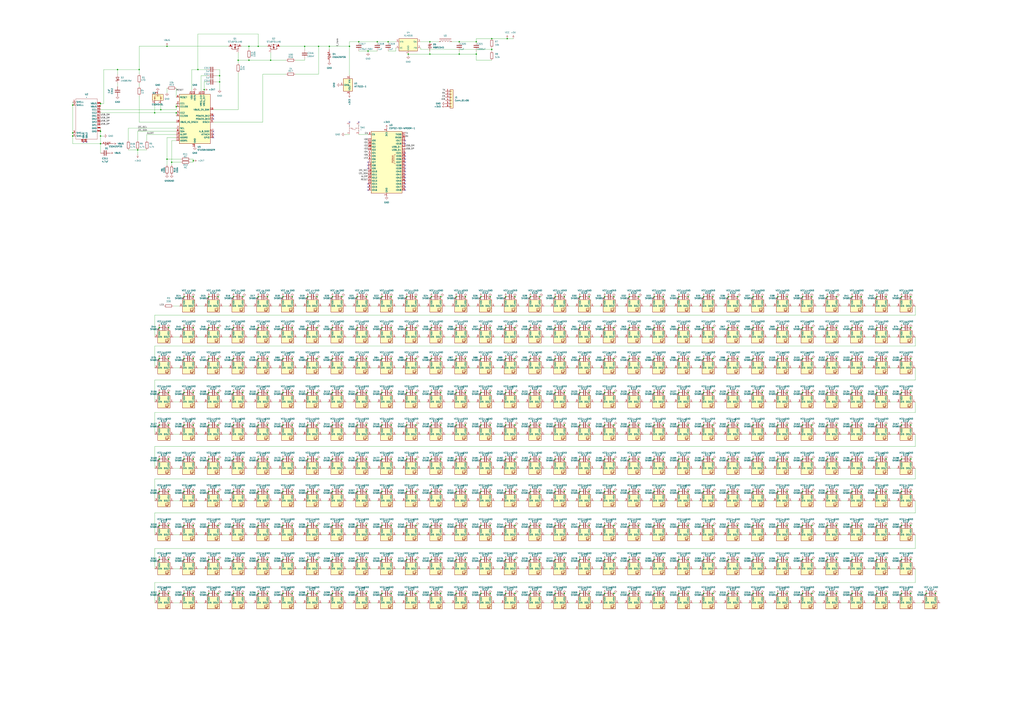
<source format=kicad_sch>
(kicad_sch (version 20250114) (generator "eeschema") (generator_version "9.0")
  (paper "A1")
  (lib_symbols
    (symbol "Button:TS-1187A-B-A-B"
      (property "Reference" "SW" (at 0 0 0))
      (symbol "TS-1187A-B-A-B_1_0"
        (pin unspecified line (at -5.08 2.54 0) (length 2.54) (name "A") (number "1"))
        (pin unspecified line (at -5.08 -5.08 0) (length 2.54) (name "C") (number "3"))
        (pin unspecified line (at 5.08 2.54 180) (length 2.54) (name "B") (number "2"))
        (pin unspecified line (at 5.08 -5.08 180) (length 2.54) (name "D") (number "4"))
      )
    )
    (symbol "Connector_Generic:Conn_01x06" (pin_names (offset 1.016) (hide yes))
      (property "Reference" "J" (at 0 7.62 0))
      (property "Value" "Conn_01x06" (at 0 -10.16 0))
      (symbol "Conn_01x06_1_1"
        (pin passive line (at -5.08 5.08 0) (length 3.81) (name "Pin_1") (number "1"))
        (pin passive line (at -5.08 2.54 0) (length 3.81) (name "Pin_2") (number "2"))
        (pin passive line (at -5.08 0 0) (length 3.81) (name "Pin_3") (number "3"))
        (pin passive line (at -5.08 -2.54 0) (length 3.81) (name "Pin_4") (number "4"))
        (pin passive line (at -5.08 -5.08 0) (length 3.81) (name "Pin_5") (number "5"))
        (pin passive line (at -5.08 -7.62 0) (length 3.81) (name "Pin_6") (number "6"))
      )
    )
    (symbol "Device:C" (pin_numbers (hide yes)) (pin_names (offset 0.254))
      (property "Reference" "C" (at 0.635 2.54 0))
      (property "Value" "C" (at 0.635 -2.54 0))
      (symbol "C_1_1"
        (pin passive line (at 0 3.81 270) (length 2.794) (name "~") (number "1"))
        (pin passive line (at 0 -3.81 90) (length 2.794) (name "~") (number "2"))
      )
    )
    (symbol "Device:D_Schottky" (pin_numbers (hide yes)) (pin_names (offset 1.016) (hide yes))
      (property "Reference" "D" (at 0 2.54 0))
      (property "Value" "D_Schottky" (at 0 -2.54 0))
      (symbol "D_Schottky_1_1"
        (pin passive line (at -3.81 0 0) (length 2.54) (name "K") (number "1"))
        (pin passive line (at 3.81 0 180) (length 2.54) (name "A") (number "2"))
      )
    )
    (symbol "Device:R" (pin_numbers (hide yes)) (pin_names (offset 0))
      (property "Reference" "R" (at 2.032 0 90))
      (property "Value" "R" (at 0 0 90))
      (symbol "R_1_1"
        (pin passive line (at 0 3.81 270) (length 1.27) (name "~") (number "1"))
        (pin passive line (at 0 -3.81 90) (length 1.27) (name "~") (number "2"))
      )
    )
    (symbol "ESDA25P35:ESDA25P35-1U1M" (pin_names (offset 1.016))
      (property "Reference" "D" (at -5.0835 2.4159 0))
      (property "Value" "ESDA25P35-1U1M" (at -5.0854 -4.9611 0))
      (symbol "ESDA25P35-1U1M_0_0"
        (pin passive line (at -5.08 0 0) (length 5.08) (name "~") (number "C"))
        (pin passive line (at 5.08 0 180) (length 5.08) (name "~") (number "A"))
      )
    )
    (symbol "Interface_USB:STUSB4500QTR"
      (property "Reference" "U" (at -12.7 21.59 0))
      (property "Value" "STUSB4500QTR" (at 8.89 -21.59 0))
      (symbol "STUSB4500QTR_1_1"
        (pin input line (at -15.24 17.78 0) (length 2.54) (name "RESET") (number "6"))
        (pin bidirectional line (at -15.24 12.7 0) (length 2.54) (name "CC1") (number "2"))
        (pin bidirectional line (at -15.24 10.16 0) (length 2.54) (name "CC1DB") (number "1"))
        (pin bidirectional line (at -15.24 5.08 0) (length 2.54) (name "CC2") (number "4"))
        (pin bidirectional line (at -15.24 2.54 0) (length 2.54) (name "CC2DB") (number "5"))
        (pin input line (at -15.24 -2.54 0) (length 2.54) (name "VBUS_VS_DISCH") (number "18"))
        (pin input line (at -15.24 -7.62 0) (length 2.54) (name "SCL") (number "7"))
        (pin bidirectional line (at -15.24 -10.16 0) (length 2.54) (name "SDA") (number "8"))
        (pin open_collector line (at -15.24 -12.7 0) (length 2.54) (name "ALERT") (number "19"))
        (pin input line (at -15.24 -15.24 0) (length 2.54) (name "ADDR0") (number "12"))
        (pin input line (at -15.24 -17.78 0) (length 2.54) (name "ADDR1") (number "13"))
        (pin no_connect line (at -12.7 15.24 0) (length 2.54) (hide yes) (name "NC") (number "3"))
        (pin power_in line (at -2.54 22.86 270) (length 2.54) (name "VDD") (number "24"))
        (pin power_in line (at 0 22.86 270) (length 2.54) (name "VSYS") (number "22"))
        (pin power_in line (at 0 -22.86 90) (length 2.54) (name "GND") (number "10"))
        (pin passive line (at 0 -22.86 90) (length 2.54) (hide yes) (name "GND") (number "25"))
        (pin power_out line (at 5.08 22.86 270) (length 2.54) (name "VREG_1V2") (number "21"))
        (pin power_out line (at 7.62 22.86 270) (length 2.54) (name "VREG_2V7") (number "23"))
        (pin open_collector line (at 15.24 7.62 180) (length 2.54) (name "VBUS_EN_SNK") (number "16"))
        (pin open_collector line (at 15.24 2.54 180) (length 2.54) (name "POWER_OK2") (number "20"))
        (pin open_collector line (at 15.24 0 180) (length 2.54) (name "POWER_OK3") (number "14"))
        (pin bidirectional line (at 15.24 -2.54 180) (length 2.54) (name "DISCH") (number "9"))
        (pin open_collector line (at 15.24 -10.16 180) (length 2.54) (name "A_B_SIDE") (number "17"))
        (pin open_collector line (at 15.24 -12.7 180) (length 2.54) (name "ATTACH") (number "11"))
        (pin open_collector line (at 15.24 -15.24 180) (length 2.54) (name "GPIO") (number "15"))
      )
    )
    (symbol "Power_Protection:ESDA5V3L" (pin_names (hide yes))
      (property "Reference" "D" (at 5.715 2.54 0))
      (property "Value" "ESDA5V3L" (at 5.715 0.635 0))
      (symbol "ESDA5V3L_0_0"
        (pin passive line (at 0 -5.08 90) (length 2.54) (name "A") (number "3"))
      )
      (symbol "ESDA5V3L_1_1"
        (pin passive line (at -2.54 5.08 270) (length 2.54) (name "K") (number "1"))
        (pin passive line (at 2.54 5.08 270) (length 2.54) (name "K") (number "2"))
      )
    )
    (symbol "RF_Module:ESP32-S3-WROOM-1"
      (property "Reference" "U" (at -12.7 26.67 0))
      (property "Value" "ESP32-S3-WROOM-1" (at 12.7 26.67 0))
      (symbol "ESP32-S3-WROOM-1_0_0"
        (text "PSRAM" (at 5.08 2.54 900) (effects (font (size 1.27 1.27))))
      )
      (symbol "ESP32-S3-WROOM-1_1_1"
        (pin input line (at -15.24 22.86 0) (length 2.54) (name "EN") (number "3"))
        (pin bidirectional line (at -15.24 17.78 0) (length 2.54) (name "IO0") (number "27"))
        (pin bidirectional line (at -15.24 15.24 0) (length 2.54) (name "IO1") (number "39"))
        (pin bidirectional line (at -15.24 12.7 0) (length 2.54) (name "IO2") (number "38"))
        (pin bidirectional line (at -15.24 10.16 0) (length 2.54) (name "IO3") (number "15"))
        (pin bidirectional line (at -15.24 7.62 0) (length 2.54) (name "IO4") (number "4"))
        (pin bidirectional line (at -15.24 5.08 0) (length 2.54) (name "IO5") (number "5"))
        (pin bidirectional line (at -15.24 2.54 0) (length 2.54) (name "IO6") (number "6"))
        (pin bidirectional line (at -15.24 0 0) (length 2.54) (name "IO7") (number "7"))
        (pin bidirectional line (at -15.24 -2.54 0) (length 2.54) (name "IO8") (number "12"))
        (pin bidirectional line (at -15.24 -5.08 0) (length 2.54) (name "IO9") (number "17"))
        (pin bidirectional line (at -15.24 -7.62 0) (length 2.54) (name "IO10") (number "18"))
        (pin bidirectional line (at -15.24 -10.16 0) (length 2.54) (name "IO11") (number "19"))
        (pin bidirectional line (at -15.24 -12.7 0) (length 2.54) (name "IO12") (number "20"))
        (pin bidirectional line (at -15.24 -15.24 0) (length 2.54) (name "IO13") (number "21"))
        (pin bidirectional line (at -15.24 -17.78 0) (length 2.54) (name "IO14") (number "22"))
        (pin bidirectional line (at -15.24 -20.32 0) (length 2.54) (name "IO15") (number "8"))
        (pin bidirectional line (at -15.24 -22.86 0) (length 2.54) (name "IO16") (number "9"))
        (pin power_in line (at 0 27.94 270) (length 2.54) (name "3V3") (number "2"))
        (pin power_in line (at 0 -27.94 90) (length 2.54) (name "GND") (number "1"))
        (pin passive line (at 0 -27.94 90) (length 2.54) (hide yes) (name "GND") (number "40"))
        (pin passive line (at 0 -27.94 90) (length 2.54) (hide yes) (name "GND") (number "41"))
        (pin bidirectional line (at 15.24 22.86 180) (length 2.54) (name "TXD0") (number "37"))
        (pin bidirectional line (at 15.24 20.32 180) (length 2.54) (name "RXD0") (number "36"))
        (pin bidirectional line (at 15.24 17.78 180) (length 2.54) (name "IO17") (number "10"))
        (pin bidirectional line (at 15.24 15.24 180) (length 2.54) (name "IO18") (number "11"))
        (pin bidirectional line (at 15.24 12.7 180) (length 2.54) (name "USB_D-") (number "13"))
        (pin bidirectional line (at 15.24 10.16 180) (length 2.54) (name "USB_D+") (number "14"))
        (pin bidirectional line (at 15.24 7.62 180) (length 2.54) (name "IO21") (number "23"))
        (pin bidirectional line (at 15.24 5.08 180) (length 2.54) (name "IO35") (number "28"))
        (pin bidirectional line (at 15.24 2.54 180) (length 2.54) (name "IO36") (number "29"))
        (pin bidirectional line (at 15.24 0 180) (length 2.54) (name "IO37") (number "30"))
        (pin bidirectional line (at 15.24 -2.54 180) (length 2.54) (name "IO38") (number "31"))
        (pin bidirectional line (at 15.24 -5.08 180) (length 2.54) (name "IO39") (number "32"))
        (pin bidirectional line (at 15.24 -7.62 180) (length 2.54) (name "IO40") (number "33"))
        (pin bidirectional line (at 15.24 -10.16 180) (length 2.54) (name "IO41") (number "34"))
        (pin bidirectional line (at 15.24 -12.7 180) (length 2.54) (name "IO42") (number "35"))
        (pin bidirectional line (at 15.24 -15.24 180) (length 2.54) (name "IO45") (number "26"))
        (pin bidirectional line (at 15.24 -17.78 180) (length 2.54) (name "IO46") (number "16"))
        (pin bidirectional line (at 15.24 -20.32 180) (length 2.54) (name "IO47") (number "24"))
        (pin bidirectional line (at 15.24 -22.86 180) (length 2.54) (name "IO48") (number "25"))
      )
    )
    (symbol "Regulator_Linear:HT75xx-1-SOT89"
      (property "Reference" "U" (at -5.08 -3.81 0))
      (property "Value" "HT75xx-1-SOT89" (at 0 6.35 0))
      (symbol "HT75xx-1-SOT89_1_1"
        (pin power_in line (at -7.62 2.54 0) (length 2.54) (name "VIN") (number "2"))
        (pin power_in line (at 0 -5.08 90) (length 2.54) (name "GND") (number "1"))
        (pin power_out line (at 7.62 2.54 180) (length 2.54) (name "VOUT") (number "3"))
      )
    )
    (symbol "Regulator_Switching:XL4015"
      (property "Reference" "U?" (at -6.35 6.35 0))
      (property "Value" "XL4015" (at 6.35 6.35 0))
      (symbol "XL4015_1_1"
        (pin power_in line (at -10.16 2.54 0) (length 2.54) (name "VIN") (number "5"))
        (pin input line (at -10.16 -2.54 0) (length 2.54) (name "VC") (number "4"))
        (pin power_in line (at 0 -7.62 90) (length 2.54) (name "GND") (number "1"))
        (pin power_out line (at 10.16 2.54 180) (length 2.54) (name "SW") (number "3"))
        (pin input line (at 10.16 -2.54 180) (length 2.54) (name "FB") (number "2"))
      )
    )
    (symbol "STL6P3LLH6_1" (pin_names (offset 1.016))
      (property "Reference" "Q1" (at 8.89 0 90))
      (property "Value" "STL6P3LLH6" (at 6.35 0 90))
      (symbol "STL6P3LLH6_1_0_0"
        (pin passive line (at -2.54 2.54 0) (length 2.54) (name "~") (number "4"))
        (pin passive line (at 2.54 5.08 270) (length 2.54) (name "~") (number "1"))
        (pin passive line (at 2.54 5.08 270) (length 2.54) (name "~") (number "2"))
        (pin passive line (at 2.54 5.08 270) (length 2.54) (name "~") (number "3"))
      )
      (symbol "STL6P3LLH6_1_1_0"
        (pin passive line (at 2.54 -5.08 90) (length 2.54) (name "~") (number "5"))
        (pin passive line (at 2.54 -5.08 90) (length 2.54) (name "~") (number "6"))
        (pin passive line (at 2.54 -5.08 90) (length 2.54) (name "~") (number "7"))
        (pin passive line (at 2.54 -5.08 90) (length 2.54) (name "~") (number "8"))
        (pin passive line (at 2.54 -5.08 90) (length 2.54) (name "~") (number "9"))
      )
    )
    (symbol "STL6P3LLH6_2" (pin_names (offset 1.016))
      (property "Reference" "Q1" (at 8.89 0 90))
      (property "Value" "STL6P3LLH6" (at 6.35 0 90))
      (symbol "STL6P3LLH6_2_0_0"
        (pin passive line (at -2.54 2.54 0) (length 2.54) (name "~") (number "4"))
        (pin passive line (at 2.54 5.08 270) (length 2.54) (name "~") (number "1"))
        (pin passive line (at 2.54 5.08 270) (length 2.54) (name "~") (number "2"))
        (pin passive line (at 2.54 5.08 270) (length 2.54) (name "~") (number "3"))
      )
      (symbol "STL6P3LLH6_2_1_0"
        (pin passive line (at 2.54 -5.08 90) (length 2.54) (name "~") (number "5"))
        (pin passive line (at 2.54 -5.08 90) (length 2.54) (name "~") (number "6"))
        (pin passive line (at 2.54 -5.08 90) (length 2.54) (name "~") (number "7"))
        (pin passive line (at 2.54 -5.08 90) (length 2.54) (name "~") (number "8"))
        (pin passive line (at 2.54 -5.08 90) (length 2.54) (name "~") (number "9"))
      )
    )
    (symbol "USB_C:GT-USB-7010ASV"
      (property "Reference" "U2" (at -1.27 -19.05 0))
      (property "Value" "~" (at -1.27 -16.51 0))
      (symbol "GT-USB-7010ASV_1_0"
        (pin unspecified line (at -12.7 11.43 0) (length 2.54) (name "GND") (number "B1A12"))
        (pin unspecified line (at -12.7 8.89 0) (length 2.54) (name "GND") (number "A1B12"))
        (pin unspecified line (at -12.7 6.35 0) (length 2.54) (name "DP1") (number "A6"))
        (pin unspecified line (at -12.7 3.81 0) (length 2.54) (name "DP2") (number "B6"))
        (pin unspecified line (at -12.7 1.27 0) (length 2.54) (name "DN2") (number "B7"))
        (pin unspecified line (at -12.7 -1.27 0) (length 2.54) (name "DN1") (number "A7"))
        (pin unspecified line (at -12.7 -3.81 0) (length 2.54) (name "CC2") (number "B5"))
        (pin unspecified line (at -12.7 -6.35 0) (length 2.54) (name "CC1") (number "A5"))
        (pin unspecified line (at -12.7 -8.89 0) (length 2.54) (name "VBUS") (number "A4B9"))
        (pin unspecified line (at -12.7 -11.43 0) (length 2.54) (name "VBUS") (number "B4A9"))
        (pin unspecified line (at -1.27 20.32 270) (length 2.54) (name "SBU2") (number "B8"))
        (pin unspecified line (at 1.27 20.32 270) (length 2.54) (name "SBU1") (number "A8"))
        (pin unspecified line (at 10.16 15.24 180) (length 2.54) (name "SHELL") (number "4"))
        (pin unspecified line (at 10.16 12.7 180) (length 2.54) (name "SHELL") (number "3"))
        (pin unspecified line (at 10.16 -10.16 180) (length 2.54) (name "SHELL") (number "2"))
        (pin unspecified line (at 10.16 -12.7 180) (length 2.54) (name "SHELL") (number "1"))
      )
    )
    (symbol "XR106125TS470MV1L5:XR106125TS470MV1L5"
      (property "Reference" "U" (at 0 0 0))
      (symbol "XR106125TS470MV1L5_1_0"
        (pin unspecified line (at -5.08 0 0) (length 0.762) (name "1") (number "1"))
        (pin unspecified line (at 5.08 0 180) (length 0.762) (name "2") (number "2"))
      )
    )
    (symbol "neopixel:SK6812MINI" (pin_names (offset 0.254))
      (property "Reference" "D13" (at -8.382 8.382 0))
      (property "Value" "SK6812" (at -7.62 6.35 0))
      (symbol "SK6812MINI_0_0"
        (text "RGB" (at 2.286 -4.191 0) (effects (font (size 0.762 0.762))))
      )
      (symbol "SK6812MINI_1_1"
        (pin input line (at -7.62 0 0) (length 2.54) (name "DIN") (number "3"))
        (pin power_in line (at -3.81 7.62 270) (length 2.54) (name "VDD") (number "4"))
        (pin power_in line (at 3.81 7.62 270) (length 2.54) (name "VSS") (number "2"))
        (pin output line (at 7.62 0 180) (length 2.54) (name "DOUT") (number "1"))
      )
    )
    (symbol "power:+2V5" (power) (pin_numbers (hide yes)) (pin_names (offset 0) (hide yes))
      (property "Value" "+2V5" (at 0 3.556 0))
      (symbol "+2V5_1_1"
        (pin power_in line (at 0 0 90) (length 0) (name "~") (number "1"))
      )
    )
    (symbol "power:+3V3" (power) (pin_numbers (hide yes)) (pin_names (offset 0) (hide yes))
      (property "Value" "+3V3" (at 0 3.556 0))
      (symbol "+3V3_1_1"
        (pin power_in line (at 0 0 90) (length 0) (name "~") (number "1"))
      )
    )
    (symbol "power:+5V" (power) (pin_numbers (hide yes)) (pin_names (offset 0) (hide yes))
      (property "Value" "+5V" (at 0 3.556 0))
      (symbol "+5V_1_1"
        (pin power_in line (at 0 0 90) (length 0) (name "~") (number "1"))
      )
    )
    (symbol "power:GND" (power) (pin_numbers (hide yes)) (pin_names (offset 0) (hide yes))
      (property "Value" "GND" (at 0 -3.81 0))
      (symbol "GND_1_1"
        (pin power_in line (at 0 0 270) (length 0) (name "~") (number "1"))
      )
    )
    (symbol "power:VBUS" (power) (pin_numbers (hide yes)) (pin_names (offset 0) (hide yes))
      (property "Value" "VBUS" (at 0 3.556 0))
      (symbol "VBUS_1_1"
        (pin power_in line (at 0 0 90) (length 0) (name "~") (number "1"))
      )
    )
    (symbol "power:VCC" (power) (pin_numbers (hide yes)) (pin_names (offset 0) (hide yes))
      (property "Value" "VCC" (at 0 3.556 0))
      (symbol "VCC_1_1"
        (pin power_in line (at 0 0 90) (length 0) (name "~") (number "1"))
      )
    )
  )
  (junction (at 293.37 349.25))
  (junction (at 250.19 38.1))
  (junction (at 313.69 294.64))
  (junction (at 626.11 349.25))
  (junction (at 321.31 269.24))
  (junction (at 293.37 431.8))
  (junction (at 720.09 431.8))
  (junction (at 212.09 294.64))
  (junction (at 565.15 322.58))
  (junction (at 727.71 487.68))
  (junction (at 544.83 269.24))
  (junction (at 585.47 269.24))
  (junction (at 740.41 431.8))
  (junction (at 455.93 377.19))
  (junction (at 171.45 349.25))
  (junction (at 341.63 349.25))
  (junction (at 382.27 377.19))
  (junction (at 422.91 403.86))
  (junction (at 219.71 243.84))
  (junction (at 577.85 377.19))
  (junction (at 232.41 322.58))
  (junction (at 374.65 459.74))
  (junction (at 463.55 403.86))
  (junction (at 727.71 431.8))
  (junction (at 565.15 269.24))
  (junction (at 748.03 294.64))
  (junction (at 537.21 322.58))
  (junction (at 293.37 322.58))
  (junction (at 313.69 349.25))
  (junction (at 162.56 57.15))
  (junction (at 151.13 403.86))
  (junction (at 666.75 487.68))
  (junction (at 212.09 403.86))
  (junction (at 82.55 118.11))
  (junction (at 585.47 431.8))
  (junction (at 455.93 459.74))
  (junction (at 415.29 269.24))
  (junction (at 605.79 487.68))
  (junction (at 565.15 243.84))
  (junction (at 240.03 403.86))
  (junction (at 130.81 349.25))
  (junction (at 334.01 269.24))
  (junction (at 443.23 294.64))
  (junction (at 151.13 377.19))
  (junction (at 598.17 377.19))
  (junction (at 158.75 243.84))
  (junction (at 199.39 269.24))
  (junction (at 748.03 431.8))
  (junction (at 476.25 459.74))
  (junction (at 180.34 67.31))
  (junction (at 463.55 294.64))
  (junction (at 618.49 459.74))
  (junction (at 179.07 431.8))
  (junction (at 720.09 377.19))
  (junction (at 273.05 431.8))
  (junction (at 212.09 431.8))
  (junction (at 219.71 349.25))
  (junction (at 666.75 294.64))
  (junction (at 496.57 377.19))
  (junction (at 394.97 294.64))
  (junction (at 435.61 487.68))
  (junction (at 138.43 349.25))
  (junction (at 740.41 487.68))
  (junction (at 748.03 403.86))
  (junction (at 679.45 243.84))
  (junction (at 199.39 431.8))
  (junction (at 577.85 431.8))
  (junction (at 179.07 269.24))
  (junction (at 341.63 243.84))
  (junction (at 260.35 294.64))
  (junction (at 273.05 377.19))
  (junction (at 394.97 487.68))
  (junction (at 463.55 377.19))
  (junction (at 483.87 269.24))
  (junction (at 219.71 403.86))
  (junction (at 232.41 349.25))
  (junction (at 720.09 403.86))
  (junction (at 727.71 377.19))
  (junction (at 496.57 322.58))
  (junction (at 199.39 294.64))
  (junction (at 260.35 243.84))
  (junction (at 585.47 294.64))
  (junction (at 240.03 487.68))
  (junction (at 679.45 487.68))
  (junction (at 137.16 38.1))
  (junction (at 158.75 377.19))
  (junction (at 252.73 431.8))
  (junction (at 374.65 349.25))
  (junction (at 382.27 243.84))
  (junction (at 260.35 322.58))
  (junction (at 341.63 322.58))
  (junction (at 114.3 57.15))
  (junction (at 415.29 349.25))
  (junction (at 191.77 377.19))
  (junction (at 646.43 403.86))
  (junction (at 361.95 243.84))
  (junction (at 191.77 403.86))
  (junction (at 138.43 431.8))
  (junction (at 699.77 487.68))
  (junction (at 516.89 459.74))
  (junction (at 435.61 322.58))
  (junction (at 748.03 243.84))
  (junction (at 354.33 349.25))
  (junction (at 334.01 431.8))
  (junction (at 179.07 403.86))
  (junction (at 565.15 459.74))
  (junction (at 321.31 459.74))
  (junction (at 544.83 459.74))
  (junction (at 252.73 269.24))
  (junction (at 626.11 487.68))
  (junction (at 496.57 431.8))
  (junction (at 219.71 431.8))
  (junction (at 151.13 431.8))
  (junction (at 219.71 459.74))
  (junction (at 300.99 349.25))
  (junction (at 585.47 349.25))
  (junction (at 618.49 377.19))
  (junction (at 557.53 431.8))
  (junction (at 496.57 349.25))
  (junction (at 321.31 403.86))
  (junction (at 626.11 294.64))
  (junction (at 232.41 431.8))
  (junction (at 415.29 377.19))
  (junction (at 151.13 487.68))
  (junction (at 273.05 322.58))
  (junction (at 402.59 487.68))
  (junction (at 598.17 269.24))
  (junction (at 638.81 243.84))
  (junction (at 666.75 377.19))
  (junction (at 361.95 269.24))
  (junction (at 144.78 87.63))
  (junction (at 191.77 487.68))
  (junction (at 699.77 377.19))
  (junction (at 334.01 403.86))
  (junction (at 374.65 487.68))
  (junction (at 638.81 294.64))
  (junction (at 138.43 459.74))
  (junction (at 557.53 269.24))
  (junction (at 516.89 349.25))
  (junction (at 293.37 487.68))
  (junction (at 280.67 322.58))
  (junction (at 260.35 459.74))
  (junction (at 293.37 459.74))
  (junction (at 354.33 243.84))
  (junction (at 504.19 322.58))
  (junction (at 699.77 403.86))
  (junction (at 727.71 294.64))
  (junction (at 334.01 322.58))
  (junction (at 171.45 243.84))
  (junction (at 287.02 38.1))
  (junction (at 768.35 487.68))
  (junction (at 300.99 459.74))
  (junction (at 557.53 403.86))
  (junction (at 537.21 431.8))
  (junction (at 537.21 243.84))
  (junction (at 504.19 403.86))
  (junction (at 260.35 377.19))
  (junction (at 707.39 487.68))
  (junction (at 341.63 431.8))
  (junction (at 659.13 294.64))
  (junction (at 130.81 403.86))
  (junction (at 659.13 322.58))
  (junction (at 577.85 459.74))
  (junction (at 626.11 322.58))
  (junction (at 151.13 322.58))
  (junction (at 496.57 243.84))
  (junction (at 335.28 44.45))
  (junction (at 659.13 459.74))
  (junction (at 483.87 431.8))
  (junction (at 516.89 403.86))
  (junction (at 361.95 487.68))
  (junction (at 524.51 403.86))
  (junction (at 394.97 377.19))
  (junction (at 422.91 487.68))
  (junction (at 504.19 294.64))
  (junction (at 557.53 322.58))
  (junction (at 585.47 487.68))
  (junction (at 361.95 459.74))
  (junction (at 199.39 322.58))
  (junction (at 293.37 294.64))
  (junction (at 374.65 431.8))
  (junction (at 687.07 459.74))
  (junction (at 483.87 487.68))
  (junction (at 443.23 269.24))
  (junction (at 422.91 431.8))
  (junction (at 377.19 34.29))
  (junction (at 391.16 44.45))
  (junction (at 598.17 243.84))
  (junction (at 618.49 403.86))
  (junction (at 618.49 269.24))
  (junction (at 626.11 377.19))
  (junction (at 204.47 49.53))
  (junction (at 394.97 459.74))
  (junction (at 394.97 403.86))
  (junction (at 252.73 377.19))
  (junction (at 252.73 322.58))
  (junction (at 293.37 269.24))
  (junction (at 313.69 431.8))
  (junction (at 361.95 294.64))
  (junction (at 618.49 322.58))
  (junction (at 638.81 459.74))
  (junction (at 341.63 459.74))
  (junction (at 394.97 269.24))
  (junction (at 443.23 487.68))
  (junction (at 483.87 349.25))
  (junction (at 313.69 487.68))
  (junction (at 260.35 431.8))
  (junction (at 321.31 322.58))
  (junction (at 132.08 90.17))
  (junction (at 740.41 294.64))
  (junction (at 524.51 431.8))
  (junction (at 646.43 459.74))
  (junction (at 544.83 349.25))
  (junction (at 740.41 377.19))
  (junction (at 171.45 431.8))
  (junction (at 191.77 431.8))
  (junction (at 476.25 349.25))
  (junction (at 740.41 403.86))
  (junction (at 598.17 322.58))
  (junction (at 199.39 403.86))
  (junction (at 361.95 403.86))
  (junction (at 232.41 487.68))
  (junction (at 402.59 294.64))
  (junction (at 504.19 459.74))
  (junction (at 341.63 487.68))
  (junction (at 605.79 459.74))
  (junction (at 565.15 431.8))
  (junction (at 260.35 403.86))
  (junction (at 377.19 44.45))
  (junction (at 476.25 377.19))
  (junction (at 455.93 487.68))
  (junction (at 300.99 269.24))
  (junction (at 666.75 403.86))
  (junction (at 565.15 487.68))
  (junction (at 171.45 294.64))
  (junction (at 618.49 294.64))
  (junction (at 544.83 377.19))
  (junction (at 504.19 349.25))
  (junction (at 415.29 243.84))
  (junction (at 577.85 403.86))
  (junction (at 191.77 459.74))
  (junction (at 476.25 243.84))
  (junction (at 402.59 459.74))
  (junction (at 334.01 349.25))
  (junction (at 666.75 459.74))
  (junction (at 171.45 377.19))
  (junction (at 171.45 403.86))
  (junction (at 707.39 431.8))
  (junction (at 504.19 377.19))
  (junction (at 280.67 349.25))
  (junction (at 422.91 322.58))
  (junction (at 504.19 431.8))
  (junction (at 638.81 269.24))
  (junction (at 748.03 487.68))
  (junction (at 158.75 487.68))
  (junction (at 720.09 487.68))
  (junction (at 354.33 269.24))
  (junction (at 435.61 243.84))
  (junction (at 334.01 377.19))
  (junction (at 171.45 269.24))
  (junction (at 720.09 322.58))
  (junction (at 96.52 57.15))
  (junction (at 443.23 403.86))
  (junction (at 646.43 349.25))
  (junction (at 727.71 322.58))
  (junction (at 748.03 377.19))
  (junction (at 158.75 403.86))
  (junction (at 476.25 269.24))
  (junction (at 544.83 243.84))
  (junction (at 260.35 269.24))
  (junction (at 300.99 322.58))
  (junction (at 496.57 294.64))
  (junction (at 544.83 431.8))
  (junction (at 179.07 459.74))
  (junction (at 720.09 459.74))
  (junction (at 353.06 44.45))
  (junction (at 280.67 403.86))
  (junction (at 646.43 269.24))
  (junction (at 300.99 243.84))
  (junction (at 727.71 459.74))
  (junction (at 699.77 243.84))
  (junction (at 435.61 431.8))
  (junction (at 699.77 294.64))
  (junction (at 504.19 269.24))
  (junction (at 354.33 431.8))
  (junction (at 354.33 403.86))
  (junction (at 618.49 349.25))
  (junction (at 280.67 243.84))
  (junction (at 280.67 269.24))
  (junction (at 280.67 459.74))
  (junction (at 180.34 62.23))
  (junction (at 240.03 349.25))
  (junction (at 679.45 294.64))
  (junction (at 659.13 487.68))
  (junction (at 666.75 431.8))
  (junction (at 321.31 487.68))
  (junction (at 144.78 92.71))
  (junction (at 382.27 431.8))
  (junction (at 199.39 349.25))
  (junction (at 232.41 269.24))
  (junction (at 577.85 269.24))
  (junction (at 605.79 322.58))
  (junction (at 707.39 459.74))
  (junction (at 638.81 431.8))
  (junction (at 740.41 349.25))
  (junction (at 252.73 459.74))
  (junction (at 280.67 431.8))
  (junction (at 687.07 322.58))
  (junction (at 402.59 431.8))
  (junction (at 638.81 487.68))
  (junction (at 483.87 322.58))
  (junction (at 760.73 487.68))
  (junction (at 455.93 403.86))
  (junction (at 252.73 294.64))
  (junction (at 158.75 322.58))
  (junction (at 463.55 269.24))
  (junction (at 334.01 459.74))
  (junction (at 130.81 269.24))
  (junction (at 294.64 34.29))
  (junction (at 707.39 269.24))
  (junction (at 646.43 243.84))
  (junction (at 415.29 294.64))
  (junction (at 402.59 322.58))
  (junction (at 687.07 294.64))
  (junction (at 463.55 349.25))
  (junction (at 443.23 431.8))
  (junction (at 130.81 322.58))
  (junction (at 720.09 349.25))
  (junction (at 443.23 322.58))
  (junction (at 59.69 86.36))
  (junction (at 158.75 459.74))
  (junction (at 300.99 403.86))
  (junction (at 687.07 431.8))
  (junction (at 151.13 349.25))
  (junction (at 707.39 294.64))
  (junction (at 416.56 31.75))
  (junction (at 537.21 349.25))
  (junction (at 557.53 459.74))
  (junction (at 273.05 349.25))
  (junction (at 318.77 34.29))
  (junction (at 463.55 459.74))
  (junction (at 699.77 431.8))
  (junction (at 240.03 294.64))
  (junction (at 219.71 487.68))
  (junction (at 626.11 243.84))
  (junction (at 463.55 487.68))
  (junction (at 435.61 377.19))
  (junction (at 280.67 487.68))
  (junction (at 212.09 243.84))
  (junction (at 605.79 431.8))
  (junction (at 524.51 487.68))
  (junction (at 374.65 377.19))
  (junction (at 646.43 431.8))
  (junction (at 537.21 403.86))
  (junction (at 699.77 269.24))
  (junction (at 687.07 269.24))
  (junction (at 402.59 269.24))
  (junction (at 638.81 403.86))
  (junction (at 687.07 243.84))
  (junction (at 687.07 487.68))
  (junction (at 455.93 431.8))
  (junction (at 240.03 269.24))
  (junction (at 293.37 403.86))
  (junction (at 422.91 294.64))
  (junction (at 382.27 403.86))
  (junction (at 455.93 322.58))
  (junction (at 496.57 487.68))
  (junction (at 476.25 487.68))
  (junction (at 273.05 487.68))
  (junction (at 618.49 431.8))
  (junction (at 302.26 41.91))
  (junction (at 557.53 349.25))
  (junction (at 138.43 377.19))
  (junction (at 740.41 459.74))
  (junction (at 354.33 487.68))
  (junction (at 313.69 377.19))
  (junction (at 687.07 403.86))
  (junction (at 273.05 269.24))
  (junction (at 232.41 459.74))
  (junction (at 605.79 403.86))
  (junction (at 415.29 459.74))
  (junction (at 309.88 34.29))
  (junction (at 435.61 294.64))
  (junction (at 171.45 322.58))
  (junction (at 394.97 349.25))
  (junction (at 82.55 85.09))
  (junction (at 455.93 349.25))
  (junction (at 435.61 349.25))
  (junction (at 646.43 322.58))
  (junction (at 748.03 459.74))
  (junction (at 618.49 243.84))
  (junction (at 605.79 377.19))
  (junction (at 382.27 269.24))
  (junction (at 82.55 107.95))
  (junction (at 361.95 431.8))
  (junction (at 402.59 349.25))
  (junction (at 252.73 403.86))
  (junction (at 151.13 269.24))
  (junction (at 524.51 377.19))
  (junction (at 524.51 349.25))
  (junction (at 666.75 243.84))
  (junction (at 422.91 269.24))
  (junction (at 707.39 243.84))
  (junction (at 626.11 403.86))
  (junction (at 422.91 459.74))
  (junction (at 130.81 459.74))
  (junction (at 321.31 431.8))
  (junction (at 252.73 243.84))
  (junction (at 443.23 459.74))
  (junction (at 361.95 349.25))
  (junction (at 707.39 322.58))
  (junction (at 300.99 294.64))
  (junction (at 179.07 322.58))
  (junction (at 158.75 132.08))
  (junction (at 679.45 403.86))
  (junction (at 577.85 243.84))
  (junction (at 679.45 431.8))
  (junction (at 415.29 403.86))
  (junction (at 130.81 294.64))
  (junction (at 707.39 349.25))
  (junction (at 374.65 403.86))
  (junction (at 496.57 459.74))
  (junction (at 232.41 294.64))
  (junction (at 638.81 377.19))
  (junction (at 598.17 431.8))
  (junction (at 646.43 377.19))
  (junction (at 232.41 403.86))
  (junction (at 212.09 322.58))
  (junction (at 516.89 294.64))
  (junction (at 382.27 487.68))
  (junction (at 598.17 487.68))
  (junction (at 280.67 377.19))
  (junction (at 687.07 349.25))
  (junction (at 483.87 377.19))
  (junction (at 435.61 269.24))
  (junction (at 138.43 403.86))
  (junction (at 585.47 322.58))
  (junction (at 212.09 459.74))
  (junction (at 605.79 269.24))
  (junction (at 422.91 377.19))
  (junction (at 565.15 294.64))
  (junction (at 666.75 269.24))
  (junction (at 679.45 459.74))
  (junction (at 727.71 349.25))
  (junction (at 504.19 487.68))
  (junction (at 179.07 243.84))
  (junction (at 394.97 322.58))
  (junction (at 130.81 487.68))
  (junction (at 659.13 269.24))
  (junction (at 191.77 349.25))
  (junction (at 300.99 377.19))
  (junction (at 171.45 459.74))
  (junction (at 544.83 487.68))
  (junction (at 273.05 459.74))
  (junction (at 171.45 487.68))
  (junction (at 204.47 38.1))
  (junction (at 720.09 294.64))
  (junction (at 374.65 269.24))
  (junction (at 130.81 377.19))
  (junction (at 158.75 349.25))
  (junction (at 707.39 377.19))
  (junction (at 219.71 377.19))
  (junction (at 232.41 377.19))
  (junction (at 270.51 38.1))
  (junction (at 415.29 322.58))
  (junction (at 138.43 269.24))
  (junction (at 361.95 322.58))
  (junction (at 496.57 269.24))
  (junction (at 557.53 487.68))
  (junction (at 321.31 294.64))
  (junction (at 403.86 31.75))
  (junction (at 544.83 403.86))
  (junction (at 455.93 269.24))
  (junction (at 382.27 294.64))
  (junction (at 191.77 294.64))
  (junction (at 273.05 243.84))
  (junction (at 374.65 243.84))
  (junction (at 341.63 294.64))
  (junction (at 212.09 38.1))
  (junction (at 59.69 111.76))
  (junction (at 127 92.71))
  (junction (at 626.11 431.8))
  (junction (at 557.53 377.19))
  (junction (at 130.81 431.8))
  (junction (at 699.77 322.58))
  (junction (at 483.87 459.74))
  (junction (at 740.41 243.84))
  (junction (at 191.77 322.58))
  (junction (at 537.21 377.19))
  (junction (at 240.03 377.19))
  (junction (at 240.03 431.8))
  (junction (at 219.71 269.24))
  (junction (at 199.39 487.68))
  (junction (at 402.59 403.86))
  (junction (at 516.89 322.58))
  (junction (at 740.41 269.24))
  (junction (at 252.73 349.25))
  (junction (at 659.13 243.84))
  (junction (at 577.85 294.64))
  (junction (at 598.17 403.86))
  (junction (at 524.51 294.64))
  (junction (at 158.75 294.64))
  (junction (at 577.85 322.58))
  (junction (at 353.06 34.29))
  (junction (at 659.13 403.86))
  (junction (at 740.41 322.58))
  (junction (at 59.69 109.22))
  (junction (at 699.77 349.25))
  (junction (at 748.03 269.24))
  (junction (at 626.11 269.24))
  (junction (at 382.27 322.58))
  (junction (at 394.97 243.84))
  (junction (at 222.25 49.53))
  (junction (at 585.47 377.19))
  (junction (at 199.39 243.84))
  (junction (at 443.23 377.19))
  (junction (at 137.16 130.81))
  (junction (at 402.59 243.84))
  (junction (at 280.67 294.64))
  (junction (at 598.17 349.25))
  (junction (at 313.69 459.74))
  (junction (at 476.25 431.8))
  (junction (at 585.47 459.74))
  (junction (at 361.95 377.19))
  (junction (at 516.89 487.68))
  (junction (at 524.51 322.58))
  (junction (at 605.79 349.25))
  (junction (at 585.47 243.84))
  (junction (at 598.17 459.74))
  (junction (at 544.83 322.58))
  (junction (at 138.43 294.64))
  (junction (at 138.43 322.58))
  (junction (at 293.37 377.19))
  (junction (at 687.07 377.19))
  (junction (at 727.71 269.24))
  (junction (at 402.59 377.19))
  (junction (at 382.27 459.74))
  (junction (at 113.03 123.19))
  (junction (at 240.03 243.84))
  (junction (at 524.51 269.24))
  (junction (at 585.47 403.86))
  (junction (at 679.45 269.24))
  (junction (at 618.49 487.68))
  (junction (at 374.65 294.64))
  (junction (at 727.71 403.86))
  (junction (at 516.89 431.8))
  (junction (at 463.55 431.8))
  (junction (at 483.87 403.86))
  (junction (at 537.21 269.24))
  (junction (at 199.39 377.19))
  (junction (at 382.27 349.25))
  (junction (at 443.23 243.84))
  (junction (at 707.39 403.86))
  (junction (at 300.99 431.8))
  (junction (at 605.79 294.64))
  (junction (at 240.03 459.74))
  (junction (at 463.55 243.84))
  (junction (at 167.64 73.66))
  (junction (at 524.51 243.84))
  (junction (at 443.23 349.25))
  (junction (at 638.81 349.25))
  (junction (at 422.91 243.84))
  (junction (at 195.58 49.53))
  (junction (at 565.15 377.19))
  (junction (at 476.25 403.86))
  (junction (at 232.41 243.84))
  (junction (at 313.69 269.24))
  (junction (at 679.45 322.58))
  (junction (at 516.89 377.19))
  (junction (at 212.09 487.68))
  (junction (at 516.89 269.24))
  (junction (at 179.07 377.19))
  (junction (at 138.43 487.68))
  (junction (at 565.15 403.86))
  (junction (at 524.51 459.74))
  (junction (at 415.29 431.8))
  (junction (at 82.55 111.76))
  (junction (at 199.39 459.74))
  (junction (at 391.16 34.29))
  (junction (at 415.29 487.68))
  (junction (at 334.01 243.84))
  (junction (at 537.21 487.68))
  (junction (at 476.25 322.58))
  (junction (at 260.35 487.68))
  (junction (at 179.07 487.68))
  (junction (at 504.19 243.84))
  (junction (at 374.65 322.58))
  (junction (at 748.03 322.58))
  (junction (at 679.45 377.19))
  (junction (at 659.13 349.25))
  (junction (at 659.13 431.8))
  (junction (at 679.45 349.25))
  (junction (at 151.13 243.84))
  (junction (at 191.77 243.84))
  (junction (at 293.37 243.84))
  (junction (at 638.81 322.58))
  (junction (at 476.25 294.64))
  (junction (at 321.31 377.19))
  (junction (at 544.83 294.64))
  (junction (at 516.89 243.84))
  (junction (at 626.11 459.74))
  (junction (at 463.55 322.58))
  (junction (at 354.33 294.64))
  (junction (at 334.01 294.64))
  (junction (at 435.61 459.74))
  (junction (at 219.71 322.58))
  (junction (at 140.97 133.35))
  (junction (at 605.79 243.84))
  (junction (at 394.97 431.8))
  (junction (at 483.87 294.64))
  (junction (at 557.53 294.64))
  (junction (at 699.77 459.74))
  (junction (at 341.63 377.19))
  (junction (at 577.85 349.25))
  (junction (at 321.31 243.84))
  (junction (at 455.93 294.64))
  (junction (at 537.21 294.64))
  (junction (at 321.31 349.25))
  (junction (at 455.93 243.84))
  (junction (at 313.69 322.58))
  (junction (at 240.03 322.58))
  (junction (at 261.62 38.1))
  (junction (at 300.99 487.68))
  (junction (at 748.03 349.25))
  (junction (at 212.09 269.24))
  (junction (at 577.85 487.68))
  (junction (at 666.75 322.58))
  (junction (at 334.01 487.68))
  (junction (at 720.09 243.84))
  (junction (at 557.53 243.84))
  (junction (at 496.57 403.86))
  (junction (at 666.75 349.25))
  (junction (at 646.43 294.64))
  (junction (at 435.61 403.86))
  (junction (at 260.35 349.25))
  (junction (at 341.63 269.24))
  (junction (at 354.33 459.74))
  (junction (at 403.86 40.64))
  (junction (at 219.71 294.64))
  (junction (at 598.17 294.64))
  (junction (at 179.07 349.25))
  (junction (at 646.43 487.68))
  (junction (at 341.63 403.86))
  (junction (at 313.69 243.84))
  (junction (at 659.13 377.19))
  (junction (at 354.33 377.19))
  (junction (at 151.13 294.64))
  (junction (at 273.05 294.64))
  (junction (at 212.09 349.25))
  (junction (at 252.73 487.68))
  (junction (at 537.21 459.74))
  (junction (at 313.69 403.86))
  (junction (at 179.07 294.64))
  (junction (at 158.75 269.24))
  (junction (at 191.77 269.24))
  (junction (at 565.15 349.25))
  (junction (at 720.09 269.24))
  (junction (at 151.13 459.74))
  (junction (at 422.91 349.25))
  (junction (at 273.05 403.86))
  (junction (at 212.09 377.19))
  (junction (at 727.71 243.84))
  (junction (at 158.75 431.8))
  (junction (at 483.87 243.84))
  (junction (at 354.33 322.58))
  (no_connect (at 302.26 138.43))
  (no_connect (at 287.02 100.33))
  (no_connect (at 332.74 118.11))
  (no_connect (at 332.74 130.81))
  (no_connect (at 302.26 156.21))
  (no_connect (at 332.74 156.21))
  (no_connect (at 302.26 133.35))
  (no_connect (at 332.74 128.27))
  (no_connect (at 175.26 107.95))
  (no_connect (at 68.58 116.84))
  (no_connect (at 332.74 143.51))
  (no_connect (at 302.26 151.13))
  (no_connect (at 175.26 97.79))
  (no_connect (at 175.26 110.49))
  (no_connect (at 332.74 125.73))
  (no_connect (at 332.74 140.97))
  (no_connect (at 332.74 153.67))
  (no_connect (at 175.26 113.03))
  (no_connect (at 175.26 95.25))
  (no_connect (at 302.26 153.67))
  (no_connect (at 332.74 151.13))
  (no_connect (at 332.74 115.57))
  (no_connect (at 302.26 135.89))
  (no_connect (at 294.64 100.33))
  (no_connect (at 332.74 146.05))
  (no_connect (at 71.12 116.84))
  (no_connect (at 332.74 148.59))
  (no_connect (at 332.74 133.35))
  (no_connect (at 332.74 138.43))
  (no_connect (at 332.74 135.89))
  (wire (pts (xy 162.56 356.87) (xy 167.64 356.87)))
  (wire (pts (xy 731.52 439.42) (xy 736.6 439.42)))
  (wire (pts (xy 504.19 377.19) (xy 505.46 377.19)))
  (wire (pts (xy 182.88 356.87) (xy 187.96 356.87)))
  (wire (pts (xy 422.91 349.25) (xy 424.18 349.25)))
  (wire (pts (xy 127 339.09) (xy 751.84 339.09)))
  (wire (pts (xy 508 411.48) (xy 513.08 411.48)))
  (wire (pts (xy 284.48 467.36) (xy 289.56 467.36)))
  (wire (pts (xy 309.88 34.29) (xy 318.77 34.29)))
  (wire (pts (xy 548.64 439.42) (xy 553.72 439.42)))
  (wire (pts (xy 304.8 467.36) (xy 309.88 467.36)))
  (wire (pts (xy 304.8 439.42) (xy 309.88 439.42)))
  (wire (pts (xy 341.63 431.8) (xy 342.9 431.8)))
  (wire (pts (xy 504.19 403.86) (xy 505.46 403.86)))
  (wire (pts (xy 629.92 276.86) (xy 635 276.86)))
  (wire (pts (xy 223.52 495.3) (xy 228.6 495.3)))
  (wire (pts (xy 406.4 356.87) (xy 411.48 356.87)))
  (wire (pts (xy 568.96 467.36) (xy 574.04 467.36)))
  (wire (pts (xy 467.36 439.42) (xy 472.44 439.42)))
  (wire (pts (xy 304.8 302.26) (xy 309.88 302.26)))
  (wire (pts (xy 504.19 431.8) (xy 505.46 431.8)))
  (wire (pts (xy 666.75 269.24) (xy 668.02 269.24)))
  (wire (pts (xy 325.12 439.42) (xy 330.2 439.42)))
  (wire (pts (xy 345.44 40.64) (xy 403.86 40.64)))
  (wire (pts (xy 242.57 60.96) (xy 261.62 60.96)))
  (wire (pts (xy 609.6 302.26) (xy 614.68 302.26)))
  (wire (pts (xy 270.51 38.1) (xy 287.02 38.1)))
  (wire (pts (xy 182.88 467.36) (xy 187.96 467.36)))
  (wire (pts (xy 487.68 251.46) (xy 492.76 251.46)))
  (wire (pts (xy 670.56 356.87) (xy 675.64 356.87)))
  (wire (pts (xy 325.12 276.86) (xy 330.2 276.86)))
  (wire (pts (xy 365.76 302.26) (xy 370.84 302.26)))
  (wire (pts (xy 589.28 411.48) (xy 594.36 411.48)))
  (wire (pts (xy 666.75 487.68) (xy 668.02 487.68)))
  (wire (pts (xy 156.21 130.81) (xy 158.75 130.81)))
  (wire (pts (xy 670.56 251.46) (xy 675.64 251.46)))
  (wire (pts (xy 447.04 495.3) (xy 452.12 495.3)))
  (wire (pts (xy 524.51 243.84) (xy 525.78 243.84)))
  (wire (pts (xy 82.55 118.11) (xy 82.55 125.73)))
  (wire (pts (xy 215.9 100.33) (xy 215.9 60.96)))
  (wire (pts (xy 391.16 41.91) (xy 391.16 44.45)))
  (wire (pts (xy 179.07 431.8) (xy 180.34 431.8)))
  (wire (pts (xy 162.56 495.3) (xy 167.64 495.3)))
  (wire (pts (xy 140.97 115.57) (xy 140.97 133.35)))
  (wire (pts (xy 386.08 467.36) (xy 391.16 467.36)))
  (wire (pts (xy 487.68 495.3) (xy 492.76 495.3)))
  (wire (pts (xy 325.12 384.81) (xy 330.2 384.81)))
  (wire (pts (xy 670.56 276.86) (xy 675.64 276.86)))
  (wire (pts (xy 386.08 251.46) (xy 391.16 251.46)))
  (wire (pts (xy 426.72 495.3) (xy 431.8 495.3)))
  (wire (pts (xy 731.52 302.26) (xy 736.6 302.26)))
  (wire (pts (xy 751.84 421.64) (xy 751.84 411.48)))
  (wire (pts (xy 377.19 41.91) (xy 377.19 44.45)))
  (wire (pts (xy 751.84 312.42) (xy 751.84 302.26)))
  (wire (pts (xy 182.88 251.46) (xy 187.96 251.46)))
  (wire (pts (xy 96.52 57.15) (xy 85.09 57.15)))
  (wire (pts (xy 386.08 276.86) (xy 391.16 276.86)))
  (wire (pts (xy 203.2 495.3) (xy 208.28 495.3)))
  (wire (pts (xy 666.75 349.25) (xy 668.02 349.25)))
  (wire (pts (xy 528.32 495.3) (xy 533.4 495.3)))
  (wire (pts (xy 260.35 431.8) (xy 261.62 431.8)))
  (wire (pts (xy 751.84 478.79) (xy 751.84 467.36)))
  (wire (pts (xy 264.16 384.81) (xy 269.24 384.81)))
  (wire (pts (xy 345.44 411.48) (xy 350.52 411.48)))
  (wire (pts (xy 422.91 377.19) (xy 424.18 377.19)))
  (wire (pts (xy 264.16 276.86) (xy 269.24 276.86)))
  (wire (pts (xy 82.55 85.09) (xy 82.55 87.63)))
  (wire (pts (xy 179.07 349.25) (xy 180.34 349.25)))
  (wire (pts (xy 690.88 467.36) (xy 695.96 467.36)))
  (wire (pts (xy 711.2 276.86) (xy 716.28 276.86)))
  (wire (pts (xy 127 259.08) (xy 127 276.86)))
  (wire (pts (xy 223.52 276.86) (xy 228.6 276.86)))
  (wire (pts (xy 467.36 330.2) (xy 472.44 330.2)))
  (wire (pts (xy 142.24 411.48) (xy 147.32 411.48)))
  (wire (pts (xy 467.36 495.3) (xy 472.44 495.3)))
  (wire (pts (xy 260.35 403.86) (xy 261.62 403.86)))
  (wire (pts (xy 687.07 243.84) (xy 688.34 243.84)))
  (wire (pts (xy 345.44 34.29) (xy 353.06 34.29)))
  (wire (pts (xy 426.72 251.46) (xy 431.8 251.46)))
  (wire (pts (xy 223.52 251.46) (xy 228.6 251.46)))
  (wire (pts (xy 447.04 330.2) (xy 452.12 330.2)))
  (wire (pts (xy 243.84 411.48) (xy 248.92 411.48)))
  (wire (pts (xy 690.88 411.48) (xy 695.96 411.48)))
  (wire (pts (xy 180.34 57.15) (xy 180.34 62.23)))
  (wire (pts (xy 528.32 411.48) (xy 533.4 411.48)))
  (wire (pts (xy 528.32 276.86) (xy 533.4 276.86)))
  (wire (pts (xy 195.58 90.17) (xy 175.26 90.17)))
  (wire (pts (xy 59.69 86.36) (xy 59.69 109.22)))
  (wire (pts (xy 223.52 467.36) (xy 228.6 467.36)))
  (wire (pts (xy 422.91 294.64) (xy 424.18 294.64)))
  (wire (pts (xy 304.8 330.2) (xy 309.88 330.2)))
  (wire (pts (xy 260.35 377.19) (xy 261.62 377.19)))
  (wire (pts (xy 180.34 62.23) (xy 180.34 67.31)))
  (wire (pts (xy 195.58 43.18) (xy 195.58 49.53)))
  (wire (pts (xy 422.91 459.74) (xy 424.18 459.74)))
  (wire (pts (xy 222.25 43.18) (xy 222.25 49.53)))
  (wire (pts (xy 650.24 467.36) (xy 655.32 467.36)))
  (wire (pts (xy 467.36 384.81) (xy 472.44 384.81)))
  (wire (pts (xy 113.03 107.95) (xy 144.78 107.95)))
  (wire (pts (xy 589.28 356.87) (xy 594.36 356.87)))
  (wire (pts (xy 127 495.3) (xy 127 478.79)))
  (wire (pts (xy 751.84 393.7) (xy 127 393.7)))
  (wire (pts (xy 666.75 431.8) (xy 668.02 431.8)))
  (wire (pts (xy 528.32 467.36) (xy 533.4 467.36)))
  (wire (pts (xy 182.88 495.3) (xy 187.96 495.3)))
  (wire (pts (xy 345.44 467.36) (xy 350.52 467.36)))
  (wire (pts (xy 304.8 411.48) (xy 309.88 411.48)))
  (wire (pts (xy 82.55 92.71) (xy 127 92.71)))
  (wire (pts (xy 318.77 34.29) (xy 325.12 34.29)))
  (wire (pts (xy 177.8 62.23) (xy 180.34 62.23)))
  (wire (pts (xy 182.88 411.48) (xy 187.96 411.48)))
  (wire (pts (xy 127 85.09) (xy 127 92.71)))
  (wire (pts (xy 629.92 330.2) (xy 635 330.2)))
  (wire (pts (xy 167.64 74.93) (xy 167.64 73.66)))
  (wire (pts (xy 140.97 115.57) (xy 144.78 115.57)))
  (wire (pts (xy 650.24 330.2) (xy 655.32 330.2)))
  (wire (pts (xy 585.47 294.64) (xy 586.74 294.64)))
  (wire (pts (xy 585.47 322.58) (xy 586.74 322.58)))
  (wire (pts (xy 144.78 92.71) (xy 144.78 95.25)))
  (wire (pts (xy 504.19 487.68) (xy 505.46 487.68)))
  (wire (pts (xy 353.06 41.91) (xy 353.06 44.45)))
  (wire (pts (xy 670.56 411.48) (xy 675.64 411.48)))
  (wire (pts (xy 447.04 411.48) (xy 452.12 411.48)))
  (wire (pts (xy 711.2 330.2) (xy 716.28 330.2)))
  (wire (pts (xy 585.47 459.74) (xy 586.74 459.74)))
  (wire (pts (xy 114.3 68.58) (xy 114.3 71.12)))
  (wire (pts (xy 422.91 487.68) (xy 424.18 487.68)))
  (wire (pts (xy 294.64 110.49) (xy 302.26 110.49)))
  (wire (pts (xy 105.41 123.19) (xy 113.03 123.19)))
  (wire (pts (xy 223.52 302.26) (xy 228.6 302.26)))
  (wire (pts (xy 283.21 110.49) (xy 287.02 110.49)))
  (wire (pts (xy 690.88 384.81) (xy 695.96 384.81)))
  (wire (pts (xy 391.16 49.53) (xy 391.16 44.45)))
  (wire (pts (xy 731.52 330.2) (xy 736.6 330.2)))
  (wire (pts (xy 203.2 276.86) (xy 208.28 276.86)))
  (wire (pts (xy 177.8 57.15) (xy 180.34 57.15)))
  (wire (pts (xy 548.64 495.3) (xy 553.72 495.3)))
  (wire (pts (xy 144.78 85.09) (xy 144.78 87.63)))
  (wire (pts (xy 609.6 495.3) (xy 614.68 495.3)))
  (wire (pts (xy 711.2 411.48) (xy 716.28 411.48)))
  (wire (pts (xy 585.47 377.19) (xy 586.74 377.19)))
  (wire (pts (xy 406.4 467.36) (xy 411.48 467.36)))
  (wire (pts (xy 177.8 67.31) (xy 180.34 67.31)))
  (wire (pts (xy 264.16 251.46) (xy 269.24 251.46)))
  (wire (pts (xy 650.24 302.26) (xy 655.32 302.26)))
  (wire (pts (xy 127 367.03) (xy 751.84 367.03)))
  (wire (pts (xy 127 478.79) (xy 751.84 478.79)))
  (wire (pts (xy 650.24 384.81) (xy 655.32 384.81)))
  (wire (pts (xy 585.47 349.25) (xy 586.74 349.25)))
  (wire (pts (xy 195.58 49.53) (xy 204.47 49.53)))
  (wire (pts (xy 179.07 377.19) (xy 180.34 377.19)))
  (wire (pts (xy 287.02 38.1) (xy 287.02 62.23)))
  (wire (pts (xy 260.35 294.64) (xy 261.62 294.64)))
  (wire (pts (xy 284.48 439.42) (xy 289.56 439.42)))
  (wire (pts (xy 59.69 83.82) (xy 59.69 86.36)))
  (wire (pts (xy 504.19 294.64) (xy 505.46 294.64)))
  (wire (pts (xy 508 467.36) (xy 513.08 467.36)))
  (wire (pts (xy 589.28 495.3) (xy 594.36 495.3)))
  (wire (pts (xy 670.56 467.36) (xy 675.64 467.36)))
  (wire (pts (xy 179.07 269.24) (xy 180.34 269.24)))
  (wire (pts (xy 447.04 276.86) (xy 452.12 276.86)))
  (wire (pts (xy 650.24 411.48) (xy 655.32 411.48)))
  (wire (pts (xy 261.62 60.96) (xy 261.62 38.1)))
  (wire (pts (xy 386.08 439.42) (xy 391.16 439.42)))
  (wire (pts (xy 127 393.7) (xy 127 411.48)))
  (wire (pts (xy 377.19 34.29) (xy 391.16 34.29)))
  (wire (pts (xy 487.68 467.36) (xy 492.76 467.36)))
  (wire (pts (xy 302.26 43.18) (xy 302.26 41.91)))
  (wire (pts (xy 167.64 67.31) (xy 170.18 67.31)))
  (wire (pts (xy 403.86 31.75) (xy 416.56 31.75)))
  (wire (pts (xy 325.12 251.46) (xy 330.2 251.46)))
  (wire (pts (xy 162.56 57.15) (xy 170.18 57.15)))
  (wire (pts (xy 508 495.3) (xy 513.08 495.3)))
  (wire (pts (xy 589.28 276.86) (xy 594.36 276.86)))
  (wire (pts (xy 222.25 49.53) (xy 234.95 49.53)))
  (wire (pts (xy 568.96 439.42) (xy 574.04 439.42)))
  (wire (pts (xy 260.35 269.24) (xy 261.62 269.24)))
  (wire (pts (xy 114.3 57.15) (xy 114.3 60.96)))
  (wire (pts (xy 158.75 130.81) (xy 158.75 132.08)))
  (wire (pts (xy 447.04 439.42) (xy 452.12 439.42)))
  (wire (pts (xy 264.16 356.87) (xy 269.24 356.87)))
  (wire (pts (xy 605.79 243.84) (xy 607.06 243.84)))
  (wire (pts (xy 142.24 276.86) (xy 147.32 276.86)))
  (wire (pts (xy 148.59 133.35) (xy 140.97 133.35)))
  (wire (pts (xy 203.2 384.81) (xy 208.28 384.81)))
  (wire (pts (xy 711.2 384.81) (xy 716.28 384.81)))
  (wire (pts (xy 422.91 269.24) (xy 424.18 269.24)))
  (wire (pts (xy 487.68 356.87) (xy 492.76 356.87)))
  (wire (pts (xy 548.64 356.87) (xy 553.72 356.87)))
  (wire (pts (xy 204.47 49.53) (xy 222.25 49.53)))
  (wire (pts (xy 284.48 384.81) (xy 289.56 384.81)))
  (wire (pts (xy 182.88 302.26) (xy 187.96 302.26)))
  (wire (pts (xy 120.65 110.49) (xy 120.65 115.57)))
  (wire (pts (xy 447.04 467.36) (xy 452.12 467.36)))
  (wire (pts (xy 589.28 251.46) (xy 594.36 251.46)))
  (wire (pts (xy 609.6 251.46) (xy 614.68 251.46)))
  (wire (pts (xy 59.69 111.76) (xy 59.69 118.11)))
  (wire (pts (xy 127 450.85) (xy 127 467.36)))
  (wire (pts (xy 223.52 356.87) (xy 228.6 356.87)))
  (wire (pts (xy 528.32 251.46) (xy 533.4 251.46)))
  (wire (pts (xy 325.12 41.91) (xy 325.12 39.37)))
  (wire (pts (xy 365.76 330.2) (xy 370.84 330.2)))
  (wire (pts (xy 203.2 411.48) (xy 208.28 411.48)))
  (wire (pts (xy 589.28 384.81) (xy 594.36 384.81)))
  (wire (pts (xy 731.52 467.36) (xy 736.6 467.36)))
  (wire (pts (xy 229.87 38.1) (xy 250.19 38.1)))
  (wire (pts (xy 142.24 356.87) (xy 147.32 356.87)))
  (wire (pts (xy 142.24 302.26) (xy 147.32 302.26)))
  (wire (pts (xy 304.8 251.46) (xy 309.88 251.46)))
  (wire (pts (xy 609.6 276.86) (xy 614.68 276.86)))
  (wire (pts (xy 325.12 495.3) (xy 330.2 495.3)))
  (wire (pts (xy 666.75 459.74) (xy 668.02 459.74)))
  (wire (pts (xy 215.9 60.96) (xy 234.95 60.96)))
  (wire (pts (xy 403.86 49.53) (xy 391.16 49.53)))
  (wire (pts (xy 426.72 356.87) (xy 431.8 356.87)))
  (wire (pts (xy 280.67 243.84) (xy 281.94 243.84)))
  (wire (pts (xy 568.96 251.46) (xy 574.04 251.46)))
  (wire (pts (xy 629.92 251.46) (xy 635 251.46)))
  (wire (pts (xy 341.63 403.86) (xy 342.9 403.86)))
  (wire (pts (xy 204.47 49.53) (xy 204.47 48.26)))
  (wire (pts (xy 325.12 356.87) (xy 330.2 356.87)))
  (wire (pts (xy 105.41 105.41) (xy 144.78 105.41)))
  (wire (pts (xy 386.08 411.48) (xy 391.16 411.48)))
  (wire (pts (xy 341.63 349.25) (xy 342.9 349.25)))
  (wire (pts (xy 157.48 74.93) (xy 157.48 57.15)))
  (wire (pts (xy 447.04 356.87) (xy 452.12 356.87)))
  (wire (pts (xy 137.16 38.1) (xy 187.96 38.1)))
  (wire (pts (xy 731.52 411.48) (xy 736.6 411.48)))
  (wire (pts (xy 650.24 356.87) (xy 655.32 356.87)))
  (wire (pts (xy 260.35 487.68) (xy 261.62 487.68)))
  (wire (pts (xy 105.41 115.57) (xy 105.41 105.41)))
  (wire (pts (xy 260.35 459.74) (xy 261.62 459.74)))
  (wire (pts (xy 406.4 276.86) (xy 411.48 276.86)))
  (wire (pts (xy 589.28 467.36) (xy 594.36 467.36)))
  (wire (pts (xy 284.48 302.26) (xy 289.56 302.26)))
  (wire (pts (xy 504.19 322.58) (xy 505.46 322.58)))
  (wire (pts (xy 243.84 251.46) (xy 248.92 251.46)))
  (wire (pts (xy 243.84 302.26) (xy 248.92 302.26)))
  (wire (pts (xy 179.07 403.86) (xy 180.34 403.86)))
  (wire (pts (xy 345.44 356.87) (xy 350.52 356.87)))
  (wire (pts (xy 144.78 72.39) (xy 144.78 80.01)))
  (wire (pts (xy 629.92 384.81) (xy 635 384.81)))
  (wire (pts (xy 508 302.26) (xy 513.08 302.26)))
  (wire (pts (xy 304.8 384.81) (xy 309.88 384.81)))
  (wire (pts (xy 144.78 100.33) (xy 114.3 100.33)))
  (wire (pts (xy 137.16 130.81) (xy 137.16 135.89)))
  (wire (pts (xy 585.47 487.68) (xy 586.74 487.68)))
  (wire (pts (xy 365.76 251.46) (xy 370.84 251.46)))
  (wire (pts (xy 223.52 411.48) (xy 228.6 411.48)))
  (wire (pts (xy 711.2 467.36) (xy 716.28 467.36)))
  (wire (pts (xy 162.56 57.15) (xy 162.56 27.94)))
  (wire (pts (xy 690.88 495.3) (xy 695.96 495.3)))
  (wire (pts (xy 711.2 302.26) (xy 716.28 302.26)))
  (wire (pts (xy 341.63 377.19) (xy 342.9 377.19)))
  (wire (pts (xy 391.16 31.75) (xy 391.16 34.29)))
  (wire (pts (xy 179.07 294.64) (xy 180.34 294.64)))
  (wire (pts (xy 223.52 330.2) (xy 228.6 330.2)))
  (wire (pts (xy 96.52 57.15) (xy 96.52 60.96)))
  (wire (pts (xy 165.1 62.23) (xy 170.18 62.23)))
  (wire (pts (xy 467.36 356.87) (xy 472.44 356.87)))
  (wire (pts (xy 59.69 118.11) (xy 82.55 118.11)))
  (wire (pts (xy 175.26 100.33) (xy 215.9 100.33)))
  (wire (pts (xy 203.2 330.2) (xy 208.28 330.2)))
  (wire (pts (xy 114.3 38.1) (xy 137.16 38.1)))
  (wire (pts (xy 403.86 40.64) (xy 403.86 39.37)))
  (wire (pts (xy 443.23 243.84) (xy 444.5 243.84)))
  (wire (pts (xy 670.56 384.81) (xy 675.64 384.81)))
  (wire (pts (xy 341.63 294.64) (xy 342.9 294.64)))
  (wire (pts (xy 318.77 41.91) (xy 325.12 41.91)))
  (wire (pts (xy 666.75 403.86) (xy 668.02 403.86)))
  (wire (pts (xy 731.52 356.87) (xy 736.6 356.87)))
  (wire (pts (xy 751.84 450.85) (xy 127 450.85)))
  (wire (pts (xy 162.56 439.42) (xy 167.64 439.42)))
  (wire (pts (xy 386.08 495.3) (xy 391.16 495.3)))
  (wire (pts (xy 195.58 49.53) (xy 195.58 52.07)))
  (wire (pts (xy 548.64 330.2) (xy 553.72 330.2)))
  (wire (pts (xy 264.16 495.3) (xy 269.24 495.3)))
  (wire (pts (xy 528.32 439.42) (xy 533.4 439.42)))
  (wire (pts (xy 751.84 495.3) (xy 756.92 495.3)))
  (wire (pts (xy 198.12 38.1) (xy 204.47 38.1)))
  (wire (pts (xy 270.51 40.64) (xy 270.51 38.1)))
  (wire (pts (xy 403.86 40.64) (xy 403.86 41.91)))
  (wire (pts (xy 113.03 123.19) (xy 120.65 123.19)))
  (wire (pts (xy 195.58 59.69) (xy 195.58 90.17)))
  (wire (pts (xy 731.52 276.86) (xy 736.6 276.86)))
  (wire (pts (xy 302.26 41.91) (xy 309.88 41.91)))
  (wire (pts (xy 199.39 243.84) (xy 200.66 243.84)))
  (wire (pts (xy 345.44 276.86) (xy 350.52 276.86)))
  (wire (pts (xy 751.84 339.09) (xy 751.84 330.2)))
  (wire (pts (xy 609.6 384.81) (xy 614.68 384.81)))
  (wire (pts (xy 203.2 439.42) (xy 208.28 439.42)))
  (wire (pts (xy 132.08 90.17) (xy 144.78 90.17)))
  (wire (pts (xy 426.72 330.2) (xy 431.8 330.2)))
  (wire (pts (xy 179.07 459.74) (xy 180.34 459.74)))
  (wire (pts (xy 345.44 439.42) (xy 350.52 439.42)))
  (wire (pts (xy 426.72 439.42) (xy 431.8 439.42)))
  (wire (pts (xy 508 251.46) (xy 513.08 251.46)))
  (wire (pts (xy 113.03 123.19) (xy 113.03 127)))
  (wire (pts (xy 127 367.03) (xy 127 384.81)))
  (wire (pts (xy 406.4 495.3) (xy 411.48 495.3)))
  (wire (pts (xy 162.56 276.86) (xy 167.64 276.86)))
  (wire (pts (xy 487.68 439.42) (xy 492.76 439.42)))
  (wire (pts (xy 406.4 330.2) (xy 411.48 330.2)))
  (wire (pts (xy 341.63 459.74) (xy 342.9 459.74)))
  (wire (pts (xy 422.91 322.58) (xy 424.18 322.58)))
  (wire (pts (xy 243.84 439.42) (xy 248.92 439.42)))
  (wire (pts (xy 345.44 251.46) (xy 350.52 251.46)))
  (wire (pts (xy 127 421.64) (xy 751.84 421.64)))
  (wire (pts (xy 650.24 276.86) (xy 655.32 276.86)))
  (wire (pts (xy 162.56 384.81) (xy 167.64 384.81)))
  (wire (pts (xy 345.44 39.37) (xy 345.44 40.64)))
  (wire (pts (xy 568.96 276.86) (xy 574.04 276.86)))
  (wire (pts (xy 391.16 44.45) (xy 377.19 44.45)))
  (wire (pts (xy 386.08 302.26) (xy 391.16 302.26)))
  (wire (pts (xy 260.35 349.25) (xy 261.62 349.25)))
  (wire (pts (xy 284.48 495.3) (xy 289.56 495.3)))
  (wire (pts (xy 341.63 322.58) (xy 342.9 322.58)))
  (wire (pts (xy 264.16 439.42) (xy 269.24 439.42)))
  (wire (pts (xy 690.88 251.46) (xy 695.96 251.46)))
  (wire (pts (xy 508 330.2) (xy 513.08 330.2)))
  (wire (pts (xy 731.52 495.3) (xy 736.6 495.3)))
  (wire (pts (xy 96.52 68.58) (xy 96.52 71.12)))
  (wire (pts (xy 528.32 302.26) (xy 533.4 302.26)))
  (wire (pts (xy 264.16 411.48) (xy 269.24 411.48)))
  (wire (pts (xy 325.12 467.36) (xy 330.2 467.36)))
  (wire (pts (xy 294.64 34.29) (xy 309.88 34.29)))
  (wire (pts (xy 325.12 302.26) (xy 330.2 302.26)))
  (wire (pts (xy 467.36 302.26) (xy 472.44 302.26)))
  (wire (pts (xy 341.63 269.24) (xy 342.9 269.24)))
  (wire (pts (xy 585.47 269.24) (xy 586.74 269.24)))
  (wire (pts (xy 508 439.42) (xy 513.08 439.42)))
  (wire (pts (xy 243.84 495.3) (xy 248.92 495.3)))
  (wire (pts (xy 243.84 330.2) (xy 248.92 330.2)))
  (wire (pts (xy 82.55 111.76) (xy 82.55 118.11)))
  (wire (pts (xy 182.88 330.2) (xy 187.96 330.2)))
  (wire (pts (xy 204.47 38.1) (xy 204.47 40.64)))
  (wire (pts (xy 294.64 41.91) (xy 302.26 41.91)))
  (wire (pts (xy 487.68 411.48) (xy 492.76 411.48)))
  (wire (pts (xy 504.19 349.25) (xy 505.46 349.25)))
  (wire (pts (xy 528.32 384.81) (xy 533.4 384.81)))
  (wire (pts (xy 162.56 467.36) (xy 167.64 467.36)))
  (wire (pts (xy 96.52 57.15) (xy 114.3 57.15)))
  (wire (pts (xy 690.88 302.26) (xy 695.96 302.26)))
  (wire (pts (xy 487.68 330.2) (xy 492.76 330.2)))
  (wire (pts (xy 426.72 302.26) (xy 431.8 302.26)))
  (wire (pts (xy 287.02 34.29) (xy 294.64 34.29)))
  (wire (pts (xy 751.84 259.08) (xy 127 259.08)))
  (wire (pts (xy 341.63 487.68) (xy 342.9 487.68)))
  (wire (pts (xy 650.24 439.42) (xy 655.32 439.42)))
  (wire (pts (xy 284.48 251.46) (xy 289.56 251.46)))
  (wire (pts (xy 426.72 276.86) (xy 431.8 276.86)))
  (wire (pts (xy 548.64 276.86) (xy 553.72 276.86)))
  (wire (pts (xy 182.88 439.42) (xy 187.96 439.42)))
  (wire (pts (xy 447.04 251.46) (xy 452.12 251.46)))
  (wire (pts (xy 140.97 133.35) (xy 140.97 135.89)))
  (wire (pts (xy 751.84 251.46) (xy 751.84 259.08)))
  (wire (pts (xy 304.8 276.86) (xy 309.88 276.86)))
  (wire (pts (xy 137.16 130.81) (xy 148.59 130.81)))
  (wire (pts (xy 548.64 251.46) (xy 553.72 251.46)))
  (wire (pts (xy 426.72 467.36) (xy 431.8 467.36)))
  (wire (pts (xy 422.91 431.8) (xy 424.18 431.8)))
  (wire (pts (xy 426.72 411.48) (xy 431.8 411.48)))
  (wire (pts (xy 447.04 384.81) (xy 452.12 384.81)))
  (wire (pts (xy 585.47 403.86) (xy 586.74 403.86)))
  (wire (pts (xy 731.52 384.81) (xy 736.6 384.81)))
  (wire (pts (xy 243.84 384.81) (xy 248.92 384.81)))
  (wire (pts (xy 548.64 467.36) (xy 553.72 467.36)))
  (wire (pts (xy 162.56 27.94) (xy 212.09 27.94)))
  (wire (pts (xy 261.62 38.1) (xy 270.51 38.1)))
  (wire (pts (xy 264.16 330.2) (xy 269.24 330.2)))
  (wire (pts (xy 243.84 276.86) (xy 248.92 276.86)))
  (wire (pts (xy 127 339.09) (xy 127 356.87)))
  (wire (pts (xy 250.19 38.1) (xy 250.19 40.64)))
  (wire (pts (xy 212.09 27.94) (xy 212.09 38.1)))
  (wire (pts (xy 751.84 439.42) (xy 751.84 450.85)))
  (wire (pts (xy 467.36 411.48) (xy 472.44 411.48)))
  (wire (pts (xy 548.64 302.26) (xy 553.72 302.26)))
  (wire (pts (xy 426.72 384.81) (xy 431.8 384.81)))
  (wire (pts (xy 629.92 302.26) (xy 635 302.26)))
  (wire (pts (xy 260.35 322.58) (xy 261.62 322.58)))
  (wire (pts (xy 144.78 90.17) (xy 144.78 87.63)))
  (wire (pts (xy 711.2 495.3) (xy 716.28 495.3)))
  (wire (pts (xy 325.12 330.2) (xy 330.2 330.2)))
  (wire (pts (xy 158.75 132.08) (xy 158.75 133.35)))
  (wire (pts (xy 467.36 467.36) (xy 472.44 467.36)))
  (wire (pts (xy 82.55 111.76) (xy 85.09 111.76)))
  (wire (pts (xy 548.64 384.81) (xy 553.72 384.81)))
  (wire (pts (xy 508 276.86) (xy 513.08 276.86)))
  (wire (pts (xy 406.4 411.48) (xy 411.48 411.48)))
  (wire (pts (xy 377.19 44.45) (xy 353.06 44.45)))
  (wire (pts (xy 422.91 403.86) (xy 424.18 403.86)))
  (wire (pts (xy 304.8 495.3) (xy 309.88 495.3)))
  (wire (pts (xy 345.44 302.26) (xy 350.52 302.26)))
  (wire (pts (xy 666.75 377.19) (xy 668.02 377.19)))
  (wire (pts (xy 629.92 467.36) (xy 635 467.36)))
  (wire (pts (xy 182.88 384.81) (xy 187.96 384.81)))
  (wire (pts (xy 82.55 107.95) (xy 82.55 111.76)))
  (wire (pts (xy 568.96 356.87) (xy 574.04 356.87)))
  (wire (pts (xy 406.4 384.81) (xy 411.48 384.81)))
  (wire (pts (xy 142.24 330.2) (xy 147.32 330.2)))
  (wire (pts (xy 391.16 31.75) (xy 403.86 31.75)))
  (wire (pts (xy 589.28 302.26) (xy 594.36 302.26)))
  (wire (pts (xy 325.12 411.48) (xy 330.2 411.48)))
  (wire (pts (xy 345.44 384.81) (xy 350.52 384.81)))
  (wire (pts (xy 203.2 467.36) (xy 208.28 467.36)))
  (wire (pts (xy 670.56 439.42) (xy 675.64 439.42)))
  (wire (pts (xy 528.32 330.2) (xy 533.4 330.2)))
  (wire (pts (xy 416.56 31.75) (xy 421.64 31.75)))
  (wire (pts (xy 203.2 302.26) (xy 208.28 302.26)))
  (wire (pts (xy 127 284.48) (xy 751.84 284.48)))
  (wire (pts (xy 304.8 356.87) (xy 309.88 356.87)))
  (wire (pts (xy 114.3 38.1) (xy 114.3 57.15)))
  (wire (pts (xy 142.24 384.81) (xy 147.32 384.81)))
  (wire (pts (xy 365.76 439.42) (xy 370.84 439.42)))
  (wire (pts (xy 670.56 302.26) (xy 675.64 302.26)))
  (wire (pts (xy 711.2 251.46) (xy 716.28 251.46)))
  (wire (pts (xy 335.28 45.72) (xy 335.28 44.45)))
  (wire (pts (xy 568.96 330.2) (xy 574.04 330.2)))
  (wire (pts (xy 487.68 276.86) (xy 492.76 276.86)))
  (wire (pts (xy 690.88 439.42) (xy 695.96 439.42)))
  (wire (pts (xy 82.55 105.41) (xy 82.55 107.95)))
  (wire (pts (xy 406.4 302.26) (xy 411.48 302.26)))
  (wire (pts (xy 261.62 38.1) (xy 250.19 38.1)))
  (wire (pts (xy 250.19 49.53) (xy 250.19 48.26)))
  (wire (pts (xy 223.52 384.81) (xy 228.6 384.81)))
  (wire (pts (xy 650.24 495.3) (xy 655.32 495.3)))
  (wire (pts (xy 212.09 38.1) (xy 204.47 38.1)))
  (wire (pts (xy 670.56 330.2) (xy 675.64 330.2)))
  (wire (pts (xy 180.34 67.31) (xy 180.34 73.66)))
  (wire (pts (xy 162.56 302.26) (xy 167.64 302.26)))
  (wire (pts (xy 731.52 251.46) (xy 736.6 251.46)))
  (wire (pts (xy 142.24 251.46) (xy 147.32 251.46)))
  (wire (pts (xy 137.16 113.03) (xy 137.16 130.81)))
  (wire (pts (xy 345.44 495.3) (xy 350.52 495.3)))
  (wire (pts (xy 162.56 330.2) (xy 167.64 330.2)))
  (wire (pts (xy 365.76 276.86) (xy 370.84 276.86)))
  (wire (pts (xy 751.84 367.03) (xy 751.84 356.87)))
  (wire (pts (xy 629.92 439.42) (xy 635 439.42)))
  (wire (pts (xy 386.08 330.2) (xy 391.16 330.2)))
  (wire (pts (xy 127 312.42) (xy 127 330.2)))
  (wire (pts (xy 203.2 251.46) (xy 208.28 251.46)))
  (wire (pts (xy 82.55 90.17) (xy 132.08 90.17)))
  (wire (pts (xy 59.69 109.22) (xy 59.69 111.76)))
  (wire (pts (xy 650.24 251.46) (xy 655.32 251.46)))
  (wire (pts (xy 589.28 439.42) (xy 594.36 439.42)))
  (wire (pts (xy 158.75 133.35) (xy 156.21 133.35)))
  (wire (pts (xy 386.08 384.81) (xy 391.16 384.81)))
  (wire (pts (xy 113.03 107.95) (xy 113.03 115.57)))
  (wire (pts (xy 284.48 276.86) (xy 289.56 276.86)))
  (wire (pts (xy 365.76 495.3) (xy 370.84 495.3)))
  (wire (pts (xy 568.96 384.81) (xy 574.04 384.81)))
  (wire (pts (xy 504.19 269.24) (xy 505.46 269.24)))
  (wire (pts (xy 487.68 384.81) (xy 492.76 384.81)))
  (wire (pts (xy 751.84 284.48) (xy 751.84 276.86)))
  (wire (pts (xy 365.76 384.81) (xy 370.84 384.81)))
  (wire (pts (xy 132.08 85.09) (xy 132.08 90.17)))
  (wire (pts (xy 142.24 467.36) (xy 147.32 467.36)))
  (wire (pts (xy 179.07 487.68) (xy 180.34 487.68)))
  (wire (pts (xy 386.08 356.87) (xy 391.16 356.87)))
  (wire (pts (xy 179.07 322.58) (xy 180.34 322.58)))
  (wire (pts (xy 353.06 34.29) (xy 360.68 34.29)))
  (wire (pts (xy 127 284.48) (xy 127 302.26)))
  (wire (pts (xy 137.16 72.39) (xy 137.16 76.2)))
  (wire (pts (xy 365.76 467.36) (xy 370.84 467.36)))
  (wire (pts (xy 203.2 356.87) (xy 208.28 356.87)))
  (wire (pts (xy 212.09 38.1) (xy 219.71 38.1)))
  (wire (pts (xy 182.88 276.86) (xy 187.96 276.86)))
  (wire (pts (xy 585.47 431.8) (xy 586.74 431.8)))
  (wire (pts (xy 406.4 439.42) (xy 411.48 439.42)))
  (wire (pts (xy 528.32 356.87) (xy 533.4 356.87)))
  (wire (pts (xy 406.4 251.46) (xy 411.48 251.46)))
  (wire (pts (xy 243.84 467.36) (xy 248.92 467.36)))
  (wire (pts (xy 162.56 411.48) (xy 167.64 411.48)))
  (wire (pts (xy 690.88 356.87) (xy 695.96 356.87)))
  (wire (pts (xy 370.84 34.29) (xy 377.19 34.29)))
  (wire (pts (xy 589.28 330.2) (xy 594.36 330.2)))
  (wire (pts (xy 666.75 322.58) (xy 668.02 322.58)))
  (wire (pts (xy 127 92.71) (xy 144.78 92.71)))
  (wire (pts (xy 629.92 411.48) (xy 635 411.48)))
  (wire (pts (xy 264.16 467.36) (xy 269.24 467.36)))
  (wire (pts (xy 345.44 330.2) (xy 350.52 330.2)))
  (wire (pts (xy 508 356.87) (xy 513.08 356.87)))
  (wire (pts (xy 690.88 276.86) (xy 695.96 276.86)))
  (wire (pts (xy 223.52 439.42) (xy 228.6 439.42)))
  (wire (pts (xy 361.95 243.84) (xy 363.22 243.84)))
  (wire (pts (xy 751.84 384.81) (xy 751.84 393.7)))
  (wire (pts (xy 142.24 439.42) (xy 147.32 439.42)))
  (wire (pts (xy 609.6 439.42) (xy 614.68 439.42)))
  (wire (pts (xy 629.92 495.3) (xy 635 495.3)))
  (wire (pts (xy 353.06 44.45) (xy 335.28 44.45)))
  (wire (pts (xy 508 384.81) (xy 513.08 384.81)))
  (wire (pts (xy 127 312.42) (xy 751.84 312.42)))
  (wire (pts (xy 666.75 294.64) (xy 668.02 294.64)))
  (wire (pts (xy 120.65 110.49) (xy 144.78 110.49)))
  (wire (pts (xy 157.48 57.15) (xy 162.56 57.15)))
  (wire (pts (xy 167.64 73.66) (xy 167.64 67.31)))
  (wire (pts (xy 284.48 356.87) (xy 289.56 356.87)))
  (wire (pts (xy 114.3 100.33) (xy 114.3 78.74)))
  (wire (pts (xy 609.6 356.87) (xy 614.68 356.87)))
  (wire (pts (xy 142.24 495.3) (xy 147.32 495.3)))
  (wire (pts (xy 711.2 439.42) (xy 716.28 439.42)))
  (wire (pts (xy 287.02 34.29) (xy 287.02 38.1)))
  (wire (pts (xy 467.36 251.46) (xy 472.44 251.46)))
  (wire (pts (xy 127 421.64) (xy 127 439.42)))
  (wire (pts (xy 284.48 411.48) (xy 289.56 411.48)))
  (wire (pts (xy 243.84 356.87) (xy 248.92 356.87)))
  (wire (pts (xy 162.56 251.46) (xy 167.64 251.46)))
  (wire (pts (xy 467.36 276.86) (xy 472.44 276.86)))
  (wire (pts (xy 609.6 411.48) (xy 614.68 411.48)))
  (wire (pts (xy 365.76 356.87) (xy 370.84 356.87)))
  (wire (pts (xy 137.16 113.03) (xy 144.78 113.03)))
  (wire (pts (xy 82.55 85.09) (xy 85.09 85.09)))
  (wire (pts (xy 504.19 459.74) (xy 505.46 459.74)))
  (wire (pts (xy 165.1 74.93) (xy 165.1 62.23)))
  (wire (pts (xy 711.2 356.87) (xy 716.28 356.87)))
  (wire (pts (xy 487.68 302.26) (xy 492.76 302.26)))
  (wire (pts (xy 690.88 330.2) (xy 695.96 330.2)))
  (wire (pts (xy 568.96 495.3) (xy 574.04 495.3)))
  (wire (pts (xy 670.56 495.3) (xy 675.64 495.3)))
  (wire (pts (xy 609.6 330.2) (xy 614.68 330.2)))
  (wire (pts (xy 365.76 411.48) (xy 370.84 411.48)))
  (wire (pts (xy 609.6 467.36) (xy 614.68 467.36)))
  (wire (pts (xy 629.92 356.87) (xy 635 356.87)))
  (wire (pts (xy 264.16 302.26) (xy 269.24 302.26)))
  (wire (pts (xy 447.04 302.26) (xy 452.12 302.26)))
  (wire (pts (xy 85.09 57.15) (xy 85.09 85.09)))
  (wire (pts (xy 242.57 49.53) (xy 250.19 49.53)))
  (wire (pts (xy 284.48 330.2) (xy 289.56 330.2)))
  (wire (pts (xy 548.64 411.48) (xy 553.72 411.48)))
  (wire (pts (xy 568.96 411.48) (xy 574.04 411.48)))
  (wire (pts (xy 568.96 302.26) (xy 574.04 302.26)))
  (label "USB_DP" (at 332.74 123.19 0))
  (label "IO0" (at 302.26 115.57 180))
  (label "ALERT" (at 302.26 146.05 180))
  (label "I2C_SCL" (at 113.03 105.41 0))
  (label "USB_DM" (at 82.55 97.79 0))
  (label "IO5" (at 302.26 128.27 180))
  (label "IO0" (at 365.76 82.55 180))
  (label "IO3" (at 302.26 123.19 180))
  (label "RX" (at 332.74 113.03 0))
  (label "EN" (at 365.76 80.01 180))
  (label "USB_DM" (at 82.55 95.25 0))
  (label "USB_DP" (at 82.55 102.87 0))
  (label "USB_DM" (at 332.74 120.65 0))
  (label "LED" (at 302.26 130.81 180))
  (label "LED" (at 134.62 251.46 180))
  (label "IO4" (at 302.26 125.73 180))
  (label "RESET" (at 302.26 148.59 180))
  (label "I2C_SDA" (at 302.26 143.51 180))
  (label "IO2" (at 302.26 120.65 180))
  (label "RESET" (at 144.78 74.93 0))
  (label "RX" (at 365.76 77.47 180))
  (label "TX" (at 332.74 110.49 0))
  (label "EN" (at 302.26 110.49 180))
  (label "ALERT" (at 120.65 110.49 0))
  (label "C_Vsnk" (at 278.13 38.1 90))
  (label "I2C_SCL" (at 302.26 140.97 180))
  (label "IO1" (at 302.26 118.11 180))
  (label "I2C_SDA" (at 113.03 107.95 0))
  (label "USB_DP" (at 82.55 100.33 0))
  (label "TX" (at 365.76 74.93 180))
  (symbol (lib_id "power:VCC") (at 638.81 377.19 0) (unit 1)
    (property "Reference" "#PWR0370" (effects (hide yes)))
    (property "Value" "VCC" (at 638.81 372.11 0))
    (property "Description" "Power symbol creates a global label with name \"VCC\"" (effects (hide yes)))
  )
  (symbol (lib_id "power:GND") (at 443.23 322.58 180) (unit 1)
    (property "Reference" "#PWR0227" (effects (hide yes)))
    (property "Value" "GND" (at 443.23 317.5 0))
    (property "Description" "Power symbol creates a global label with name \"GND\" , ground" (effects (hide yes)))
  )
  (symbol (lib_id "power:GND") (at 180.34 403.86 180) (unit 1)
    (property "Reference" "#PWR0387" (effects (hide yes)))
    (property "Value" "GND" (at 179.07 398.78 0))
    (property "Description" "Power symbol creates a global label with name \"GND\" , ground" (effects (hide yes)))
  )
  (symbol (lib_id "neopixel:SK6812MINI") (at 297.18 439.42 0) (unit 1)
    (property "Reference" "D238" (at 288.798 431.038 0))
    (property "Value" "SK6812" (at 289.56 433.07 0))
    (property "Footprint" "Components:LED_SK6812MINI_PLCC4_3.5x3.5mm_P1.75mm" (effects (hide yes)))
    (property "Datasheet" "https://cdn-shop.adafruit.com/product-files/2686/SK6812MINI_REV.01-1-2.pdf" (effects (hide yes)))
    (property "Description" "RGB LED with integrated controller" (effects (hide yes)))
  )
  (symbol (lib_id "power:VCC") (at 699.77 269.24 0) (unit 1)
    (property "Reference" "#PWR0128" (effects (hide yes)))
    (property "Value" "VCC" (at 699.77 264.16 0))
    (property "Description" "Power symbol creates a global label with name \"VCC\"" (effects (hide yes)))
  )
  (symbol (lib_id "neopixel:SK6812MINI") (at 642.62 276.86 0) (unit 1)
    (property "Reference" "D69" (at 634.238 268.478 0))
    (property "Value" "SK6812" (at 635 270.51 0))
    (property "Footprint" "Components:LED_SK6812MINI_PLCC4_3.5x3.5mm_P1.75mm" (effects (hide yes)))
    (property "Datasheet" "https://cdn-shop.adafruit.com/product-files/2686/SK6812MINI_REV.01-1-2.pdf" (effects (hide yes)))
    (property "Description" "RGB LED with integrated controller" (effects (hide yes)))
  )
  (symbol (lib_id "power:GND") (at 668.02 431.8 180) (unit 1)
    (property "Reference" "#PWR0497" (effects (hide yes)))
    (property "Value" "GND" (at 666.75 426.72 0))
    (property "Description" "Power symbol creates a global label with name \"GND\" , ground" (effects (hide yes)))
  )
  (symbol (lib_id "power:VCC") (at 273.05 487.68 0) (unit 1)
    (property "Reference" "#PWR0582" (effects (hide yes)))
    (property "Value" "VCC" (at 273.05 482.6 0))
    (property "Description" "Power symbol creates a global label with name \"VCC\"" (effects (hide yes)))
  )
  (symbol (lib_id "power:VCC") (at 293.37 269.24 0) (unit 1)
    (property "Reference" "#PWR088" (effects (hide yes)))
    (property "Value" "VCC" (at 293.37 264.16 0))
    (property "Description" "Power symbol creates a global label with name \"VCC\"" (effects (hide yes)))
  )
  (symbol (lib_id "power:VCC") (at 252.73 294.64 0) (unit 1)
    (property "Reference" "#PWR0146" (effects (hide yes)))
    (property "Value" "VCC" (at 252.73 289.56 0))
    (property "Description" "Power symbol creates a global label with name \"VCC\"" (effects (hide yes)))
  )
  (symbol (lib_id "neopixel:SK6812MINI") (at 561.34 276.86 0) (unit 1)
    (property "Reference" "D65" (at 552.958 268.478 0))
    (property "Value" "SK6812" (at 553.72 270.51 0))
    (property "Footprint" "Components:LED_SK6812MINI_PLCC4_3.5x3.5mm_P1.75mm" (effects (hide yes)))
    (property "Datasheet" "https://cdn-shop.adafruit.com/product-files/2686/SK6812MINI_REV.01-1-2.pdf" (effects (hide yes)))
    (property "Description" "RGB LED with integrated controller" (effects (hide yes)))
  )
  (symbol (lib_id "power:GND") (at 137.16 76.2 0) (unit 1)
    (property "Reference" "#PWR0639" (effects (hide yes)))
    (property "Value" "GND" (at 137.16 81.28 0))
    (property "Description" "Power symbol creates a global label with name \"GND\" , ground" (effects (hide yes)))
  )
  (symbol (lib_id "Device:C") (at 86.36 125.73 270) (unit 1)
    (property "Reference" "C311" (at 86.36 130.302 90))
    (property "Value" "4.7uF" (at 86.36 132.842 90))
    (property "Footprint" "Capacitor_SMD:C_1206_3216Metric" (effects (hide yes)))
    (property "Description" "Unpolarized capacitor" (effects (hide yes)))
  )
  (symbol (lib_id "power:GND") (at 158.75 322.58 180) (unit 1)
    (property "Reference" "#PWR0199" (effects (hide yes)))
    (property "Value" "GND" (at 158.75 317.5 0))
    (property "Description" "Power symbol creates a global label with name \"GND\" , ground" (effects (hide yes)))
  )
  (symbol (lib_id "neopixel:SK6812MINI") (at 195.58 495.3 0) (unit 1)
    (property "Reference" "D295" (at 187.198 486.918 0))
    (property "Value" "SK6812" (at 187.96 488.95 0))
    (property "Footprint" "Components:LED_SK6812MINI_PLCC4_3.5x3.5mm_P1.75mm" (effects (hide yes)))
    (property "Datasheet" "https://cdn-shop.adafruit.com/product-files/2686/SK6812MINI_REV.01-1-2.pdf" (effects (hide yes)))
    (property "Description" "RGB LED with integrated controller" (effects (hide yes)))
  )
  (symbol (lib_id "Device:C") (at 256.54 269.24 90) (unit 1)
    (property "Reference" "C38" (at 256.54 264.668 90))
    (property "Value" "0.1uF" (at 256.54 266.192 90))
    (property "Footprint" "Capacitor_SMD:C_0402_1005Metric" (effects (hide yes)))
    (property "Description" "Unpolarized capacitor" (effects (hide yes)))
  )
  (symbol (lib_id "Device:R") (at 113.03 119.38 0) (unit 1)
    (property "Reference" "R9" (at 114.554 118.11 0) (effects (justify left)))
    (property "Value" "4.7k" (at 114.554 120.65 0) (effects (justify left)))
    (property "Footprint" "Resistor_SMD:R_1206_3216Metric" (effects (hide yes)))
    (property "Description" "Resistor" (effects (hide yes)))
  )
  (symbol (lib_id "power:VCC") (at 354.33 243.84 0) (unit 1)
    (property "Reference" "#PWR032" (effects (hide yes)))
    (property "Value" "VCC" (at 354.33 238.76 0))
    (property "Description" "Power symbol creates a global label with name \"VCC\"" (effects (hide yes)))
  )
  (symbol (lib_id "power:VCC") (at 720.09 243.84 0) (unit 1)
    (property "Reference" "#PWR068" (effects (hide yes)))
    (property "Value" "VCC" (at 720.09 238.76 0))
    (property "Description" "Power symbol creates a global label with name \"VCC\"" (effects (hide yes)))
  )
  (symbol (lib_id "power:GND") (at 361.95 403.86 180) (unit 1)
    (property "Reference" "#PWR0405" (effects (hide yes)))
    (property "Value" "GND" (at 361.95 398.78 0))
    (property "Description" "Power symbol creates a global label with name \"GND\" , ground" (effects (hide yes)))
  )
  (symbol (lib_id "Device:C") (at 276.86 431.8 90) (unit 1)
    (property "Reference" "C225" (at 276.86 427.228 90))
    (property "Value" "0.1uF" (at 276.86 428.752 90))
    (property "Footprint" "Capacitor_SMD:C_0402_1005Metric" (effects (hide yes)))
    (property "Description" "Unpolarized capacitor" (effects (hide yes)))
  )
  (symbol (lib_id "Device:C") (at 398.78 322.58 90) (unit 1)
    (property "Reference" "C107" (at 398.78 318.008 90))
    (property "Value" "0.1uF" (at 398.78 319.532 90))
    (property "Footprint" "Capacitor_SMD:C_0402_1005Metric" (effects (hide yes)))
    (property "Description" "Unpolarized capacitor" (effects (hide yes)))
  )
  (symbol (lib_id "neopixel:SK6812MINI") (at 358.14 330.2 0) (unit 1)
    (property "Reference" "D117" (at 349.758 321.818 0))
    (property "Value" "SK6812" (at 350.52 323.85 0))
    (property "Footprint" "Components:LED_SK6812MINI_PLCC4_3.5x3.5mm_P1.75mm" (effects (hide yes)))
    (property "Datasheet" "https://cdn-shop.adafruit.com/product-files/2686/SK6812MINI_REV.01-1-2.pdf" (effects (hide yes)))
    (property "Description" "RGB LED with integrated controller" (effects (hide yes)))
  )
  (symbol (lib_id "power:VCC") (at 679.45 403.86 0) (unit 1)
    (property "Reference" "#PWR0436" (effects (hide yes)))
    (property "Value" "VCC" (at 679.45 398.78 0))
    (property "Description" "Power symbol creates a global label with name \"VCC\"" (effects (hide yes)))
  )
  (symbol (lib_id "neopixel:SK6812MINI") (at 317.5 251.46 0) (unit 1)
    (property "Reference" "D22" (at 309.118 243.078 0))
    (property "Value" "SK6812" (at 309.88 245.11 0))
    (property "Footprint" "Components:LED_SK6812MINI_PLCC4_3.5x3.5mm_P1.75mm" (effects (hide yes)))
    (property "Datasheet" "https://cdn-shop.adafruit.com/product-files/2686/SK6812MINI_REV.01-1-2.pdf" (effects (hide yes)))
    (property "Description" "RGB LED with integrated controller" (effects (hide yes)))
  )
  (symbol (lib_id "Device:C") (at 358.14 294.64 90) (unit 1)
    (property "Reference" "C74" (at 358.14 290.068 90))
    (property "Value" "0.1uF" (at 358.14 291.592 90))
    (property "Footprint" "Capacitor_SMD:C_0402_1005Metric" (effects (hide yes)))
    (property "Description" "Unpolarized capacitor" (effects (hide yes)))
  )
  (symbol (lib_id "neopixel:SK6812MINI") (at 215.9 356.87 0) (unit 1)
    (property "Reference" "D141" (at 207.518 348.488 0))
    (property "Value" "SK6812" (at 208.28 350.52 0))
    (property "Footprint" "Components:LED_SK6812MINI_PLCC4_3.5x3.5mm_P1.75mm" (effects (hide yes)))
    (property "Datasheet" "https://cdn-shop.adafruit.com/product-files/2686/SK6812MINI_REV.01-1-2.pdf" (effects (hide yes)))
    (property "Description" "RGB LED with integrated controller" (effects (hide yes)))
  )
  (symbol (lib_id "power:GND") (at 158.75 377.19 180) (unit 1)
    (property "Reference" "#PWR0323" (effects (hide yes)))
    (property "Value" "GND" (at 158.75 372.11 0))
    (property "Description" "Power symbol creates a global label with name \"GND\" , ground" (effects (hide yes)))
  )
  (symbol (lib_id "power:VCC") (at 699.77 487.68 0) (unit 1)
    (property "Reference" "#PWR0624" (effects (hide yes)))
    (property "Value" "VCC" (at 699.77 482.6 0))
    (property "Description" "Power symbol creates a global label with name \"VCC\"" (effects (hide yes)))
  )
  (symbol (lib_id "power:VCC") (at 496.57 349.25 0) (unit 1)
    (property "Reference" "#PWR0294" (effects (hide yes)))
    (property "Value" "VCC" (at 496.57 344.17 0))
    (property "Description" "Power symbol creates a global label with name \"VCC\"" (effects (hide yes)))
  )
  (symbol (lib_id "power:+3V3") (at 287.02 77.47 180) (unit 1)
    (property "Reference" "#PWR07" (effects (hide yes)))
    (property "Value" "+3V3" (at 287.0201 81.28 90) (effects (justify left)))
    (property "Description" "Power symbol creates a global label with name \"+3V3\"" (effects (hide yes)))
  )
  (symbol (lib_id "neopixel:SK6812MINI") (at 276.86 302.26 0) (unit 1)
    (property "Reference" "D82" (at 268.478 293.878 0))
    (property "Value" "SK6812" (at 269.24 295.91 0))
    (property "Footprint" "Components:LED_SK6812MINI_PLCC4_3.5x3.5mm_P1.75mm" (effects (hide yes)))
    (property "Datasheet" "https://cdn-shop.adafruit.com/product-files/2686/SK6812MINI_REV.01-1-2.pdf" (effects (hide yes)))
    (property "Description" "RGB LED with integrated controller" (effects (hide yes)))
  )
  (symbol (lib_id "power:GND") (at 158.75 403.86 180) (unit 1)
    (property "Reference" "#PWR0385" (effects (hide yes)))
    (property "Value" "GND" (at 158.75 398.78 0))
    (property "Description" "Power symbol creates a global label with name \"GND\" , ground" (effects (hide yes)))
  )
  (symbol (lib_id "power:VCC") (at 638.81 349.25 0) (unit 1)
    (property "Reference" "#PWR0308" (effects (hide yes)))
    (property "Value" "VCC" (at 638.81 344.17 0))
    (property "Description" "Power symbol creates a global label with name \"VCC\"" (effects (hide yes)))
  )
  (symbol (lib_id "power:VCC") (at 334.01 403.86 0) (unit 1)
    (property "Reference" "#PWR0402" (effects (hide yes)))
    (property "Value" "VCC" (at 334.01 398.78 0))
    (property "Description" "Power symbol creates a global label with name \"VCC\"" (effects (hide yes)))
  )
  (symbol (lib_id "power:GND") (at 463.55 294.64 180) (unit 1)
    (property "Reference" "#PWR0167" (effects (hide yes)))
    (property "Value" "GND" (at 463.55 289.56 0))
    (property "Description" "Power symbol creates a global label with name \"GND\" , ground" (effects (hide yes)))
  )
  (symbol (lib_id "neopixel:SK6812MINI") (at 337.82 276.86 0) (unit 1)
    (property "Reference" "D54" (at 329.438 268.478 0))
    (property "Value" "SK6812" (at 330.2 270.51 0))
    (property "Footprint" "Components:LED_SK6812MINI_PLCC4_3.5x3.5mm_P1.75mm" (effects (hide yes)))
    (property "Datasheet" "https://cdn-shop.adafruit.com/product-files/2686/SK6812MINI_REV.01-1-2.pdf" (effects (hide yes)))
    (property "Description" "RGB LED with integrated controller" (effects (hide yes)))
  )
  (symbol (lib_id "neopixel:SK6812MINI") (at 683.26 302.26 0) (unit 1)
    (property "Reference" "D102" (at 674.878 293.878 0))
    (property "Value" "SK6812" (at 675.64 295.91 0))
    (property "Footprint" "Components:LED_SK6812MINI_PLCC4_3.5x3.5mm_P1.75mm" (effects (hide yes)))
    (property "Datasheet" "https://cdn-shop.adafruit.com/product-files/2686/SK6812MINI_REV.01-1-2.pdf" (effects (hide yes)))
    (property "Description" "RGB LED with integrated controller" (effects (hide yes)))
  )
  (symbol (lib_id "neopixel:SK6812MINI") (at 500.38 330.2 0) (unit 1)
    (property "Reference" "D124" (at 491.998 321.818 0))
    (property "Value" "SK6812" (at 492.76 323.85 0))
    (property "Footprint" "Components:LED_SK6812MINI_PLCC4_3.5x3.5mm_P1.75mm" (effects (hide yes)))
    (property "Datasheet" "https://cdn-shop.adafruit.com/product-files/2686/SK6812MINI_REV.01-1-2.pdf" (effects (hide yes)))
    (property "Description" "RGB LED with integrated controller" (effects (hide yes)))
  )
  (symbol (lib_id "power:GND") (at 280.67 294.64 180) (unit 1)
    (property "Reference" "#PWR0149" (effects (hide yes)))
    (property "Value" "GND" (at 280.67 289.56 0))
    (property "Description" "Power symbol creates a global label with name \"GND\" , ground" (effects (hide yes)))
  )
  (symbol (lib_id "power:GND") (at 727.71 487.68 180) (unit 1)
    (property "Reference" "#PWR0627" (effects (hide yes)))
    (property "Value" "GND" (at 727.71 482.6 0))
    (property "Description" "Power symbol creates a global label with name \"GND\" , ground" (effects (hide yes)))
  )
  (symbol (lib_id "Device:C") (at 419.1 403.86 90) (unit 1)
    (property "Reference" "C201" (at 419.1 399.288 90))
    (property "Value" "0.1uF" (at 419.1 400.812 90))
    (property "Footprint" "Capacitor_SMD:C_0402_1005Metric" (effects (hide yes)))
    (property "Description" "Unpolarized capacitor" (effects (hide yes)))
  )
  (symbol (lib_id "neopixel:SK6812MINI") (at 744.22 467.36 0) (unit 1)
    (property "Reference" "D291" (at 735.838 458.978 0))
    (property "Value" "SK6812" (at 736.6 461.01 0))
    (property "Footprint" "Components:LED_SK6812MINI_PLCC4_3.5x3.5mm_P1.75mm" (effects (hide yes)))
    (property "Datasheet" "https://cdn-shop.adafruit.com/product-files/2686/SK6812MINI_REV.01-1-2.pdf" (effects (hide yes)))
    (property "Description" "RGB LED with integrated controller" (effects (hide yes)))
  )
  (symbol (lib_id "Device:C") (at 154.94 269.24 90) (unit 1)
    (property "Reference" "C33" (at 154.94 264.668 90))
    (property "Value" "0.1uF" (at 154.94 266.192 90))
    (property "Footprint" "Capacitor_SMD:C_0402_1005Metric" (effects (hide yes)))
    (property "Description" "Unpolarized capacitor" (effects (hide yes)))
  )
  (symbol (lib_id "power:VCC") (at 212.09 431.8 0) (unit 1)
    (property "Reference" "#PWR0452" (effects (hide yes)))
    (property "Value" "VCC" (at 212.09 426.72 0))
    (property "Description" "Power symbol creates a global label with name \"VCC\"" (effects (hide yes)))
  )
  (symbol (lib_id "Device:C") (at 378.46 322.58 90) (unit 1)
    (property "Reference" "C106" (at 378.46 318.008 90))
    (property "Value" "0.1uF" (at 378.46 319.532 90))
    (property "Footprint" "Capacitor_SMD:C_0402_1005Metric" (effects (hide yes)))
    (property "Description" "Unpolarized capacitor" (effects (hide yes)))
  )
  (symbol (lib_id "Device:C") (at 215.9 459.74 90) (unit 1)
    (property "Reference" "C253" (at 215.9 455.168 90))
    (property "Value" "0.1uF" (at 215.9 456.692 90))
    (property "Footprint" "Capacitor_SMD:C_0402_1005Metric" (effects (hide yes)))
    (property "Description" "Unpolarized capacitor" (effects (hide yes)))
  )
  (symbol (lib_id "Device:C") (at 581.66 322.58 90) (unit 1)
    (property "Reference" "C116" (at 581.66 318.008 90))
    (property "Value" "0.1uF" (at 581.66 319.532 90))
    (property "Footprint" "Capacitor_SMD:C_0402_1005Metric" (effects (hide yes)))
    (property "Description" "Unpolarized capacitor" (effects (hide yes)))
  )
  (symbol (lib_id "power:GND") (at 463.55 243.84 180) (unit 1)
    (property "Reference" "#PWR043" (effects (hide yes)))
    (property "Value" "GND" (at 463.55 238.76 0))
    (property "Description" "Power symbol creates a global label with name \"GND\" , ground" (effects (hide yes)))
  )
  (symbol (lib_id "power:GND") (at 321.31 294.64 180) (unit 1)
    (property "Reference" "#PWR0153" (effects (hide yes)))
    (property "Value" "GND" (at 321.31 289.56 0))
    (property "Description" "Power symbol creates a global label with name \"GND\" , ground" (effects (hide yes)))
  )
  (symbol (lib_id "power:GND") (at 240.03 377.19 180) (unit 1)
    (property "Reference" "#PWR0331" (effects (hide yes)))
    (property "Value" "GND" (at 240.03 372.11 0))
    (property "Description" "Power symbol creates a global label with name \"GND\" , ground" (effects (hide yes)))
  )
  (symbol (lib_id "Device:C") (at 642.62 269.24 90) (unit 1)
    (property "Reference" "C57" (at 642.62 264.668 90))
    (property "Value" "0.1uF" (at 642.62 266.192 90))
    (property "Footprint" "Capacitor_SMD:C_0402_1005Metric" (effects (hide yes)))
    (property "Description" "Unpolarized capacitor" (effects (hide yes)))
  )
  (symbol (lib_id "power:GND") (at 668.02 269.24 180) (unit 1)
    (property "Reference" "#PWR0125" (effects (hide yes)))
    (property "Value" "GND" (at 666.75 264.16 0))
    (property "Description" "Power symbol creates a global label with name \"GND\" , ground" (effects (hide yes)))
  )
  (symbol (lib_id "power:VCC") (at 415.29 487.68 0) (unit 1)
    (property "Reference" "#PWR0596" (effects (hide yes)))
    (property "Value" "VCC" (at 415.29 482.6 0))
    (property "Description" "Power symbol creates a global label with name \"VCC\"" (effects (hide yes)))
  )
  (symbol (lib_id "power:GND") (at 707.39 243.84 180) (unit 1)
    (property "Reference" "#PWR067" (effects (hide yes)))
    (property "Value" "GND" (at 707.39 238.76 0))
    (property "Description" "Power symbol creates a global label with name \"GND\" , ground" (effects (hide yes)))
  )
  (symbol (lib_id "power:GND") (at 261.62 487.68 180) (unit 1)
    (property "Reference" "#PWR0581" (effects (hide yes)))
    (property "Value" "GND" (at 260.35 482.6 0))
    (property "Description" "Power symbol creates a global label with name \"GND\" , ground" (effects (hide yes)))
  )
  (symbol (lib_id "neopixel:SK6812MINI") (at 439.42 495.3 0) (unit 1)
    (property "Reference" "D307" (at 431.038 486.918 0))
    (property "Value" "SK6812" (at 431.8 488.95 0))
    (property "Footprint" "Components:LED_SK6812MINI_PLCC4_3.5x3.5mm_P1.75mm" (effects (hide yes)))
    (property "Datasheet" "https://cdn-shop.adafruit.com/product-files/2686/SK6812MINI_REV.01-1-2.pdf" (effects (hide yes)))
    (property "Description" "RGB LED with integrated controller" (effects (hide yes)))
  )
  (symbol (lib_id "neopixel:SK6812MINI") (at 276.86 251.46 0) (unit 1)
    (property "Reference" "D20" (at 268.478 243.078 0))
    (property "Value" "SK6812" (at 269.24 245.11 0))
    (property "Footprint" "Components:LED_SK6812MINI_PLCC4_3.5x3.5mm_P1.75mm" (effects (hide yes)))
    (property "Datasheet" "https://cdn-shop.adafruit.com/product-files/2686/SK6812MINI_REV.01-1-2.pdf" (effects (hide yes)))
    (property "Description" "RGB LED with integrated controller" (effects (hide yes)))
  )
  (symbol (lib_id "neopixel:SK6812MINI") (at 601.98 411.48 0) (unit 1)
    (property "Reference" "D222" (at 593.598 403.098 0))
    (property "Value" "SK6812" (at 594.36 405.13 0))
    (property "Footprint" "Components:LED_SK6812MINI_PLCC4_3.5x3.5mm_P1.75mm" (effects (hide yes)))
    (property "Datasheet" "https://cdn-shop.adafruit.com/product-files/2686/SK6812MINI_REV.01-1-2.pdf" (effects (hide yes)))
    (property "Description" "RGB LED with integrated controller" (effects (hide yes)))
  )
  (symbol (lib_id "power:GND") (at 626.11 269.24 180) (unit 1)
    (property "Reference" "#PWR0121" (effects (hide yes)))
    (property "Value" "GND" (at 626.11 264.16 0))
    (property "Description" "Power symbol creates a global label with name \"GND\" , ground" (effects (hide yes)))
  )
  (symbol (lib_id "neopixel:SK6812MINI") (at 337.82 411.48 0) (unit 1)
    (property "Reference" "D209" (at 329.438 403.098 0))
    (property "Value" "SK6812" (at 330.2 405.13 0))
    (property "Footprint" "Components:LED_SK6812MINI_PLCC4_3.5x3.5mm_P1.75mm" (effects (hide yes)))
    (property "Datasheet" "https://cdn-shop.adafruit.com/product-files/2686/SK6812MINI_REV.01-1-2.pdf" (effects (hide yes)))
    (property "Description" "RGB LED with integrated controller" (effects (hide yes)))
  )
  (symbol (lib_id "power:GND") (at 300.99 349.25 180) (unit 1)
    (property "Reference" "#PWR0275" (effects (hide yes)))
    (property "Value" "GND" (at 300.99 344.17 0))
    (property "Description" "Power symbol creates a global label with name \"GND\" , ground" (effects (hide yes)))
  )
  (symbol (lib_id "neopixel:SK6812MINI") (at 561.34 495.3 0) (unit 1)
    (property "Reference" "D313" (at 552.958 486.918 0))
    (property "Value" "SK6812" (at 553.72 488.95 0))
    (property "Footprint" "Components:LED_SK6812MINI_PLCC4_3.5x3.5mm_P1.75mm" (effects (hide yes)))
    (property "Datasheet" "https://cdn-shop.adafruit.com/product-files/2686/SK6812MINI_REV.01-1-2.pdf" (effects (hide yes)))
    (property "Description" "RGB LED with integrated controller" (effects (hide yes)))
  )
  (symbol (lib_id "power:VCC") (at 435.61 349.25 0) (unit 1)
    (property "Reference" "#PWR0288" (effects (hide yes)))
    (property "Value" "VCC" (at 435.61 344.17 0))
    (property "Description" "Power symbol creates a global label with name \"VCC\"" (effects (hide yes)))
  )
  (symbol (lib_id "power:VCC") (at 354.33 459.74 0) (unit 1)
    (property "Reference" "#PWR0528" (effects (hide yes)))
    (property "Value" "VCC" (at 354.33 454.66 0))
    (property "Description" "Power symbol creates a global label with name \"VCC\"" (effects (hide yes)))
  )
  (symbol (lib_id "neopixel:SK6812MINI") (at 236.22 330.2 0) (unit 1)
    (property "Reference" "D111" (at 227.838 321.818 0))
    (property "Value" "SK6812" (at 228.6 323.85 0))
    (property "Footprint" "Components:LED_SK6812MINI_PLCC4_3.5x3.5mm_P1.75mm" (effects (hide yes)))
    (property "Datasheet" "https://cdn-shop.adafruit.com/product-files/2686/SK6812MINI_REV.01-1-2.pdf" (effects (hide yes)))
    (property "Description" "RGB LED with integrated controller" (effects (hide yes)))
  )
  (symbol (lib_id "Device:C") (at 317.5 294.64 90) (unit 1)
    (property "Reference" "C72" (at 317.5 290.068 90))
    (property "Value" "0.1uF" (at 317.5 291.592 90))
    (property "Footprint" "Capacitor_SMD:C_0402_1005Metric" (effects (hide yes)))
    (property "Description" "Unpolarized capacitor" (effects (hide yes)))
  )
  (symbol (lib_id "power:GND") (at 240.03 403.86 180) (unit 1)
    (property "Reference" "#PWR0393" (effects (hide yes)))
    (property "Value" "GND" (at 240.03 398.78 0))
    (property "Description" "Power symbol creates a global label with name \"GND\" , ground" (effects (hide yes)))
  )
  (symbol (lib_id "power:GND") (at 300.99 459.74 180) (unit 1)
    (property "Reference" "#PWR0523" (effects (hide yes)))
    (property "Value" "GND" (at 300.99 454.66 0))
    (property "Description" "Power symbol creates a global label with name \"GND\" , ground" (effects (hide yes)))
  )
  (symbol (lib_id "Device:C") (at 297.18 377.19 90) (unit 1)
    (property "Reference" "C164" (at 297.18 372.618 90))
    (property "Value" "0.1uF" (at 297.18 374.142 90))
    (property "Footprint" "Capacitor_SMD:C_0402_1005Metric" (effects (hide yes)))
    (property "Description" "Unpolarized capacitor" (effects (hide yes)))
  )
  (symbol (lib_id "Device:C") (at 96.52 74.93 180) (unit 1)
    (property "Reference" "C312" (at 91.948 74.93 90))
    (property "Value" "1uF" (at 89.408 74.93 90))
    (property "Footprint" "Capacitor_SMD:C_1206_3216Metric" (effects (hide yes)))
    (property "Description" "Unpolarized capacitor" (effects (hide yes)))
  )
  (symbol (lib_id "power:VCC") (at 252.73 487.68 0) (unit 1)
    (property "Reference" "#PWR0580" (effects (hide yes)))
    (property "Value" "VCC" (at 252.73 482.6 0))
    (property "Description" "Power symbol creates a global label with name \"VCC\"" (effects (hide yes)))
  )
  (symbol (lib_id "power:VCC") (at 354.33 349.25 0) (unit 1)
    (property "Reference" "#PWR0280" (effects (hide yes)))
    (property "Value" "VCC" (at 354.33 344.17 0))
    (property "Description" "Power symbol creates a global label with name \"VCC\"" (effects (hide yes)))
  )
  (symbol (lib_id "power:VCC") (at 455.93 322.58 0) (unit 1)
    (property "Reference" "#PWR0228" (effects (hide yes)))
    (property "Value" "VCC" (at 455.93 317.5 0))
    (property "Description" "Power symbol creates a global label with name \"VCC\"" (effects (hide yes)))
  )
  (symbol (lib_id "power:GND") (at 444.5 243.84 180) (unit 1)
    (property "Reference" "#PWR041" (effects (hide yes)))
    (property "Value" "GND" (at 443.23 238.76 0))
    (property "Description" "Power symbol creates a global label with name \"GND\" , ground" (effects (hide yes)))
  )
  (symbol (lib_id "Device:C") (at 561.34 403.86 90) (unit 1)
    (property "Reference" "C208" (at 561.34 399.288 90))
    (property "Value" "0.1uF" (at 561.34 400.812 90))
    (property "Footprint" "Capacitor_SMD:C_0402_1005Metric" (effects (hide yes)))
    (property "Description" "Unpolarized capacitor" (effects (hide yes)))
  )
  (symbol (lib_id "neopixel:SK6812MINI") (at 703.58 302.26 0) (unit 1)
    (property "Reference" "D103" (at 695.198 293.878 0))
    (property "Value" "SK6812" (at 695.96 295.91 0))
    (property "Footprint" "Components:LED_SK6812MINI_PLCC4_3.5x3.5mm_P1.75mm" (effects (hide yes)))
    (property "Datasheet" "https://cdn-shop.adafruit.com/product-files/2686/SK6812MINI_REV.01-1-2.pdf" (effects (hide yes)))
    (property "Description" "RGB LED with integrated controller" (effects (hide yes)))
  )
  (symbol (lib_id "power:VCC") (at 273.05 459.74 0) (unit 1)
    (property "Reference" "#PWR0520" (effects (hide yes)))
    (property "Value" "VCC" (at 273.05 454.66 0))
    (property "Description" "Power symbol creates a global label with name \"VCC\"" (effects (hide yes)))
  )
  (symbol (lib_id "power:VCC") (at 679.45 322.58 0) (unit 1)
    (property "Reference" "#PWR0250" (effects (hide yes)))
    (property "Value" "VCC" (at 679.45 317.5 0))
    (property "Description" "Power symbol creates a global label with name \"VCC\"" (effects (hide yes)))
  )
  (symbol (lib_id "Device:C") (at 358.14 459.74 90) (unit 1)
    (property "Reference" "C260" (at 358.14 455.168 90))
    (property "Value" "0.1uF" (at 358.14 456.692 90))
    (property "Footprint" "Capacitor_SMD:C_0402_1005Metric" (effects (hide yes)))
    (property "Description" "Unpolarized capacitor" (effects (hide yes)))
  )
  (symbol (lib_id "power:GND") (at 505.46 294.64 180) (unit 1)
    (property "Reference" "#PWR0171" (effects (hide yes)))
    (property "Value" "GND" (at 504.19 289.56 0))
    (property "Description" "Power symbol creates a global label with name \"GND\" , ground" (effects (hide yes)))
  )
  (symbol (lib_id "power:GND") (at 727.71 377.19 180) (unit 1)
    (property "Reference" "#PWR0379" (effects (hide yes)))
    (property "Value" "GND" (at 727.71 372.11 0))
    (property "Description" "Power symbol creates a global label with name \"GND\" , ground" (effects (hide yes)))
  )
  (symbol (lib_id "neopixel:SK6812MINI") (at 236.22 276.86 0) (unit 1)
    (property "Reference" "D49" (at 227.838 268.478 0))
    (property "Value" "SK6812" (at 228.6 270.51 0))
    (property "Footprint" "Components:LED_SK6812MINI_PLCC4_3.5x3.5mm_P1.75mm" (effects (hide yes)))
    (property "Datasheet" "https://cdn-shop.adafruit.com/product-files/2686/SK6812MINI_REV.01-1-2.pdf" (effects (hide yes)))
    (property "Description" "RGB LED with integrated controller" (effects (hide yes)))
  )
  (symbol (lib_id "power:GND") (at 261.62 377.19 180) (unit 1)
    (property "Reference" "#PWR0333" (effects (hide yes)))
    (property "Value" "GND" (at 260.35 372.11 0))
    (property "Description" "Power symbol creates a global label with name \"GND\" , ground" (effects (hide yes)))
  )
  (symbol (lib_id "neopixel:SK6812MINI") (at 215.9 467.36 0) (unit 1)
    (property "Reference" "D265" (at 207.518 458.978 0))
    (property "Value" "SK6812" (at 208.28 461.01 0))
    (property "Footprint" "Components:LED_SK6812MINI_PLCC4_3.5x3.5mm_P1.75mm" (effects (hide yes)))
    (property "Datasheet" "https://cdn-shop.adafruit.com/product-files/2686/SK6812MINI_REV.01-1-2.pdf" (effects (hide yes)))
    (property "Description" "RGB LED with integrated controller" (effects (hide yes)))
  )
  (symbol (lib_id "power:VCC") (at 516.89 431.8 0) (unit 1)
    (property "Reference" "#PWR0482" (effects (hide yes)))
    (property "Value" "VCC" (at 516.89 426.72 0))
    (property "Description" "Power symbol creates a global label with name \"VCC\"" (effects (hide yes)))
  )
  (symbol (lib_id "power:VCC") (at 293.37 431.8 0) (unit 1)
    (property "Reference" "#PWR0460" (effects (hide yes)))
    (property "Value" "VCC" (at 293.37 426.72 0))
    (property "Description" "Power symbol creates a global label with name \"VCC\"" (effects (hide yes)))
  )
  (symbol (lib_id "power:VCC") (at 516.89 459.74 0) (unit 1)
    (property "Reference" "#PWR0544" (effects (hide yes)))
    (property "Value" "VCC" (at 516.89 454.66 0))
    (property "Description" "Power symbol creates a global label with name \"VCC\"" (effects (hide yes)))
  )
  (symbol (lib_id "power:GND") (at 748.03 349.25 180) (unit 1)
    (property "Reference" "#PWR0319" (effects (hide yes)))
    (property "Value" "GND" (at 748.03 344.17 0))
    (property "Description" "Power symbol creates a global label with name \"GND\" , ground" (effects (hide yes)))
  )
  (symbol (lib_id "power:GND") (at 261.62 322.58 180) (unit 1)
    (property "Reference" "#PWR0209" (effects (hide yes)))
    (property "Value" "GND" (at 260.35 317.5 0))
    (property "Description" "Power symbol creates a global label with name \"GND\" , ground" (effects (hide yes)))
  )
  (symbol (lib_id "power:VCC") (at 455.93 294.64 0) (unit 1)
    (property "Reference" "#PWR0166" (effects (hide yes)))
    (property "Value" "VCC" (at 455.93 289.56 0))
    (property "Description" "Power symbol creates a global label with name \"VCC\"" (effects (hide yes)))
  )
  (symbol (lib_id "Device:C") (at 500.38 269.24 90) (unit 1)
    (property "Reference" "C50" (at 500.38 264.668 90))
    (property "Value" "0.1uF" (at 500.38 266.192 90))
    (property "Footprint" "Capacitor_SMD:C_0402_1005Metric" (effects (hide yes)))
    (property "Description" "Unpolarized capacitor" (effects (hide yes)))
  )
  (symbol (lib_id "power:VCC") (at 151.13 322.58 0) (unit 1)
    (property "Reference" "#PWR0198" (effects (hide yes)))
    (property "Value" "VCC" (at 151.13 317.5 0))
    (property "Description" "Power symbol creates a global label with name \"VCC\"" (effects (hide yes)))
  )
  (symbol (lib_id "Device:C") (at 622.3 294.64 90) (unit 1)
    (property "Reference" "C87" (at 622.3 290.068 90))
    (property "Value" "0.1uF" (at 622.3 291.592 90))
    (property "Footprint" "Capacitor_SMD:C_0402_1005Metric" (effects (hide yes)))
    (property "Description" "Unpolarized capacitor" (effects (hide yes)))
  )
  (symbol (lib_id "neopixel:SK6812MINI") (at 175.26 251.46 0) (unit 1)
    (property "Reference" "D15" (at 166.878 243.078 0))
    (property "Value" "SK6812" (at 167.64 245.11 0))
    (property "Footprint" "Components:LED_SK6812MINI_PLCC4_3.5x3.5mm_P1.75mm" (effects (hide yes)))
    (property "Datasheet" "https://cdn-shop.adafruit.com/product-files/2686/SK6812MINI_REV.01-1-2.pdf" (effects (hide yes)))
    (property "Description" "RGB LED with integrated controller" (effects (hide yes)))
  )
  (symbol (lib_id "power:VCC") (at 232.41 243.84 0) (unit 1)
    (property "Reference" "#PWR020" (effects (hide yes)))
    (property "Value" "VCC" (at 232.41 238.76 0))
    (property "Description" "Power symbol creates a global label with name \"VCC\"" (effects (hide yes)))
  )
  (symbol (lib_id "power:GND") (at 605.79 459.74 180) (unit 1)
    (property "Reference" "#PWR0553" (effects (hide yes)))
    (property "Value" "GND" (at 605.79 454.66 0))
    (property "Description" "Power symbol creates a global label with name \"GND\" , ground" (effects (hide yes)))
  )
  (symbol (lib_id "neopixel:SK6812MINI") (at 622.3 384.81 0) (unit 1)
    (property "Reference" "D192" (at 613.918 376.428 0))
    (property "Value" "SK6812" (at 614.68 378.46 0))
    (property "Footprint" "Components:LED_SK6812MINI_PLCC4_3.5x3.5mm_P1.75mm" (effects (hide yes)))
    (property "Datasheet" "https://cdn-shop.adafruit.com/product-files/2686/SK6812MINI_REV.01-1-2.pdf" (effects (hide yes)))
    (property "Description" "RGB LED with integrated controller" (effects (hide yes)))
  )
  (symbol (lib_id "power:GND") (at 748.03 243.84 180) (unit 1)
    (property "Reference" "#PWR071" (effects (hide yes)))
    (property "Value" "GND" (at 748.03 238.76 0))
    (property "Description" "Power symbol creates a global label with name \"GND\" , ground" (effects (hide yes)))
  )
  (symbol (lib_id "power:GND") (at 200.66 243.84 180) (unit 1)
    (property "Reference" "#PWR017" (effects (hide yes)))
    (property "Value" "GND" (at 199.39 238.76 0))
    (property "Description" "Power symbol creates a global label with name \"GND\" , ground" (effects (hide yes)))
  )
  (symbol (lib_id "Device:R") (at 105.41 119.38 0) (unit 1)
    (property "Reference" "R18" (at 106.934 118.364 0) (effects (justify left)))
    (property "Value" "4.7k" (at 106.934 120.65 0) (effects (justify left)))
    (property "Footprint" "Resistor_SMD:R_1206_3216Metric" (effects (hide yes)))
    (property "Description" "Resistor" (effects (hide yes)))
  )
  (symbol (lib_id "neopixel:SK6812MINI") (at 601.98 302.26 0) (unit 1)
    (property "Reference" "D98" (at 593.598 293.878 0))
    (property "Value" "SK6812" (at 594.36 295.91 0))
    (property "Footprint" "Components:LED_SK6812MINI_PLCC4_3.5x3.5mm_P1.75mm" (effects (hide yes)))
    (property "Datasheet" "https://cdn-shop.adafruit.com/product-files/2686/SK6812MINI_REV.01-1-2.pdf" (effects (hide yes)))
    (property "Description" "RGB LED with integrated controller" (effects (hide yes)))
  )
  (symbol (lib_id "neopixel:SK6812MINI") (at 195.58 384.81 0) (unit 1)
    (property "Reference" "D171" (at 187.198 376.428 0))
    (property "Value" "SK6812" (at 187.96 378.46 0))
    (property "Footprint" "Components:LED_SK6812MINI_PLCC4_3.5x3.5mm_P1.75mm" (effects (hide yes)))
    (property "Datasheet" "https://cdn-shop.adafruit.com/product-files/2686/SK6812MINI_REV.01-1-2.pdf" (effects (hide yes)))
    (property "Description" "RGB LED with integrated controller" (effects (hide yes)))
  )
  (symbol (lib_id "Device:C") (at 601.98 403.86 90) (unit 1)
    (property "Reference" "C210" (at 601.98 399.288 90))
    (property "Value" "0.1uF" (at 601.98 400.812 90))
    (property "Footprint" "Capacitor_SMD:C_0402_1005Metric" (effects (hide yes)))
    (property "Description" "Unpolarized capacitor" (effects (hide yes)))
  )
  (symbol (lib_id "Device:C") (at 622.3 487.68 90) (unit 1)
    (property "Reference" "C304" (at 622.3 483.108 90))
    (property "Value" "0.1uF" (at 622.3 484.632 90))
    (property "Footprint" "Capacitor_SMD:C_0402_1005Metric" (effects (hide yes)))
    (property "Description" "Unpolarized capacitor" (effects (hide yes)))
  )
  (symbol (lib_id "power:+3V3") (at 317.5 105.41 0) (unit 1)
    (property "Reference" "#PWR08" (effects (hide yes)))
    (property "Value" "+3V3" (at 317.5 100.33 0))
    (property "Description" "Power symbol creates a global label with name \"+3V3\"" (effects (hide yes)))
  )
  (symbol (lib_id "Device:C") (at 723.9 377.19 90) (unit 1)
    (property "Reference" "C185" (at 723.9 372.618 90))
    (property "Value" "0.1uF" (at 723.9 374.142 90))
    (property "Footprint" "Capacitor_SMD:C_0402_1005Metric" (effects (hide yes)))
    (property "Description" "Unpolarized capacitor" (effects (hide yes)))
  )
  (symbol (lib_id "Device:C") (at 581.66 294.64 90) (unit 1)
    (property "Reference" "C85" (at 581.66 290.068 90))
    (property "Value" "0.1uF" (at 581.66 291.592 90))
    (property "Footprint" "Capacitor_SMD:C_0402_1005Metric" (effects (hide yes)))
    (property "Description" "Unpolarized capacitor" (effects (hide yes)))
  )
  (symbol (lib_id "neopixel:SK6812MINI") (at 601.98 384.81 0) (unit 1)
    (property "Reference" "D191" (at 593.598 376.428 0))
    (property "Value" "SK6812" (at 594.36 378.46 0))
    (property "Footprint" "Components:LED_SK6812MINI_PLCC4_3.5x3.5mm_P1.75mm" (effects (hide yes)))
    (property "Datasheet" "https://cdn-shop.adafruit.com/product-files/2686/SK6812MINI_REV.01-1-2.pdf" (effects (hide yes)))
    (property "Description" "RGB LED with integrated controller" (effects (hide yes)))
  )
  (symbol (lib_id "power:GND") (at 129.54 74.93 180) (unit 1)
    (property "Reference" "#PWR0638" (effects (hide yes)))
    (property "Value" "GND" (at 129.54 69.85 0))
    (property "Description" "Power symbol creates a global label with name \"GND\" , ground" (effects (hide yes)))
  )
  (symbol (lib_id "neopixel:SK6812MINI") (at 662.94 251.46 0) (unit 1)
    (property "Reference" "D39" (at 654.558 243.078 0))
    (property "Value" "SK6812" (at 655.32 245.11 0))
    (property "Footprint" "Components:LED_SK6812MINI_PLCC4_3.5x3.5mm_P1.75mm" (effects (hide yes)))
    (property "Datasheet" "https://cdn-shop.adafruit.com/product-files/2686/SK6812MINI_REV.01-1-2.pdf" (effects (hide yes)))
    (property "Description" "RGB LED with integrated controller" (effects (hide yes)))
  )
  (symbol (lib_id "power:GND") (at 382.27 377.19 180) (unit 1)
    (property "Reference" "#PWR0345" (effects (hide yes)))
    (property "Value" "GND" (at 382.27 372.11 0))
    (property "Description" "Power symbol creates a global label with name \"GND\" , ground" (effects (hide yes)))
  )
  (symbol (lib_id "power:GND") (at 668.02 377.19 180) (unit 1)
    (property "Reference" "#PWR0373" (effects (hide yes)))
    (property "Value" "GND" (at 666.75 372.11 0))
    (property "Description" "Power symbol creates a global label with name \"GND\" , ground" (effects (hide yes)))
  )
  (symbol (lib_id "Device:C") (at 378.46 487.68 90) (unit 1)
    (property "Reference" "C292" (at 378.46 483.108 90))
    (property "Value" "0.1uF" (at 378.46 484.632 90))
    (property "Footprint" "Capacitor_SMD:C_0402_1005Metric" (effects (hide yes)))
    (property "Description" "Unpolarized capacitor" (effects (hide yes)))
  )
  (symbol (lib_id "power:VCC") (at 577.85 269.24 0) (unit 1)
    (property "Reference" "#PWR0116" (effects (hide yes)))
    (property "Value" "VCC" (at 577.85 264.16 0))
    (property "Description" "Power symbol creates a global label with name \"VCC\"" (effects (hide yes)))
  )
  (symbol (lib_id "power:GND") (at 138.43 487.68 180) (unit 1)
    (property "Reference" "#PWR0569" (effects (hide yes)))
    (property "Value" "GND" (at 138.43 482.6 0))
    (property "Description" "Power symbol creates a global label with name \"GND\" , ground" (effects (hide yes)))
  )
  (symbol (lib_id "power:VCC") (at 577.85 487.68 0) (unit 1)
    (property "Reference" "#PWR0612" (effects (hide yes)))
    (property "Value" "VCC" (at 577.85 482.6 0))
    (property "Description" "Power symbol creates a global label with name \"VCC\"" (effects (hide yes)))
  )
  (symbol (lib_id "Device:C") (at 378.46 269.24 90) (unit 1)
    (property "Reference" "C44" (at 378.46 264.668 90))
    (property "Value" "0.1uF" (at 378.46 266.192 90))
    (property "Footprint" "Capacitor_SMD:C_0402_1005Metric" (effects (hide yes)))
    (property "Description" "Unpolarized capacitor" (effects (hide yes)))
  )
  (symbol (lib_id "power:VCC") (at 293.37 487.68 0) (unit 1)
    (property "Reference" "#PWR0584" (effects (hide yes)))
    (property "Value" "VCC" (at 293.37 482.6 0))
    (property "Description" "Power symbol creates a global label with name \"VCC\"" (effects (hide yes)))
  )
  (symbol (lib_id "neopixel:SK6812MINI") (at 744.22 495.3 0) (unit 1)
    (property "Reference" "D322" (at 735.838 486.918 0))
    (property "Value" "SK6812" (at 736.6 488.95 0))
    (property "Footprint" "Components:LED_SK6812MINI_PLCC4_3.5x3.5mm_P1.75mm" (effects (hide yes)))
    (property "Datasheet" "https://cdn-shop.adafruit.com/product-files/2686/SK6812MINI_REV.01-1-2.pdf" (effects (hide yes)))
    (property "Description" "RGB LED with integrated controller" (effects (hide yes)))
  )
  (symbol (lib_id "Device:C") (at 317.5 269.24 90) (unit 1)
    (property "Reference" "C41" (at 317.5 264.668 90))
    (property "Value" "0.1uF" (at 317.5 266.192 90))
    (property "Footprint" "Capacitor_SMD:C_0402_1005Metric" (effects (hide yes)))
    (property "Description" "Unpolarized capacitor" (effects (hide yes)))
  )
  (symbol (lib_id "neopixel:SK6812MINI") (at 236.22 356.87 0) (unit 1)
    (property "Reference" "D142" (at 227.838 348.488 0))
    (property "Value" "SK6812" (at 228.6 350.52 0))
    (property "Footprint" "Components:LED_SK6812MINI_PLCC4_3.5x3.5mm_P1.75mm" (effects (hide yes)))
    (property "Datasheet" "https://cdn-shop.adafruit.com/product-files/2686/SK6812MINI_REV.01-1-2.pdf" (effects (hide yes)))
    (property "Description" "RGB LED with integrated controller" (effects (hide yes)))
  )
  (symbol (lib_id "Device:C") (at 561.34 487.68 90) (unit 1)
    (property "Reference" "C301" (at 561.34 483.108 90))
    (property "Value" "0.1uF" (at 561.34 484.632 90))
    (property "Footprint" "Capacitor_SMD:C_0402_1005Metric" (effects (hide yes)))
    (property "Description" "Unpolarized capacitor" (effects (hide yes)))
  )
  (symbol (lib_id "neopixel:SK6812MINI") (at 581.66 411.48 0) (unit 1)
    (property "Reference" "D221" (at 573.278 403.098 0))
    (property "Value" "SK6812" (at 574.04 405.13 0))
    (property "Footprint" "Components:LED_SK6812MINI_PLCC4_3.5x3.5mm_P1.75mm" (effects (hide yes)))
    (property "Datasheet" "https://cdn-shop.adafruit.com/product-files/2686/SK6812MINI_REV.01-1-2.pdf" (effects (hide yes)))
    (property "Description" "RGB LED with integrated controller" (effects (hide yes)))
  )
  (symbol (lib_id "power:GND") (at 586.74 459.74 180) (unit 1)
    (property "Reference" "#PWR0551" (effects (hide yes)))
    (property "Value" "GND" (at 585.47 454.66 0))
    (property "Description" "Power symbol creates a global label with name \"GND\" , ground" (effects (hide yes)))
  )
  (symbol (lib_id "neopixel:SK6812MINI") (at 480.06 276.86 0) (unit 1)
    (property "Reference" "D61" (at 471.678 268.478 0))
    (property "Value" "SK6812" (at 472.44 270.51 0))
    (property "Footprint" "Components:LED_SK6812MINI_PLCC4_3.5x3.5mm_P1.75mm" (effects (hide yes)))
    (property "Datasheet" "https://cdn-shop.adafruit.com/product-files/2686/SK6812MINI_REV.01-1-2.pdf" (effects (hide yes)))
    (property "Description" "RGB LED with integrated controller" (effects (hide yes)))
  )
  (symbol (lib_id "Device:C") (at 256.54 487.68 90) (unit 1)
    (property "Reference" "C286" (at 256.54 483.108 90))
    (property "Value" "0.1uF" (at 256.54 484.632 90))
    (property "Footprint" "Capacitor_SMD:C_0402_1005Metric" (effects (hide yes)))
    (property "Description" "Unpolarized capacitor" (effects (hide yes)))
  )
  (symbol (lib_id "neopixel:SK6812MINI") (at 297.18 411.48 0) (unit 1)
    (property "Reference" "D207" (at 288.798 403.098 0))
    (property "Value" "SK6812" (at 289.56 405.13 0))
    (property "Footprint" "Components:LED_SK6812MINI_PLCC4_3.5x3.5mm_P1.75mm" (effects (hide yes)))
    (property "Datasheet" "https://cdn-shop.adafruit.com/product-files/2686/SK6812MINI_REV.01-1-2.pdf" (effects (hide yes)))
    (property "Description" "RGB LED with integrated controller" (effects (hide yes)))
  )
  (symbol (lib_id "power:GND") (at 422.91 243.84 180) (unit 1)
    (property "Reference" "#PWR039" (effects (hide yes)))
    (property "Value" "GND" (at 422.91 238.76 0))
    (property "Description" "Power symbol creates a global label with name \"GND\" , ground" (effects (hide yes)))
  )
  (symbol (lib_id "power:GND") (at 524.51 487.68 180) (unit 1)
    (property "Reference" "#PWR0607" (effects (hide yes)))
    (property "Value" "GND" (at 524.51 482.6 0))
    (property "Description" "Power symbol creates a global label with name \"GND\" , ground" (effects (hide yes)))
  )
  (symbol (lib_id "power:GND") (at 219.71 269.24 180) (unit 1)
    (property "Reference" "#PWR081" (effects (hide yes)))
    (property "Value" "GND" (at 219.71 264.16 0))
    (property "Description" "Power symbol creates a global label with name \"GND\" , ground" (effects (hide yes)))
  )
  (symbol (lib_id "power:GND") (at 505.46 349.25 180) (unit 1)
    (property "Reference" "#PWR0295" (effects (hide yes)))
    (property "Value" "GND" (at 504.19 344.17 0))
    (property "Description" "Power symbol creates a global label with name \"GND\" , ground" (effects (hide yes)))
  )
  (symbol (lib_id "power:VCC") (at 171.45 431.8 0) (unit 1)
    (property "Reference" "#PWR0448" (effects (hide yes)))
    (property "Value" "VCC" (at 171.45 426.72 0))
    (property "Description" "Power symbol creates a global label with name \"VCC\"" (effects (hide yes)))
  )
  (symbol (lib_id "neopixel:SK6812MINI") (at 581.66 439.42 0) (unit 1)
    (property "Reference" "D252" (at 573.278 431.038 0))
    (property "Value" "SK6812" (at 574.04 433.07 0))
    (property "Footprint" "Components:LED_SK6812MINI_PLCC4_3.5x3.5mm_P1.75mm" (effects (hide yes)))
    (property "Datasheet" "https://cdn-shop.adafruit.com/product-files/2686/SK6812MINI_REV.01-1-2.pdf" (effects (hide yes)))
    (property "Description" "RGB LED with integrated controller" (effects (hide yes)))
  )
  (symbol (lib_id "Device:C") (at 419.1 487.68 90) (unit 1)
    (property "Reference" "C294" (at 419.1 483.108 90))
    (property "Value" "0.1uF" (at 419.1 484.632 90))
    (property "Footprint" "Capacitor_SMD:C_0402_1005Metric" (effects (hide yes)))
    (property "Description" "Unpolarized capacitor" (effects (hide yes)))
  )
  (symbol (lib_id "neopixel:SK6812MINI") (at 134.62 411.48 0) (unit 1)
    (property "Reference" "D199" (at 126.238 403.098 0))
    (property "Value" "SK6812" (at 127 405.13 0))
    (property "Footprint" "Components:LED_SK6812MINI_PLCC4_3.5x3.5mm_P1.75mm" (effects (hide yes)))
    (property "Datasheet" "https://cdn-shop.adafruit.com/product-files/2686/SK6812MINI_REV.01-1-2.pdf" (effects (hide yes)))
    (property "Description" "RGB LED with integrated controller" (effects (hide yes)))
  )
  (symbol (lib_id "Device:C") (at 154.94 294.64 90) (unit 1)
    (property "Reference" "C64" (at 154.94 290.068 90))
    (property "Value" "0.1uF" (at 154.94 291.592 90))
    (property "Footprint" "Capacitor_SMD:C_0402_1005Metric" (effects (hide yes)))
    (property "Description" "Unpolarized capacitor" (effects (hide yes)))
  )
  (symbol (lib_id "power:VCC") (at 659.13 487.68 0) (unit 1)
    (property "Reference" "#PWR0620" (effects (hide yes)))
    (property "Value" "VCC" (at 659.13 482.6 0))
    (property "Description" "Power symbol creates a global label with name \"VCC\"" (effects (hide yes)))
  )
  (symbol (lib_id "power:VCC") (at 476.25 349.25 0) (unit 1)
    (property "Reference" "#PWR0292" (effects (hide yes)))
    (property "Value" "VCC" (at 476.25 344.17 0))
    (property "Description" "Power symbol creates a global label with name \"VCC\"" (effects (hide yes)))
  )
  (symbol (lib_id "neopixel:SK6812MINI") (at 215.9 330.2 0) (unit 1)
    (property "Reference" "D110" (at 207.518 321.818 0))
    (property "Value" "SK6812" (at 208.28 323.85 0))
    (property "Footprint" "Components:LED_SK6812MINI_PLCC4_3.5x3.5mm_P1.75mm" (effects (hide yes)))
    (property "Datasheet" "https://cdn-shop.adafruit.com/product-files/2686/SK6812MINI_REV.01-1-2.pdf" (effects (hide yes)))
    (property "Description" "RGB LED with integrated controller" (effects (hide yes)))
  )
  (symbol (lib_id "power:VBUS") (at 137.16 38.1 0) (unit 1)
    (property "Reference" "#PWR0647" (effects (hide yes)))
    (property "Value" "VBUS" (at 137.16 33.02 0))
    (property "Description" "Power symbol creates a global label with name \"VBUS\"" (effects (hide yes)))
  )
  (symbol (lib_id "power:VCC") (at 212.09 459.74 0) (unit 1)
    (property "Reference" "#PWR0514" (effects (hide yes)))
    (property "Value" "VCC" (at 212.09 454.66 0))
    (property "Description" "Power symbol creates a global label with name \"VCC\"" (effects (hide yes)))
  )
  (symbol (lib_id "neopixel:SK6812MINI") (at 154.94 411.48 0) (unit 1)
    (property "Reference" "D200" (at 146.558 403.098 0))
    (property "Value" "SK6812" (at 147.32 405.13 0))
    (property "Footprint" "Components:LED_SK6812MINI_PLCC4_3.5x3.5mm_P1.75mm" (effects (hide yes)))
    (property "Datasheet" "https://cdn-shop.adafruit.com/product-files/2686/SK6812MINI_REV.01-1-2.pdf" (effects (hide yes)))
    (property "Description" "RGB LED with integrated controller" (effects (hide yes)))
  )
  (symbol (lib_id "power:VCC") (at 394.97 269.24 0) (unit 1)
    (property "Reference" "#PWR098" (effects (hide yes)))
    (property "Value" "VCC" (at 394.97 264.16 0))
    (property "Description" "Power symbol creates a global label with name \"VCC\"" (effects (hide yes)))
  )
  (symbol (lib_id "power:GND") (at 321.31 349.25 180) (unit 1)
    (property "Reference" "#PWR0277" (effects (hide yes)))
    (property "Value" "GND" (at 321.31 344.17 0))
    (property "Description" "Power symbol creates a global label with name \"GND\" , ground" (effects (hide yes)))
  )
  (symbol (lib_id "power:VCC") (at 313.69 349.25 0) (unit 1)
    (property "Reference" "#PWR0276" (effects (hide yes)))
    (property "Value" "VCC" (at 313.69 344.17 0))
    (property "Description" "Power symbol creates a global label with name \"VCC\"" (effects (hide yes)))
  )
  (symbol (lib_id "Device:C") (at 134.62 431.8 90) (unit 1)
    (property "Reference" "C218" (at 134.62 427.228 90))
    (property "Value" "0.1uF" (at 134.62 428.752 90))
    (property "Footprint" "Capacitor_SMD:C_0402_1005Metric" (effects (hide yes)))
    (property "Description" "Unpolarized capacitor" (effects (hide yes)))
  )
  (symbol (lib_id "neopixel:SK6812MINI") (at 154.94 251.46 0) (unit 1)
    (property "Reference" "D14" (at 146.558 243.078 0))
    (property "Value" "SK6812" (at 147.32 245.11 0))
    (property "Footprint" "Components:LED_SK6812MINI_PLCC4_3.5x3.5mm_P1.75mm" (effects (hide yes)))
    (property "Datasheet" "https://cdn-shop.adafruit.com/product-files/2686/SK6812MINI_REV.01-1-2.pdf" (effects (hide yes)))
    (property "Description" "RGB LED with integrated controller" (effects (hide yes)))
  )
  (symbol (lib_id "power:VCC") (at 252.73 431.8 0) (unit 1)
    (property "Reference" "#PWR0456" (effects (hide yes)))
    (property "Value" "VCC" (at 252.73 426.72 0))
    (property "Description" "Power symbol creates a global label with name \"VCC\"" (effects (hide yes)))
  )
  (symbol (lib_id "neopixel:SK6812MINI") (at 134.62 330.2 0) (unit 1)
    (property "Reference" "D106" (at 126.238 321.818 0))
    (property "Value" "SK6812" (at 127 323.85 0))
    (property "Footprint" "Components:LED_SK6812MINI_PLCC4_3.5x3.5mm_P1.75mm" (effects (hide yes)))
    (property "Datasheet" "https://cdn-shop.adafruit.com/product-files/2686/SK6812MINI_REV.01-1-2.pdf" (effects (hide yes)))
    (property "Description" "RGB LED with integrated controller" (effects (hide yes)))
  )
  (symbol (lib_id "power:GND") (at 565.15 377.19 180) (unit 1)
    (property "Reference" "#PWR0363" (effects (hide yes)))
    (property "Value" "GND" (at 565.15 372.11 0))
    (property "Description" "Power symbol creates a global label with name \"GND\" , ground" (effects (hide yes)))
  )
  (symbol (lib_id "Device:C") (at 134.62 403.86 90) (unit 1)
    (property "Reference" "C187" (at 134.62 399.288 90))
    (property "Value" "0.1uF" (at 134.62 400.812 90))
    (property "Footprint" "Capacitor_SMD:C_0402_1005Metric" (effects (hide yes)))
    (property "Description" "Unpolarized capacitor" (effects (hide yes)))
  )
  (symbol (lib_id "neopixel:SK6812MINI") (at 744.22 276.86 0) (unit 1)
    (property "Reference" "D74" (at 735.838 268.478 0))
    (property "Value" "SK6812" (at 736.6 270.51 0))
    (property "Footprint" "Components:LED_SK6812MINI_PLCC4_3.5x3.5mm_P1.75mm" (effects (hide yes)))
    (property "Datasheet" "https://cdn-shop.adafruit.com/product-files/2686/SK6812MINI_REV.01-1-2.pdf" (effects (hide yes)))
    (property "Description" "RGB LED with integrated controller" (effects (hide yes)))
  )
  (symbol (lib_id "Device:C") (at 337.82 294.64 90) (unit 1)
    (property "Reference" "C73" (at 337.82 290.068 90))
    (property "Value" "0.1uF" (at 337.82 291.592 90))
    (property "Footprint" "Capacitor_SMD:C_0402_1005Metric" (effects (hide yes)))
    (property "Description" "Unpolarized capacitor" (effects (hide yes)))
  )
  (symbol (lib_id "Device:C") (at 581.66 349.25 90) (unit 1)
    (property "Reference" "C147" (at 581.66 344.678 90))
    (property "Value" "0.1uF" (at 581.66 346.202 90))
    (property "Footprint" "Capacitor_SMD:C_0402_1005Metric" (effects (hide yes)))
    (property "Description" "Unpolarized capacitor" (effects (hide yes)))
  )
  (symbol (lib_id "power:GND") (at 544.83 269.24 180) (unit 1)
    (property "Reference" "#PWR0113" (effects (hide yes)))
    (property "Value" "GND" (at 544.83 264.16 0))
    (property "Description" "Power symbol creates a global label with name \"GND\" , ground" (effects (hide yes)))
  )
  (symbol (lib_id "neopixel:SK6812MINI") (at 175.26 330.2 0) (unit 1)
    (property "Reference" "D108" (at 166.878 321.818 0))
    (property "Value" "SK6812" (at 167.64 323.85 0))
    (property "Footprint" "Components:LED_SK6812MINI_PLCC4_3.5x3.5mm_P1.75mm" (effects (hide yes)))
    (property "Datasheet" "https://cdn-shop.adafruit.com/product-files/2686/SK6812MINI_REV.01-1-2.pdf" (effects (hide yes)))
    (property "Description" "RGB LED with integrated controller" (effects (hide yes)))
  )
  (symbol (lib_id "power:VCC") (at 334.01 294.64 0) (unit 1)
    (property "Reference" "#PWR0154" (effects (hide yes)))
    (property "Value" "VCC" (at 334.01 289.56 0))
    (property "Description" "Power symbol creates a global label with name \"VCC\"" (effects (hide yes)))
  )
  (symbol (lib_id "Device:C") (at 703.58 269.24 90) (unit 1)
    (property "Reference" "C60" (at 703.58 264.668 90))
    (property "Value" "0.1uF" (at 703.58 266.192 90))
    (property "Footprint" "Capacitor_SMD:C_0402_1005Metric" (effects (hide yes)))
    (property "Description" "Unpolarized capacitor" (effects (hide yes)))
  )
  (symbol (lib_id "power:VCC") (at 130.81 431.8 0) (unit 1)
    (property "Reference" "#PWR0444" (effects (hide yes)))
    (property "Value" "VCC" (at 130.81 426.72 0))
    (property "Description" "Power symbol creates a global label with name \"VCC\"" (effects (hide yes)))
  )
  (symbol (lib_id "power:GND") (at 321.31 269.24 180) (unit 1)
    (property "Reference" "#PWR091" (effects (hide yes)))
    (property "Value" "GND" (at 321.31 264.16 0))
    (property "Description" "Power symbol creates a global label with name \"GND\" , ground" (effects (hide yes)))
  )
  (symbol (lib_id "power:VCC") (at 455.93 459.74 0) (unit 1)
    (property "Reference" "#PWR0538" (effects (hide yes)))
    (property "Value" "VCC" (at 455.93 454.66 0))
    (property "Description" "Power symbol creates a global label with name \"VCC\"" (effects (hide yes)))
  )
  (symbol (lib_id "power:VCC") (at 537.21 403.86 0) (unit 1)
    (property "Reference" "#PWR0422" (effects (hide yes)))
    (property "Value" "VCC" (at 537.21 398.78 0))
    (property "Description" "Power symbol creates a global label with name \"VCC\"" (effects (hide yes)))
  )
  (symbol (lib_id "Device:C") (at 622.3 403.86 90) (unit 1)
    (property "Reference" "C211" (at 622.3 399.288 90))
    (property "Value" "0.1uF" (at 622.3 400.812 90))
    (property "Footprint" "Capacitor_SMD:C_0402_1005Metric" (effects (hide yes)))
    (property "Description" "Unpolarized capacitor" (effects (hide yes)))
  )
  (symbol (lib_id "Device:C") (at 398.78 459.74 90) (unit 1)
    (property "Reference" "C262" (at 398.78 455.168 90))
    (property "Value" "0.1uF" (at 398.78 456.692 90))
    (property "Footprint" "Capacitor_SMD:C_0402_1005Metric" (effects (hide yes)))
    (property "Description" "Unpolarized capacitor" (effects (hide yes)))
  )
  (symbol (lib_id "power:VCC") (at 598.17 431.8 0) (unit 1)
    (property "Reference" "#PWR0490" (effects (hide yes)))
    (property "Value" "VCC" (at 598.17 426.72 0))
    (property "Description" "Power symbol creates a global label with name \"VCC\"" (effects (hide yes)))
  )
  (symbol (lib_id "neopixel:SK6812MINI") (at 398.78 384.81 0) (unit 1)
    (property "Reference" "D181" (at 390.398 376.428 0))
    (property "Value" "SK6812" (at 391.16 378.46 0))
    (property "Footprint" "Components:LED_SK6812MINI_PLCC4_3.5x3.5mm_P1.75mm" (effects (hide yes)))
    (property "Datasheet" "https://cdn-shop.adafruit.com/product-files/2686/SK6812MINI_REV.01-1-2.pdf" (effects (hide yes)))
    (property "Description" "RGB LED with integrated controller" (effects (hide yes)))
  )
  (symbol (lib_id "power:GND") (at 180.34 377.19 180) (unit 1)
    (property "Reference" "#PWR0325" (effects (hide yes)))
    (property "Value" "GND" (at 179.07 372.11 0))
    (property "Description" "Power symbol creates a global label with name \"GND\" , ground" (effects (hide yes)))
  )
  (symbol (lib_id "power:VCC") (at 374.65 243.84 0) (unit 1)
    (property "Reference" "#PWR034" (effects (hide yes)))
    (property "Value" "VCC" (at 374.65 238.76 0))
    (property "Description" "Power symbol creates a global label with name \"VCC\"" (effects (hide yes)))
  )
  (symbol (lib_id "Device:C") (at 459.74 294.64 90) (unit 1)
    (property "Reference" "C79" (at 459.74 290.068 90))
    (property "Value" "0.1uF" (at 459.74 291.592 90))
    (property "Footprint" "Capacitor_SMD:C_0402_1005Metric" (effects (hide yes)))
    (property "Description" "Unpolarized capacitor" (effects (hide yes)))
  )
  (symbol (lib_id "power:GND") (at 361.95 349.25 180) (unit 1)
    (property "Reference" "#PWR0281" (effects (hide yes)))
    (property "Value" "GND" (at 361.95 344.17 0))
    (property "Description" "Power symbol creates a global label with name \"GND\" , ground" (effects (hide yes)))
  )
  (symbol (lib_id "neopixel:SK6812MINI") (at 683.26 356.87 0) (unit 1)
    (property "Reference" "D164" (at 674.878 348.488 0))
    (property "Value" "SK6812" (at 675.64 350.52 0))
    (property "Footprint" "Components:LED_SK6812MINI_PLCC4_3.5x3.5mm_P1.75mm" (effects (hide yes)))
    (property "Datasheet" "https://cdn-shop.adafruit.com/product-files/2686/SK6812MINI_REV.01-1-2.pdf" (effects (hide yes)))
    (property "Description" "RGB LED with integrated controller" (effects (hide yes)))
  )
  (symbol (lib_id "neopixel:SK6812MINI") (at 601.98 356.87 0) (unit 1)
    (property "Reference" "D160" (at 593.598 348.488 0))
    (property "Value" "SK6812" (at 594.36 350.52 0))
    (property "Footprint" "Components:LED_SK6812MINI_PLCC4_3.5x3.5mm_P1.75mm" (effects (hide yes)))
    (property "Datasheet" "https://cdn-shop.adafruit.com/product-files/2686/SK6812MINI_REV.01-1-2.pdf" (effects (hide yes)))
    (property "Description" "RGB LED with integrated controller" (effects (hide yes)))
  )
  (symbol (lib_id "power:GND") (at 646.43 294.64 180) (unit 1)
    (property "Reference" "#PWR0185" (effects (hide yes)))
    (property "Value" "GND" (at 646.43 289.56 0))
    (property "Description" "Power symbol creates a global label with name \"GND\" , ground" (effects (hide yes)))
  )
  (symbol (lib_id "power:VCC") (at 455.93 349.25 0) (unit 1)
    (property "Reference" "#PWR0290" (effects (hide yes)))
    (property "Value" "VCC" (at 455.93 344.17 0))
    (property "Description" "Power symbol creates a global label with name \"VCC\"" (effects (hide yes)))
  )
  (symbol (lib_id "neopixel:SK6812MINI") (at 622.3 356.87 0) (unit 1)
    (property "Reference" "D161" (at 613.918 348.488 0))
    (property "Value" "SK6812" (at 614.68 350.52 0))
    (property "Footprint" "Components:LED_SK6812MINI_PLCC4_3.5x3.5mm_P1.75mm" (effects (hide yes)))
    (property "Datasheet" "https://cdn-shop.adafruit.com/product-files/2686/SK6812MINI_REV.01-1-2.pdf" (effects (hide yes)))
    (property "Description" "RGB LED with integrated controller" (effects (hide yes)))
  )
  (symbol (lib_id "Device:C") (at 358.14 487.68 90) (unit 1)
    (property "Reference" "C291" (at 358.14 483.108 90))
    (property "Value" "0.1uF" (at 358.14 484.632 90))
    (property "Footprint" "Capacitor_SMD:C_0402_1005Metric" (effects (hide yes)))
    (property "Description" "Unpolarized capacitor" (effects (hide yes)))
  )
  (symbol (lib_id "power:GND") (at 199.39 403.86 180) (unit 1)
    (property "Reference" "#PWR0389" (effects (hide yes)))
    (property "Value" "GND" (at 199.39 398.78 0))
    (property "Description" "Power symbol creates a global label with name \"GND\" , ground" (effects (hide yes)))
  )
  (symbol (lib_id "Device:C") (at 683.26 459.74 90) (unit 1)
    (property "Reference" "C276" (at 683.26 455.168 90))
    (property "Value" "0.1uF" (at 683.26 456.692 90))
    (property "Footprint" "Capacitor_SMD:C_0402_1005Metric" (effects (hide yes)))
    (property "Description" "Unpolarized capacitor" (effects (hide yes)))
  )
  (symbol (lib_id "power:VCC") (at 598.17 459.74 0) (unit 1)
    (property "Reference" "#PWR0552" (effects (hide yes)))
    (property "Value" "VCC" (at 598.17 454.66 0))
    (property "Description" "Power symbol creates a global label with name \"VCC\"" (effects (hide yes)))
  )
  (symbol (lib_id "neopixel:SK6812MINI") (at 642.62 439.42 0) (unit 1)
    (property "Reference" "D255" (at 634.238 431.038 0))
    (property "Value" "SK6812" (at 635 433.07 0))
    (property "Footprint" "Components:LED_SK6812MINI_PLCC4_3.5x3.5mm_P1.75mm" (effects (hide yes)))
    (property "Datasheet" "https://cdn-shop.adafruit.com/product-files/2686/SK6812MINI_REV.01-1-2.pdf" (effects (hide yes)))
    (property "Description" "RGB LED with integrated controller" (effects (hide yes)))
  )
  (symbol (lib_id "Device:C") (at 154.94 377.19 90) (unit 1)
    (property "Reference" "C157" (at 154.94 372.618 90))
    (property "Value" "0.1uF" (at 154.94 374.142 90))
    (property "Footprint" "Capacitor_SMD:C_0402_1005Metric" (effects (hide yes)))
    (property "Description" "Unpolarized capacitor" (effects (hide yes)))
  )
  (symbol (lib_id "neopixel:SK6812MINI") (at 480.06 384.81 0) (unit 1)
    (property "Reference" "D185" (at 471.678 376.428 0))
    (property "Value" "SK6812" (at 472.44 378.46 0))
    (property "Footprint" "Components:LED_SK6812MINI_PLCC4_3.5x3.5mm_P1.75mm" (effects (hide yes)))
    (property "Datasheet" "https://cdn-shop.adafruit.com/product-files/2686/SK6812MINI_REV.01-1-2.pdf" (effects (hide yes)))
    (property "Description" "RGB LED with integrated controller" (effects (hide yes)))
  )
  (symbol (lib_id "power:VCC") (at 455.93 269.24 0) (unit 1)
    (property "Reference" "#PWR0104" (effects (hide yes)))
    (property "Value" "VCC" (at 455.93 264.16 0))
    (property "Description" "Power symbol creates a global label with name \"VCC\"" (effects (hide yes)))
  )
  (symbol (lib_id "neopixel:SK6812MINI") (at 520.7 356.87 0) (unit 1)
    (property "Reference" "D156" (at 512.318 348.488 0))
    (property "Value" "SK6812" (at 513.08 350.52 0))
    (property "Footprint" "Components:LED_SK6812MINI_PLCC4_3.5x3.5mm_P1.75mm" (effects (hide yes)))
    (property "Datasheet" "https://cdn-shop.adafruit.com/product-files/2686/SK6812MINI_REV.01-1-2.pdf" (effects (hide yes)))
    (property "Description" "RGB LED with integrated controller" (effects (hide yes)))
  )
  (symbol (lib_id "power:GND") (at 382.27 322.58 180) (unit 1)
    (property "Reference" "#PWR0221" (effects (hide yes)))
    (property "Value" "GND" (at 382.27 317.5 0))
    (property "Description" "Power symbol creates a global label with name \"GND\" , ground" (effects (hide yes)))
  )
  (symbol (lib_id "Device:C") (at 703.58 459.74 90) (unit 1)
    (property "Reference" "C277" (at 703.58 455.168 90))
    (property "Value" "0.1uF" (at 703.58 456.692 90))
    (property "Footprint" "Capacitor_SMD:C_0402_1005Metric" (effects (hide yes)))
    (property "Description" "Unpolarized capacitor" (effects (hide yes)))
  )
  (symbol (lib_id "power:GND") (at 300.99 431.8 180) (unit 1)
    (property "Reference" "#PWR0461" (effects (hide yes)))
    (property "Value" "GND" (at 300.99 426.72 0))
    (property "Description" "Power symbol creates a global label with name \"GND\" , ground" (effects (hide yes)))
  )
  (symbol (lib_id "power:GND") (at 707.39 403.86 180) (unit 1)
    (property "Reference" "#PWR0439" (effects (hide yes)))
    (property "Value" "GND" (at 707.39 398.78 0))
    (property "Description" "Power symbol creates a global label with name \"GND\" , ground" (effects (hide yes)))
  )
  (symbol (lib_id "power:GND") (at 687.07 322.58 180) (unit 1)
    (property "Reference" "#PWR0251" (effects (hide yes)))
    (property "Value" "GND" (at 687.07 317.5 0))
    (property "Description" "Power symbol creates a global label with name \"GND\" , ground" (effects (hide yes)))
  )
  (symbol (lib_id "Device:C") (at 744.22 322.58 90) (unit 1)
    (property "Reference" "C124" (at 744.22 318.008 90))
    (property "Value" "0.1uF" (at 744.22 319.532 90))
    (property "Footprint" "Capacitor_SMD:C_0402_1005Metric" (effects (hide yes)))
    (property "Description" "Unpolarized capacitor" (effects (hide yes)))
  )
  (symbol (lib_id "neopixel:SK6812MINI") (at 500.38 251.46 0) (unit 1)
    (property "Reference" "D31" (at 491.998 243.078 0))
    (property "Value" "SK6812" (at 492.76 245.11 0))
    (property "Footprint" "Components:LED_SK6812MINI_PLCC4_3.5x3.5mm_P1.75mm" (effects (hide yes)))
    (property "Datasheet" "https://cdn-shop.adafruit.com/product-files/2686/SK6812MINI_REV.01-1-2.pdf" (effects (hide yes)))
    (property "Description" "RGB LED with integrated controller" (effects (hide yes)))
  )
  (symbol (lib_id "Device:R") (at 195.58 55.88 180) (unit 1)
    (property "Reference" "R14" (at 198.12 55.88 90))
    (property "Value" "22k" (at 200.152 55.88 90))
    (property "Footprint" "Resistor_SMD:R_1206_3216Metric" (effects (hide yes)))
    (property "Description" "Resistor" (effects (hide yes)))
  )
  (symbol (lib_id "power:GND") (at 382.27 349.25 180) (unit 1)
    (property "Reference" "#PWR0283" (effects (hide yes)))
    (property "Value" "GND" (at 382.27 344.17 0))
    (property "Description" "Power symbol creates a global label with name \"GND\" , ground" (effects (hide yes)))
  )
  (symbol (lib_id "neopixel:SK6812MINI") (at 195.58 411.48 0) (unit 1)
    (property "Reference" "D202" (at 187.198 403.098 0))
    (property "Value" "SK6812" (at 187.96 405.13 0))
    (property "Footprint" "Components:LED_SK6812MINI_PLCC4_3.5x3.5mm_P1.75mm" (effects (hide yes)))
    (property "Datasheet" "https://cdn-shop.adafruit.com/product-files/2686/SK6812MINI_REV.01-1-2.pdf" (effects (hide yes)))
    (property "Description" "RGB LED with integrated controller" (effects (hide yes)))
  )
  (symbol (lib_id "neopixel:SK6812MINI") (at 378.46 330.2 0) (unit 1)
    (property "Reference" "D118" (at 370.078 321.818 0))
    (property "Value" "SK6812" (at 370.84 323.85 0))
    (property "Footprint" "Components:LED_SK6812MINI_PLCC4_3.5x3.5mm_P1.75mm" (effects (hide yes)))
    (property "Datasheet" "https://cdn-shop.adafruit.com/product-files/2686/SK6812MINI_REV.01-1-2.pdf" (effects (hide yes)))
    (property "Description" "RGB LED with integrated controller" (effects (hide yes)))
  )
  (symbol (lib_id "neopixel:SK6812MINI") (at 195.58 467.36 0) (unit 1)
    (property "Reference" "D264" (at 187.198 458.978 0))
    (property "Value" "SK6812" (at 187.96 461.01 0))
    (property "Footprint" "Components:LED_SK6812MINI_PLCC4_3.5x3.5mm_P1.75mm" (effects (hide yes)))
    (property "Datasheet" "https://cdn-shop.adafruit.com/product-files/2686/SK6812MINI_REV.01-1-2.pdf" (effects (hide yes)))
    (property "Description" "RGB LED with integrated controller" (effects (hide yes)))
  )
  (symbol (lib_id "power:VCC") (at 679.45 431.8 0) (unit 1)
    (property "Reference" "#PWR0498" (effects (hide yes)))
    (property "Value" "VCC" (at 679.45 426.72 0))
    (property "Description" "Power symbol creates a global label with name \"VCC\"" (effects (hide yes)))
  )
  (symbol (lib_id "Device:C") (at 391.16 38.1 0) (unit 1)
    (property "Reference" "C321" (at 391.668 36.068 0) (effects (justify left)))
    (property "Value" "1000uF" (at 391.668 40.386 0) (effects (justify left)))
    (property "Footprint" "Capacitor_THT:C_Radial_D10.0mm_H16.0mm_P5.00mm" (effects (hide yes)))
    (property "Description" "Unpolarized capacitor" (effects (hide yes)))
  )
  (symbol (lib_id "neopixel:SK6812MINI") (at 601.98 276.86 0) (unit 1)
    (property "Reference" "D67" (at 593.598 268.478 0))
    (property "Value" "SK6812" (at 594.36 270.51 0))
    (property "Footprint" "Components:LED_SK6812MINI_PLCC4_3.5x3.5mm_P1.75mm" (effects (hide yes)))
    (property "Datasheet" "https://cdn-shop.adafruit.com/product-files/2686/SK6812MINI_REV.01-1-2.pdf" (effects (hide yes)))
    (property "Description" "RGB LED with integrated controller" (effects (hide yes)))
  )
  (symbol (lib_id "Device:C") (at 256.54 403.86 90) (unit 1)
    (property "Reference" "C193" (at 256.54 399.288 90))
    (property "Value" "0.1uF" (at 256.54 400.812 90))
    (property "Footprint" "Capacitor_SMD:C_0402_1005Metric" (effects (hide yes)))
    (property "Description" "Unpolarized capacitor" (effects (hide yes)))
  )
  (symbol (lib_id "power:GND") (at 565.15 487.68 180) (unit 1)
    (property "Reference" "#PWR0611" (effects (hide yes)))
    (property "Value" "GND" (at 565.15 482.6 0))
    (property "Description" "Power symbol creates a global label with name \"GND\" , ground" (effects (hide yes)))
  )
  (symbol (lib_id "Device:C") (at 215.9 294.64 90) (unit 1)
    (property "Reference" "C67" (at 215.9 290.068 90))
    (property "Value" "0.1uF" (at 215.9 291.592 90))
    (property "Footprint" "Capacitor_SMD:C_0402_1005Metric" (effects (hide yes)))
    (property "Description" "Unpolarized capacitor" (effects (hide yes)))
  )
  (symbol (lib_id "Device:C") (at 703.58 403.86 90) (unit 1)
    (property "Reference" "C215" (at 703.58 399.288 90))
    (property "Value" "0.1uF" (at 703.58 400.812 90))
    (property "Footprint" "Capacitor_SMD:C_0402_1005Metric" (effects (hide yes)))
    (property "Description" "Unpolarized capacitor" (effects (hide yes)))
  )
  (symbol (lib_id "Device:C") (at 173.99 67.31 90) (unit 1)
    (property "Reference" "C315" (at 170.18 66.294 90))
    (property "Value" "1uF" (at 170.942 68.834 90))
    (property "Footprint" "Capacitor_SMD:C_1206_3216Metric" (effects (hide yes)))
    (property "Description" "Unpolarized capacitor" (effects (hide yes)))
  )
  (symbol (lib_id "Device:C") (at 561.34 243.84 90) (unit 1)
    (property "Reference" "C22" (at 561.34 239.268 90))
    (property "Value" "0.1uF" (at 561.34 240.792 90))
    (property "Footprint" "Capacitor_SMD:C_0402_1005Metric" (effects (hide yes)))
    (property "Description" "Unpolarized capacitor" (effects (hide yes)))
  )
  (symbol (lib_id "power:VCC") (at 212.09 243.84 0) (unit 1)
    (property "Reference" "#PWR018" (effects (hide yes)))
    (property "Value" "VCC" (at 212.09 238.76 0))
    (property "Description" "Power symbol creates a global label with name \"VCC\"" (effects (hide yes)))
  )
  (symbol (lib_id "power:GND") (at 342.9 487.68 180) (unit 1)
    (property "Reference" "#PWR0589" (effects (hide yes)))
    (property "Value" "GND" (at 341.63 482.6 0))
    (property "Description" "Power symbol creates a global label with name \"GND\" , ground" (effects (hide yes)))
  )
  (symbol (lib_id "Device:C") (at 520.7 269.24 90) (unit 1)
    (property "Reference" "C51" (at 520.7 264.668 90))
    (property "Value" "0.1uF" (at 520.7 266.192 90))
    (property "Footprint" "Capacitor_SMD:C_0402_1005Metric" (effects (hide yes)))
    (property "Description" "Unpolarized capacitor" (effects (hide yes)))
  )
  (symbol (lib_id "power:GND") (at 586.74 487.68 180) (unit 1)
    (property "Reference" "#PWR0613" (effects (hide yes)))
    (property "Value" "GND" (at 585.47 482.6 0))
    (property "Description" "Power symbol creates a global label with name \"GND\" , ground" (effects (hide yes)))
  )
  (symbol (lib_id "Device:C") (at 378.46 377.19 90) (unit 1)
    (property "Reference" "C168" (at 378.46 372.618 90))
    (property "Value" "0.1uF" (at 378.46 374.142 90))
    (property "Footprint" "Capacitor_SMD:C_0402_1005Metric" (effects (hide yes)))
    (property "Description" "Unpolarized capacitor" (effects (hide yes)))
  )
  (symbol (lib_id "neopixel:SK6812MINI") (at 175.26 467.36 0) (unit 1)
    (property "Reference" "D263" (at 166.878 458.978 0))
    (property "Value" "SK6812" (at 167.64 461.01 0))
    (property "Footprint" "Components:LED_SK6812MINI_PLCC4_3.5x3.5mm_P1.75mm" (effects (hide yes)))
    (property "Datasheet" "https://cdn-shop.adafruit.com/product-files/2686/SK6812MINI_REV.01-1-2.pdf" (effects (hide yes)))
    (property "Description" "RGB LED with integrated controller" (effects (hide yes)))
  )
  (symbol (lib_id "power:VCC") (at 659.13 377.19 0) (unit 1)
    (property "Reference" "#PWR0372" (effects (hide yes)))
    (property "Value" "VCC" (at 659.13 372.11 0))
    (property "Description" "Power symbol creates a global label with name \"VCC\"" (effects (hide yes)))
  )
  (symbol (lib_id "Device:C") (at 276.86 377.19 90) (unit 1)
    (property "Reference" "C163" (at 276.86 372.618 90))
    (property "Value" "0.1uF" (at 276.86 374.142 90))
    (property "Footprint" "Capacitor_SMD:C_0402_1005Metric" (effects (hide yes)))
    (property "Description" "Unpolarized capacitor" (effects (hide yes)))
  )
  (symbol (lib_id "power:GND") (at 443.23 431.8 180) (unit 1)
    (property "Reference" "#PWR0475" (effects (hide yes)))
    (property "Value" "GND" (at 443.23 426.72 0))
    (property "Description" "Power symbol creates a global label with name \"GND\" , ground" (effects (hide yes)))
  )
  (symbol (lib_id "power:VCC") (at 334.01 431.8 0) (unit 1)
    (property "Reference" "#PWR0464" (effects (hide yes)))
    (property "Value" "VCC" (at 334.01 426.72 0))
    (property "Description" "Power symbol creates a global label with name \"VCC\"" (effects (hide yes)))
  )
  (symbol (lib_id "Device:C") (at 378.46 243.84 90) (unit 1)
    (property "Reference" "C13" (at 378.46 239.268 90))
    (property "Value" "0.1uF" (at 378.46 240.792 90))
    (property "Footprint" "Capacitor_SMD:C_0402_1005Metric" (effects (hide yes)))
    (property "Description" "Unpolarized capacitor" (effects (hide yes)))
  )
  (symbol (lib_id "neopixel:SK6812MINI") (at 561.34 251.46 0) (unit 1)
    (property "Reference" "D34" (at 552.958 243.078 0))
    (property "Value" "SK6812" (at 553.72 245.11 0))
    (property "Footprint" "Components:LED_SK6812MINI_PLCC4_3.5x3.5mm_P1.75mm" (effects (hide yes)))
    (property "Datasheet" "https://cdn-shop.adafruit.com/product-files/2686/SK6812MINI_REV.01-1-2.pdf" (effects (hide yes)))
    (property "Description" "RGB LED with integrated controller" (effects (hide yes)))
  )
  (symbol (lib_id "power:GND") (at 646.43 349.25 180) (unit 1)
    (property "Reference" "#PWR0309" (effects (hide yes)))
    (property "Value" "GND" (at 646.43 344.17 0))
    (property "Description" "Power symbol creates a global label with name \"GND\" , ground" (effects (hide yes)))
  )
  (symbol (lib_id "Device:C") (at 215.9 377.19 90) (unit 1)
    (property "Reference" "C160" (at 215.9 372.618 90))
    (property "Value" "0.1uF" (at 215.9 374.142 90))
    (property "Footprint" "Capacitor_SMD:C_0402_1005Metric" (effects (hide yes)))
    (property "Description" "Unpolarized capacitor" (effects (hide yes)))
  )
  (symbol (lib_id "Device:C") (at 561.34 294.64 90) (unit 1)
    (property "Reference" "C84" (at 561.34 290.068 90))
    (property "Value" "0.1uF" (at 561.34 291.592 90))
    (property "Footprint" "Capacitor_SMD:C_0402_1005Metric" (effects (hide yes)))
    (property "Description" "Unpolarized capacitor" (effects (hide yes)))
  )
  (symbol (lib_id "power:GND") (at 382.27 459.74 180) (unit 1)
    (property "Reference" "#PWR0531" (effects (hide yes)))
    (property "Value" "GND" (at 382.27 454.66 0))
    (property "Description" "Power symbol creates a global label with name \"GND\" , ground" (effects (hide yes)))
  )
  (symbol (lib_id "neopixel:SK6812MINI") (at 358.14 302.26 0) (unit 1)
    (property "Reference" "D86" (at 349.758 293.878 0))
    (property "Value" "SK6812" (at 350.52 295.91 0))
    (property "Footprint" "Components:LED_SK6812MINI_PLCC4_3.5x3.5mm_P1.75mm" (effects (hide yes)))
    (property "Datasheet" "https://cdn-shop.adafruit.com/product-files/2686/SK6812MINI_REV.01-1-2.pdf" (effects (hide yes)))
    (property "Description" "RGB LED with integrated controller" (effects (hide yes)))
  )
  (symbol (lib_id "power:VCC") (at 313.69 459.74 0) (unit 1)
    (property "Reference" "#PWR0524" (effects (hide yes)))
    (property "Value" "VCC" (at 313.69 454.66 0))
    (property "Description" "Power symbol creates a global label with name \"VCC\"" (effects (hide yes)))
  )
  (symbol (lib_id "Device:C") (at 601.98 322.58 90) (unit 1)
    (property "Reference" "C117" (at 601.98 318.008 90))
    (property "Value" "0.1uF" (at 601.98 319.532 90))
    (property "Footprint" "Capacitor_SMD:C_0402_1005Metric" (effects (hide yes)))
    (property "Description" "Unpolarized capacitor" (effects (hide yes)))
  )
  (symbol (lib_id "neopixel:SK6812MINI") (at 723.9 439.42 0) (unit 1)
    (property "Reference" "D259" (at 715.518 431.038 0))
    (property "Value" "SK6812" (at 716.28 433.07 0))
    (property "Footprint" "Components:LED_SK6812MINI_PLCC4_3.5x3.5mm_P1.75mm" (effects (hide yes)))
    (property "Datasheet" "https://cdn-shop.adafruit.com/product-files/2686/SK6812MINI_REV.01-1-2.pdf" (effects (hide yes)))
    (property "Description" "RGB LED with integrated controller" (effects (hide yes)))
  )
  (symbol (lib_id "power:VCC") (at 232.41 377.19 0) (unit 1)
    (property "Reference" "#PWR0330" (effects (hide yes)))
    (property "Value" "VCC" (at 232.41 372.11 0))
    (property "Description" "Power symbol creates a global label with name \"VCC\"" (effects (hide yes)))
  )
  (symbol (lib_id "power:GND") (at 748.03 459.74 180) (unit 1)
    (property "Reference" "#PWR0567" (effects (hide yes)))
    (property "Value" "GND" (at 748.03 454.66 0))
    (property "Description" "Power symbol creates a global label with name \"GND\" , ground" (effects (hide yes)))
  )
  (symbol (lib_id "power:VCC") (at 740.41 243.84 0) (unit 1)
    (property "Reference" "#PWR070" (effects (hide yes)))
    (property "Value" "VCC" (at 740.41 238.76 0))
    (property "Description" "Power symbol creates a global label with name \"VCC\"" (effects (hide yes)))
  )
  (symbol (lib_id "Device:C") (at 439.42 487.68 90) (unit 1)
    (property "Reference" "C295" (at 439.42 483.108 90))
    (property "Value" "0.1uF" (at 439.42 484.632 90))
    (property "Footprint" "Capacitor_SMD:C_0402_1005Metric" (effects (hide yes)))
    (property "Description" "Unpolarized capacitor" (effects (hide yes)))
  )
  (symbol (lib_id "neopixel:SK6812MINI") (at 439.42 330.2 0) (unit 1)
    (property "Reference" "D121" (at 431.038 321.818 0))
    (property "Value" "SK6812" (at 431.8 323.85 0))
    (property "Footprint" "Components:LED_SK6812MINI_PLCC4_3.5x3.5mm_P1.75mm" (effects (hide yes)))
    (property "Datasheet" "https://cdn-shop.adafruit.com/product-files/2686/SK6812MINI_REV.01-1-2.pdf" (effects (hide yes)))
    (property "Description" "RGB LED with integrated controller" (effects (hide yes)))
  )
  (symbol (lib_id "power:VCC") (at 598.17 322.58 0) (unit 1)
    (property "Reference" "#PWR0242" (effects (hide yes)))
    (property "Value" "VCC" (at 598.17 317.5 0))
    (property "Description" "Power symbol creates a global label with name \"VCC\"" (effects (hide yes)))
  )
  (symbol (lib_id "power:VCC") (at 638.81 459.74 0) (unit 1)
    (property "Reference" "#PWR0556" (effects (hide yes)))
    (property "Value" "VCC" (at 638.81 454.66 0))
    (property "Description" "Power symbol creates a global label with name \"VCC\"" (effects (hide yes)))
  )
  (symbol (lib_id "neopixel:SK6812MINI") (at 419.1 251.46 0) (unit 1)
    (property "Reference" "D27" (at 410.718 243.078 0))
    (property "Value" "SK6812" (at 411.48 245.11 0))
    (property "Footprint" "Components:LED_SK6812MINI_PLCC4_3.5x3.5mm_P1.75mm" (effects (hide yes)))
    (property "Datasheet" "https://cdn-shop.adafruit.com/product-files/2686/SK6812MINI_REV.01-1-2.pdf" (effects (hide yes)))
    (property "Description" "RGB LED with integrated controller" (effects (hide yes)))
  )
  (symbol (lib_id "neopixel:SK6812MINI") (at 480.06 330.2 0) (unit 1)
    (property "Reference" "D123" (at 471.678 321.818 0))
    (property "Value" "SK6812" (at 472.44 323.85 0))
    (property "Footprint" "Components:LED_SK6812MINI_PLCC4_3.5x3.5mm_P1.75mm" (effects (hide yes)))
    (property "Datasheet" "https://cdn-shop.adafruit.com/product-files/2686/SK6812MINI_REV.01-1-2.pdf" (effects (hide yes)))
    (property "Description" "RGB LED with integrated controller" (effects (hide yes)))
  )
  (symbol (lib_id "power:GND") (at 748.03 269.24 180) (unit 1)
    (property "Reference" "#PWR0133" (effects (hide yes)))
    (property "Value" "GND" (at 748.03 264.16 0))
    (property "Description" "Power symbol creates a global label with name \"GND\" , ground" (effects (hide yes)))
  )
  (symbol (lib_id "neopixel:SK6812MINI") (at 337.82 356.87 0) (unit 1)
    (property "Reference" "D147" (at 329.438 348.488 0))
    (property "Value" "SK6812" (at 330.2 350.52 0))
    (property "Footprint" "Components:LED_SK6812MINI_PLCC4_3.5x3.5mm_P1.75mm" (effects (hide yes)))
    (property "Datasheet" "https://cdn-shop.adafruit.com/product-files/2686/SK6812MINI_REV.01-1-2.pdf" (effects (hide yes)))
    (property "Description" "RGB LED with integrated controller" (effects (hide yes)))
  )
  (symbol (lib_id "power:VCC") (at 679.45 243.84 0) (unit 1)
    (property "Reference" "#PWR064" (effects (hide yes)))
    (property "Value" "VCC" (at 679.45 238.76 0))
    (property "Description" "Power symbol creates a global label with name \"VCC\"" (effects (hide yes)))
  )
  (symbol (lib_id "power:VCC") (at 130.81 377.19 0) (unit 1)
    (property "Reference" "#PWR0320" (effects (hide yes)))
    (property "Value" "VCC" (at 130.81 372.11 0))
    (property "Description" "Power symbol creates a global label with name \"VCC\"" (effects (hide yes)))
  )
  (symbol (lib_id "neopixel:SK6812MINI") (at 175.26 439.42 0) (unit 1)
    (property "Reference" "D232" (at 166.878 431.038 0))
    (property "Value" "SK6812" (at 167.64 433.07 0))
    (property "Footprint" "Components:LED_SK6812MINI_PLCC4_3.5x3.5mm_P1.75mm" (effects (hide yes)))
    (property "Datasheet" "https://cdn-shop.adafruit.com/product-files/2686/SK6812MINI_REV.01-1-2.pdf" (effects (hide yes)))
    (property "Description" "RGB LED with integrated controller" (effects (hide yes)))
  )
  (symbol (lib_id "neopixel:SK6812MINI") (at 744.22 439.42 0) (unit 1)
    (property "Reference" "D260" (at 735.838 431.038 0))
    (property "Value" "SK6812" (at 736.6 433.07 0))
    (property "Footprint" "Components:LED_SK6812MINI_PLCC4_3.5x3.5mm_P1.75mm" (effects (hide yes)))
    (property "Datasheet" "https://cdn-shop.adafruit.com/product-files/2686/SK6812MINI_REV.01-1-2.pdf" (effects (hide yes)))
    (property "Description" "RGB LED with integrated controller" (effects (hide yes)))
  )
  (symbol (lib_id "power:VCC") (at 699.77 243.84 0) (unit 1)
    (property "Reference" "#PWR066" (effects (hide yes)))
    (property "Value" "VCC" (at 699.77 238.76 0))
    (property "Description" "Power symbol creates a global label with name \"VCC\"" (effects (hide yes)))
  )
  (symbol (lib_id "Device:C") (at 723.9 322.58 90) (unit 1)
    (property "Reference" "C123" (at 723.9 318.008 90))
    (property "Value" "0.1uF" (at 723.9 319.532 90))
    (property "Footprint" "Capacitor_SMD:C_0402_1005Metric" (effects (hide yes)))
    (property "Description" "Unpolarized capacitor" (effects (hide yes)))
  )
  (symbol (lib_id "power:VCC") (at 577.85 243.84 0) (unit 1)
    (property "Reference" "#PWR054" (effects (hide yes)))
    (property "Value" "VCC" (at 577.85 238.76 0))
    (property "Description" "Power symbol creates a global label with name \"VCC\"" (effects (hide yes)))
  )
  (symbol (lib_id "power:VCC") (at 455.93 243.84 0) (unit 1)
    (property "Reference" "#PWR042" (effects (hide yes)))
    (property "Value" "VCC" (at 455.93 238.76 0))
    (property "Description" "Power symbol creates a global label with name \"VCC\"" (effects (hide yes)))
  )
  (symbol (lib_id "power:GND") (at 707.39 294.64 180) (unit 1)
    (property "Reference" "#PWR0191" (effects (hide yes)))
    (property "Value" "GND" (at 707.39 289.56 0))
    (property "Description" "Power symbol creates a global label with name \"GND\" , ground" (effects (hide yes)))
  )
  (symbol (lib_id "power:VCC") (at 394.97 431.8 0) (unit 1)
    (property "Reference" "#PWR0470" (effects (hide yes)))
    (property "Value" "VCC" (at 394.97 426.72 0))
    (property "Description" "Power symbol creates a global label with name \"VCC\"" (effects (hide yes)))
  )
  (symbol (lib_id "power:VCC") (at 394.97 459.74 0) (unit 1)
    (property "Reference" "#PWR0532" (effects (hide yes)))
    (property "Value" "VCC" (at 394.97 454.66 0))
    (property "Description" "Power symbol creates a global label with name \"VCC\"" (effects (hide yes)))
  )
  (symbol (lib_id "neopixel:SK6812MINI") (at 317.5 330.2 0) (unit 1)
    (property "Reference" "D115" (at 309.118 321.818 0))
    (property "Value" "SK6812" (at 309.88 323.85 0))
    (property "Footprint" "Components:LED_SK6812MINI_PLCC4_3.5x3.5mm_P1.75mm" (effects (hide yes)))
    (property "Datasheet" "https://cdn-shop.adafruit.com/product-files/2686/SK6812MINI_REV.01-1-2.pdf" (effects (hide yes)))
    (property "Description" "RGB LED with integrated controller" (effects (hide yes)))
  )
  (symbol (lib_id "Device:C") (at 480.06 294.64 90) (unit 1)
    (property "Reference" "C80" (at 480.06 290.068 90))
    (property "Value" "0.1uF" (at 480.06 291.592 90))
    (property "Footprint" "Capacitor_SMD:C_0402_1005Metric" (effects (hide yes)))
    (property "Description" "Unpolarized capacitor" (effects (hide yes)))
  )
  (symbol (lib_id "power:GND") (at 463.55 349.25 180) (unit 1)
    (property "Reference" "#PWR0291" (effects (hide yes)))
    (property "Value" "GND" (at 463.55 344.17 0))
    (property "Description" "Power symbol creates a global label with name \"GND\" , ground" (effects (hide yes)))
  )
  (symbol (lib_id "power:VCC") (at 720.09 487.68 0) (unit 1)
    (property "Reference" "#PWR0626" (effects (hide yes)))
    (property "Value" "VCC" (at 720.09 482.6 0))
    (property "Description" "Power symbol creates a global label with name \"VCC\"" (effects (hide yes)))
  )
  (symbol (lib_id "power:GND") (at 483.87 269.24 180) (unit 1)
    (property "Reference" "#PWR0107" (effects (hide yes)))
    (property "Value" "GND" (at 483.87 264.16 0))
    (property "Description" "Power symbol creates a global label with name \"GND\" , ground" (effects (hide yes)))
  )
  (symbol (lib_id "power:GND") (at 261.62 403.86 180) (unit 1)
    (property "Reference" "#PWR0395" (effects (hide yes)))
    (property "Value" "GND" (at 260.35 398.78 0))
    (property "Description" "Power symbol creates a global label with name \"GND\" , ground" (effects (hide yes)))
  )
  (symbol (lib_id "power:GND") (at 687.07 377.19 180) (unit 1)
    (property "Reference" "#PWR0375" (effects (hide yes)))
    (property "Value" "GND" (at 687.07 372.11 0))
    (property "Description" "Power symbol creates a global label with name \"GND\" , ground" (effects (hide yes)))
  )
  (symbol (lib_id "Device:C") (at 358.14 243.84 90) (unit 1)
    (property "Reference" "C12" (at 358.14 239.268 90))
    (property "Value" "0.1uF" (at 358.14 240.792 90))
    (property "Footprint" "Capacitor_SMD:C_0402_1005Metric" (effects (hide yes)))
    (property "Description" "Unpolarized capacitor" (effects (hide yes)))
  )
  (symbol (lib_id "Device:C") (at 256.54 431.8 90) (unit 1)
    (property "Reference" "C224" (at 256.54 427.228 90))
    (property "Value" "0.1uF" (at 256.54 428.752 90))
    (property "Footprint" "Capacitor_SMD:C_0402_1005Metric" (effects (hide yes)))
    (property "Description" "Unpolarized capacitor" (effects (hide yes)))
  )
  (symbol (lib_id "power:GND") (at 626.11 459.74 180) (unit 1)
    (property "Reference" "#PWR0555" (effects (hide yes)))
    (property "Value" "GND" (at 626.11 454.66 0))
    (property "Description" "Power symbol creates a global label with name \"GND\" , ground" (effects (hide yes)))
  )
  (symbol (lib_id "power:GND") (at 707.39 431.8 180) (unit 1)
    (property "Reference" "#PWR0501" (effects (hide yes)))
    (property "Value" "GND" (at 707.39 426.72 0))
    (property "Description" "Power symbol creates a global label with name \"GND\" , ground" (effects (hide yes)))
  )
  (symbol (lib_id "power:+5V") (at 421.64 31.75 0) (unit 1)
    (property "Reference" "#PWR0636" (effects (hide yes)))
    (property "Value" "+5V" (at 421.64 26.67 0))
    (property "Description" "Power symbol creates a global label with name \"+5V\"" (effects (hide yes)))
  )
  (symbol (lib_id "Device:C") (at 215.9 349.25 90) (unit 1)
    (property "Reference" "C129" (at 215.9 344.678 90))
    (property "Value" "0.1uF" (at 215.9 346.202 90))
    (property "Footprint" "Capacitor_SMD:C_0402_1005Metric" (effects (hide yes)))
    (property "Description" "Unpolarized capacitor" (effects (hide yes)))
  )
  (symbol (lib_id "power:VCC") (at 618.49 377.19 0) (unit 1)
    (property "Reference" "#PWR0368" (effects (hide yes)))
    (property "Value" "VCC" (at 618.49 372.11 0))
    (property "Description" "Power symbol creates a global label with name \"VCC\"" (effects (hide yes)))
  )
  (symbol (lib_id "power:VCC") (at 191.77 269.24 0) (unit 1)
    (property "Reference" "#PWR078" (effects (hide yes)))
    (property "Value" "VCC" (at 191.77 264.16 0))
    (property "Description" "Power symbol creates a global label with name \"VCC\"" (effects (hide yes)))
  )
  (symbol (lib_id "power:VCC") (at 374.65 487.68 0) (unit 1)
    (property "Reference" "#PWR0592" (effects (hide yes)))
    (property "Value" "VCC" (at 374.65 482.6 0))
    (property "Description" "Power symbol creates a global label with name \"VCC\"" (effects (hide yes)))
  )
  (symbol (lib_id "Device:C") (at 500.38 377.19 90) (unit 1)
    (property "Reference" "C174" (at 500.38 372.618 90))
    (property "Value" "0.1uF" (at 500.38 374.142 90))
    (property "Footprint" "Capacitor_SMD:C_0402_1005Metric" (effects (hide yes)))
    (property "Description" "Unpolarized capacitor" (effects (hide yes)))
  )
  (symbol (lib_id "neopixel:SK6812MINI") (at 642.62 251.46 0) (unit 1)
    (property "Reference" "D38" (at 634.238 243.078 0))
    (property "Value" "SK6812" (at 635 245.11 0))
    (property "Footprint" "Components:LED_SK6812MINI_PLCC4_3.5x3.5mm_P1.75mm" (effects (hide yes)))
    (property "Datasheet" "https://cdn-shop.adafruit.com/product-files/2686/SK6812MINI_REV.01-1-2.pdf" (effects (hide yes)))
    (property "Description" "RGB LED with integrated controller" (effects (hide yes)))
  )
  (symbol (lib_id "Device:C") (at 419.1 269.24 90) (unit 1)
    (property "Reference" "C46" (at 419.1 264.668 90))
    (property "Value" "0.1uF" (at 419.1 266.192 90))
    (property "Footprint" "Capacitor_SMD:C_0402_1005Metric" (effects (hide yes)))
    (property "Description" "Unpolarized capacitor" (effects (hide yes)))
  )
  (symbol (lib_id "power:VCC") (at 720.09 349.25 0) (unit 1)
    (property "Reference" "#PWR0316" (effects (hide yes)))
    (property "Value" "VCC" (at 720.09 344.17 0))
    (property "Description" "Power symbol creates a global label with name \"VCC\"" (effects (hide yes)))
  )
  (symbol (lib_id "power:VCC") (at 374.65 459.74 0) (unit 1)
    (property "Reference" "#PWR0530" (effects (hide yes)))
    (property "Value" "VCC" (at 374.65 454.66 0))
    (property "Description" "Power symbol creates a global label with name \"VCC\"" (effects (hide yes)))
  )
  (symbol (lib_id "power:GND") (at 586.74 377.19 180) (unit 1)
    (property "Reference" "#PWR0365" (effects (hide yes)))
    (property "Value" "GND" (at 585.47 372.11 0))
    (property "Description" "Power symbol creates a global label with name \"GND\" , ground" (effects (hide yes)))
  )
  (symbol (lib_id "power:VCC") (at 374.65 403.86 0) (unit 1)
    (property "Reference" "#PWR0406" (effects (hide yes)))
    (property "Value" "VCC" (at 374.65 398.78 0))
    (property "Description" "Power symbol creates a global label with name \"VCC\"" (effects (hide yes)))
  )
  (symbol (lib_id "power:VCC") (at 394.97 243.84 0) (unit 1)
    (property "Reference" "#PWR036" (effects (hide yes)))
    (property "Value" "VCC" (at 394.97 238.76 0))
    (property "Description" "Power symbol creates a global label with name \"VCC\"" (effects (hide yes)))
  )
  (symbol (lib_id "neopixel:SK6812MINI") (at 154.94 467.36 0) (unit 1)
    (property "Reference" "D262" (at 146.558 458.978 0))
    (property "Value" "SK6812" (at 147.32 461.01 0))
    (property "Footprint" "Components:LED_SK6812MINI_PLCC4_3.5x3.5mm_P1.75mm" (effects (hide yes)))
    (property "Datasheet" "https://cdn-shop.adafruit.com/product-files/2686/SK6812MINI_REV.01-1-2.pdf" (effects (hide yes)))
    (property "Description" "RGB LED with integrated controller" (effects (hide yes)))
  )
  (symbol (lib_id "power:GND") (at 646.43 322.58 180) (unit 1)
    (property "Reference" "#PWR0247" (effects (hide yes)))
    (property "Value" "GND" (at 646.43 317.5 0))
    (property "Description" "Power symbol creates a global label with name \"GND\" , ground" (effects (hide yes)))
  )
  (symbol (lib_id "Device:C") (at 581.66 269.24 90) (unit 1)
    (property "Reference" "C54" (at 581.66 264.668 90))
    (property "Value" "0.1uF" (at 581.66 266.192 90))
    (property "Footprint" "Capacitor_SMD:C_0402_1005Metric" (effects (hide yes)))
    (property "Description" "Unpolarized capacitor" (effects (hide yes)))
  )
  (symbol (lib_id "neopixel:SK6812MINI") (at 459.74 495.3 0) (unit 1)
    (property "Reference" "D308" (at 451.358 486.918 0))
    (property "Value" "SK6812" (at 452.12 488.95 0))
    (property "Footprint" "Components:LED_SK6812MINI_PLCC4_3.5x3.5mm_P1.75mm" (effects (hide yes)))
    (property "Datasheet" "https://cdn-shop.adafruit.com/product-files/2686/SK6812MINI_REV.01-1-2.pdf" (effects (hide yes)))
    (property "Description" "RGB LED with integrated controller" (effects (hide yes)))
  )
  (symbol (lib_id "power:VCC") (at 537.21 459.74 0) (unit 1)
    (property "Reference" "#PWR0546" (effects (hide yes)))
    (property "Value" "VCC" (at 537.21 454.66 0))
    (property "Description" "Power symbol creates a global label with name \"VCC\"" (effects (hide yes)))
  )
  (symbol (lib_id "power:GND") (at 199.39 431.8 180) (unit 1)
    (property "Reference" "#PWR0451" (effects (hide yes)))
    (property "Value" "GND" (at 199.39 426.72 0))
    (property "Description" "Power symbol creates a global label with name \"GND\" , ground" (effects (hide yes)))
  )
  (symbol (lib_id "neopixel:SK6812MINI") (at 703.58 276.86 0) (unit 1)
    (property "Reference" "D72" (at 695.198 268.478 0))
    (property "Value" "SK6812" (at 695.96 270.51 0))
    (property "Footprint" "Components:LED_SK6812MINI_PLCC4_3.5x3.5mm_P1.75mm" (effects (hide yes)))
    (property "Datasheet" "https://cdn-shop.adafruit.com/product-files/2686/SK6812MINI_REV.01-1-2.pdf" (effects (hide yes)))
    (property "Description" "RGB LED with integrated controller" (effects (hide yes)))
  )
  (symbol (lib_id "Device:R") (at 138.43 251.46 90) (unit 1)
    (property "Reference" "R3" (at 138.43 245.11 90))
    (property "Value" "330" (at 138.43 247.65 90))
    (property "Footprint" "Resistor_SMD:R_1206_3216Metric" (effects (hide yes)))
    (property "Description" "Resistor" (effects (hide yes)))
  )
  (symbol (lib_id "neopixel:SK6812MINI") (at 317.5 495.3 0) (unit 1)
    (property "Reference" "D301" (at 309.118 486.918 0))
    (property "Value" "SK6812" (at 309.88 488.95 0))
    (property "Footprint" "Components:LED_SK6812MINI_PLCC4_3.5x3.5mm_P1.75mm" (effects (hide yes)))
    (property "Datasheet" "https://cdn-shop.adafruit.com/product-files/2686/SK6812MINI_REV.01-1-2.pdf" (effects (hide yes)))
    (property "Description" "RGB LED with integrated controller" (effects (hide yes)))
  )
  (symbol (lib_id "power:VCC") (at 699.77 349.25 0) (unit 1)
    (property "Reference" "#PWR0314" (effects (hide yes)))
    (property "Value" "VCC" (at 699.77 344.17 0))
    (property "Description" "Power symbol creates a global label with name \"VCC\"" (effects (hide yes)))
  )
  (symbol (lib_id "power:GND") (at 524.51 431.8 180) (unit 1)
    (property "Reference" "#PWR0483" (effects (hide yes)))
    (property "Value" "GND" (at 524.51 426.72 0))
    (property "Description" "Power symbol creates a global label with name \"GND\" , ground" (effects (hide yes)))
  )
  (symbol (lib_id "Device:C") (at 561.34 322.58 90) (unit 1)
    (property "Reference" "C115" (at 561.34 318.008 90))
    (property "Value" "0.1uF" (at 561.34 319.532 90))
    (property "Footprint" "Capacitor_SMD:C_0402_1005Metric" (effects (hide yes)))
    (property "Description" "Unpolarized capacitor" (effects (hide yes)))
  )
  (symbol (lib_id "Device:C") (at 500.38 487.68 90) (unit 1)
    (property "Reference" "C298" (at 500.38 483.108 90))
    (property "Value" "0.1uF" (at 500.38 484.632 90))
    (property "Footprint" "Capacitor_SMD:C_0402_1005Metric" (effects (hide yes)))
    (property "Description" "Unpolarized capacitor" (effects (hide yes)))
  )
  (symbol (lib_id "neopixel:SK6812MINI") (at 154.94 384.81 0) (unit 1)
    (property "Reference" "D169" (at 146.558 376.428 0))
    (property "Value" "SK6812" (at 147.32 378.46 0))
    (property "Footprint" "Components:LED_SK6812MINI_PLCC4_3.5x3.5mm_P1.75mm" (effects (hide yes)))
    (property "Datasheet" "https://cdn-shop.adafruit.com/product-files/2686/SK6812MINI_REV.01-1-2.pdf" (effects (hide yes)))
    (property "Description" "RGB LED with integrated controller" (effects (hide yes)))
  )
  (symbol (lib_id "neopixel:SK6812MINI") (at 744.22 356.87 0) (unit 1)
    (property "Reference" "D167" (at 735.838 348.488 0))
    (property "Value" "SK6812" (at 736.6 350.52 0))
    (property "Footprint" "Components:LED_SK6812MINI_PLCC4_3.5x3.5mm_P1.75mm" (effects (hide yes)))
    (property "Datasheet" "https://cdn-shop.adafruit.com/product-files/2686/SK6812MINI_REV.01-1-2.pdf" (effects (hide yes)))
    (property "Description" "RGB LED with integrated controller" (effects (hide yes)))
  )
  (symbol (lib_id "power:VCC") (at 151.13 377.19 0) (unit 1)
    (property "Reference" "#PWR0322" (effects (hide yes)))
    (property "Value" "VCC" (at 151.13 372.11 0))
    (property "Description" "Power symbol creates a global label with name \"VCC\"" (effects (hide yes)))
  )
  (symbol (lib_id "power:GND") (at 463.55 431.8 180) (unit 1)
    (property "Reference" "#PWR0477" (effects (hide yes)))
    (property "Value" "GND" (at 463.55 426.72 0))
    (property "Description" "Power symbol creates a global label with name \"GND\" , ground" (effects (hide yes)))
  )
  (symbol (lib_id "Device:C") (at 398.78 243.84 90) (unit 1)
    (property "Reference" "C14" (at 398.78 239.268 90))
    (property "Value" "0.1uF" (at 398.78 240.792 90))
    (property "Footprint" "Capacitor_SMD:C_0402_1005Metric" (effects (hide yes)))
    (property "Description" "Unpolarized capacitor" (effects (hide yes)))
  )
  (symbol (lib_id "power:VCC") (at 374.65 294.64 0) (unit 1)
    (property "Reference" "#PWR0158" (effects (hide yes)))
    (property "Value" "VCC" (at 374.65 289.56 0))
    (property "Description" "Power symbol creates a global label with name \"VCC\"" (effects (hide yes)))
  )
  (symbol (lib_id "power:VCC") (at 334.01 349.25 0) (unit 1)
    (property "Reference" "#PWR0278" (effects (hide yes)))
    (property "Value" "VCC" (at 334.01 344.17 0))
    (property "Description" "Power symbol creates a global label with name \"VCC\"" (effects (hide yes)))
  )
  (symbol (lib_id "Device:C") (at 520.7 431.8 90) (unit 1)
    (property "Reference" "C237" (at 520.7 427.228 90))
    (property "Value" "0.1uF" (at 520.7 428.752 90))
    (property "Footprint" "Capacitor_SMD:C_0402_1005Metric" (effects (hide yes)))
    (property "Description" "Unpolarized capacitor" (effects (hide yes)))
  )
  (symbol (lib_id "Device:R") (at 238.76 49.53 270) (unit 1)
    (property "Reference" "R16" (at 238.76 46.99 90))
    (property "Value" "100" (at 238.76 44.958 90))
    (property "Footprint" "Resistor_SMD:R_1206_3216Metric" (effects (hide yes)))
    (property "Description" "Resistor" (effects (hide yes)))
  )
  (symbol (lib_id "neopixel:SK6812MINI") (at 642.62 411.48 0) (unit 1)
    (property "Reference" "D224" (at 634.238 403.098 0))
    (property "Value" "SK6812" (at 635 405.13 0))
    (property "Footprint" "Components:LED_SK6812MINI_PLCC4_3.5x3.5mm_P1.75mm" (effects (hide yes)))
    (property "Datasheet" "https://cdn-shop.adafruit.com/product-files/2686/SK6812MINI_REV.01-1-2.pdf" (effects (hide yes)))
    (property "Description" "RGB LED with integrated controller" (effects (hide yes)))
  )
  (symbol (lib_id "power:GND") (at 505.46 403.86 180) (unit 1)
    (property "Reference" "#PWR0419" (effects (hide yes)))
    (property "Value" "GND" (at 504.19 398.78 0))
    (property "Description" "Power symbol creates a global label with name \"GND\" , ground" (effects (hide yes)))
  )
  (symbol (lib_id "power:VCC") (at 273.05 377.19 0) (unit 1)
    (property "Reference" "#PWR0334" (effects (hide yes)))
    (property "Value" "VCC" (at 273.05 372.11 0))
    (property "Description" "Power symbol creates a global label with name \"VCC\"" (effects (hide yes)))
  )
  (symbol (lib_id "power:GND") (at 727.71 403.86 180) (unit 1)
    (property "Reference" "#PWR0441" (effects (hide yes)))
    (property "Value" "GND" (at 727.71 398.78 0))
    (property "Description" "Power symbol creates a global label with name \"GND\" , ground" (effects (hide yes)))
  )
  (symbol (lib_id "power:GND") (at 402.59 294.64 180) (unit 1)
    (property "Reference" "#PWR0161" (effects (hide yes)))
    (property "Value" "GND" (at 402.59 289.56 0))
    (property "Description" "Power symbol creates a global label with name \"GND\" , ground" (effects (hide yes)))
  )
  (symbol (lib_id "neopixel:SK6812MINI") (at 215.9 384.81 0) (unit 1)
    (property "Reference" "D172" (at 207.518 376.428 0))
    (property "Value" "SK6812" (at 208.28 378.46 0))
    (property "Footprint" "Components:LED_SK6812MINI_PLCC4_3.5x3.5mm_P1.75mm" (effects (hide yes)))
    (property "Datasheet" "https://cdn-shop.adafruit.com/product-files/2686/SK6812MINI_REV.01-1-2.pdf" (effects (hide yes)))
    (property "Description" "RGB LED with integrated controller" (effects (hide yes)))
  )
  (symbol (lib_id "Device:C") (at 337.82 243.84 90) (unit 1)
    (property "Reference" "C11" (at 337.82 239.268 90))
    (property "Value" "0.1uF" (at 337.82 240.792 90))
    (property "Footprint" "Capacitor_SMD:C_0402_1005Metric" (effects (hide yes)))
    (property "Description" "Unpolarized capacitor" (effects (hide yes)))
  )
  (symbol (lib_id "neopixel:SK6812MINI") (at 683.26 439.42 0) (unit 1)
    (property "Reference" "D257" (at 674.878 431.038 0))
    (property "Value" "SK6812" (at 675.64 433.07 0))
    (property "Footprint" "Components:LED_SK6812MINI_PLCC4_3.5x3.5mm_P1.75mm" (effects (hide yes)))
    (property "Datasheet" "https://cdn-shop.adafruit.com/product-files/2686/SK6812MINI_REV.01-1-2.pdf" (effects (hide yes)))
    (property "Description" "RGB LED with integrated controller" (effects (hide yes)))
  )
  (symbol (lib_id "power:GND") (at 199.39 294.64 180) (unit 1)
    (property "Reference" "#PWR0141" (effects (hide yes)))
    (property "Value" "GND" (at 199.39 289.56 0))
    (property "Description" "Power symbol creates a global label with name \"GND\" , ground" (effects (hide yes)))
  )
  (symbol (lib_id "Device:C") (at 297.18 459.74 90) (unit 1)
    (property "Reference" "C257" (at 297.18 455.168 90))
    (property "Value" "0.1uF" (at 297.18 456.692 90))
    (property "Footprint" "Capacitor_SMD:C_0402_1005Metric" (effects (hide yes)))
    (property "Description" "Unpolarized capacitor" (effects (hide yes)))
  )
  (symbol (lib_id "power:GND") (at 666.75 243.84 180) (unit 1)
    (property "Reference" "#PWR063" (effects (hide yes)))
    (property "Value" "GND" (at 666.75 238.76 0))
    (property "Description" "Power symbol creates a global label with name \"GND\" , ground" (effects (hide yes)))
  )
  (symbol (lib_id "power:VCC") (at 496.57 243.84 0) (unit 1)
    (property "Reference" "#PWR046" (effects (hide yes)))
    (property "Value" "VCC" (at 496.57 238.76 0))
    (property "Description" "Power symbol creates a global label with name \"VCC\"" (effects (hide yes)))
  )
  (symbol (lib_id "neopixel:SK6812MINI") (at 581.66 384.81 0) (unit 1)
    (property "Reference" "D190" (at 573.278 376.428 0))
    (property "Value" "SK6812" (at 574.04 378.46 0))
    (property "Footprint" "Components:LED_SK6812MINI_PLCC4_3.5x3.5mm_P1.75mm" (effects (hide yes)))
    (property "Datasheet" "https://cdn-shop.adafruit.com/product-files/2686/SK6812MINI_REV.01-1-2.pdf" (effects (hide yes)))
    (property "Description" "RGB LED with integrated controller" (effects (hide yes)))
  )
  (symbol (lib_id "neopixel:SK6812MINI") (at 723.9 384.81 0) (unit 1)
    (property "Reference" "D197" (at 715.518 376.428 0))
    (property "Value" "SK6812" (at 716.28 378.46 0))
    (property "Footprint" "Components:LED_SK6812MINI_PLCC4_3.5x3.5mm_P1.75mm" (effects (hide yes)))
    (property "Datasheet" "https://cdn-shop.adafruit.com/product-files/2686/SK6812MINI_REV.01-1-2.pdf" (effects (hide yes)))
    (property "Description" "RGB LED with integrated controller" (effects (hide yes)))
  )
  (symbol (lib_id "power:VCC") (at 557.53 349.25 0) (unit 1)
    (property "Reference" "#PWR0300" (effects (hide yes)))
    (property "Value" "VCC" (at 557.53 344.17 0))
    (property "Description" "Power symbol creates a global label with name \"VCC\"" (effects (hide yes)))
  )
  (symbol (lib_id "neopixel:SK6812MINI") (at 561.34 467.36 0) (unit 1)
    (property "Reference" "D282" (at 552.958 458.978 0))
    (property "Value" "SK6812" (at 553.72 461.01 0))
    (property "Footprint" "Components:LED_SK6812MINI_PLCC4_3.5x3.5mm_P1.75mm" (effects (hide yes)))
    (property "Datasheet" "https://cdn-shop.adafruit.com/product-files/2686/SK6812MINI_REV.01-1-2.pdf" (effects (hide yes)))
    (property "Description" "RGB LED with integrated controller" (effects (hide yes)))
  )
  (symbol (lib_id "power:VCC") (at 435.61 322.58 0) (unit 1)
    (property "Reference" "#PWR0226" (effects (hide yes)))
    (property "Value" "VCC" (at 435.61 317.5 0))
    (property "Description" "Power symbol creates a global label with name \"VCC\"" (effects (hide yes)))
  )
  (symbol (lib_id "power:VCC") (at 273.05 243.84 0) (unit 1)
    (property "Reference" "#PWR024" (effects (hide yes)))
    (property "Value" "VCC" (at 273.05 238.76 0))
    (property "Description" "Power symbol creates a global label with name \"VCC\"" (effects (hide yes)))
  )
  (symbol (lib_id "neopixel:SK6812MINI") (at 154.94 302.26 0) (unit 1)
    (property "Reference" "D76" (at 146.558 293.878 0))
    (property "Value" "SK6812" (at 147.32 295.91 0))
    (property "Footprint" "Components:LED_SK6812MINI_PLCC4_3.5x3.5mm_P1.75mm" (effects (hide yes)))
    (property "Datasheet" "https://cdn-shop.adafruit.com/product-files/2686/SK6812MINI_REV.01-1-2.pdf" (effects (hide yes)))
    (property "Description" "RGB LED with integrated controller" (effects (hide yes)))
  )
  (symbol (lib_id "Device:C") (at 601.98 459.74 90) (unit 1)
    (property "Reference" "C272" (at 601.98 455.168 90))
    (property "Value" "0.1uF" (at 601.98 456.692 90))
    (property "Footprint" "Capacitor_SMD:C_0402_1005Metric" (effects (hide yes)))
    (property "Description" "Unpolarized capacitor" (effects (hide yes)))
  )
  (symbol (lib_id "power:GND") (at 605.79 487.68 180) (unit 1)
    (property "Reference" "#PWR0615" (effects (hide yes)))
    (property "Value" "GND" (at 605.79 482.6 0))
    (property "Description" "Power symbol creates a global label with name \"GND\" , ground" (effects (hide yes)))
  )
  (symbol (lib_id "power:VCC") (at 252.73 269.24 0) (unit 1)
    (property "Reference" "#PWR084" (effects (hide yes)))
    (property "Value" "VCC" (at 252.73 264.16 0))
    (property "Description" "Power symbol creates a global label with name \"VCC\"" (effects (hide yes)))
  )
  (symbol (lib_id "Device:C") (at 459.74 431.8 90) (unit 1)
    (property "Reference" "C234" (at 459.74 427.228 90))
    (property "Value" "0.1uF" (at 459.74 428.752 90))
    (property "Footprint" "Capacitor_SMD:C_0402_1005Metric" (effects (hide yes)))
    (property "Description" "Unpolarized capacitor" (effects (hide yes)))
  )
  (symbol (lib_id "power:GND") (at 342.9 403.86 180) (unit 1)
    (property "Reference" "#PWR0403" (effects (hide yes)))
    (property "Value" "GND" (at 341.63 398.78 0))
    (property "Description" "Power symbol creates a global label with name \"GND\" , ground" (effects (hide yes)))
  )
  (symbol (lib_id "power:GND") (at 565.15 431.8 180) (unit 1)
    (property "Reference" "#PWR0487" (effects (hide yes)))
    (property "Value" "GND" (at 565.15 426.72 0))
    (property "Description" "Power symbol creates a global label with name \"GND\" , ground" (effects (hide yes)))
  )
  (symbol (lib_id "Device:C") (at 520.7 487.68 90) (unit 1)
    (property "Reference" "C299" (at 520.7 483.108 90))
    (property "Value" "0.1uF" (at 520.7 484.632 90))
    (property "Footprint" "Capacitor_SMD:C_0402_1005Metric" (effects (hide yes)))
    (property "Description" "Unpolarized capacitor" (effects (hide yes)))
  )
  (symbol (lib_id "power:VCC") (at 476.25 459.74 0) (unit 1)
    (property "Reference" "#PWR0540" (effects (hide yes)))
    (property "Value" "VCC" (at 476.25 454.66 0))
    (property "Description" "Power symbol creates a global label with name \"VCC\"" (effects (hide yes)))
  )
  (symbol (lib_id "power:GND") (at 443.23 487.68 180) (unit 1)
    (property "Reference" "#PWR0599" (effects (hide yes)))
    (property "Value" "GND" (at 443.23 482.6 0))
    (property "Description" "Power symbol creates a global label with name \"GND\" , ground" (effects (hide yes)))
  )
  (symbol (lib_id "Device:C") (at 377.19 38.1 0) (unit 1)
    (property "Reference" "C320" (at 377.698 36.068 0) (effects (justify left)))
    (property "Value" "1uF" (at 377.698 40.386 0) (effects (justify left)))
    (property "Footprint" "Capacitor_SMD:C_0805_2012Metric" (effects (hide yes)))
    (property "Description" "Unpolarized capacitor" (effects (hide yes)))
  )
  (symbol (lib_id "Device:C") (at 276.86 403.86 90) (unit 1)
    (property "Reference" "C194" (at 276.86 399.288 90))
    (property "Value" "0.1uF" (at 276.86 400.812 90))
    (property "Footprint" "Capacitor_SMD:C_0402_1005Metric" (effects (hide yes)))
    (property "Description" "Unpolarized capacitor" (effects (hide yes)))
  )
  (symbol (lib_id "power:GND") (at 138.43 403.86 180) (unit 1)
    (property "Reference" "#PWR0383" (effects (hide yes)))
    (property "Value" "GND" (at 138.43 398.78 0))
    (property "Description" "Power symbol creates a global label with name \"GND\" , ground" (effects (hide yes)))
  )
  (symbol (lib_id "power:GND") (at 668.02 487.68 180) (unit 1)
    (property "Reference" "#PWR0621" (effects (hide yes)))
    (property "Value" "GND" (at 666.75 482.6 0))
    (property "Description" "Power symbol creates a global label with name \"GND\" , ground" (effects (hide yes)))
  )
  (symbol (lib_id "Device:R") (at 114.3 64.77 0) (unit 1)
    (property "Reference" "R1" (at 117.856 63.754 0))
    (property "Value" "470" (at 117.602 65.786 0))
    (property "Footprint" "Resistor_SMD:R_1206_3216Metric" (effects (hide yes)))
    (property "Description" "Resistor" (effects (hide yes)))
  )
  (symbol (lib_id "neopixel:SK6812MINI") (at 622.3 411.48 0) (unit 1)
    (property "Reference" "D223" (at 613.918 403.098 0))
    (property "Value" "SK6812" (at 614.68 405.13 0))
    (property "Footprint" "Components:LED_SK6812MINI_PLCC4_3.5x3.5mm_P1.75mm" (effects (hide yes)))
    (property "Datasheet" "https://cdn-shop.adafruit.com/product-files/2686/SK6812MINI_REV.01-1-2.pdf" (effects (hide yes)))
    (property "Description" "RGB LED with integrated controller" (effects (hide yes)))
  )
  (symbol (lib_id "power:GND") (at 687.07 431.8 180) (unit 1)
    (property "Reference" "#PWR0499" (effects (hide yes)))
    (property "Value" "GND" (at 687.07 426.72 0))
    (property "Description" "Power symbol creates a global label with name \"GND\" , ground" (effects (hide yes)))
  )
  (symbol (lib_id "neopixel:SK6812MINI") (at 683.26 467.36 0) (unit 1)
    (property "Reference" "D288" (at 674.878 458.978 0))
    (property "Value" "SK6812" (at 675.64 461.01 0))
    (property "Footprint" "Components:LED_SK6812MINI_PLCC4_3.5x3.5mm_P1.75mm" (effects (hide yes)))
    (property "Datasheet" "https://cdn-shop.adafruit.com/product-files/2686/SK6812MINI_REV.01-1-2.pdf" (effects (hide yes)))
    (property "Description" "RGB LED with integrated controller" (effects (hide yes)))
  )
  (symbol (lib_id "power:VCC") (at 476.25 269.24 0) (unit 1)
    (property "Reference" "#PWR0106" (effects (hide yes)))
    (property "Value" "VCC" (at 476.25 264.16 0))
    (property "Description" "Power symbol creates a global label with name \"VCC\"" (effects (hide yes)))
  )
  (symbol (lib_id "Device:C") (at 581.66 487.68 90) (unit 1)
    (property "Reference" "C302" (at 581.66 483.108 90))
    (property "Value" "0.1uF" (at 581.66 484.632 90))
    (property "Footprint" "Capacitor_SMD:C_0402_1005Metric" (effects (hide yes)))
    (property "Description" "Unpolarized capacitor" (effects (hide yes)))
  )
  (symbol (lib_id "ESDA25P35:ESDA25P35-1U1M") (at 87.63 118.11 180) (unit 1)
    (property "Reference" "D1" (at 87.63 121.92 0))
    (property "Value" "ESDA25P35" (at 94.996 120.396 0))
    (property "Footprint" "Components:TVS_ESDA25P35-1U1M" (effects (hide yes)))
    (property "Description" "Diode" (effects (hide yes)))
    (property "Sim.Device" "D" (effects (hide yes)))
    (property "Sim.Pins" "1=K 2=A" (effects (hide yes)))
    (property "PARTREV" "2" (effects (hide yes)))
    (property "STANDARD" "Manufacturer Recommendations" (effects (hide yes)))
    (property "MAXIMUM_PACKAGE_HEIGHT" "0.6 mm" (effects (hide yes)))
    (property "MANUFACTURER" "STMicroelectronics" (effects (hide yes)))
  )
  (symbol (lib_id "Device:C") (at 723.9 243.84 90) (unit 1)
    (property "Reference" "C30" (at 723.9 239.268 90))
    (property "Value" "0.1uF" (at 723.9 240.792 90))
    (property "Footprint" "Capacitor_SMD:C_0402_1005Metric" (effects (hide yes)))
    (property "Description" "Unpolarized capacitor" (effects (hide yes)))
  )
  (symbol (lib_id "neopixel:SK6812MINI") (at 358.14 384.81 0) (unit 1)
    (property "Reference" "D179" (at 349.758 376.428 0))
    (property "Value" "SK6812" (at 350.52 378.46 0))
    (property "Footprint" "Components:LED_SK6812MINI_PLCC4_3.5x3.5mm_P1.75mm" (effects (hide yes)))
    (property "Datasheet" "https://cdn-shop.adafruit.com/product-files/2686/SK6812MINI_REV.01-1-2.pdf" (effects (hide yes)))
    (property "Description" "RGB LED with integrated controller" (effects (hide yes)))
  )
  (symbol (lib_id "power:GND") (at 483.87 243.84 180) (unit 1)
    (property "Reference" "#PWR045" (effects (hide yes)))
    (property "Value" "GND" (at 483.87 238.76 0))
    (property "Description" "Power symbol creates a global label with name \"GND\" , ground" (effects (hide yes)))
  )
  (symbol (lib_id "Device:C") (at 358.14 269.24 90) (unit 1)
    (property "Reference" "C43" (at 358.14 264.668 90))
    (property "Value" "0.1uF" (at 358.14 266.192 90))
    (property "Footprint" "Capacitor_SMD:C_0402_1005Metric" (effects (hide yes)))
    (property "Description" "Unpolarized capacitor" (effects (hide yes)))
  )
  (symbol (lib_id "power:VCC") (at 130.81 487.68 0) (unit 1)
    (property "Reference" "#PWR0568" (effects (hide yes)))
    (property "Value" "VCC" (at 130.81 482.6 0))
    (property "Description" "Power symbol creates a global label with name \"VCC\"" (effects (hide yes)))
  )
  (symbol (lib_id "power:VCC") (at 435.61 431.8 0) (unit 1)
    (property "Reference" "#PWR0474" (effects (hide yes)))
    (property "Value" "VCC" (at 435.61 426.72 0))
    (property "Description" "Power symbol creates a global label with name \"VCC\"" (effects (hide yes)))
  )
  (symbol (lib_id "power:VCC") (at 171.45 294.64 0) (unit 1)
    (property "Reference" "#PWR0138" (effects (hide yes)))
    (property "Value" "VCC" (at 171.45 289.56 0))
    (property "Description" "Power symbol creates a global label with name \"VCC\"" (effects (hide yes)))
  )
  (symbol (lib_id "neopixel:SK6812MINI") (at 419.1 384.81 0) (unit 1)
    (property "Reference" "D182" (at 410.718 376.428 0))
    (property "Value" "SK6812" (at 411.48 378.46 0))
    (property "Footprint" "Components:LED_SK6812MINI_PLCC4_3.5x3.5mm_P1.75mm" (effects (hide yes)))
    (property "Datasheet" "https://cdn-shop.adafruit.com/product-files/2686/SK6812MINI_REV.01-1-2.pdf" (effects (hide yes)))
    (property "Description" "RGB LED with integrated controller" (effects (hide yes)))
  )
  (symbol (lib_id "power:VCC") (at 191.77 294.64 0) (unit 1)
    (property "Reference" "#PWR0140" (effects (hide yes)))
    (property "Value" "VCC" (at 191.77 289.56 0))
    (property "Description" "Power symbol creates a global label with name \"VCC\"" (effects (hide yes)))
  )
  (symbol (lib_id "Device:C") (at 642.62 431.8 90) (unit 1)
    (property "Reference" "C243" (at 642.62 427.228 90))
    (property "Value" "0.1uF" (at 642.62 428.752 90))
    (property "Footprint" "Capacitor_SMD:C_0402_1005Metric" (effects (hide yes)))
    (property "Description" "Unpolarized capacitor" (effects (hide yes)))
  )
  (symbol (lib_id "Device:C") (at 317.5 431.8 90) (unit 1)
    (property "Reference" "C227" (at 317.5 427.228 90))
    (property "Value" "0.1uF" (at 317.5 428.752 90))
    (property "Footprint" "Capacitor_SMD:C_0402_1005Metric" (effects (hide yes)))
    (property "Description" "Unpolarized capacitor" (effects (hide yes)))
  )
  (symbol (lib_id "neopixel:SK6812MINI") (at 419.1 356.87 0) (unit 1)
    (property "Reference" "D151" (at 410.718 348.488 0))
    (property "Value" "SK6812" (at 411.48 350.52 0))
    (property "Footprint" "Components:LED_SK6812MINI_PLCC4_3.5x3.5mm_P1.75mm" (effects (hide yes)))
    (property "Datasheet" "https://cdn-shop.adafruit.com/product-files/2686/SK6812MINI_REV.01-1-2.pdf" (effects (hide yes)))
    (property "Description" "RGB LED with integrated controller" (effects (hide yes)))
  )
  (symbol (lib_id "power:GND") (at 261.62 269.24 180) (unit 1)
    (property "Reference" "#PWR085" (effects (hide yes)))
    (property "Value" "GND" (at 260.35 264.16 0))
    (property "Description" "Power symbol creates a global label with name \"GND\" , ground" (effects (hide yes)))
  )
  (symbol (lib_id "Device:C") (at 683.26 322.58 90) (unit 1)
    (property "Reference" "C121" (at 683.26 318.008 90))
    (property "Value" "0.1uF" (at 683.26 319.532 90))
    (property "Footprint" "Capacitor_SMD:C_0402_1005Metric" (effects (hide yes)))
    (property "Description" "Unpolarized capacitor" (effects (hide yes)))
  )
  (symbol (lib_id "power:GND") (at 586.74 349.25 180) (unit 1)
    (property "Reference" "#PWR0303" (effects (hide yes)))
    (property "Value" "GND" (at 585.47 344.17 0))
    (property "Description" "Power symbol creates a global label with name \"GND\" , ground" (effects (hide yes)))
  )
  (symbol (lib_id "Device:C") (at 703.58 349.25 90) (unit 1)
    (property "Reference" "C153" (at 703.58 344.678 90))
    (property "Value" "0.1uF" (at 703.58 346.202 90))
    (property "Footprint" "Capacitor_SMD:C_0402_1005Metric" (effects (hide yes)))
    (property "Description" "Unpolarized capacitor" (effects (hide yes)))
  )
  (symbol (lib_id "Device:C") (at 459.74 349.25 90) (unit 1)
    (property "Reference" "C141" (at 459.74 344.678 90))
    (property "Value" "0.1uF" (at 459.74 346.202 90))
    (property "Footprint" "Capacitor_SMD:C_0402_1005Metric" (effects (hide yes)))
    (property "Description" "Unpolarized capacitor" (effects (hide yes)))
  )
  (symbol (lib_id "Device:C") (at 215.9 487.68 90) (unit 1)
    (property "Reference" "C284" (at 215.9 483.108 90))
    (property "Value" "0.1uF" (at 215.9 484.632 90))
    (property "Footprint" "Capacitor_SMD:C_0402_1005Metric" (effects (hide yes)))
    (property "Description" "Unpolarized capacitor" (effects (hide yes)))
  )
  (symbol (lib_id "Device:C") (at 337.82 269.24 90) (unit 1)
    (property "Reference" "C42" (at 337.82 264.668 90))
    (property "Value" "0.1uF" (at 337.82 266.192 90))
    (property "Footprint" "Capacitor_SMD:C_0402_1005Metric" (effects (hide yes)))
    (property "Description" "Unpolarized capacitor" (effects (hide yes)))
  )
  (symbol (lib_id "power:GND") (at 361.95 322.58 180) (unit 1)
    (property "Reference" "#PWR0219" (effects (hide yes)))
    (property "Value" "GND" (at 361.95 317.5 0))
    (property "Description" "Power symbol creates a global label with name \"GND\" , ground" (effects (hide yes)))
  )
  (symbol (lib_id "neopixel:SK6812MINI") (at 662.94 276.86 0) (unit 1)
    (property "Reference" "D70" (at 654.558 268.478 0))
    (property "Value" "SK6812" (at 655.32 270.51 0))
    (property "Footprint" "Components:LED_SK6812MINI_PLCC4_3.5x3.5mm_P1.75mm" (effects (hide yes)))
    (property "Datasheet" "https://cdn-shop.adafruit.com/product-files/2686/SK6812MINI_REV.01-1-2.pdf" (effects (hide yes)))
    (property "Description" "RGB LED with integrated controller" (effects (hide yes)))
  )
  (symbol (lib_id "power:GND") (at 261.62 349.25 180) (unit 1)
    (property "Reference" "#PWR0271" (effects (hide yes)))
    (property "Value" "GND" (at 260.35 344.17 0))
    (property "Description" "Power symbol creates a global label with name \"GND\" , ground" (effects (hide yes)))
  )
  (symbol (lib_id "power:VCC") (at 537.21 487.68 0) (unit 1)
    (property "Reference" "#PWR0608" (effects (hide yes)))
    (property "Value" "VCC" (at 537.21 482.6 0))
    (property "Description" "Power symbol creates a global label with name \"VCC\"" (effects (hide yes)))
  )
  (symbol (lib_id "power:GND") (at 748.03 322.58 180) (unit 1)
    (property "Reference" "#PWR0257" (effects (hide yes)))
    (property "Value" "GND" (at 748.03 317.5 0))
    (property "Description" "Power symbol creates a global label with name \"GND\" , ground" (effects (hide yes)))
  )
  (symbol (lib_id "power:VCC") (at 313.69 269.24 0) (unit 1)
    (property "Reference" "#PWR090" (effects (hide yes)))
    (property "Value" "VCC" (at 313.69 264.16 0))
    (property "Description" "Power symbol creates a global label with name \"VCC\"" (effects (hide yes)))
  )
  (symbol (lib_id "power:GND") (at 335.28 45.72 0) (unit 1)
    (property "Reference" "#PWR0635" (effects (hide yes)))
    (property "Value" "GND" (at 335.28 50.8 0))
    (property "Description" "Power symbol creates a global label with name \"GND\" , ground" (effects (hide yes)))
  )
  (symbol (lib_id "Device:C") (at 744.22 403.86 90) (unit 1)
    (property "Reference" "C217" (at 744.22 399.288 90))
    (property "Value" "0.1uF" (at 744.22 400.812 90))
    (property "Footprint" "Capacitor_SMD:C_0402_1005Metric" (effects (hide yes)))
    (property "Description" "Unpolarized capacitor" (effects (hide yes)))
  )
  (symbol (lib_id "neopixel:SK6812MINI") (at 520.7 330.2 0) (unit 1)
    (property "Reference" "D125" (at 512.318 321.818 0))
    (property "Value" "SK6812" (at 513.08 323.85 0))
    (property "Footprint" "Components:LED_SK6812MINI_PLCC4_3.5x3.5mm_P1.75mm" (effects (hide yes)))
    (property "Datasheet" "https://cdn-shop.adafruit.com/product-files/2686/SK6812MINI_REV.01-1-2.pdf" (effects (hide yes)))
    (property "Description" "RGB LED with integrated controller" (effects (hide yes)))
  )
  (symbol (lib_id "Device:R") (at 152.4 133.35 90) (unit 1)
    (property "Reference" "R12" (at 152.4 135.636 90))
    (property "Value" "NC" (at 152.4 137.668 90))
    (property "Footprint" "Resistor_SMD:R_1206_3216Metric" (effects (hide yes)))
    (property "Description" "Resistor" (effects (hide yes)))
  )
  (symbol (lib_id "power:GND") (at 605.79 294.64 180) (unit 1)
    (property "Reference" "#PWR0181" (effects (hide yes)))
    (property "Value" "GND" (at 605.79 289.56 0))
    (property "Description" "Power symbol creates a global label with name \"GND\" , ground" (effects (hide yes)))
  )
  (symbol (lib_id "Device:C") (at 134.62 377.19 90) (unit 1)
    (property "Reference" "C156" (at 134.62 372.618 90))
    (property "Value" "0.1uF" (at 134.62 374.142 90))
    (property "Footprint" "Capacitor_SMD:C_0402_1005Metric" (effects (hide yes)))
    (property "Description" "Unpolarized capacitor" (effects (hide yes)))
  )
  (symbol (lib_id "power:GND") (at 505.46 377.19 180) (unit 1)
    (property "Reference" "#PWR0357" (effects (hide yes)))
    (property "Value" "GND" (at 504.19 372.11 0))
    (property "Description" "Power symbol creates a global label with name \"GND\" , ground" (effects (hide yes)))
  )
  (symbol (lib_id "neopixel:SK6812MINI") (at 297.18 251.46 0) (unit 1)
    (property "Reference" "D21" (at 288.798 243.078 0))
    (property "Value" "SK6812" (at 289.56 245.11 0))
    (property "Footprint" "Components:LED_SK6812MINI_PLCC4_3.5x3.5mm_P1.75mm" (effects (hide yes)))
    (property "Datasheet" "https://cdn-shop.adafruit.com/product-files/2686/SK6812MINI_REV.01-1-2.pdf" (effects (hide yes)))
    (property "Description" "RGB LED with integrated controller" (effects (hide yes)))
  )
  (symbol (lib_id "Device:C") (at 297.18 322.58 90) (unit 1)
    (property "Reference" "C102" (at 297.18 318.008 90))
    (property "Value" "0.1uF" (at 297.18 319.532 90))
    (property "Footprint" "Capacitor_SMD:C_0402_1005Metric" (effects (hide yes)))
    (property "Description" "Unpolarized capacitor" (effects (hide yes)))
  )
  (symbol (lib_id "power:GND") (at 280.67 487.68 180) (unit 1)
    (property "Reference" "#PWR0583" (effects (hide yes)))
    (property "Value" "GND" (at 280.67 482.6 0))
    (property "Description" "Power symbol creates a global label with name \"GND\" , ground" (effects (hide yes)))
  )
  (symbol (lib_id "power:VCC") (at 435.61 487.68 0) (unit 1)
    (property "Reference" "#PWR0598" (effects (hide yes)))
    (property "Value" "VCC" (at 435.61 482.6 0))
    (property "Description" "Power symbol creates a global label with name \"VCC\"" (effects (hide yes)))
  )
  (symbol (lib_id "power:GND") (at 321.31 322.58 180) (unit 1)
    (property "Reference" "#PWR0215" (effects (hide yes)))
    (property "Value" "GND" (at 321.31 317.5 0))
    (property "Description" "Power symbol creates a global label with name \"GND\" , ground" (effects (hide yes)))
  )
  (symbol (lib_id "power:VCC") (at 313.69 487.68 0) (unit 1)
    (property "Reference" "#PWR0586" (effects (hide yes)))
    (property "Value" "VCC" (at 313.69 482.6 0))
    (property "Description" "Power symbol creates a global label with name \"VCC\"" (effects (hide yes)))
  )
  (symbol (lib_id "Device:C") (at 236.22 459.74 90) (unit 1)
    (property "Reference" "C254" (at 236.22 455.168 90))
    (property "Value" "0.1uF" (at 236.22 456.692 90))
    (property "Footprint" "Capacitor_SMD:C_0402_1005Metric" (effects (hide yes)))
    (property "Description" "Unpolarized capacitor" (effects (hide yes)))
  )
  (symbol (lib_id "power:GND") (at 463.55 269.24 180) (unit 1)
    (property "Reference" "#PWR0105" (effects (hide yes)))
    (property "Value" "GND" (at 463.55 264.16 0))
    (property "Description" "Power symbol creates a global label with name \"GND\" , ground" (effects (hide yes)))
  )
  (symbol (lib_id "power:VCC") (at 679.45 349.25 0) (unit 1)
    (property "Reference" "#PWR0312" (effects (hide yes)))
    (property "Value" "VCC" (at 679.45 344.17 0))
    (property "Description" "Power symbol creates a global label with name \"VCC\"" (effects (hide yes)))
  )
  (symbol (lib_id "neopixel:SK6812MINI") (at 662.94 356.87 0) (unit 1)
    (property "Reference" "D163" (at 654.558 348.488 0))
    (property "Value" "SK6812" (at 655.32 350.52 0))
    (property "Footprint" "Components:LED_SK6812MINI_PLCC4_3.5x3.5mm_P1.75mm" (effects (hide yes)))
    (property "Datasheet" "https://cdn-shop.adafruit.com/product-files/2686/SK6812MINI_REV.01-1-2.pdf" (effects (hide yes)))
    (property "Description" "RGB LED with integrated controller" (effects (hide yes)))
  )
  (symbol (lib_id "Device:C") (at 642.62 487.68 90) (unit 1)
    (property "Reference" "C305" (at 642.62 483.108 90))
    (property "Value" "0.1uF" (at 642.62 484.632 90))
    (property "Footprint" "Capacitor_SMD:C_0402_1005Metric" (effects (hide yes)))
    (property "Description" "Unpolarized capacitor" (effects (hide yes)))
  )
  (symbol (lib_id "neopixel:SK6812MINI") (at 398.78 495.3 0) (unit 1)
    (property "Reference" "D305" (at 390.398 486.918 0))
    (property "Value" "SK6812" (at 391.16 488.95 0))
    (property "Footprint" "Components:LED_SK6812MINI_PLCC4_3.5x3.5mm_P1.75mm" (effects (hide yes)))
    (property "Datasheet" "https://cdn-shop.adafruit.com/product-files/2686/SK6812MINI_REV.01-1-2.pdf" (effects (hide yes)))
    (property "Description" "RGB LED with integrated controller" (effects (hide yes)))
  )
  (symbol (lib_id "power:GND") (at 219.71 487.68 180) (unit 1)
    (property "Reference" "#PWR0577" (effects (hide yes)))
    (property "Value" "GND" (at 219.71 482.6 0))
    (property "Description" "Power symbol creates a global label with name \"GND\" , ground" (effects (hide yes)))
  )
  (symbol (lib_id "power:GND") (at 240.03 431.8 180) (unit 1)
    (property "Reference" "#PWR0455" (effects (hide yes)))
    (property "Value" "GND" (at 240.03 426.72 0))
    (property "Description" "Power symbol creates a global label with name \"GND\" , ground" (effects (hide yes)))
  )
  (symbol (lib_id "neopixel:SK6812MINI") (at 134.62 384.81 0) (unit 1)
    (property "Reference" "D168" (at 126.238 376.428 0))
    (property "Value" "SK6812" (at 127 378.46 0))
    (property "Footprint" "Components:LED_SK6812MINI_PLCC4_3.5x3.5mm_P1.75mm" (effects (hide yes)))
    (property "Datasheet" "https://cdn-shop.adafruit.com/product-files/2686/SK6812MINI_REV.01-1-2.pdf" (effects (hide yes)))
    (property "Description" "RGB LED with integrated controller" (effects (hide yes)))
  )
  (symbol (lib_id "power:GND") (at 199.39 322.58 180) (unit 1)
    (property "Reference" "#PWR0203" (effects (hide yes)))
    (property "Value" "GND" (at 199.39 317.5 0))
    (property "Description" "Power symbol creates a global label with name \"GND\" , ground" (effects (hide yes)))
  )
  (symbol (lib_id "power:GND") (at 402.59 269.24 180) (unit 1)
    (property "Reference" "#PWR099" (effects (hide yes)))
    (property "Value" "GND" (at 402.59 264.16 0))
    (property "Description" "Power symbol creates a global label with name \"GND\" , ground" (effects (hide yes)))
  )
  (symbol (lib_id "Device:C") (at 195.58 403.86 90) (unit 1)
    (property "Reference" "C190" (at 195.58 399.288 90))
    (property "Value" "0.1uF" (at 195.58 400.812 90))
    (property "Footprint" "Capacitor_SMD:C_0402_1005Metric" (effects (hide yes)))
    (property "Description" "Unpolarized capacitor" (effects (hide yes)))
  )
  (symbol (lib_id "power:VCC") (at 476.25 322.58 0) (unit 1)
    (property "Reference" "#PWR0230" (effects (hide yes)))
    (property "Value" "VCC" (at 476.25 317.5 0))
    (property "Description" "Power symbol creates a global label with name \"VCC\"" (effects (hide yes)))
  )
  (symbol (lib_id "Device:C") (at 419.1 459.74 90) (unit 1)
    (property "Reference" "C263" (at 419.1 455.168 90))
    (property "Value" "0.1uF" (at 419.1 456.692 90))
    (property "Footprint" "Capacitor_SMD:C_0402_1005Metric" (effects (hide yes)))
    (property "Description" "Unpolarized capacitor" (effects (hide yes)))
  )
  (symbol (lib_id "Device:C") (at 236.22 294.64 90) (unit 1)
    (property "Reference" "C68" (at 236.22 290.068 90))
    (property "Value" "0.1uF" (at 236.22 291.592 90))
    (property "Footprint" "Capacitor_SMD:C_0402_1005Metric" (effects (hide yes)))
    (property "Description" "Unpolarized capacitor" (effects (hide yes)))
  )
  (symbol (lib_id "power:VCC") (at 171.45 487.68 0) (unit 1)
    (property "Reference" "#PWR0572" (effects (hide yes)))
    (property "Value" "VCC" (at 171.45 482.6 0))
    (property "Description" "Power symbol creates a global label with name \"VCC\"" (effects (hide yes)))
  )
  (symbol (lib_id "neopixel:SK6812MINI") (at 236.22 302.26 0) (unit 1)
    (property "Reference" "D80" (at 227.838 293.878 0))
    (property "Value" "SK6812" (at 228.6 295.91 0))
    (property "Footprint" "Components:LED_SK6812MINI_PLCC4_3.5x3.5mm_P1.75mm" (effects (hide yes)))
    (property "Datasheet" "https://cdn-shop.adafruit.com/product-files/2686/SK6812MINI_REV.01-1-2.pdf" (effects (hide yes)))
    (property "Description" "RGB LED with integrated controller" (effects (hide yes)))
  )
  (symbol (lib_id "power:GND") (at 524.51 377.19 180) (unit 1)
    (property "Reference" "#PWR0359" (effects (hide yes)))
    (property "Value" "GND" (at 524.51 372.11 0))
    (property "Description" "Power symbol creates a global label with name \"GND\" , ground" (effects (hide yes)))
  )
  (symbol (lib_id "power:GND") (at 199.39 459.74 180) (unit 1)
    (property "Reference" "#PWR0513" (effects (hide yes)))
    (property "Value" "GND" (at 199.39 454.66 0))
    (property "Description" "Power symbol creates a global label with name \"GND\" , ground" (effects (hide yes)))
  )
  (symbol (lib_id "power:VCC") (at 598.17 269.24 0) (unit 1)
    (property "Reference" "#PWR0118" (effects (hide yes)))
    (property "Value" "VCC" (at 598.17 264.16 0))
    (property "Description" "Power symbol creates a global label with name \"VCC\"" (effects (hide yes)))
  )
  (symbol (lib_id "power:GND") (at 646.43 459.74 180) (unit 1)
    (property "Reference" "#PWR0557" (effects (hide yes)))
    (property "Value" "GND" (at 646.43 454.66 0))
    (property "Description" "Power symbol creates a global label with name \"GND\" , ground" (effects (hide yes)))
  )
  (symbol (lib_id "power:VCC") (at 516.89 269.24 0) (unit 1)
    (property "Reference" "#PWR0110" (effects (hide yes)))
    (property "Value" "VCC" (at 516.89 264.16 0))
    (property "Description" "Power symbol creates a global label with name \"VCC\"" (effects (hide yes)))
  )
  (symbol (lib_id "neopixel:SK6812MINI") (at 622.3 467.36 0) (unit 1)
    (property "Reference" "D285" (at 613.918 458.978 0))
    (property "Value" "SK6812" (at 614.68 461.01 0))
    (property "Footprint" "Components:LED_SK6812MINI_PLCC4_3.5x3.5mm_P1.75mm" (effects (hide yes)))
    (property "Datasheet" "https://cdn-shop.adafruit.com/product-files/2686/SK6812MINI_REV.01-1-2.pdf" (effects (hide yes)))
    (property "Description" "RGB LED with integrated controller" (effects (hide yes)))
  )
  (symbol (lib_id "Connector_Generic:Conn_01x06") (at 370.84 80.01 0) (unit 1)
    (property "Reference" "J1" (at 373.38 80.0099 0) (effects (justify left)))
    (property "Value" "Conn_01x06" (at 373.38 82.5499 0) (effects (justify left)))
    (property "Footprint" "Connector_PinSocket_2.54mm:PinSocket_1x06_P2.54mm_Vertical" (effects (hide yes)))
    (property "Description" "Generic connector, single row, 01x06, script generated (kicad-library-utils/schlib/autogen/connector/)" (effects (hide yes)))
  )
  (symbol (lib_id "neopixel:SK6812MINI") (at 520.7 251.46 0) (unit 1)
    (property "Reference" "D32" (at 512.318 243.078 0))
    (property "Value" "SK6812" (at 513.08 245.11 0))
    (property "Footprint" "Components:LED_SK6812MINI_PLCC4_3.5x3.5mm_P1.75mm" (effects (hide yes)))
    (property "Datasheet" "https://cdn-shop.adafruit.com/product-files/2686/SK6812MINI_REV.01-1-2.pdf" (effects (hide yes)))
    (property "Description" "RGB LED with integrated controller" (effects (hide yes)))
  )
  (symbol (lib_id "Device:C") (at 378.46 431.8 90) (unit 1)
    (property "Reference" "C230" (at 378.46 427.228 90))
    (property "Value" "0.1uF" (at 378.46 428.752 90))
    (property "Footprint" "Capacitor_SMD:C_0402_1005Metric" (effects (hide yes)))
    (property "Description" "Unpolarized capacitor" (effects (hide yes)))
  )
  (symbol (lib_id "power:VCC") (at 151.13 487.68 0) (unit 1)
    (property "Reference" "#PWR0570" (effects (hide yes)))
    (property "Value" "VCC" (at 151.13 482.6 0))
    (property "Description" "Power symbol creates a global label with name \"VCC\"" (effects (hide yes)))
  )
  (symbol (lib_name "STL6P3LLH6_1") (lib_id "STL6P3LLH6:STL6P3LLH6") (at 224.79 40.64 90) (unit 1)
    (property "Reference" "Q2" (at 224.79 31.75 90))
    (property "Value" "STL6P3LLH6" (at 224.79 34.29 90))
    (property "Footprint" "Components:STL6P3LLH6" (effects (hide yes)))
    (property "MF" "STMicroelectronics" (effects (hide yes)))
    (property "MAXIMUM_PACKAGE_HEIGHT" "0.9 mm" (effects (hide yes)))
    (property "Package" "None" (effects (hide yes)))
    (property "Price" "None" (effects (hide yes)))
    (property "Check_prices" "https://www.snapeda.com/parts/STL6P3LLH6/STMicroelectronics/view-part/?ref=eda" (effects (hide yes)))
    (property "STANDARD" "Manufacturer Recommendations" (effects (hide yes)))
    (property "PARTREV" "4" (effects (hide yes)))
    (property "SnapEDA_Link" "https://www.snapeda.com/parts/STL6P3LLH6/STMicroelectronics/view-part/?ref=snap" (effects (hide yes)))
    (property "MP" "STL6P3LLH6" (effects (hide yes)))
    (property "Description_1" "P-Channel 30 V 6A (Tc) 2.9W (Tc) Surface Mount PowerFlat™ (3.3x3.3)" (effects (hide yes)))
    (property "Availability" "In Stock" (effects (hide yes)))
    (property "MANUFACTURER" "STMicroelectronics" (effects (hide yes)))
  )
  (symbol (lib_id "power:GND") (at 321.31 243.84 180) (unit 1)
    (property "Reference" "#PWR029" (effects (hide yes)))
    (property "Value" "GND" (at 321.31 238.76 0))
    (property "Description" "Power symbol creates a global label with name \"GND\" , ground" (effects (hide yes)))
  )
  (symbol (lib_id "power:GND") (at 748.03 377.19 180) (unit 1)
    (property "Reference" "#PWR0381" (effects (hide yes)))
    (property "Value" "GND" (at 748.03 372.11 0))
    (property "Description" "Power symbol creates a global label with name \"GND\" , ground" (effects (hide yes)))
  )
  (symbol (lib_id "Device:C") (at 500.38 243.84 90) (unit 1)
    (property "Reference" "C19" (at 500.38 239.268 90))
    (property "Value" "0.1uF" (at 500.38 240.792 90))
    (property "Footprint" "Capacitor_SMD:C_0402_1005Metric" (effects (hide yes)))
    (property "Description" "Unpolarized capacitor" (effects (hide yes)))
  )
  (symbol (lib_id "power:GND") (at 687.07 487.68 180) (unit 1)
    (property "Reference" "#PWR0623" (effects (hide yes)))
    (property "Value" "GND" (at 687.07 482.6 0))
    (property "Description" "Power symbol creates a global label with name \"GND\" , ground" (effects (hide yes)))
  )
  (symbol (lib_id "neopixel:SK6812MINI") (at 154.94 439.42 0) (unit 1)
    (property "Reference" "D231" (at 146.558 431.038 0))
    (property "Value" "SK6812" (at 147.32 433.07 0))
    (property "Footprint" "Components:LED_SK6812MINI_PLCC4_3.5x3.5mm_P1.75mm" (effects (hide yes)))
    (property "Datasheet" "https://cdn-shop.adafruit.com/product-files/2686/SK6812MINI_REV.01-1-2.pdf" (effects (hide yes)))
    (property "Description" "RGB LED with integrated controller" (effects (hide yes)))
  )
  (symbol (lib_id "power:GND") (at 280.67 403.86 180) (unit 1)
    (property "Reference" "#PWR0397" (effects (hide yes)))
    (property "Value" "GND" (at 280.67 398.78 0))
    (property "Description" "Power symbol creates a global label with name \"GND\" , ground" (effects (hide yes)))
  )
  (symbol (lib_id "neopixel:SK6812MINI") (at 642.62 302.26 0) (unit 1)
    (property "Reference" "D100" (at 634.238 293.878 0))
    (property "Value" "SK6812" (at 635 295.91 0))
    (property "Footprint" "Components:LED_SK6812MINI_PLCC4_3.5x3.5mm_P1.75mm" (effects (hide yes)))
    (property "Datasheet" "https://cdn-shop.adafruit.com/product-files/2686/SK6812MINI_REV.01-1-2.pdf" (effects (hide yes)))
    (property "Description" "RGB LED with integrated controller" (effects (hide yes)))
  )
  (symbol (lib_id "power:VCC") (at 313.69 322.58 0) (unit 1)
    (property "Reference" "#PWR0214" (effects (hide yes)))
    (property "Value" "VCC" (at 313.69 317.5 0))
    (property "Description" "Power symbol creates a global label with name \"VCC\"" (effects (hide yes)))
  )
  (symbol (lib_id "Device:C") (at 398.78 431.8 90) (unit 1)
    (property "Reference" "C231" (at 398.78 427.228 90))
    (property "Value" "0.1uF" (at 398.78 428.752 90))
    (property "Footprint" "Capacitor_SMD:C_0402_1005Metric" (effects (hide yes)))
    (property "Description" "Unpolarized capacitor" (effects (hide yes)))
  )
  (symbol (lib_id "power:VCC") (at 577.85 403.86 0) (unit 1)
    (property "Reference" "#PWR0426" (effects (hide yes)))
    (property "Value" "VCC" (at 577.85 398.78 0))
    (property "Description" "Power symbol creates a global label with name \"VCC\"" (effects (hide yes)))
  )
  (symbol (lib_id "power:GND") (at 463.55 459.74 180) (unit 1)
    (property "Reference" "#PWR0539" (effects (hide yes)))
    (property "Value" "GND" (at 463.55 454.66 0))
    (property "Description" "Power symbol creates a global label with name \"GND\" , ground" (effects (hide yes)))
  )
  (symbol (lib_id "neopixel:SK6812MINI") (at 500.38 356.87 0) (unit 1)
    (property "Reference" "D155" (at 491.998 348.488 0))
    (property "Value" "SK6812" (at 492.76 350.52 0))
    (property "Footprint" "Components:LED_SK6812MINI_PLCC4_3.5x3.5mm_P1.75mm" (effects (hide yes)))
    (property "Datasheet" "https://cdn-shop.adafruit.com/product-files/2686/SK6812MINI_REV.01-1-2.pdf" (effects (hide yes)))
    (property "Description" "RGB LED with integrated controller" (effects (hide yes)))
  )
  (symbol (lib_id "power:GND") (at 707.39 377.19 180) (unit 1)
    (property "Reference" "#PWR0377" (effects (hide yes)))
    (property "Value" "GND" (at 707.39 372.11 0))
    (property "Description" "Power symbol creates a global label with name \"GND\" , ground" (effects (hide yes)))
  )
  (symbol (lib_id "power:VCC") (at 252.73 403.86 0) (unit 1)
    (property "Reference" "#PWR0394" (effects (hide yes)))
    (property "Value" "VCC" (at 252.73 398.78 0))
    (property "Description" "Power symbol creates a global label with name \"VCC\"" (effects (hide yes)))
  )
  (symbol (lib_id "power:VCC") (at 740.41 459.74 0) (unit 1)
    (property "Reference" "#PWR0566" (effects (hide yes)))
    (property "Value" "VCC" (at 740.41 454.66 0))
    (property "Description" "Power symbol creates a global label with name \"VCC\"" (effects (hide yes)))
  )
  (symbol (lib_id "power:VCC") (at 638.81 294.64 0) (unit 1)
    (property "Reference" "#PWR0184" (effects (hide yes)))
    (property "Value" "VCC" (at 638.81 289.56 0))
    (property "Description" "Power symbol creates a global label with name \"VCC\"" (effects (hide yes)))
  )
  (symbol (lib_id "power:VCC") (at 151.13 349.25 0) (unit 1)
    (property "Reference" "#PWR0260" (effects (hide yes)))
    (property "Value" "VCC" (at 151.13 344.17 0))
    (property "Description" "Power symbol creates a global label with name \"VCC\"" (effects (hide yes)))
  )
  (symbol (lib_id "power:GND") (at 668.02 322.58 180) (unit 1)
    (property "Reference" "#PWR0249" (effects (hide yes)))
    (property "Value" "GND" (at 666.75 317.5 0))
    (property "Description" "Power symbol creates a global label with name \"GND\" , ground" (effects (hide yes)))
  )
  (symbol (lib_id "Device:C") (at 581.66 403.86 90) (unit 1)
    (property "Reference" "C209" (at 581.66 399.288 90))
    (property "Value" "0.1uF" (at 581.66 400.812 90))
    (property "Footprint" "Capacitor_SMD:C_0402_1005Metric" (effects (hide yes)))
    (property "Description" "Unpolarized capacitor" (effects (hide yes)))
  )
  (symbol (lib_id "neopixel:SK6812MINI") (at 317.5 276.86 0) (unit 1)
    (property "Reference" "D53" (at 309.118 268.478 0))
    (property "Value" "SK6812" (at 309.88 270.51 0))
    (property "Footprint" "Components:LED_SK6812MINI_PLCC4_3.5x3.5mm_P1.75mm" (effects (hide yes)))
    (property "Datasheet" "https://cdn-shop.adafruit.com/product-files/2686/SK6812MINI_REV.01-1-2.pdf" (effects (hide yes)))
    (property "Description" "RGB LED with integrated controller" (effects (hide yes)))
  )
  (symbol (lib_id "power:VCC") (at 496.57 459.74 0) (unit 1)
    (property "Reference" "#PWR0542" (effects (hide yes)))
    (property "Value" "VCC" (at 496.57 454.66 0))
    (property "Description" "Power symbol creates a global label with name \"VCC\"" (effects (hide yes)))
  )
  (symbol (lib_id "Device:C") (at 294.64 38.1 0) (unit 1)
    (property "Reference" "C317" (at 295.148 36.068 0) (effects (justify left)))
    (property "Value" "470uF/50V" (at 295.148 40.386 0) (effects (justify left)))
    (property "Footprint" "Capacitor_THT:C_Radial_D10.0mm_H16.0mm_P5.00mm" (effects (hide yes)))
    (property "Description" "Unpolarized capacitor" (effects (hide yes)))
  )
  (symbol (lib_id "power:VCC") (at 415.29 294.64 0) (unit 1)
    (property "Reference" "#PWR0162" (effects (hide yes)))
    (property "Value" "VCC" (at 415.29 289.56 0))
    (property "Description" "Power symbol creates a global label with name \"VCC\"" (effects (hide yes)))
  )
  (symbol (lib_id "Device:C") (at 195.58 431.8 90) (unit 1)
    (property "Reference" "C221" (at 195.58 427.228 90))
    (property "Value" "0.1uF" (at 195.58 428.752 90))
    (property "Footprint" "Capacitor_SMD:C_0402_1005Metric" (effects (hide yes)))
    (property "Description" "Unpolarized capacitor" (effects (hide yes)))
  )
  (symbol (lib_id "Device:C") (at 337.82 377.19 90) (unit 1)
    (property "Reference" "C166" (at 337.82 372.618 90))
    (property "Value" "0.1uF" (at 337.82 374.142 90))
    (property "Footprint" "Capacitor_SMD:C_0402_1005Metric" (effects (hide yes)))
    (property "Description" "Unpolarized capacitor" (effects (hide yes)))
  )
  (symbol (lib_id "Device:C") (at 439.42 269.24 90) (unit 1)
    (property "Reference" "C47" (at 439.42 264.668 90))
    (property "Value" "0.1uF" (at 439.42 266.192 90))
    (property "Footprint" "Capacitor_SMD:C_0402_1005Metric" (effects (hide yes)))
    (property "Description" "Unpolarized capacitor" (effects (hide yes)))
  )
  (symbol (lib_id "power:VCC") (at 537.21 294.64 0) (unit 1)
    (property "Reference" "#PWR0174" (effects (hide yes)))
    (property "Value" "VCC" (at 537.21 289.56 0))
    (property "Description" "Power symbol creates a global label with name \"VCC\"" (effects (hide yes)))
  )
  (symbol (lib_id "power:GND") (at 402.59 487.68 180) (unit 1)
    (property "Reference" "#PWR0595" (effects (hide yes)))
    (property "Value" "GND" (at 402.59 482.6 0))
    (property "Description" "Power symbol creates a global label with name \"GND\" , ground" (effects (hide yes)))
  )
  (symbol (lib_id "power:VCC") (at 598.17 349.25 0) (unit 1)
    (property "Reference" "#PWR0304" (effects (hide yes)))
    (property "Value" "VCC" (at 598.17 344.17 0))
    (property "Description" "Power symbol creates a global label with name \"VCC\"" (effects (hide yes)))
  )
  (symbol (lib_id "power:VCC") (at 618.49 431.8 0) (unit 1)
    (property "Reference" "#PWR0492" (effects (hide yes)))
    (property "Value" "VCC" (at 618.49 426.72 0))
    (property "Description" "Power symbol creates a global label with name \"VCC\"" (effects (hide yes)))
  )
  (symbol (lib_id "power:VCC") (at 659.13 349.25 0) (unit 1)
    (property "Reference" "#PWR0310" (effects (hide yes)))
    (property "Value" "VCC" (at 659.13 344.17 0))
    (property "Description" "Power symbol creates a global label with name \"VCC\"" (effects (hide yes)))
  )
  (symbol (lib_id "Device:C") (at 297.18 349.25 90) (unit 1)
    (property "Reference" "C133" (at 297.18 344.678 90))
    (property "Value" "0.1uF" (at 297.18 346.202 90))
    (property "Footprint" "Capacitor_SMD:C_0402_1005Metric" (effects (hide yes)))
    (property "Description" "Unpolarized capacitor" (effects (hide yes)))
  )
  (symbol (lib_id "power:GND") (at 85.09 111.76 90) (unit 1)
    (property "Reference" "#PWR0632" (effects (hide yes)))
    (property "Value" "GND" (at 88.9 111.7599 90) (effects (justify right)))
    (property "Description" "Power symbol creates a global label with name \"GND\" , ground" (effects (hide yes)))
  )
  (symbol (lib_id "power:GND") (at 483.87 431.8 180) (unit 1)
    (property "Reference" "#PWR0479" (effects (hide yes)))
    (property "Value" "GND" (at 483.87 426.72 0))
    (property "Description" "Power symbol creates a global label with name \"GND\" , ground" (effects (hide yes)))
  )
  (symbol (lib_id "power:VCC") (at 699.77 403.86 0) (unit 1)
    (property "Reference" "#PWR0438" (effects (hide yes)))
    (property "Value" "VCC" (at 699.77 398.78 0))
    (property "Description" "Power symbol creates a global label with name \"VCC\"" (effects (hide yes)))
  )
  (symbol (lib_id "power:VCC") (at 496.57 377.19 0) (unit 1)
    (property "Reference" "#PWR0356" (effects (hide yes)))
    (property "Value" "VCC" (at 496.57 372.11 0))
    (property "Description" "Power symbol creates a global label with name \"VCC\"" (effects (hide yes)))
  )
  (symbol (lib_id "Device:C") (at 256.54 243.84 90) (unit 1)
    (property "Reference" "C7" (at 256.54 239.268 90))
    (property "Value" "0.1uF" (at 256.54 240.792 90))
    (property "Footprint" "Capacitor_SMD:C_0402_1005Metric" (effects (hide yes)))
    (property "Description" "Unpolarized capacitor" (effects (hide yes)))
  )
  (symbol (lib_id "neopixel:SK6812MINI") (at 195.58 302.26 0) (unit 1)
    (property "Reference" "D78" (at 187.198 293.878 0))
    (property "Value" "SK6812" (at 187.96 295.91 0))
    (property "Footprint" "Components:LED_SK6812MINI_PLCC4_3.5x3.5mm_P1.75mm" (effects (hide yes)))
    (property "Datasheet" "https://cdn-shop.adafruit.com/product-files/2686/SK6812MINI_REV.01-1-2.pdf" (effects (hide yes)))
    (property "Description" "RGB LED with integrated controller" (effects (hide yes)))
  )
  (symbol (lib_id "Device:C") (at 419.1 322.58 90) (unit 1)
    (property "Reference" "C108" (at 419.1 318.008 90))
    (property "Value" "0.1uF" (at 419.1 319.532 90))
    (property "Footprint" "Capacitor_SMD:C_0402_1005Metric" (effects (hide yes)))
    (property "Description" "Unpolarized capacitor" (effects (hide yes)))
  )
  (symbol (lib_id "power:VCC") (at 273.05 349.25 0) (unit 1)
    (property "Reference" "#PWR0272" (effects (hide yes)))
    (property "Value" "VCC" (at 273.05 344.17 0))
    (property "Description" "Power symbol creates a global label with name \"VCC\"" (effects (hide yes)))
  )
  (symbol (lib_id "Device:R") (at 238.76 60.96 270) (unit 1)
    (property "Reference" "R17" (at 238.76 58.42 90))
    (property "Value" "1k" (at 238.76 56.388 90))
    (property "Footprint" "Resistor_SMD:R_1206_3216Metric" (effects (hide yes)))
    (property "Description" "Resistor" (effects (hide yes)))
  )
  (symbol (lib_id "power:GND") (at 261.62 294.64 180) (unit 1)
    (property "Reference" "#PWR0147" (effects (hide yes)))
    (property "Value" "GND" (at 260.35 289.56 0))
    (property "Description" "Power symbol creates a global label with name \"GND\" , ground" (effects (hide yes)))
  )
  (symbol (lib_id "Device:C") (at 683.26 403.86 90) (unit 1)
    (property "Reference" "C214" (at 683.26 399.288 90))
    (property "Value" "0.1uF" (at 683.26 400.812 90))
    (property "Footprint" "Capacitor_SMD:C_0402_1005Metric" (effects (hide yes)))
    (property "Description" "Unpolarized capacitor" (effects (hide yes)))
  )
  (symbol (lib_id "power:VCC") (at 191.77 243.84 0) (unit 1)
    (property "Reference" "#PWR016" (effects (hide yes)))
    (property "Value" "VCC" (at 191.77 238.76 0))
    (property "Description" "Power symbol creates a global label with name \"VCC\"" (effects (hide yes)))
  )
  (symbol (lib_id "ESDA25P35:ESDA25P35-1U1M") (at 270.51 45.72 270) (unit 1)
    (property "Reference" "D4" (at 273.05 44.4499 90) (effects (justify left)))
    (property "Value" "ESDA25P35" (at 273.05 46.9899 90) (effects (justify left)))
    (property "Footprint" "Components:TVS_ESDA25P35-1U1M" (effects (hide yes)))
    (property "Description" "Diode" (effects (hide yes)))
    (property "Sim.Device" "D" (effects (hide yes)))
    (property "Sim.Pins" "1=K 2=A" (effects (hide yes)))
    (property "PARTREV" "2" (effects (hide yes)))
    (property "STANDARD" "Manufacturer Recommendations" (effects (hide yes)))
    (property "MAXIMUM_PACKAGE_HEIGHT" "0.6 mm" (effects (hide yes)))
    (property "MANUFACTURER" "STMicroelectronics" (effects (hide yes)))
  )
  (symbol (lib_id "power:GND") (at 668.02 349.25 180) (unit 1)
    (property "Reference" "#PWR0311" (effects (hide yes)))
    (property "Value" "GND" (at 666.75 344.17 0))
    (property "Description" "Power symbol creates a global label with name \"GND\" , ground" (effects (hide yes)))
  )
  (symbol (lib_id "Device:C") (at 480.06 487.68 90) (unit 1)
    (property "Reference" "C297" (at 480.06 483.108 90))
    (property "Value" "0.1uF" (at 480.06 484.632 90))
    (property "Footprint" "Capacitor_SMD:C_0402_1005Metric" (effects (hide yes)))
    (property "Description" "Unpolarized capacitor" (effects (hide yes)))
  )
  (symbol (lib_id "power:GND") (at 463.55 322.58 180) (unit 1)
    (property "Reference" "#PWR0229" (effects (hide yes)))
    (property "Value" "GND" (at 463.55 317.5 0))
    (property "Description" "Power symbol creates a global label with name \"GND\" , ground" (effects (hide yes)))
  )
  (symbol (lib_id "power:GND") (at 424.18 349.25 180) (unit 1)
    (property "Reference" "#PWR0287" (effects (hide yes)))
    (property "Value" "GND" (at 422.91 344.17 0))
    (property "Description" "Power symbol creates a global label with name \"GND\" , ground" (effects (hide yes)))
  )
  (symbol (lib_id "Device:C") (at 134.62 459.74 90) (unit 1)
    (property "Reference" "C249" (at 134.62 455.168 90))
    (property "Value" "0.1uF" (at 134.62 456.692 90))
    (property "Footprint" "Capacitor_SMD:C_0402_1005Metric" (effects (hide yes)))
    (property "Description" "Unpolarized capacitor" (effects (hide yes)))
  )
  (symbol (lib_id "power:GND") (at 382.27 243.84 180) (unit 1)
    (property "Reference" "#PWR035" (effects (hide yes)))
    (property "Value" "GND" (at 382.27 238.76 0))
    (property "Description" "Power symbol creates a global label with name \"GND\" , ground" (effects (hide yes)))
  )
  (symbol (lib_id "neopixel:SK6812MINI") (at 337.82 467.36 0) (unit 1)
    (property "Reference" "D271" (at 329.438 458.978 0))
    (property "Value" "SK6812" (at 330.2 461.01 0))
    (property "Footprint" "Components:LED_SK6812MINI_PLCC4_3.5x3.5mm_P1.75mm" (effects (hide yes)))
    (property "Datasheet" "https://cdn-shop.adafruit.com/product-files/2686/SK6812MINI_REV.01-1-2.pdf" (effects (hide yes)))
    (property "Description" "RGB LED with integrated controller" (effects (hide yes)))
  )
  (symbol (lib_id "power:GND") (at 586.74 431.8 180) (unit 1)
    (property "Reference" "#PWR0489" (effects (hide yes)))
    (property "Value" "GND" (at 585.47 426.72 0))
    (property "Description" "Power symbol creates a global label with name \"GND\" , ground" (effects (hide yes)))
  )
  (symbol (lib_id "Device:C") (at 520.7 403.86 90) (unit 1)
    (property "Reference" "C206" (at 520.7 399.288 90))
    (property "Value" "0.1uF" (at 520.7 400.812 90))
    (property "Footprint" "Capacitor_SMD:C_0402_1005Metric" (effects (hide yes)))
    (property "Description" "Unpolarized capacitor" (effects (hide yes)))
  )
  (symbol (lib_id "power:GND") (at 525.78 243.84 180) (unit 1)
    (property "Reference" "#PWR049" (effects (hide yes)))
    (property "Value" "GND" (at 524.51 238.76 0))
    (property "Description" "Power symbol creates a global label with name \"GND\" , ground" (effects (hide yes)))
  )
  (symbol (lib_id "neopixel:SK6812MINI") (at 297.18 467.36 0) (unit 1)
    (property "Reference" "D269" (at 288.798 458.978 0))
    (property "Value" "SK6812" (at 289.56 461.01 0))
    (property "Footprint" "Components:LED_SK6812MINI_PLCC4_3.5x3.5mm_P1.75mm" (effects (hide yes)))
    (property "Datasheet" "https://cdn-shop.adafruit.com/product-files/2686/SK6812MINI_REV.01-1-2.pdf" (effects (hide yes)))
    (property "Description" "RGB LED with integrated controller" (effects (hide yes)))
  )
  (symbol (lib_id "Device:C") (at 622.3 243.84 90) (unit 1)
    (property "Reference" "C25" (at 622.3 239.268 90))
    (property "Value" "0.1uF" (at 622.3 240.792 90))
    (property "Footprint" "Capacitor_SMD:C_0402_1005Metric" (effects (hide yes)))
    (property "Description" "Unpolarized capacitor" (effects (hide yes)))
  )
  (symbol (lib_id "Device:C") (at 317.5 403.86 90) (unit 1)
    (property "Reference" "C196" (at 317.5 399.288 90))
    (property "Value" "0.1uF" (at 317.5 400.812 90))
    (property "Footprint" "Capacitor_SMD:C_0402_1005Metric" (effects (hide yes)))
    (property "Description" "Unpolarized capacitor" (effects (hide yes)))
  )
  (symbol (lib_id "power:GND") (at 424.18 377.19 180) (unit 1)
    (property "Reference" "#PWR0349" (effects (hide yes)))
    (property "Value" "GND" (at 422.91 372.11 0))
    (property "Description" "Power symbol creates a global label with name \"GND\" , ground" (effects (hide yes)))
  )
  (symbol (lib_id "power:VCC") (at 679.45 294.64 0) (unit 1)
    (property "Reference" "#PWR0188" (effects (hide yes)))
    (property "Value" "VCC" (at 679.45 289.56 0))
    (property "Description" "Power symbol creates a global label with name \"VCC\"" (effects (hide yes)))
  )
  (symbol (lib_id "Device:C") (at 683.26 431.8 90) (unit 1)
    (property "Reference" "C245" (at 683.26 427.228 90))
    (property "Value" "0.1uF" (at 683.26 428.752 90))
    (property "Footprint" "Capacitor_SMD:C_0402_1005Metric" (effects (hide yes)))
    (property "Description" "Unpolarized capacitor" (effects (hide yes)))
  )
  (symbol (lib_id "Device:C") (at 317.5 322.58 90) (unit 1)
    (property "Reference" "C103" (at 317.5 318.008 90))
    (property "Value" "0.1uF" (at 317.5 319.532 90))
    (property "Footprint" "Capacitor_SMD:C_0402_1005Metric" (effects (hide yes)))
    (property "Description" "Unpolarized capacitor" (effects (hide yes)))
  )
  (symbol (lib_id "power:VCC") (at 374.65 269.24 0) (unit 1)
    (property "Reference" "#PWR096" (effects (hide yes)))
    (property "Value" "VCC" (at 374.65 264.16 0))
    (property "Description" "Power symbol creates a global label with name \"VCC\"" (effects (hide yes)))
  )
  (symbol (lib_id "Device:C") (at 541.02 294.64 90) (unit 1)
    (property "Reference" "C83" (at 541.02 290.068 90))
    (property "Value" "0.1uF" (at 541.02 291.592 90))
    (property "Footprint" "Capacitor_SMD:C_0402_1005Metric" (effects (hide yes)))
    (property "Description" "Unpolarized capacitor" (effects (hide yes)))
  )
  (symbol (lib_id "power:VCC") (at 659.13 269.24 0) (unit 1)
    (property "Reference" "#PWR0124" (effects (hide yes)))
    (property "Value" "VCC" (at 659.13 264.16 0))
    (property "Description" "Power symbol creates a global label with name \"VCC\"" (effects (hide yes)))
  )
  (symbol (lib_id "Device:C") (at 683.26 487.68 90) (unit 1)
    (property "Reference" "C307" (at 683.26 483.108 90))
    (property "Value" "0.1uF" (at 683.26 484.632 90))
    (property "Footprint" "Capacitor_SMD:C_0402_1005Metric" (effects (hide yes)))
    (property "Description" "Unpolarized capacitor" (effects (hide yes)))
  )
  (symbol (lib_id "Device:C") (at 662.94 377.19 90) (unit 1)
    (property "Reference" "C182" (at 662.94 372.618 90))
    (property "Value" "0.1uF" (at 662.94 374.142 90))
    (property "Footprint" "Capacitor_SMD:C_0402_1005Metric" (effects (hide yes)))
    (property "Description" "Unpolarized capacitor" (effects (hide yes)))
  )
  (symbol (lib_id "neopixel:SK6812MINI") (at 134.62 276.86 0) (unit 1)
    (property "Reference" "D44" (at 126.238 268.478 0))
    (property "Value" "SK6812" (at 127 270.51 0))
    (property "Footprint" "Components:LED_SK6812MINI_PLCC4_3.5x3.5mm_P1.75mm" (effects (hide yes)))
    (property "Datasheet" "https://cdn-shop.adafruit.com/product-files/2686/SK6812MINI_REV.01-1-2.pdf" (effects (hide yes)))
    (property "Description" "RGB LED with integrated controller" (effects (hide yes)))
  )
  (symbol (lib_id "neopixel:SK6812MINI") (at 703.58 356.87 0) (unit 1)
    (property "Reference" "D165" (at 695.198 348.488 0))
    (property "Value" "SK6812" (at 695.96 350.52 0))
    (property "Footprint" "Components:LED_SK6812MINI_PLCC4_3.5x3.5mm_P1.75mm" (effects (hide yes)))
    (property "Datasheet" "https://cdn-shop.adafruit.com/product-files/2686/SK6812MINI_REV.01-1-2.pdf" (effects (hide yes)))
    (property "Description" "RGB LED with integrated controller" (effects (hide yes)))
  )
  (symbol (lib_id "neopixel:SK6812MINI") (at 500.38 302.26 0) (unit 1)
    (property "Reference" "D93" (at 491.998 293.878 0))
    (property "Value" "SK6812" (at 492.76 295.91 0))
    (property "Footprint" "Components:LED_SK6812MINI_PLCC4_3.5x3.5mm_P1.75mm" (effects (hide yes)))
    (property "Datasheet" "https://cdn-shop.adafruit.com/product-files/2686/SK6812MINI_REV.01-1-2.pdf" (effects (hide yes)))
    (property "Description" "RGB LED with integrated controller" (effects (hide yes)))
  )
  (symbol (lib_id "power:GND") (at 365.76 85.09 270) (unit 1)
    (property "Reference" "#PWR02" (effects (hide yes)))
    (property "Value" "GND" (at 361.95 85.0899 90) (effects (justify right)))
    (property "Description" "Power symbol creates a global label with name \"GND\" , ground" (effects (hide yes)))
  )
  (symbol (lib_id "Device:C") (at 154.94 431.8 90) (unit 1)
    (property "Reference" "C219" (at 154.94 427.228 90))
    (property "Value" "0.1uF" (at 154.94 428.752 90))
    (property "Footprint" "Capacitor_SMD:C_0402_1005Metric" (effects (hide yes)))
    (property "Description" "Unpolarized capacitor" (effects (hide yes)))
  )
  (symbol (lib_id "power:VCC") (at 516.89 243.84 0) (unit 1)
    (property "Reference" "#PWR048" (effects (hide yes)))
    (property "Value" "VCC" (at 516.89 238.76 0))
    (property "Description" "Power symbol creates a global label with name \"VCC\"" (effects (hide yes)))
  )
  (symbol (lib_id "power:VCC") (at 293.37 243.84 0) (unit 1)
    (property "Reference" "#PWR026" (effects (hide yes)))
    (property "Value" "VCC" (at 293.37 238.76 0))
    (property "Description" "Power symbol creates a global label with name \"VCC\"" (effects (hide yes)))
  )
  (symbol (lib_id "power:GND") (at 402.59 431.8 180) (unit 1)
    (property "Reference" "#PWR0471" (effects (hide yes)))
    (property "Value" "GND" (at 402.59 426.72 0))
    (property "Description" "Power symbol creates a global label with name \"GND\" , ground" (effects (hide yes)))
  )
  (symbol (lib_id "neopixel:SK6812MINI") (at 520.7 384.81 0) (unit 1)
    (property "Reference" "D187" (at 512.318 376.428 0))
    (property "Value" "SK6812" (at 513.08 378.46 0))
    (property "Footprint" "Components:LED_SK6812MINI_PLCC4_3.5x3.5mm_P1.75mm" (effects (hide yes)))
    (property "Datasheet" "https://cdn-shop.adafruit.com/product-files/2686/SK6812MINI_REV.01-1-2.pdf" (effects (hide yes)))
    (property "Description" "RGB LED with integrated controller" (effects (hide yes)))
  )
  (symbol (lib_id "power:VCC") (at 130.81 294.64 0) (unit 1)
    (property "Reference" "#PWR0134" (effects (hide yes)))
    (property "Value" "VCC" (at 130.81 289.56 0))
    (property "Description" "Power symbol creates a global label with name \"VCC\"" (effects (hide yes)))
  )
  (symbol (lib_id "neopixel:SK6812MINI") (at 195.58 251.46 0) (unit 1)
    (property "Reference" "D16" (at 187.198 243.078 0))
    (property "Value" "SK6812" (at 187.96 245.11 0))
    (property "Footprint" "Components:LED_SK6812MINI_PLCC4_3.5x3.5mm_P1.75mm" (effects (hide yes)))
    (property "Datasheet" "https://cdn-shop.adafruit.com/product-files/2686/SK6812MINI_REV.01-1-2.pdf" (effects (hide yes)))
    (property "Description" "RGB LED with integrated controller" (effects (hide yes)))
  )
  (symbol (lib_id "Device:C") (at 215.9 243.84 90) (unit 1)
    (property "Reference" "C5" (at 215.9 239.268 90))
    (property "Value" "0.1uF" (at 215.9 240.792 90))
    (property "Footprint" "Capacitor_SMD:C_0402_1005Metric" (effects (hide yes)))
    (property "Description" "Unpolarized capacitor" (effects (hide yes)))
  )
  (symbol (lib_id "neopixel:SK6812MINI") (at 480.06 302.26 0) (unit 1)
    (property "Reference" "D92" (at 471.678 293.878 0))
    (property "Value" "SK6812" (at 472.44 295.91 0))
    (property "Footprint" "Components:LED_SK6812MINI_PLCC4_3.5x3.5mm_P1.75mm" (effects (hide yes)))
    (property "Datasheet" "https://cdn-shop.adafruit.com/product-files/2686/SK6812MINI_REV.01-1-2.pdf" (effects (hide yes)))
    (property "Description" "RGB LED with integrated controller" (effects (hide yes)))
  )
  (symbol (lib_id "neopixel:SK6812MINI") (at 520.7 439.42 0) (unit 1)
    (property "Reference" "D249" (at 512.318 431.038 0))
    (property "Value" "SK6812" (at 513.08 433.07 0))
    (property "Footprint" "Components:LED_SK6812MINI_PLCC4_3.5x3.5mm_P1.75mm" (effects (hide yes)))
    (property "Datasheet" "https://cdn-shop.adafruit.com/product-files/2686/SK6812MINI_REV.01-1-2.pdf" (effects (hide yes)))
    (property "Description" "RGB LED with integrated controller" (effects (hide yes)))
  )
  (symbol (lib_id "power:GND") (at 179.07 243.84 180) (unit 1)
    (property "Reference" "#PWR015" (effects (hide yes)))
    (property "Value" "GND" (at 179.07 238.76 0))
    (property "Description" "Power symbol creates a global label with name \"GND\" , ground" (effects (hide yes)))
  )
  (symbol (lib_id "power:VCC") (at 557.53 294.64 0) (unit 1)
    (property "Reference" "#PWR0176" (effects (hide yes)))
    (property "Value" "VCC" (at 557.53 289.56 0))
    (property "Description" "Power symbol creates a global label with name \"VCC\"" (effects (hide yes)))
  )
  (symbol (lib_id "neopixel:SK6812MINI") (at 297.18 330.2 0) (unit 1)
    (property "Reference" "D114" (at 288.798 321.818 0))
    (property "Value" "SK6812" (at 289.56 323.85 0))
    (property "Footprint" "Components:LED_SK6812MINI_PLCC4_3.5x3.5mm_P1.75mm" (effects (hide yes)))
    (property "Datasheet" "https://cdn-shop.adafruit.com/product-files/2686/SK6812MINI_REV.01-1-2.pdf" (effects (hide yes)))
    (property "Description" "RGB LED with integrated controller" (effects (hide yes)))
  )
  (symbol (lib_id "Device:C") (at 662.94 459.74 90) (unit 1)
    (property "Reference" "C275" (at 662.94 455.168 90))
    (property "Value" "0.1uF" (at 662.94 456.692 90))
    (property "Footprint" "Capacitor_SMD:C_0402_1005Metric" (effects (hide yes)))
    (property "Description" "Unpolarized capacitor" (effects (hide yes)))
  )
  (symbol (lib_id "Device:C") (at 276.86 487.68 90) (unit 1)
    (property "Reference" "C287" (at 276.86 483.108 90))
    (property "Value" "0.1uF" (at 276.86 484.632 90))
    (property "Footprint" "Capacitor_SMD:C_0402_1005Metric" (effects (hide yes)))
    (property "Description" "Unpolarized capacitor" (effects (hide yes)))
  )
  (symbol (lib_id "Device:C") (at 520.7 349.25 90) (unit 1)
    (property "Reference" "C144" (at 520.7 344.678 90))
    (property "Value" "0.1uF" (at 520.7 346.202 90))
    (property "Footprint" "Capacitor_SMD:C_0402_1005Metric" (effects (hide yes)))
    (property "Description" "Unpolarized capacitor" (effects (hide yes)))
  )
  (symbol (lib_id "power:VCC") (at 537.21 269.24 0) (unit 1)
    (property "Reference" "#PWR0112" (effects (hide yes)))
    (property "Value" "VCC" (at 537.21 264.16 0))
    (property "Description" "Power symbol creates a global label with name \"VCC\"" (effects (hide yes)))
  )
  (symbol (lib_id "power:VCC") (at 191.77 349.25 0) (unit 1)
    (property "Reference" "#PWR0264" (effects (hide yes)))
    (property "Value" "VCC" (at 191.77 344.17 0))
    (property "Description" "Power symbol creates a global label with name \"VCC\"" (effects (hide yes)))
  )
  (symbol (lib_id "neopixel:SK6812MINI") (at 317.5 302.26 0) (unit 1)
    (property "Reference" "D84" (at 309.118 293.878 0))
    (property "Value" "SK6812" (at 309.88 295.91 0))
    (property "Footprint" "Components:LED_SK6812MINI_PLCC4_3.5x3.5mm_P1.75mm" (effects (hide yes)))
    (property "Datasheet" "https://cdn-shop.adafruit.com/product-files/2686/SK6812MINI_REV.01-1-2.pdf" (effects (hide yes)))
    (property "Description" "RGB LED with integrated controller" (effects (hide yes)))
  )
  (symbol (lib_id "neopixel:SK6812MINI") (at 419.1 411.48 0) (unit 1)
    (property "Reference" "D213" (at 410.718 403.098 0))
    (property "Value" "SK6812" (at 411.48 405.13 0))
    (property "Footprint" "Components:LED_SK6812MINI_PLCC4_3.5x3.5mm_P1.75mm" (effects (hide yes)))
    (property "Datasheet" "https://cdn-shop.adafruit.com/product-files/2686/SK6812MINI_REV.01-1-2.pdf" (effects (hide yes)))
    (property "Description" "RGB LED with integrated controller" (effects (hide yes)))
  )
  (symbol (lib_id "power:VCC") (at 354.33 487.68 0) (unit 1)
    (property "Reference" "#PWR0590" (effects (hide yes)))
    (property "Value" "VCC" (at 354.33 482.6 0))
    (property "Description" "Power symbol creates a global label with name \"VCC\"" (effects (hide yes)))
  )
  (symbol (lib_id "power:GND") (at 605.79 431.8 180) (unit 1)
    (property "Reference" "#PWR0491" (effects (hide yes)))
    (property "Value" "GND" (at 605.79 426.72 0))
    (property "Description" "Power symbol creates a global label with name \"GND\" , ground" (effects (hide yes)))
  )
  (symbol (lib_id "Device:R") (at 137.16 139.7 180) (unit 1)
    (property "Reference" "R6" (at 133.096 139.7 90))
    (property "Value" "100k" (at 134.874 139.7 90))
    (property "Footprint" "Resistor_SMD:R_1206_3216Metric" (effects (hide yes)))
    (property "Description" "Resistor" (effects (hide yes)))
  )
  (symbol (lib_id "Device:C") (at 154.94 487.68 90) (unit 1)
    (property "Reference" "C281" (at 154.94 483.108 90))
    (property "Value" "0.1uF" (at 154.94 484.632 90))
    (property "Footprint" "Capacitor_SMD:C_0402_1005Metric" (effects (hide yes)))
    (property "Description" "Unpolarized capacitor" (effects (hide yes)))
  )
  (symbol (lib_id "neopixel:SK6812MINI") (at 358.14 356.87 0) (unit 1)
    (property "Reference" "D148" (at 349.758 348.488 0))
    (property "Value" "SK6812" (at 350.52 350.52 0))
    (property "Footprint" "Components:LED_SK6812MINI_PLCC4_3.5x3.5mm_P1.75mm" (effects (hide yes)))
    (property "Datasheet" "https://cdn-shop.adafruit.com/product-files/2686/SK6812MINI_REV.01-1-2.pdf" (effects (hide yes)))
    (property "Description" "RGB LED with integrated controller" (effects (hide yes)))
  )
  (symbol (lib_id "power:GND") (at 342.9 431.8 180) (unit 1)
    (property "Reference" "#PWR0465" (effects (hide yes)))
    (property "Value" "GND" (at 341.63 426.72 0))
    (property "Description" "Power symbol creates a global label with name \"GND\" , ground" (effects (hide yes)))
  )
  (symbol (lib_id "Device:C") (at 601.98 431.8 90) (unit 1)
    (property "Reference" "C241" (at 601.98 427.228 90))
    (property "Value" "0.1uF" (at 601.98 428.752 90))
    (property "Footprint" "Capacitor_SMD:C_0402_1005Metric" (effects (hide yes)))
    (property "Description" "Unpolarized capacitor" (effects (hide yes)))
  )
  (symbol (lib_id "power:VCC") (at 455.93 431.8 0) (unit 1)
    (property "Reference" "#PWR0476" (effects (hide yes)))
    (property "Value" "VCC" (at 455.93 426.72 0))
    (property "Description" "Power symbol creates a global label with name \"VCC\"" (effects (hide yes)))
  )
  (symbol (lib_id "Device:C") (at 662.94 243.84 90) (unit 1)
    (property "Reference" "C27" (at 662.94 239.268 90))
    (property "Value" "0.1uF" (at 662.94 240.792 90))
    (property "Footprint" "Capacitor_SMD:C_0402_1005Metric" (effects (hide yes)))
    (property "Description" "Unpolarized capacitor" (effects (hide yes)))
  )
  (symbol (lib_id "Device:C") (at 173.99 57.15 90) (unit 1)
    (property "Reference" "C313" (at 170.18 55.88 90))
    (property "Value" "1uF" (at 170.942 58.42 90))
    (property "Footprint" "Capacitor_SMD:C_1206_3216Metric" (effects (hide yes)))
    (property "Description" "Unpolarized capacitor" (effects (hide yes)))
  )
  (symbol (lib_id "Device:C") (at 459.74 459.74 90) (unit 1)
    (property "Reference" "C265" (at 459.74 455.168 90))
    (property "Value" "0.1uF" (at 459.74 456.692 90))
    (property "Footprint" "Capacitor_SMD:C_0402_1005Metric" (effects (hide yes)))
    (property "Description" "Unpolarized capacitor" (effects (hide yes)))
  )
  (symbol (lib_id "power:GND") (at 382.27 403.86 180) (unit 1)
    (property "Reference" "#PWR0407" (effects (hide yes)))
    (property "Value" "GND" (at 382.27 398.78 0))
    (property "Description" "Power symbol creates a global label with name \"GND\" , ground" (effects (hide yes)))
  )
  (symbol (lib_name "STL6P3LLH6_2") (lib_id "STL6P3LLH6:STL6P3LLH6") (at 193.04 40.64 270) (mirror x) (unit 1)
    (property "Reference" "Q1" (at 193.04 31.75 90))
    (property "Value" "STL6P3LLH6" (at 193.04 34.29 90))
    (property "Footprint" "Components:STL6P3LLH6" (effects (hide yes)))
    (property "MF" "STMicroelectronics" (effects (hide yes)))
    (property "MAXIMUM_PACKAGE_HEIGHT" "0.9 mm" (effects (hide yes)))
    (property "Package" "None" (effects (hide yes)))
    (property "Price" "None" (effects (hide yes)))
    (property "Check_prices" "https://www.snapeda.com/parts/STL6P3LLH6/STMicroelectronics/view-part/?ref=eda" (effects (hide yes)))
    (property "STANDARD" "Manufacturer Recommendations" (effects (hide yes)))
    (property "PARTREV" "4" (effects (hide yes)))
    (property "SnapEDA_Link" "https://www.snapeda.com/parts/STL6P3LLH6/STMicroelectronics/view-part/?ref=snap" (effects (hide yes)))
    (property "MP" "STL6P3LLH6" (effects (hide yes)))
    (property "Description_1" "P-Channel 30 V 6A (Tc) 2.9W (Tc) Surface Mount PowerFlat™ (3.3x3.3)" (effects (hide yes)))
    (property "Availability" "In Stock" (effects (hide yes)))
    (property "MANUFACTURER" "STMicroelectronics" (effects (hide yes)))
  )
  (symbol (lib_id "power:GND") (at 505.46 431.8 180) (unit 1)
    (property "Reference" "#PWR0481" (effects (hide yes)))
    (property "Value" "GND" (at 504.19 426.72 0))
    (property "Description" "Power symbol creates a global label with name \"GND\" , ground" (effects (hide yes)))
  )
  (symbol (lib_id "power:GND") (at 158.75 459.74 180) (unit 1)
    (property "Reference" "#PWR0509" (effects (hide yes)))
    (property "Value" "GND" (at 158.75 454.66 0))
    (property "Description" "Power symbol creates a global label with name \"GND\" , ground" (effects (hide yes)))
  )
  (symbol (lib_id "power:VBUS") (at 92.71 118.11 270) (unit 1)
    (property "Reference" "#PWR0648" (effects (hide yes)))
    (property "Value" "VBUS" (at 96.52 118.1099 90) (effects (justify left)))
    (property "Description" "Power symbol creates a global label with name \"VBUS\"" (effects (hide yes)))
  )
  (symbol (lib_id "Device:R") (at 403.86 45.72 0) (unit 1)
    (property "Reference" "R8" (at 406.4 44.4499 0) (effects (justify left)))
    (property "Value" "3.3k" (at 406.4 46.9899 0) (effects (justify left)))
    (property "Footprint" "Resistor_SMD:R_1206_3216Metric" (effects (hide yes)))
    (property "Description" "Resistor" (effects (hide yes)))
  )
  (symbol (lib_id "Device:C") (at 419.1 294.64 90) (unit 1)
    (property "Reference" "C77" (at 419.1 290.068 90))
    (property "Value" "0.1uF" (at 419.1 291.592 90))
    (property "Footprint" "Capacitor_SMD:C_0402_1005Metric" (effects (hide yes)))
    (property "Description" "Unpolarized capacitor" (effects (hide yes)))
  )
  (symbol (lib_id "neopixel:SK6812MINI") (at 256.54 276.86 0) (unit 1)
    (property "Reference" "D50" (at 248.158 268.478 0))
    (property "Value" "SK6812" (at 248.92 270.51 0))
    (property "Footprint" "Components:LED_SK6812MINI_PLCC4_3.5x3.5mm_P1.75mm" (effects (hide yes)))
    (property "Datasheet" "https://cdn-shop.adafruit.com/product-files/2686/SK6812MINI_REV.01-1-2.pdf" (effects (hide yes)))
    (property "Description" "RGB LED with integrated controller" (effects (hide yes)))
  )
  (symbol (lib_id "power:VCC") (at 720.09 294.64 0) (unit 1)
    (property "Reference" "#PWR0192" (effects (hide yes)))
    (property "Value" "VCC" (at 720.09 289.56 0))
    (property "Description" "Power symbol creates a global label with name \"VCC\"" (effects (hide yes)))
  )
  (symbol (lib_id "power:GND") (at 280.67 431.8 180) (unit 1)
    (property "Reference" "#PWR0459" (effects (hide yes)))
    (property "Value" "GND" (at 280.67 426.72 0))
    (property "Description" "Power symbol creates a global label with name \"GND\" , ground" (effects (hide yes)))
  )
  (symbol (lib_id "neopixel:SK6812MINI") (at 154.94 330.2 0) (unit 1)
    (property "Reference" "D107" (at 146.558 321.818 0))
    (property "Value" "SK6812" (at 147.32 323.85 0))
    (property "Footprint" "Components:LED_SK6812MINI_PLCC4_3.5x3.5mm_P1.75mm" (effects (hide yes)))
    (property "Datasheet" "https://cdn-shop.adafruit.com/product-files/2686/SK6812MINI_REV.01-1-2.pdf" (effects (hide yes)))
    (property "Description" "RGB LED with integrated controller" (effects (hide yes)))
  )
  (symbol (lib_id "power:GND") (at 140.97 143.51 0) (unit 1)
    (property "Reference" "#PWR0651" (effects (hide yes)))
    (property "Value" "GND" (at 140.97 148.59 0))
    (property "Description" "Power symbol creates a global label with name \"GND\" , ground" (effects (hide yes)))
  )
  (symbol (lib_id "power:VCC") (at 151.13 294.64 0) (unit 1)
    (property "Reference" "#PWR0136" (effects (hide yes)))
    (property "Value" "VCC" (at 151.13 289.56 0))
    (property "Description" "Power symbol creates a global label with name \"VCC\"" (effects (hide yes)))
  )
  (symbol (lib_id "neopixel:SK6812MINI") (at 134.62 439.42 0) (unit 1)
    (property "Reference" "D230" (at 126.238 431.038 0))
    (property "Value" "SK6812" (at 127 433.07 0))
    (property "Footprint" "Components:LED_SK6812MINI_PLCC4_3.5x3.5mm_P1.75mm" (effects (hide yes)))
    (property "Datasheet" "https://cdn-shop.adafruit.com/product-files/2686/SK6812MINI_REV.01-1-2.pdf" (effects (hide yes)))
    (property "Description" "RGB LED with integrated controller" (effects (hide yes)))
  )
  (symbol (lib_id "power:GND") (at 687.07 269.24 180) (unit 1)
    (property "Reference" "#PWR0127" (effects (hide yes)))
    (property "Value" "GND" (at 687.07 264.16 0))
    (property "Description" "Power symbol creates a global label with name \"GND\" , ground" (effects (hide yes)))
  )
  (symbol (lib_id "neopixel:SK6812MINI") (at 459.74 384.81 0) (unit 1)
    (property "Reference" "D184" (at 451.358 376.428 0))
    (property "Value" "SK6812" (at 452.12 378.46 0))
    (property "Footprint" "Components:LED_SK6812MINI_PLCC4_3.5x3.5mm_P1.75mm" (effects (hide yes)))
    (property "Datasheet" "https://cdn-shop.adafruit.com/product-files/2686/SK6812MINI_REV.01-1-2.pdf" (effects (hide yes)))
    (property "Description" "RGB LED with integrated controller" (effects (hide yes)))
  )
  (symbol (lib_id "power:GND") (at 424.18 459.74 180) (unit 1)
    (property "Reference" "#PWR0535" (effects (hide yes)))
    (property "Value" "GND" (at 422.91 454.66 0))
    (property "Description" "Power symbol creates a global label with name \"GND\" , ground" (effects (hide yes)))
  )
  (symbol (lib_id "Device:C") (at 195.58 459.74 90) (unit 1)
    (property "Reference" "C252" (at 195.58 455.168 90))
    (property "Value" "0.1uF" (at 195.58 456.692 90))
    (property "Footprint" "Capacitor_SMD:C_0402_1005Metric" (effects (hide yes)))
    (property "Description" "Unpolarized capacitor" (effects (hide yes)))
  )
  (symbol (lib_id "power:GND") (at 219.71 322.58 180) (unit 1)
    (property "Reference" "#PWR0205" (effects (hide yes)))
    (property "Value" "GND" (at 219.71 317.5 0))
    (property "Description" "Power symbol creates a global label with name \"GND\" , ground" (effects (hide yes)))
  )
  (symbol (lib_id "neopixel:SK6812MINI") (at 276.86 439.42 0) (unit 1)
    (property "Reference" "D237" (at 268.478 431.038 0))
    (property "Value" "SK6812" (at 269.24 433.07 0))
    (property "Footprint" "Components:LED_SK6812MINI_PLCC4_3.5x3.5mm_P1.75mm" (effects (hide yes)))
    (property "Datasheet" "https://cdn-shop.adafruit.com/product-files/2686/SK6812MINI_REV.01-1-2.pdf" (effects (hide yes)))
    (property "Description" "RGB LED with integrated controller" (effects (hide yes)))
  )
  (symbol (lib_id "neopixel:SK6812MINI") (at 154.94 276.86 0) (unit 1)
    (property "Reference" "D45" (at 146.558 268.478 0))
    (property "Value" "SK6812" (at 147.32 270.51 0))
    (property "Footprint" "Components:LED_SK6812MINI_PLCC4_3.5x3.5mm_P1.75mm" (effects (hide yes)))
    (property "Datasheet" "https://cdn-shop.adafruit.com/product-files/2686/SK6812MINI_REV.01-1-2.pdf" (effects (hide yes)))
    (property "Description" "RGB LED with integrated controller" (effects (hide yes)))
  )
  (symbol (lib_id "power:VCC") (at 618.49 294.64 0) (unit 1)
    (property "Reference" "#PWR0182" (effects (hide yes)))
    (property "Value" "VCC" (at 618.49 289.56 0))
    (property "Description" "Power symbol creates a global label with name \"VCC\"" (effects (hide yes)))
  )
  (symbol (lib_id "power:VCC") (at 516.89 403.86 0) (unit 1)
    (property "Reference" "#PWR0420" (effects (hide yes)))
    (property "Value" "VCC" (at 516.89 398.78 0))
    (property "Description" "Power symbol creates a global label with name \"VCC\"" (effects (hide yes)))
  )
  (symbol (lib_id "Device:C") (at 337.82 403.86 90) (unit 1)
    (property "Reference" "C197" (at 337.82 399.288 90))
    (property "Value" "0.1uF" (at 337.82 400.812 90))
    (property "Footprint" "Capacitor_SMD:C_0402_1005Metric" (effects (hide yes)))
    (property "Description" "Unpolarized capacitor" (effects (hide yes)))
  )
  (symbol (lib_id "Device:C") (at 236.22 243.84 90) (unit 1)
    (property "Reference" "C6" (at 236.22 239.268 90))
    (property "Value" "0.1uF" (at 236.22 240.792 90))
    (property "Footprint" "Capacitor_SMD:C_0402_1005Metric" (effects (hide yes)))
    (property "Description" "Unpolarized capacitor" (effects (hide yes)))
  )
  (symbol (lib_id "Device:C") (at 459.74 487.68 90) (unit 1)
    (property "Reference" "C296" (at 459.74 483.108 90))
    (property "Value" "0.1uF" (at 459.74 484.632 90))
    (property "Footprint" "Capacitor_SMD:C_0402_1005Metric" (effects (hide yes)))
    (property "Description" "Unpolarized capacitor" (effects (hide yes)))
  )
  (symbol (lib_id "neopixel:SK6812MINI") (at 541.02 251.46 0) (unit 1)
    (property "Reference" "D33" (at 532.638 243.078 0))
    (property "Value" "SK6812" (at 533.4 245.11 0))
    (property "Footprint" "Components:LED_SK6812MINI_PLCC4_3.5x3.5mm_P1.75mm" (effects (hide yes)))
    (property "Datasheet" "https://cdn-shop.adafruit.com/product-files/2686/SK6812MINI_REV.01-1-2.pdf" (effects (hide yes)))
    (property "Description" "RGB LED with integrated controller" (effects (hide yes)))
  )
  (symbol (lib_id "neopixel:SK6812MINI") (at 662.94 495.3 0) (unit 1)
    (property "Reference" "D318" (at 654.558 486.918 0))
    (property "Value" "SK6812" (at 655.32 488.95 0))
    (property "Footprint" "Components:LED_SK6812MINI_PLCC4_3.5x3.5mm_P1.75mm" (effects (hide yes)))
    (property "Datasheet" "https://cdn-shop.adafruit.com/product-files/2686/SK6812MINI_REV.01-1-2.pdf" (effects (hide yes)))
    (property "Description" "RGB LED with integrated controller" (effects (hide yes)))
  )
  (symbol (lib_id "power:GND") (at 687.07 294.64 180) (unit 1)
    (property "Reference" "#PWR0189" (effects (hide yes)))
    (property "Value" "GND" (at 687.07 289.56 0))
    (property "Description" "Power symbol creates a global label with name \"GND\" , ground" (effects (hide yes)))
  )
  (symbol (lib_id "power:GND") (at 748.03 431.8 180) (unit 1)
    (property "Reference" "#PWR0505" (effects (hide yes)))
    (property "Value" "GND" (at 748.03 426.72 0))
    (property "Description" "Power symbol creates a global label with name \"GND\" , ground" (effects (hide yes)))
  )
  (symbol (lib_id "power:VCC") (at 171.45 349.25 0) (unit 1)
    (property "Reference" "#PWR0262" (effects (hide yes)))
    (property "Value" "VCC" (at 171.45 344.17 0))
    (property "Description" "Power symbol creates a global label with name \"VCC\"" (effects (hide yes)))
  )
  (symbol (lib_id "power:GND") (at 586.74 294.64 180) (unit 1)
    (property "Reference" "#PWR0179" (effects (hide yes)))
    (property "Value" "GND" (at 585.47 289.56 0))
    (property "Description" "Power symbol creates a global label with name \"GND\" , ground" (effects (hide yes)))
  )
  (symbol (lib_id "neopixel:SK6812MINI") (at 378.46 251.46 0) (unit 1)
    (property "Reference" "D25" (at 370.078 243.078 0))
    (property "Value" "SK6812" (at 370.84 245.11 0))
    (property "Footprint" "Components:LED_SK6812MINI_PLCC4_3.5x3.5mm_P1.75mm" (effects (hide yes)))
    (property "Datasheet" "https://cdn-shop.adafruit.com/product-files/2686/SK6812MINI_REV.01-1-2.pdf" (effects (hide yes)))
    (property "Description" "RGB LED with integrated controller" (effects (hide yes)))
  )
  (symbol (lib_id "power:GND") (at 321.31 431.8 180) (unit 1)
    (property "Reference" "#PWR0463" (effects (hide yes)))
    (property "Value" "GND" (at 321.31 426.72 0))
    (property "Description" "Power symbol creates a global label with name \"GND\" , ground" (effects (hide yes)))
  )
  (symbol (lib_id "Device:C") (at 134.62 269.24 90) (unit 1)
    (property "Reference" "C32" (at 134.62 264.668 90))
    (property "Value" "0.1uF" (at 134.62 266.192 90))
    (property "Footprint" "Capacitor_SMD:C_0402_1005Metric" (effects (hide yes)))
    (property "Description" "Unpolarized capacitor" (effects (hide yes)))
  )
  (symbol (lib_id "Device:C") (at 195.58 322.58 90) (unit 1)
    (property "Reference" "C97" (at 195.58 318.008 90))
    (property "Value" "0.1uF" (at 195.58 319.532 90))
    (property "Footprint" "Capacitor_SMD:C_0402_1005Metric" (effects (hide yes)))
    (property "Description" "Unpolarized capacitor" (effects (hide yes)))
  )
  (symbol (lib_id "Device:C") (at 764.54 487.68 90) (unit 1)
    (property "Reference" "C1" (at 764.54 483.108 90))
    (property "Value" "0.1uF" (at 764.54 484.632 90))
    (property "Footprint" "Capacitor_SMD:C_0402_1005Metric" (effects (hide yes)))
    (property "Description" "Unpolarized capacitor" (effects (hide yes)))
  )
  (symbol (lib_id "neopixel:SK6812MINI") (at 561.34 411.48 0) (unit 1)
    (property "Reference" "D220" (at 552.958 403.098 0))
    (property "Value" "SK6812" (at 553.72 405.13 0))
    (property "Footprint" "Components:LED_SK6812MINI_PLCC4_3.5x3.5mm_P1.75mm" (effects (hide yes)))
    (property "Datasheet" "https://cdn-shop.adafruit.com/product-files/2686/SK6812MINI_REV.01-1-2.pdf" (effects (hide yes)))
    (property "Description" "RGB LED with integrated controller" (effects (hide yes)))
  )
  (symbol (lib_id "power:GND") (at 342.9 294.64 180) (unit 1)
    (property "Reference" "#PWR0155" (effects (hide yes)))
    (property "Value" "GND" (at 341.63 289.56 0))
    (property "Description" "Power symbol creates a global label with name \"GND\" , ground" (effects (hide yes)))
  )
  (symbol (lib_id "power:GND") (at 160.02 120.65 0) (unit 1)
    (property "Reference" "#PWR0643" (effects (hide yes)))
    (property "Value" "GND" (at 160.02 125.73 0))
    (property "Description" "Power symbol creates a global label with name \"GND\" , ground" (effects (hide yes)))
  )
  (symbol (lib_id "power:GND") (at 402.59 243.84 180) (unit 1)
    (property "Reference" "#PWR037" (effects (hide yes)))
    (property "Value" "GND" (at 402.59 238.76 0))
    (property "Description" "Power symbol creates a global label with name \"GND\" , ground" (effects (hide yes)))
  )
  (symbol (lib_id "power:GND") (at 361.95 269.24 180) (unit 1)
    (property "Reference" "#PWR095" (effects (hide yes)))
    (property "Value" "GND" (at 361.95 264.16 0))
    (property "Description" "Power symbol creates a global label with name \"GND\" , ground" (effects (hide yes)))
  )
  (symbol (lib_id "neopixel:SK6812MINI") (at 297.18 276.86 0) (unit 1)
    (property "Reference" "D52" (at 288.798 268.478 0))
    (property "Value" "SK6812" (at 289.56 270.51 0))
    (property "Footprint" "Components:LED_SK6812MINI_PLCC4_3.5x3.5mm_P1.75mm" (effects (hide yes)))
    (property "Datasheet" "https://cdn-shop.adafruit.com/product-files/2686/SK6812MINI_REV.01-1-2.pdf" (effects (hide yes)))
    (property "Description" "RGB LED with integrated controller" (effects (hide yes)))
  )
  (symbol (lib_id "power:VCC") (at 618.49 322.58 0) (unit 1)
    (property "Reference" "#PWR0244" (effects (hide yes)))
    (property "Value" "VCC" (at 618.49 317.5 0))
    (property "Description" "Power symbol creates a global label with name \"VCC\"" (effects (hide yes)))
  )
  (symbol (lib_id "Device:C") (at 276.86 294.64 90) (unit 1)
    (property "Reference" "C70" (at 276.86 290.068 90))
    (property "Value" "0.1uF" (at 276.86 291.592 90))
    (property "Footprint" "Capacitor_SMD:C_0402_1005Metric" (effects (hide yes)))
    (property "Description" "Unpolarized capacitor" (effects (hide yes)))
  )
  (symbol (lib_id "Device:C") (at 256.54 377.19 90) (unit 1)
    (property "Reference" "C162" (at 256.54 372.618 90))
    (property "Value" "0.1uF" (at 256.54 374.142 90))
    (property "Footprint" "Capacitor_SMD:C_0402_1005Metric" (effects (hide yes)))
    (property "Description" "Unpolarized capacitor" (effects (hide yes)))
  )
  (symbol (lib_id "power:VCC") (at 679.45 377.19 0) (unit 1)
    (property "Reference" "#PWR0374" (effects (hide yes)))
    (property "Value" "VCC" (at 679.45 372.11 0))
    (property "Description" "Power symbol creates a global label with name \"VCC\"" (effects (hide yes)))
  )
  (symbol (lib_id "neopixel:SK6812MINI") (at 683.26 276.86 0) (unit 1)
    (property "Reference" "D71" (at 674.878 268.478 0))
    (property "Value" "SK6812" (at 675.64 270.51 0))
    (property "Footprint" "Components:LED_SK6812MINI_PLCC4_3.5x3.5mm_P1.75mm" (effects (hide yes)))
    (property "Datasheet" "https://cdn-shop.adafruit.com/product-files/2686/SK6812MINI_REV.01-1-2.pdf" (effects (hide yes)))
    (property "Description" "RGB LED with integrated controller" (effects (hide yes)))
  )
  (symbol (lib_id "power:VCC") (at 496.57 269.24 0) (unit 1)
    (property "Reference" "#PWR0108" (effects (hide yes)))
    (property "Value" "VCC" (at 496.57 264.16 0))
    (property "Description" "Power symbol creates a global label with name \"VCC\"" (effects (hide yes)))
  )
  (symbol (lib_id "power:GND") (at 565.15 459.74 180) (unit 1)
    (property "Reference" "#PWR0549" (effects (hide yes)))
    (property "Value" "GND" (at 565.15 454.66 0))
    (property "Description" "Power symbol creates a global label with name \"GND\" , ground" (effects (hide yes)))
  )
  (symbol (lib_id "Device:C") (at 236.22 431.8 90) (unit 1)
    (property "Reference" "C223" (at 236.22 427.228 90))
    (property "Value" "0.1uF" (at 236.22 428.752 90))
    (property "Footprint" "Capacitor_SMD:C_0402_1005Metric" (effects (hide yes)))
    (property "Description" "Unpolarized capacitor" (effects (hide yes)))
  )
  (symbol (lib_id "Device:C") (at 297.18 269.24 90) (unit 1)
    (property "Reference" "C40" (at 297.18 264.668 90))
    (property "Value" "0.1uF" (at 297.18 266.192 90))
    (property "Footprint" "Capacitor_SMD:C_0402_1005Metric" (effects (hide yes)))
    (property "Description" "Unpolarized capacitor" (effects (hide yes)))
  )
  (symbol (lib_id "neopixel:SK6812MINI") (at 439.42 276.86 0) (unit 1)
    (property "Reference" "D59" (at 431.038 268.478 0))
    (property "Value" "SK6812" (at 431.8 270.51 0))
    (property "Footprint" "Components:LED_SK6812MINI_PLCC4_3.5x3.5mm_P1.75mm" (effects (hide yes)))
    (property "Datasheet" "https://cdn-shop.adafruit.com/product-files/2686/SK6812MINI_REV.01-1-2.pdf" (effects (hide yes)))
    (property "Description" "RGB LED with integrated controller" (effects (hide yes)))
  )
  (symbol (lib_id "power:GND") (at 544.83 294.64 180) (unit 1)
    (property "Reference" "#PWR0175" (effects (hide yes)))
    (property "Value" "GND" (at 544.83 289.56 0))
    (property "Description" "Power symbol creates a global label with name \"GND\" , ground" (effects (hide yes)))
  )
  (symbol (lib_id "power:GND") (at 240.03 322.58 180) (unit 1)
    (property "Reference" "#PWR0207" (effects (hide yes)))
    (property "Value" "GND" (at 240.03 317.5 0))
    (property "Description" "Power symbol creates a global label with name \"GND\" , ground" (effects (hide yes)))
  )
  (symbol (lib_id "XR106125TS470MV1L5:XR106125TS470MV1L5") (at 365.76 34.29 0) (unit 1)
    (property "Reference" "L1" (at 365.76 29.21 0))
    (property "Value" "47uH/12A" (effects (hide yes)))
    (property "Footprint" "Inductor_SMD:L_Pulse_PA4349" (effects (hide yes)))
    (property "Datasheet" "https://atta.szlcsc.com/upload/public/pdf/source/20240313/975BD6823DE6C304357683F4CE864895.pdf" (effects (hide yes)))
    (property "Description" "Inductance: Tolerance:±10% Tolerance:±10% Current Rating:12A Type:Magnetic ring inductance Wire Diameter:1.5mm" (effects (hide yes)))
    (property "Manufacturer Part" "XR106125TS470MV1L5" (effects (hide yes)))
    (property "Manufacturer" "XR(祥如)" (effects (hide yes)))
    (property "Supplier Part" "C22358529" (effects (hide yes)))
    (property "Supplier" "LCSC" (effects (hide yes)))
    (property "LCSC Part Name" "带热缩套管" (effects (hide yes)))
  )
  (symbol (lib_id "power:VCC") (at 537.21 377.19 0) (unit 1)
    (property "Reference" "#PWR0360" (effects (hide yes)))
    (property "Value" "VCC" (at 537.21 372.11 0))
    (property "Description" "Power symbol creates a global label with name \"VCC\"" (effects (hide yes)))
  )
  (symbol (lib_id "Device:C") (at 541.02 243.84 90) (unit 1)
    (property "Reference" "C21" (at 541.02 239.268 90))
    (property "Value" "0.1uF" (at 541.02 240.792 90))
    (property "Footprint" "Capacitor_SMD:C_0402_1005Metric" (effects (hide yes)))
    (property "Description" "Unpolarized capacitor" (effects (hide yes)))
  )
  (symbol (lib_id "neopixel:SK6812MINI") (at 276.86 384.81 0) (unit 1)
    (property "Reference" "D175" (at 268.478 376.428 0))
    (property "Value" "SK6812" (at 269.24 378.46 0))
    (property "Footprint" "Components:LED_SK6812MINI_PLCC4_3.5x3.5mm_P1.75mm" (effects (hide yes)))
    (property "Datasheet" "https://cdn-shop.adafruit.com/product-files/2686/SK6812MINI_REV.01-1-2.pdf" (effects (hide yes)))
    (property "Description" "RGB LED with integrated controller" (effects (hide yes)))
  )
  (symbol (lib_id "power:GND") (at 505.46 322.58 180) (unit 1)
    (property "Reference" "#PWR0233" (effects (hide yes)))
    (property "Value" "GND" (at 504.19 317.5 0))
    (property "Description" "Power symbol creates a global label with name \"GND\" , ground" (effects (hide yes)))
  )
  (symbol (lib_id "power:GND") (at 382.27 269.24 180) (unit 1)
    (property "Reference" "#PWR097" (effects (hide yes)))
    (property "Value" "GND" (at 382.27 264.16 0))
    (property "Description" "Power symbol creates a global label with name \"GND\" , ground" (effects (hide yes)))
  )
  (symbol (lib_id "neopixel:SK6812MINI") (at 500.38 439.42 0) (unit 1)
    (property "Reference" "D248" (at 491.998 431.038 0))
    (property "Value" "SK6812" (at 492.76 433.07 0))
    (property "Footprint" "Components:LED_SK6812MINI_PLCC4_3.5x3.5mm_P1.75mm" (effects (hide yes)))
    (property "Datasheet" "https://cdn-shop.adafruit.com/product-files/2686/SK6812MINI_REV.01-1-2.pdf" (effects (hide yes)))
    (property "Description" "RGB LED with integrated controller" (effects (hide yes)))
  )
  (symbol (lib_id "power:VCC") (at 191.77 403.86 0) (unit 1)
    (property "Reference" "#PWR0388" (effects (hide yes)))
    (property "Value" "VCC" (at 191.77 398.78 0))
    (property "Description" "Power symbol creates a global label with name \"VCC\"" (effects (hide yes)))
  )
  (symbol (lib_id "power:GND") (at 158.75 243.84 180) (unit 1)
    (property "Reference" "#PWR013" (effects (hide yes)))
    (property "Value" "GND" (at 158.75 238.76 0))
    (property "Description" "Power symbol creates a global label with name \"GND\" , ground" (effects (hide yes)))
  )
  (symbol (lib_id "neopixel:SK6812MINI") (at 662.94 302.26 0) (unit 1)
    (property "Reference" "D101" (at 654.558 293.878 0))
    (property "Value" "SK6812" (at 655.32 295.91 0))
    (property "Footprint" "Components:LED_SK6812MINI_PLCC4_3.5x3.5mm_P1.75mm" (effects (hide yes)))
    (property "Datasheet" "https://cdn-shop.adafruit.com/product-files/2686/SK6812MINI_REV.01-1-2.pdf" (effects (hide yes)))
    (property "Description" "RGB LED with integrated controller" (effects (hide yes)))
  )
  (symbol (lib_id "neopixel:SK6812MINI") (at 317.5 439.42 0) (unit 1)
    (property "Reference" "D239" (at 309.118 431.038 0))
    (property "Value" "SK6812" (at 309.88 433.07 0))
    (property "Footprint" "Components:LED_SK6812MINI_PLCC4_3.5x3.5mm_P1.75mm" (effects (hide yes)))
    (property "Datasheet" "https://cdn-shop.adafruit.com/product-files/2686/SK6812MINI_REV.01-1-2.pdf" (effects (hide yes)))
    (property "Description" "RGB LED with integrated controller" (effects (hide yes)))
  )
  (symbol (lib_id "neopixel:SK6812MINI") (at 723.9 467.36 0) (unit 1)
    (property "Reference" "D290" (at 715.518 458.978 0))
    (property "Value" "SK6812" (at 716.28 461.01 0))
    (property "Footprint" "Components:LED_SK6812MINI_PLCC4_3.5x3.5mm_P1.75mm" (effects (hide yes)))
    (property "Datasheet" "https://cdn-shop.adafruit.com/product-files/2686/SK6812MINI_REV.01-1-2.pdf" (effects (hide yes)))
    (property "Description" "RGB LED with integrated controller" (effects (hide yes)))
  )
  (symbol (lib_id "power:VCC") (at 435.61 294.64 0) (unit 1)
    (property "Reference" "#PWR0164" (effects (hide yes)))
    (property "Value" "VCC" (at 435.61 289.56 0))
    (property "Description" "Power symbol creates a global label with name \"VCC\"" (effects (hide yes)))
  )
  (symbol (lib_id "power:VCC") (at 476.25 294.64 0) (unit 1)
    (property "Reference" "#PWR0168" (effects (hide yes)))
    (property "Value" "VCC" (at 476.25 289.56 0))
    (property "Description" "Power symbol creates a global label with name \"VCC\"" (effects (hide yes)))
  )
  (symbol (lib_id "neopixel:SK6812MINI") (at 500.38 467.36 0) (unit 1)
    (property "Reference" "D279" (at 491.998 458.978 0))
    (property "Value" "SK6812" (at 492.76 461.01 0))
    (property "Footprint" "Components:LED_SK6812MINI_PLCC4_3.5x3.5mm_P1.75mm" (effects (hide yes)))
    (property "Datasheet" "https://cdn-shop.adafruit.com/product-files/2686/SK6812MINI_REV.01-1-2.pdf" (effects (hide yes)))
    (property "Description" "RGB LED with integrated controller" (effects (hide yes)))
  )
  (symbol (lib_id "power:VCC") (at 659.13 431.8 0) (unit 1)
    (property "Reference" "#PWR0496" (effects (hide yes)))
    (property "Value" "VCC" (at 659.13 426.72 0))
    (property "Description" "Power symbol creates a global label with name \"VCC\"" (effects (hide yes)))
  )
  (symbol (lib_id "power:GND") (at 138.43 377.19 180) (unit 1)
    (property "Reference" "#PWR0321" (effects (hide yes)))
    (property "Value" "GND" (at 138.43 372.11 0))
    (property "Description" "Power symbol creates a global label with name \"GND\" , ground" (effects (hide yes)))
  )
  (symbol (lib_id "neopixel:SK6812MINI") (at 439.42 411.48 0) (unit 1)
    (property "Reference" "D214" (at 431.038 403.098 0))
    (property "Value" "SK6812" (at 431.8 405.13 0))
    (property "Footprint" "Components:LED_SK6812MINI_PLCC4_3.5x3.5mm_P1.75mm" (effects (hide yes)))
    (property "Datasheet" "https://cdn-shop.adafruit.com/product-files/2686/SK6812MINI_REV.01-1-2.pdf" (effects (hide yes)))
    (property "Description" "RGB LED with integrated controller" (effects (hide yes)))
  )
  (symbol (lib_id "Device:C") (at 419.1 349.25 90) (unit 1)
    (property "Reference" "C139" (at 419.1 344.678 90))
    (property "Value" "0.1uF" (at 419.1 346.202 90))
    (property "Footprint" "Capacitor_SMD:C_0402_1005Metric" (effects (hide yes)))
    (property "Description" "Unpolarized capacitor" (effects (hide yes)))
  )
  (symbol (lib_id "neopixel:SK6812MINI") (at 134.62 356.87 0) (unit 1)
    (property "Reference" "D137" (at 126.238 348.488 0))
    (property "Value" "SK6812" (at 127 350.52 0))
    (property "Footprint" "Components:LED_SK6812MINI_PLCC4_3.5x3.5mm_P1.75mm" (effects (hide yes)))
    (property "Datasheet" "https://cdn-shop.adafruit.com/product-files/2686/SK6812MINI_REV.01-1-2.pdf" (effects (hide yes)))
    (property "Description" "RGB LED with integrated controller" (effects (hide yes)))
  )
  (symbol (lib_id "power:VCC") (at 557.53 377.19 0) (unit 1)
    (property "Reference" "#PWR0362" (effects (hide yes)))
    (property "Value" "VCC" (at 557.53 372.11 0))
    (property "Description" "Power symbol creates a global label with name \"VCC\"" (effects (hide yes)))
  )
  (symbol (lib_id "neopixel:SK6812MINI") (at 601.98 439.42 0) (unit 1)
    (property "Reference" "D253" (at 593.598 431.038 0))
    (property "Value" "SK6812" (at 594.36 433.07 0))
    (property "Footprint" "Components:LED_SK6812MINI_PLCC4_3.5x3.5mm_P1.75mm" (effects (hide yes)))
    (property "Datasheet" "https://cdn-shop.adafruit.com/product-files/2686/SK6812MINI_REV.01-1-2.pdf" (effects (hide yes)))
    (property "Description" "RGB LED with integrated controller" (effects (hide yes)))
  )
  (symbol (lib_id "power:GND") (at 483.87 349.25 180) (unit 1)
    (property "Reference" "#PWR0293" (effects (hide yes)))
    (property "Value" "GND" (at 483.87 344.17 0))
    (property "Description" "Power symbol creates a global label with name \"GND\" , ground" (effects (hide yes)))
  )
  (symbol (lib_id "power:VCC") (at 273.05 431.8 0) (unit 1)
    (property "Reference" "#PWR0458" (effects (hide yes)))
    (property "Value" "VCC" (at 273.05 426.72 0))
    (property "Description" "Power symbol creates a global label with name \"VCC\"" (effects (hide yes)))
  )
  (symbol (lib_id "neopixel:SK6812MINI") (at 378.46 356.87 0) (unit 1)
    (property "Reference" "D149" (at 370.078 348.488 0))
    (property "Value" "SK6812" (at 370.84 350.52 0))
    (property "Footprint" "Components:LED_SK6812MINI_PLCC4_3.5x3.5mm_P1.75mm" (effects (hide yes)))
    (property "Datasheet" "https://cdn-shop.adafruit.com/product-files/2686/SK6812MINI_REV.01-1-2.pdf" (effects (hide yes)))
    (property "Description" "RGB LED with integrated controller" (effects (hide yes)))
  )
  (symbol (lib_id "power:VCC") (at 151.13 431.8 0) (unit 1)
    (property "Reference" "#PWR0446" (effects (hide yes)))
    (property "Value" "VCC" (at 151.13 426.72 0))
    (property "Description" "Power symbol creates a global label with name \"VCC\"" (effects (hide yes)))
  )
  (symbol (lib_id "power:GND") (at 544.83 322.58 180) (unit 1)
    (property "Reference" "#PWR0237" (effects (hide yes)))
    (property "Value" "GND" (at 544.83 317.5 0))
    (property "Description" "Power symbol creates a global label with name \"GND\" , ground" (effects (hide yes)))
  )
  (symbol (lib_id "power:VCC") (at 334.01 377.19 0) (unit 1)
    (property "Reference" "#PWR0340" (effects (hide yes)))
    (property "Value" "VCC" (at 334.01 372.11 0))
    (property "Description" "Power symbol creates a global label with name \"VCC\"" (effects (hide yes)))
  )
  (symbol (lib_id "power:GND") (at 463.55 403.86 180) (unit 1)
    (property "Reference" "#PWR0415" (effects (hide yes)))
    (property "Value" "GND" (at 463.55 398.78 0))
    (property "Description" "Power symbol creates a global label with name \"GND\" , ground" (effects (hide yes)))
  )
  (symbol (lib_id "power:VCC") (at 415.29 459.74 0) (unit 1)
    (property "Reference" "#PWR0534" (effects (hide yes)))
    (property "Value" "VCC" (at 415.29 454.66 0))
    (property "Description" "Power symbol creates a global label with name \"VCC\"" (effects (hide yes)))
  )
  (symbol (lib_id "power:VCC") (at 293.37 377.19 0) (unit 1)
    (property "Reference" "#PWR0336" (effects (hide yes)))
    (property "Value" "VCC" (at 293.37 372.11 0))
    (property "Description" "Power symbol creates a global label with name \"VCC\"" (effects (hide yes)))
  )
  (symbol (lib_id "power:GND") (at 361.95 431.8 180) (unit 1)
    (property "Reference" "#PWR0467" (effects (hide yes)))
    (property "Value" "GND" (at 361.95 426.72 0))
    (property "Description" "Power symbol creates a global label with name \"GND\" , ground" (effects (hide yes)))
  )
  (symbol (lib_id "power:VCC") (at 130.81 269.24 0) (unit 1)
    (property "Reference" "#PWR072" (effects (hide yes)))
    (property "Value" "VCC" (at 130.81 264.16 0))
    (property "Description" "Power symbol creates a global label with name \"VCC\"" (effects (hide yes)))
  )
  (symbol (lib_id "power:VCC") (at 476.25 377.19 0) (unit 1)
    (property "Reference" "#PWR0354" (effects (hide yes)))
    (property "Value" "VCC" (at 476.25 372.11 0))
    (property "Description" "Power symbol creates a global label with name \"VCC\"" (effects (hide yes)))
  )
  (symbol (lib_id "neopixel:SK6812MINI") (at 601.98 467.36 0) (unit 1)
    (property "Reference" "D284" (at 593.598 458.978 0))
    (property "Value" "SK6812" (at 594.36 461.01 0))
    (property "Footprint" "Components:LED_SK6812MINI_PLCC4_3.5x3.5mm_P1.75mm" (effects (hide yes)))
    (property "Datasheet" "https://cdn-shop.adafruit.com/product-files/2686/SK6812MINI_REV.01-1-2.pdf" (effects (hide yes)))
    (property "Description" "RGB LED with integrated controller" (effects (hide yes)))
  )
  (symbol (lib_id "neopixel:SK6812MINI") (at 236.22 467.36 0) (unit 1)
    (property "Reference" "D266" (at 227.838 458.978 0))
    (property "Value" "SK6812" (at 228.6 461.01 0))
    (property "Footprint" "Components:LED_SK6812MINI_PLCC4_3.5x3.5mm_P1.75mm" (effects (hide yes)))
    (property "Datasheet" "https://cdn-shop.adafruit.com/product-files/2686/SK6812MINI_REV.01-1-2.pdf" (effects (hide yes)))
    (property "Description" "RGB LED with integrated controller" (effects (hide yes)))
  )
  (symbol (lib_id "neopixel:SK6812MINI") (at 215.9 439.42 0) (unit 1)
    (property "Reference" "D234" (at 207.518 431.038 0))
    (property "Value" "SK6812" (at 208.28 433.07 0))
    (property "Footprint" "Components:LED_SK6812MINI_PLCC4_3.5x3.5mm_P1.75mm" (effects (hide yes)))
    (property "Datasheet" "https://cdn-shop.adafruit.com/product-files/2686/SK6812MINI_REV.01-1-2.pdf" (effects (hide yes)))
    (property "Description" "RGB LED with integrated controller" (effects (hide yes)))
  )
  (symbol (lib_id "power:GND") (at 219.71 349.25 180) (unit 1)
    (property "Reference" "#PWR0267" (effects (hide yes)))
    (property "Value" "GND" (at 219.71 344.17 0))
    (property "Description" "Power symbol creates a global label with name \"GND\" , ground" (effects (hide yes)))
  )
  (symbol (lib_id "power:GND") (at 668.02 459.74 180) (unit 1)
    (property "Reference" "#PWR0559" (effects (hide yes)))
    (property "Value" "GND" (at 666.75 454.66 0))
    (property "Description" "Power symbol creates a global label with name \"GND\" , ground" (effects (hide yes)))
  )
  (symbol (lib_id "Device:C") (at 500.38 349.25 90) (unit 1)
    (property "Reference" "C143" (at 500.38 344.678 90))
    (property "Value" "0.1uF" (at 500.38 346.202 90))
    (property "Footprint" "Capacitor_SMD:C_0402_1005Metric" (effects (hide yes)))
    (property "Description" "Unpolarized capacitor" (effects (hide yes)))
  )
  (symbol (lib_id "power:GND") (at 585.47 243.84 180) (unit 1)
    (property "Reference" "#PWR055" (effects (hide yes)))
    (property "Value" "GND" (at 585.47 238.76 0))
    (property "Description" "Power symbol creates a global label with name \"GND\" , ground" (effects (hide yes)))
  )
  (symbol (lib_id "power:GND") (at 138.43 431.8 180) (unit 1)
    (property "Reference" "#PWR0445" (effects (hide yes)))
    (property "Value" "GND" (at 138.43 426.72 0))
    (property "Description" "Power symbol creates a global label with name \"GND\" , ground" (effects (hide yes)))
  )
  (symbol (lib_id "Device:C") (at 195.58 269.24 90) (unit 1)
    (property "Reference" "C35" (at 195.58 264.668 90))
    (property "Value" "0.1uF" (at 195.58 266.192 90))
    (property "Footprint" "Capacitor_SMD:C_0402_1005Metric" (effects (hide yes)))
    (property "Description" "Unpolarized capacitor" (effects (hide yes)))
  )
  (symbol (lib_id "Device:C") (at 581.66 243.84 90) (unit 1)
    (property "Reference" "C23" (at 581.66 239.268 90))
    (property "Value" "0.1uF" (at 581.66 240.792 90))
    (property "Footprint" "Capacitor_SMD:C_0402_1005Metric" (effects (hide yes)))
    (property "Description" "Unpolarized capacitor" (effects (hide yes)))
  )
  (symbol (lib_id "Device:C") (at 703.58 431.8 90) (unit 1)
    (property "Reference" "C246" (at 703.58 427.228 90))
    (property "Value" "0.1uF" (at 703.58 428.752 90))
    (property "Footprint" "Capacitor_SMD:C_0402_1005Metric" (effects (hide yes)))
    (property "Description" "Unpolarized capacitor" (effects (hide yes)))
  )
  (symbol (lib_id "power:GND") (at 219.71 459.74 180) (unit 1)
    (property "Reference" "#PWR0515" (effects (hide yes)))
    (property "Value" "GND" (at 219.71 454.66 0))
    (property "Description" "Power symbol creates a global label with name \"GND\" , ground" (effects (hide yes)))
  )
  (symbol (lib_id "power:VCC") (at 313.69 377.19 0) (unit 1)
    (property "Reference" "#PWR0338" (effects (hide yes)))
    (property "Value" "VCC" (at 313.69 372.11 0))
    (property "Description" "Power symbol creates a global label with name \"VCC\"" (effects (hide yes)))
  )
  (symbol (lib_id "power:GND") (at 626.11 431.8 180) (unit 1)
    (property "Reference" "#PWR0493" (effects (hide yes)))
    (property "Value" "GND" (at 626.11 426.72 0))
    (property "Description" "Power symbol creates a global label with name \"GND\" , ground" (effects (hide yes)))
  )
  (symbol (lib_id "neopixel:SK6812MINI") (at 723.9 276.86 0) (unit 1)
    (property "Reference" "D73" (at 715.518 268.478 0))
    (property "Value" "SK6812" (at 716.28 270.51 0))
    (property "Footprint" "Components:LED_SK6812MINI_PLCC4_3.5x3.5mm_P1.75mm" (effects (hide yes)))
    (property "Datasheet" "https://cdn-shop.adafruit.com/product-files/2686/SK6812MINI_REV.01-1-2.pdf" (effects (hide yes)))
    (property "Description" "RGB LED with integrated controller" (effects (hide yes)))
  )
  (symbol (lib_id "Device:C") (at 175.26 322.58 90) (unit 1)
    (property "Reference" "C96" (at 175.26 318.008 90))
    (property "Value" "0.1uF" (at 175.26 319.532 90))
    (property "Footprint" "Capacitor_SMD:C_0402_1005Metric" (effects (hide yes)))
    (property "Description" "Unpolarized capacitor" (effects (hide yes)))
  )
  (symbol (lib_id "neopixel:SK6812MINI") (at 703.58 439.42 0) (unit 1)
    (property "Reference" "D258" (at 695.198 431.038 0))
    (property "Value" "SK6812" (at 695.96 433.07 0))
    (property "Footprint" "Components:LED_SK6812MINI_PLCC4_3.5x3.5mm_P1.75mm" (effects (hide yes)))
    (property "Datasheet" "https://cdn-shop.adafruit.com/product-files/2686/SK6812MINI_REV.01-1-2.pdf" (effects (hide yes)))
    (property "Description" "RGB LED with integrated controller" (effects (hide yes)))
  )
  (symbol (lib_id "neopixel:SK6812MINI") (at 398.78 439.42 0) (unit 1)
    (property "Reference" "D243" (at 390.398 431.038 0))
    (property "Value" "SK6812" (at 391.16 433.07 0))
    (property "Footprint" "Components:LED_SK6812MINI_PLCC4_3.5x3.5mm_P1.75mm" (effects (hide yes)))
    (property "Datasheet" "https://cdn-shop.adafruit.com/product-files/2686/SK6812MINI_REV.01-1-2.pdf" (effects (hide yes)))
    (property "Description" "RGB LED with integrated controller" (effects (hide yes)))
  )
  (symbol (lib_id "power:VCC") (at 191.77 487.68 0) (unit 1)
    (property "Reference" "#PWR0574" (effects (hide yes)))
    (property "Value" "VCC" (at 191.77 482.6 0))
    (property "Description" "Power symbol creates a global label with name \"VCC\"" (effects (hide yes)))
  )
  (symbol (lib_id "Device:R") (at 140.97 139.7 180) (unit 1)
    (property "Reference" "R10" (at 143.51 139.7 90))
    (property "Value" "100k" (at 145.542 139.7 90))
    (property "Footprint" "Resistor_SMD:R_1206_3216Metric" (effects (hide yes)))
    (property "Description" "Resistor" (effects (hide yes)))
  )
  (symbol (lib_id "Device:C") (at 175.26 377.19 90) (unit 1)
    (property "Reference" "C158" (at 175.26 372.618 90))
    (property "Value" "0.1uF" (at 175.26 374.142 90))
    (property "Footprint" "Capacitor_SMD:C_0402_1005Metric" (effects (hide yes)))
    (property "Description" "Unpolarized capacitor" (effects (hide yes)))
  )
  (symbol (lib_id "neopixel:SK6812MINI") (at 500.38 411.48 0) (unit 1)
    (property "Reference" "D217" (at 491.998 403.098 0))
    (property "Value" "SK6812" (at 492.76 405.13 0))
    (property "Footprint" "Components:LED_SK6812MINI_PLCC4_3.5x3.5mm_P1.75mm" (effects (hide yes)))
    (property "Datasheet" "https://cdn-shop.adafruit.com/product-files/2686/SK6812MINI_REV.01-1-2.pdf" (effects (hide yes)))
    (property "Description" "RGB LED with integrated controller" (effects (hide yes)))
  )
  (symbol (lib_id "power:GND") (at 565.15 294.64 180) (unit 1)
    (property "Reference" "#PWR0177" (effects (hide yes)))
    (property "Value" "GND" (at 565.15 289.56 0))
    (property "Description" "Power symbol creates a global label with name \"GND\" , ground" (effects (hide yes)))
  )
  (symbol (lib_id "power:GND") (at 219.71 243.84 180) (unit 1)
    (property "Reference" "#PWR019" (effects (hide yes)))
    (property "Value" "GND" (at 219.71 238.76 0))
    (property "Description" "Power symbol creates a global label with name \"GND\" , ground" (effects (hide yes)))
  )
  (symbol (lib_id "power:GND") (at 565.15 403.86 180) (unit 1)
    (property "Reference" "#PWR0425" (effects (hide yes)))
    (property "Value" "GND" (at 565.15 398.78 0))
    (property "Description" "Power symbol creates a global label with name \"GND\" , ground" (effects (hide yes)))
  )
  (symbol (lib_id "power:VCC") (at 577.85 294.64 0) (unit 1)
    (property "Reference" "#PWR0178" (effects (hide yes)))
    (property "Value" "VCC" (at 577.85 289.56 0))
    (property "Description" "Power symbol creates a global label with name \"VCC\"" (effects (hide yes)))
  )
  (symbol (lib_id "Device:C") (at 439.42 431.8 90) (unit 1)
    (property "Reference" "C233" (at 439.42 427.228 90))
    (property "Value" "0.1uF" (at 439.42 428.752 90))
    (property "Footprint" "Capacitor_SMD:C_0402_1005Metric" (effects (hide yes)))
    (property "Description" "Unpolarized capacitor" (effects (hide yes)))
  )
  (symbol (lib_id "Device:C") (at 744.22 459.74 90) (unit 1)
    (property "Reference" "C279" (at 744.22 455.168 90))
    (property "Value" "0.1uF" (at 744.22 456.692 90))
    (property "Footprint" "Capacitor_SMD:C_0402_1005Metric" (effects (hide yes)))
    (property "Description" "Unpolarized capacitor" (effects (hide yes)))
  )
  (symbol (lib_id "Device:C") (at 236.22 487.68 90) (unit 1)
    (property "Reference" "C285" (at 236.22 483.108 90))
    (property "Value" "0.1uF" (at 236.22 484.632 90))
    (property "Footprint" "Capacitor_SMD:C_0402_1005Metric" (effects (hide yes)))
    (property "Description" "Unpolarized capacitor" (effects (hide yes)))
  )
  (symbol (lib_id "neopixel:SK6812MINI") (at 480.06 495.3 0) (unit 1)
    (property "Reference" "D309" (at 471.678 486.918 0))
    (property "Value" "SK6812" (at 472.44 488.95 0))
    (property "Footprint" "Components:LED_SK6812MINI_PLCC4_3.5x3.5mm_P1.75mm" (effects (hide yes)))
    (property "Datasheet" "https://cdn-shop.adafruit.com/product-files/2686/SK6812MINI_REV.01-1-2.pdf" (effects (hide yes)))
    (property "Description" "RGB LED with integrated controller" (effects (hide yes)))
  )
  (symbol (lib_id "power:VCC") (at 496.57 322.58 0) (unit 1)
    (property "Reference" "#PWR0232" (effects (hide yes)))
    (property "Value" "VCC" (at 496.57 317.5 0))
    (property "Description" "Power symbol creates a global label with name \"VCC\"" (effects (hide yes)))
  )
  (symbol (lib_id "power:VCC") (at 415.29 269.24 0) (unit 1)
    (property "Reference" "#PWR0100" (effects (hide yes)))
    (property "Value" "VCC" (at 415.29 264.16 0))
    (property "Description" "Power symbol creates a global label with name \"VCC\"" (effects (hide yes)))
  )
  (symbol (lib_id "power:GND") (at 646.43 431.8 180) (unit 1)
    (property "Reference" "#PWR0495" (effects (hide yes)))
    (property "Value" "GND" (at 646.43 426.72 0))
    (property "Description" "Power symbol creates a global label with name \"GND\" , ground" (effects (hide yes)))
  )
  (symbol (lib_id "power:VCC") (at 496.57 294.64 0) (unit 1)
    (property "Reference" "#PWR0170" (effects (hide yes)))
    (property "Value" "VCC" (at 496.57 289.56 0))
    (property "Description" "Power symbol creates a global label with name \"VCC\"" (effects (hide yes)))
  )
  (symbol (lib_id "Device:C") (at 398.78 269.24 90) (unit 1)
    (property "Reference" "C45" (at 398.78 264.668 90))
    (property "Value" "0.1uF" (at 398.78 266.192 90))
    (property "Footprint" "Capacitor_SMD:C_0402_1005Metric" (effects (hide yes)))
    (property "Description" "Unpolarized capacitor" (effects (hide yes)))
  )
  (symbol (lib_id "Device:C") (at 398.78 294.64 90) (unit 1)
    (property "Reference" "C76" (at 398.78 290.068 90))
    (property "Value" "0.1uF" (at 398.78 291.592 90))
    (property "Footprint" "Capacitor_SMD:C_0402_1005Metric" (effects (hide yes)))
    (property "Description" "Unpolarized capacitor" (effects (hide yes)))
  )
  (symbol (lib_id "power:VCC") (at 212.09 377.19 0) (unit 1)
    (property "Reference" "#PWR0328" (effects (hide yes)))
    (property "Value" "VCC" (at 212.09 372.11 0))
    (property "Description" "Power symbol creates a global label with name \"VCC\"" (effects (hide yes)))
  )
  (symbol (lib_id "power:VCC") (at 273.05 322.58 0) (unit 1)
    (property "Reference" "#PWR0210" (effects (hide yes)))
    (property "Value" "VCC" (at 273.05 317.5 0))
    (property "Description" "Power symbol creates a global label with name \"VCC\"" (effects (hide yes)))
  )
  (symbol (lib_id "power:GND") (at 707.39 349.25 180) (unit 1)
    (property "Reference" "#PWR0315" (effects (hide yes)))
    (property "Value" "GND" (at 707.39 344.17 0))
    (property "Description" "Power symbol creates a global label with name \"GND\" , ground" (effects (hide yes)))
  )
  (symbol (lib_id "power:GND") (at 138.43 349.25 180) (unit 1)
    (property "Reference" "#PWR0259" (effects (hide yes)))
    (property "Value" "GND" (at 138.43 344.17 0))
    (property "Description" "Power symbol creates a global label with name \"GND\" , ground" (effects (hide yes)))
  )
  (symbol (lib_id "neopixel:SK6812MINI") (at 459.74 276.86 0) (unit 1)
    (property "Reference" "D60" (at 451.358 268.478 0))
    (property "Value" "SK6812" (at 452.12 270.51 0))
    (property "Footprint" "Components:LED_SK6812MINI_PLCC4_3.5x3.5mm_P1.75mm" (effects (hide yes)))
    (property "Datasheet" "https://cdn-shop.adafruit.com/product-files/2686/SK6812MINI_REV.01-1-2.pdf" (effects (hide yes)))
    (property "Description" "RGB LED with integrated controller" (effects (hide yes)))
  )
  (symbol (lib_id "power:VCC") (at 740.41 269.24 0) (unit 1)
    (property "Reference" "#PWR0132" (effects (hide yes)))
    (property "Value" "VCC" (at 740.41 264.16 0))
    (property "Description" "Power symbol creates a global label with name \"VCC\"" (effects (hide yes)))
  )
  (symbol (lib_id "neopixel:SK6812MINI") (at 744.22 384.81 0) (unit 1)
    (property "Reference" "D198" (at 735.838 376.428 0))
    (property "Value" "SK6812" (at 736.6 378.46 0))
    (property "Footprint" "Components:LED_SK6812MINI_PLCC4_3.5x3.5mm_P1.75mm" (effects (hide yes)))
    (property "Datasheet" "https://cdn-shop.adafruit.com/product-files/2686/SK6812MINI_REV.01-1-2.pdf" (effects (hide yes)))
    (property "Description" "RGB LED with integrated controller" (effects (hide yes)))
  )
  (symbol (lib_id "power:VCC") (at 232.41 349.25 0) (unit 1)
    (property "Reference" "#PWR0268" (effects (hide yes)))
    (property "Value" "VCC" (at 232.41 344.17 0))
    (property "Description" "Power symbol creates a global label with name \"VCC\"" (effects (hide yes)))
  )
  (symbol (lib_id "power:VCC") (at 679.45 487.68 0) (unit 1)
    (property "Reference" "#PWR0622" (effects (hide yes)))
    (property "Value" "VCC" (at 679.45 482.6 0))
    (property "Description" "Power symbol creates a global label with name \"VCC\"" (effects (hide yes)))
  )
  (symbol (lib_id "power:VCC") (at 130.81 403.86 0) (unit 1)
    (property "Reference" "#PWR0382" (effects (hide yes)))
    (property "Value" "VCC" (at 130.81 398.78 0))
    (property "Description" "Power symbol creates a global label with name \"VCC\"" (effects (hide yes)))
  )
  (symbol (lib_id "power:GND") (at 240.03 459.74 180) (unit 1)
    (property "Reference" "#PWR0517" (effects (hide yes)))
    (property "Value" "GND" (at 240.03 454.66 0))
    (property "Description" "Power symbol creates a global label with name \"GND\" , ground" (effects (hide yes)))
  )
  (symbol (lib_id "power:GND") (at 240.03 269.24 180) (unit 1)
    (property "Reference" "#PWR083" (effects (hide yes)))
    (property "Value" "GND" (at 240.03 264.16 0))
    (property "Description" "Power symbol creates a global label with name \"GND\" , ground" (effects (hide yes)))
  )
  (symbol (lib_id "power:VCC") (at 496.57 487.68 0) (unit 1)
    (property "Reference" "#PWR0604" (effects (hide yes)))
    (property "Value" "VCC" (at 496.57 482.6 0))
    (property "Description" "Power symbol creates a global label with name \"VCC\"" (effects (hide yes)))
  )
  (symbol (lib_id "Device:C") (at 520.7 322.58 90) (unit 1)
    (property "Reference" "C113" (at 520.7 318.008 90))
    (property "Value" "0.1uF" (at 520.7 319.532 90))
    (property "Footprint" "Capacitor_SMD:C_0402_1005Metric" (effects (hide yes)))
    (property "Description" "Unpolarized capacitor" (effects (hide yes)))
  )
  (symbol (lib_id "power:VCC") (at 516.89 487.68 0) (unit 1)
    (property "Reference" "#PWR0606" (effects (hide yes)))
    (property "Value" "VCC" (at 516.89 482.6 0))
    (property "Description" "Power symbol creates a global label with name \"VCC\"" (effects (hide yes)))
  )
  (symbol (lib_id "neopixel:SK6812MINI") (at 236.22 411.48 0) (unit 1)
    (property "Reference" "D204" (at 227.838 403.098 0))
    (property "Value" "SK6812" (at 228.6 405.13 0))
    (property "Footprint" "Components:LED_SK6812MINI_PLCC4_3.5x3.5mm_P1.75mm" (effects (hide yes)))
    (property "Datasheet" "https://cdn-shop.adafruit.com/product-files/2686/SK6812MINI_REV.01-1-2.pdf" (effects (hide yes)))
    (property "Description" "RGB LED with integrated controller" (effects (hide yes)))
  )
  (symbol (lib_id "Device:C") (at 439.42 403.86 90) (unit 1)
    (property "Reference" "C202" (at 439.42 399.288 90))
    (property "Value" "0.1uF" (at 439.42 400.812 90))
    (property "Footprint" "Capacitor_SMD:C_0402_1005Metric" (effects (hide yes)))
    (property "Description" "Unpolarized capacitor" (effects (hide yes)))
  )
  (symbol (lib_id "power:GND") (at 646.43 403.86 180) (unit 1)
    (property "Reference" "#PWR0433" (effects (hide yes)))
    (property "Value" "GND" (at 646.43 398.78 0))
    (property "Description" "Power symbol creates a global label with name \"GND\" , ground" (effects (hide yes)))
  )
  (symbol (lib_id "power:GND") (at 300.99 487.68 180) (unit 1)
    (property "Reference" "#PWR0585" (effects (hide yes)))
    (property "Value" "GND" (at 300.99 482.6 0))
    (property "Description" "Power symbol creates a global label with name \"GND\" , ground" (effects (hide yes)))
  )
  (symbol (lib_id "power:VCC") (at 476.25 487.68 0) (unit 1)
    (property "Reference" "#PWR0602" (effects (hide yes)))
    (property "Value" "VCC" (at 476.25 482.6 0))
    (property "Description" "Power symbol creates a global label with name \"VCC\"" (effects (hide yes)))
  )
  (symbol (lib_id "power:VCC") (at 394.97 377.19 0) (unit 1)
    (property "Reference" "#PWR0346" (effects (hide yes)))
    (property "Value" "VCC" (at 394.97 372.11 0))
    (property "Description" "Power symbol creates a global label with name \"VCC\"" (effects (hide yes)))
  )
  (symbol (lib_id "neopixel:SK6812MINI") (at 541.02 356.87 0) (unit 1)
    (property "Reference" "D157" (at 532.638 348.488 0))
    (property "Value" "SK6812" (at 533.4 350.52 0))
    (property "Footprint" "Components:LED_SK6812MINI_PLCC4_3.5x3.5mm_P1.75mm" (effects (hide yes)))
    (property "Datasheet" "https://cdn-shop.adafruit.com/product-files/2686/SK6812MINI_REV.01-1-2.pdf" (effects (hide yes)))
    (property "Description" "RGB LED with integrated controller" (effects (hide yes)))
  )
  (symbol (lib_id "power:VCC") (at 191.77 459.74 0) (unit 1)
    (property "Reference" "#PWR0512" (effects (hide yes)))
    (property "Value" "VCC" (at 191.77 454.66 0))
    (property "Description" "Power symbol creates a global label with name \"VCC\"" (effects (hide yes)))
  )
  (symbol (lib_id "power:VCC") (at 720.09 459.74 0) (unit 1)
    (property "Reference" "#PWR0564" (effects (hide yes)))
    (property "Value" "VCC" (at 720.09 454.66 0))
    (property "Description" "Power symbol creates a global label with name \"VCC\"" (effects (hide yes)))
  )
  (symbol (lib_id "power:GND") (at 524.51 349.25 180) (unit 1)
    (property "Reference" "#PWR0297" (effects (hide yes)))
    (property "Value" "GND" (at 524.51 344.17 0))
    (property "Description" "Power symbol creates a global label with name \"GND\" , ground" (effects (hide yes)))
  )
  (symbol (lib_id "Device:C") (at 541.02 377.19 90) (unit 1)
    (property "Reference" "C176" (at 541.02 372.618 90))
    (property "Value" "0.1uF" (at 541.02 374.142 90))
    (property "Footprint" "Capacitor_SMD:C_0402_1005Metric" (effects (hide yes)))
    (property "Description" "Unpolarized capacitor" (effects (hide yes)))
  )
  (symbol (lib_id "power:VCC") (at 740.41 487.68 0) (unit 1)
    (property "Reference" "#PWR0628" (effects (hide yes)))
    (property "Value" "VCC" (at 740.41 482.6 0))
    (property "Description" "Power symbol creates a global label with name \"VCC\"" (effects (hide yes)))
  )
  (symbol (lib_id "power:GND") (at 342.9 269.24 180) (unit 1)
    (property "Reference" "#PWR093" (effects (hide yes)))
    (property "Value" "GND" (at 341.63 264.16 0))
    (property "Description" "Power symbol creates a global label with name \"GND\" , ground" (effects (hide yes)))
  )
  (symbol (lib_id "neopixel:SK6812MINI") (at 236.22 251.46 0) (unit 1)
    (property "Reference" "D18" (at 227.838 243.078 0))
    (property "Value" "SK6812" (at 228.6 245.11 0))
    (property "Footprint" "Components:LED_SK6812MINI_PLCC4_3.5x3.5mm_P1.75mm" (effects (hide yes)))
    (property "Datasheet" "https://cdn-shop.adafruit.com/product-files/2686/SK6812MINI_REV.01-1-2.pdf" (effects (hide yes)))
    (property "Description" "RGB LED with integrated controller" (effects (hide yes)))
  )
  (symbol (lib_id "power:VCC") (at 374.65 349.25 0) (unit 1)
    (property "Reference" "#PWR0282" (effects (hide yes)))
    (property "Value" "VCC" (at 374.65 344.17 0))
    (property "Description" "Power symbol creates a global label with name \"VCC\"" (effects (hide yes)))
  )
  (symbol (lib_id "Device:C") (at 317.5 377.19 90) (unit 1)
    (property "Reference" "C165" (at 317.5 372.618 90))
    (property "Value" "0.1uF" (at 317.5 374.142 90))
    (property "Footprint" "Capacitor_SMD:C_0402_1005Metric" (effects (hide yes)))
    (property "Description" "Unpolarized capacitor" (effects (hide yes)))
  )
  (symbol (lib_id "power:GND") (at 382.27 431.8 180) (unit 1)
    (property "Reference" "#PWR0469" (effects (hide yes)))
    (property "Value" "GND" (at 382.27 426.72 0))
    (property "Description" "Power symbol creates a global label with name \"GND\" , ground" (effects (hide yes)))
  )
  (symbol (lib_id "neopixel:SK6812MINI") (at 459.74 302.26 0) (unit 1)
    (property "Reference" "D91" (at 451.358 293.878 0))
    (property "Value" "SK6812" (at 452.12 295.91 0))
    (property "Footprint" "Components:LED_SK6812MINI_PLCC4_3.5x3.5mm_P1.75mm" (effects (hide yes)))
    (property "Datasheet" "https://cdn-shop.adafruit.com/product-files/2686/SK6812MINI_REV.01-1-2.pdf" (effects (hide yes)))
    (property "Description" "RGB LED with integrated controller" (effects (hide yes)))
  )
  (symbol (lib_id "power:VCC") (at 252.73 349.25 0) (unit 1)
    (property "Reference" "#PWR0270" (effects (hide yes)))
    (property "Value" "VCC" (at 252.73 344.17 0))
    (property "Description" "Power symbol creates a global label with name \"VCC\"" (effects (hide yes)))
  )
  (symbol (lib_id "power:VCC") (at 659.13 459.74 0) (unit 1)
    (property "Reference" "#PWR0558" (effects (hide yes)))
    (property "Value" "VCC" (at 659.13 454.66 0))
    (property "Description" "Power symbol creates a global label with name \"VCC\"" (effects (hide yes)))
  )
  (symbol (lib_id "power:VCC") (at 354.33 269.24 0) (unit 1)
    (property "Reference" "#PWR094" (effects (hide yes)))
    (property "Value" "VCC" (at 354.33 264.16 0))
    (property "Description" "Power symbol creates a global label with name \"VCC\"" (effects (hide yes)))
  )
  (symbol (lib_id "Device:C") (at 134.62 487.68 90) (unit 1)
    (property "Reference" "C280" (at 134.62 483.108 90))
    (property "Value" "0.1uF" (at 134.62 484.632 90))
    (property "Footprint" "Capacitor_SMD:C_0402_1005Metric" (effects (hide yes)))
    (property "Description" "Unpolarized capacitor" (effects (hide yes)))
  )
  (symbol (lib_id "power:GND") (at 707.39 459.74 180) (unit 1)
    (property "Reference" "#PWR0563" (effects (hide yes)))
    (property "Value" "GND" (at 707.39 454.66 0))
    (property "Description" "Power symbol creates a global label with name \"GND\" , ground" (effects (hide yes)))
  )
  (symbol (lib_id "power:VCC") (at 293.37 322.58 0) (unit 1)
    (property "Reference" "#PWR0212" (effects (hide yes)))
    (property "Value" "VCC" (at 293.37 317.5 0))
    (property "Description" "Power symbol creates a global label with name \"VCC\"" (effects (hide yes)))
  )
  (symbol (lib_id "Device:C") (at 378.46 349.25 90) (unit 1)
    (property "Reference" "C137" (at 378.46 344.678 90))
    (property "Value" "0.1uF" (at 378.46 346.202 90))
    (property "Footprint" "Capacitor_SMD:C_0402_1005Metric" (effects (hide yes)))
    (property "Description" "Unpolarized capacitor" (effects (hide yes)))
  )
  (symbol (lib_id "power:VCC") (at 435.61 459.74 0) (unit 1)
    (property "Reference" "#PWR0536" (effects (hide yes)))
    (property "Value" "VCC" (at 435.61 454.66 0))
    (property "Description" "Power symbol creates a global label with name \"VCC\"" (effects (hide yes)))
  )
  (symbol (lib_id "neopixel:SK6812MINI") (at 378.46 495.3 0) (unit 1)
    (property "Reference" "D304" (at 370.078 486.918 0))
    (property "Value" "SK6812" (at 370.84 488.95 0))
    (property "Footprint" "Components:LED_SK6812MINI_PLCC4_3.5x3.5mm_P1.75mm" (effects (hide yes)))
    (property "Datasheet" "https://cdn-shop.adafruit.com/product-files/2686/SK6812MINI_REV.01-1-2.pdf" (effects (hide yes)))
    (property "Description" "RGB LED with integrated controller" (effects (hide yes)))
  )
  (symbol (lib_id "neopixel:SK6812MINI") (at 581.66 276.86 0) (unit 1)
    (property "Reference" "D66" (at 573.278 268.478 0))
    (property "Value" "SK6812" (at 574.04 270.51 0))
    (property "Footprint" "Components:LED_SK6812MINI_PLCC4_3.5x3.5mm_P1.75mm" (effects (hide yes)))
    (property "Datasheet" "https://cdn-shop.adafruit.com/product-files/2686/SK6812MINI_REV.01-1-2.pdf" (effects (hide yes)))
    (property "Description" "RGB LED with integrated controller" (effects (hide yes)))
  )
  (symbol (lib_id "power:GND") (at 300.99 294.64 180) (unit 1)
    (property "Reference" "#PWR0151" (effects (hide yes)))
    (property "Value" "GND" (at 300.99 289.56 0))
    (property "Description" "Power symbol creates a global label with name \"GND\" , ground" (effects (hide yes)))
  )
  (symbol (lib_id "power:VCC") (at 516.89 322.58 0) (unit 1)
    (property "Reference" "#PWR0234" (effects (hide yes)))
    (property "Value" "VCC" (at 516.89 317.5 0))
    (property "Description" "Power symbol creates a global label with name \"VCC\"" (effects (hide yes)))
  )
  (symbol (lib_id "neopixel:SK6812MINI") (at 419.1 330.2 0) (unit 1)
    (property "Reference" "D120" (at 410.718 321.818 0))
    (property "Value" "SK6812" (at 411.48 323.85 0))
    (property "Footprint" "Components:LED_SK6812MINI_PLCC4_3.5x3.5mm_P1.75mm" (effects (hide yes)))
    (property "Datasheet" "https://cdn-shop.adafruit.com/product-files/2686/SK6812MINI_REV.01-1-2.pdf" (effects (hide yes)))
    (property "Description" "RGB LED with integrated controller" (effects (hide yes)))
  )
  (symbol (lib_id "power:GND") (at 748.03 403.86 180) (unit 1)
    (property "Reference" "#PWR0443" (effects (hide yes)))
    (property "Value" "GND" (at 748.03 398.78 0))
    (property "Description" "Power symbol creates a global label with name \"GND\" , ground" (effects (hide yes)))
  )
  (symbol (lib_id "Device:C") (at 622.3 377.19 90) (unit 1)
    (property "Reference" "C180" (at 622.3 372.618 90))
    (property "Value" "0.1uF" (at 622.3 374.142 90))
    (property "Footprint" "Capacitor_SMD:C_0402_1005Metric" (effects (hide yes)))
    (property "Description" "Unpolarized capacitor" (effects (hide yes)))
  )
  (symbol (lib_id "Device:C") (at 500.38 322.58 90) (unit 1)
    (property "Reference" "C112" (at 500.38 318.008 90))
    (property "Value" "0.1uF" (at 500.38 319.532 90))
    (property "Footprint" "Capacitor_SMD:C_0402_1005Metric" (effects (hide yes)))
    (property "Description" "Unpolarized capacitor" (effects (hide yes)))
  )
  (symbol (lib_id "neopixel:SK6812MINI") (at 581.66 356.87 0) (unit 1)
    (property "Reference" "D159" (at 573.278 348.488 0))
    (property "Value" "SK6812" (at 574.04 350.52 0))
    (property "Footprint" "Components:LED_SK6812MINI_PLCC4_3.5x3.5mm_P1.75mm" (effects (hide yes)))
    (property "Datasheet" "https://cdn-shop.adafruit.com/product-files/2686/SK6812MINI_REV.01-1-2.pdf" (effects (hide yes)))
    (property "Description" "RGB LED with integrated controller" (effects (hide yes)))
  )
  (symbol (lib_id "power:VCC") (at 191.77 431.8 0) (unit 1)
    (property "Reference" "#PWR0450" (effects (hide yes)))
    (property "Value" "VCC" (at 191.77 426.72 0))
    (property "Description" "Power symbol creates a global label with name \"VCC\"" (effects (hide yes)))
  )
  (symbol (lib_id "Device:C") (at 236.22 403.86 90) (unit 1)
    (property "Reference" "C192" (at 236.22 399.288 90))
    (property "Value" "0.1uF" (at 236.22 400.812 90))
    (property "Footprint" "Capacitor_SMD:C_0402_1005Metric" (effects (hide yes)))
    (property "Description" "Unpolarized capacitor" (effects (hide yes)))
  )
  (symbol (lib_id "Device:C") (at 723.9 403.86 90) (unit 1)
    (property "Reference" "C216" (at 723.9 399.288 90))
    (property "Value" "0.1uF" (at 723.9 400.812 90))
    (property "Footprint" "Capacitor_SMD:C_0402_1005Metric" (effects (hide yes)))
    (property "Description" "Unpolarized capacitor" (effects (hide yes)))
  )
  (symbol (lib_id "power:GND") (at 138.43 269.24 180) (unit 1)
    (property "Reference" "#PWR073" (effects (hide yes)))
    (property "Value" "GND" (at 138.43 264.16 0))
    (property "Description" "Power symbol creates a global label with name \"GND\" , ground" (effects (hide yes)))
  )
  (symbol (lib_id "Device:C") (at 154.94 459.74 90) (unit 1)
    (property "Reference" "C250" (at 154.94 455.168 90))
    (property "Value" "0.1uF" (at 154.94 456.692 90))
    (property "Footprint" "Capacitor_SMD:C_0402_1005Metric" (effects (hide yes)))
    (property "Description" "Unpolarized capacitor" (effects (hide yes)))
  )
  (symbol (lib_id "neopixel:SK6812MINI") (at 642.62 467.36 0) (unit 1)
    (property "Reference" "D286" (at 634.238 458.978 0))
    (property "Value" "SK6812" (at 635 461.01 0))
    (property "Footprint" "Components:LED_SK6812MINI_PLCC4_3.5x3.5mm_P1.75mm" (effects (hide yes)))
    (property "Datasheet" "https://cdn-shop.adafruit.com/product-files/2686/SK6812MINI_REV.01-1-2.pdf" (effects (hide yes)))
    (property "Description" "RGB LED with integrated controller" (effects (hide yes)))
  )
  (symbol (lib_id "power:GND") (at 361.95 459.74 180) (unit 1)
    (property "Reference" "#PWR0529" (effects (hide yes)))
    (property "Value" "GND" (at 361.95 454.66 0))
    (property "Description" "Power symbol creates a global label with name \"GND\" , ground" (effects (hide yes)))
  )
  (symbol (lib_id "power:VCC") (at 212.09 294.64 0) (unit 1)
    (property "Reference" "#PWR0142" (effects (hide yes)))
    (property "Value" "VCC" (at 212.09 289.56 0))
    (property "Description" "Power symbol creates a global label with name \"VCC\"" (effects (hide yes)))
  )
  (symbol (lib_id "neopixel:SK6812MINI") (at 398.78 330.2 0) (unit 1)
    (property "Reference" "D119" (at 390.398 321.818 0))
    (property "Value" "SK6812" (at 391.16 323.85 0))
    (property "Footprint" "Components:LED_SK6812MINI_PLCC4_3.5x3.5mm_P1.75mm" (effects (hide yes)))
    (property "Datasheet" "https://cdn-shop.adafruit.com/product-files/2686/SK6812MINI_REV.01-1-2.pdf" (effects (hide yes)))
    (property "Description" "RGB LED with integrated controller" (effects (hide yes)))
  )
  (symbol (lib_id "power:GND") (at 483.87 294.64 180) (unit 1)
    (property "Reference" "#PWR0169" (effects (hide yes)))
    (property "Value" "GND" (at 483.87 289.56 0))
    (property "Description" "Power symbol creates a global label with name \"GND\" , ground" (effects (hide yes)))
  )
  (symbol (lib_id "Device:C") (at 744.22 487.68 90) (unit 1)
    (property "Reference" "C310" (at 744.22 483.108 90))
    (property "Value" "0.1uF" (at 744.22 484.632 90))
    (property "Footprint" "Capacitor_SMD:C_0402_1005Metric" (effects (hide yes)))
    (property "Description" "Unpolarized capacitor" (effects (hide yes)))
  )
  (symbol (lib_id "power:VCC") (at 659.13 403.86 0) (unit 1)
    (property "Reference" "#PWR0434" (effects (hide yes)))
    (property "Value" "VCC" (at 659.13 398.78 0))
    (property "Description" "Power symbol creates a global label with name \"VCC\"" (effects (hide yes)))
  )
  (symbol (lib_id "power:GND") (at 443.23 294.64 180) (unit 1)
    (property "Reference" "#PWR0165" (effects (hide yes)))
    (property "Value" "GND" (at 443.23 289.56 0))
    (property "Description" "Power symbol creates a global label with name \"GND\" , ground" (effects (hide yes)))
  )
  (symbol (lib_id "neopixel:SK6812MINI") (at 683.26 251.46 0) (unit 1)
    (property "Reference" "D40" (at 674.878 243.078 0))
    (property "Value" "SK6812" (at 675.64 245.11 0))
    (property "Footprint" "Components:LED_SK6812MINI_PLCC4_3.5x3.5mm_P1.75mm" (effects (hide yes)))
    (property "Datasheet" "https://cdn-shop.adafruit.com/product-files/2686/SK6812MINI_REV.01-1-2.pdf" (effects (hide yes)))
    (property "Description" "RGB LED with integrated controller" (effects (hide yes)))
  )
  (symbol (lib_id "Device:C") (at 154.94 322.58 90) (unit 1)
    (property "Reference" "C95" (at 154.94 318.008 90))
    (property "Value" "0.1uF" (at 154.94 319.532 90))
    (property "Footprint" "Capacitor_SMD:C_0402_1005Metric" (effects (hide yes)))
    (property "Description" "Unpolarized capacitor" (effects (hide yes)))
  )
  (symbol (lib_id "power:VCC") (at 232.41 294.64 0) (unit 1)
    (property "Reference" "#PWR0144" (effects (hide yes)))
    (property "Value" "VCC" (at 232.41 289.56 0))
    (property "Description" "Power symbol creates a global label with name \"VCC\"" (effects (hide yes)))
  )
  (symbol (lib_id "Device:C") (at 480.06 349.25 90) (unit 1)
    (property "Reference" "C142" (at 480.06 344.678 90))
    (property "Value" "0.1uF" (at 480.06 346.202 90))
    (property "Footprint" "Capacitor_SMD:C_0402_1005Metric" (effects (hide yes)))
    (property "Description" "Unpolarized capacitor" (effects (hide yes)))
  )
  (symbol (lib_id "power:VCC") (at 415.29 431.8 0) (unit 1)
    (property "Reference" "#PWR0472" (effects (hide yes)))
    (property "Value" "VCC" (at 415.29 426.72 0))
    (property "Description" "Power symbol creates a global label with name \"VCC\"" (effects (hide yes)))
  )
  (symbol (lib_id "Device:C") (at 622.3 269.24 90) (unit 1)
    (property "Reference" "C56" (at 622.3 264.668 90))
    (property "Value" "0.1uF" (at 622.3 266.192 90))
    (property "Footprint" "Capacitor_SMD:C_0402_1005Metric" (effects (hide yes)))
    (property "Description" "Unpolarized capacitor" (effects (hide yes)))
  )
  (symbol (lib_id "power:VCC") (at 252.73 377.19 0) (unit 1)
    (property "Reference" "#PWR0332" (effects (hide yes)))
    (property "Value" "VCC" (at 252.73 372.11 0))
    (property "Description" "Power symbol creates a global label with name \"VCC\"" (effects (hide yes)))
  )
  (symbol (lib_id "Device:C") (at 500.38 294.64 90) (unit 1)
    (property "Reference" "C81" (at 500.38 290.068 90))
    (property "Value" "0.1uF" (at 500.38 291.592 90))
    (property "Footprint" "Capacitor_SMD:C_0402_1005Metric" (effects (hide yes)))
    (property "Description" "Unpolarized capacitor" (effects (hide yes)))
  )
  (symbol (lib_id "power:GND") (at 402.59 322.58 180) (unit 1)
    (property "Reference" "#PWR0223" (effects (hide yes)))
    (property "Value" "GND" (at 402.59 317.5 0))
    (property "Description" "Power symbol creates a global label with name \"GND\" , ground" (effects (hide yes)))
  )
  (symbol (lib_id "power:VCC") (at 699.77 322.58 0) (unit 1)
    (property "Reference" "#PWR0252" (effects (hide yes)))
    (property "Value" "VCC" (at 699.77 317.5 0))
    (property "Description" "Power symbol creates a global label with name \"VCC\"" (effects (hide yes)))
  )
  (symbol (lib_id "Device:C") (at 480.06 403.86 90) (unit 1)
    (property "Reference" "C204" (at 480.06 399.288 90))
    (property "Value" "0.1uF" (at 480.06 400.812 90))
    (property "Footprint" "Capacitor_SMD:C_0402_1005Metric" (effects (hide yes)))
    (property "Description" "Unpolarized capacitor" (effects (hide yes)))
  )
  (symbol (lib_id "Device:C") (at 723.9 459.74 90) (unit 1)
    (property "Reference" "C278" (at 723.9 455.168 90))
    (property "Value" "0.1uF" (at 723.9 456.692 90))
    (property "Footprint" "Capacitor_SMD:C_0402_1005Metric" (effects (hide yes)))
    (property "Description" "Unpolarized capacitor" (effects (hide yes)))
  )
  (symbol (lib_id "neopixel:SK6812MINI") (at 683.26 495.3 0) (unit 1)
    (property "Reference" "D319" (at 674.878 486.918 0))
    (property "Value" "SK6812" (at 675.64 488.95 0))
    (property "Footprint" "Components:LED_SK6812MINI_PLCC4_3.5x3.5mm_P1.75mm" (effects (hide yes)))
    (property "Datasheet" "https://cdn-shop.adafruit.com/product-files/2686/SK6812MINI_REV.01-1-2.pdf" (effects (hide yes)))
    (property "Description" "RGB LED with integrated controller" (effects (hide yes)))
  )
  (symbol (lib_id "neopixel:SK6812MINI") (at 642.62 356.87 0) (unit 1)
    (property "Reference" "D162" (at 634.238 348.488 0))
    (property "Value" "SK6812" (at 635 350.52 0))
    (property "Footprint" "Components:LED_SK6812MINI_PLCC4_3.5x3.5mm_P1.75mm" (effects (hide yes)))
    (property "Datasheet" "https://cdn-shop.adafruit.com/product-files/2686/SK6812MINI_REV.01-1-2.pdf" (effects (hide yes)))
    (property "Description" "RGB LED with integrated controller" (effects (hide yes)))
  )
  (symbol (lib_id "Device:C") (at 601.98 349.25 90) (unit 1)
    (property "Reference" "C148" (at 601.98 344.678 90))
    (property "Value" "0.1uF" (at 601.98 346.202 90))
    (property "Footprint" "Capacitor_SMD:C_0402_1005Metric" (effects (hide yes)))
    (property "Description" "Unpolarized capacitor" (effects (hide yes)))
  )
  (symbol (lib_id "neopixel:SK6812MINI") (at 439.42 467.36 0) (unit 1)
    (property "Reference" "D276" (at 431.038 458.978 0))
    (property "Value" "SK6812" (at 431.8 461.01 0))
    (property "Footprint" "Components:LED_SK6812MINI_PLCC4_3.5x3.5mm_P1.75mm" (effects (hide yes)))
    (property "Datasheet" "https://cdn-shop.adafruit.com/product-files/2686/SK6812MINI_REV.01-1-2.pdf" (effects (hide yes)))
    (property "Description" "RGB LED with integrated controller" (effects (hide yes)))
  )
  (symbol (lib_id "neopixel:SK6812MINI") (at 662.94 330.2 0) (unit 1)
    (property "Reference" "D132" (at 654.558 321.818 0))
    (property "Value" "SK6812" (at 655.32 323.85 0))
    (property "Footprint" "Components:LED_SK6812MINI_PLCC4_3.5x3.5mm_P1.75mm" (effects (hide yes)))
    (property "Datasheet" "https://cdn-shop.adafruit.com/product-files/2686/SK6812MINI_REV.01-1-2.pdf" (effects (hide yes)))
    (property "Description" "RGB LED with integrated controller" (effects (hide yes)))
  )
  (symbol (lib_id "power:GND") (at 180.34 269.24 180) (unit 1)
    (property "Reference" "#PWR077" (effects (hide yes)))
    (property "Value" "GND" (at 179.07 264.16 0))
    (property "Description" "Power symbol creates a global label with name \"GND\" , ground" (effects (hide yes)))
  )
  (symbol (lib_id "power:VCC") (at 740.41 349.25 0) (unit 1)
    (property "Reference" "#PWR0318" (effects (hide yes)))
    (property "Value" "VCC" (at 740.41 344.17 0))
    (property "Description" "Power symbol creates a global label with name \"VCC\"" (effects (hide yes)))
  )
  (symbol (lib_id "neopixel:SK6812MINI") (at 378.46 411.48 0) (unit 1)
    (property "Reference" "D211" (at 370.078 403.098 0))
    (property "Value" "SK6812" (at 370.84 405.13 0))
    (property "Footprint" "Components:LED_SK6812MINI_PLCC4_3.5x3.5mm_P1.75mm" (effects (hide yes)))
    (property "Datasheet" "https://cdn-shop.adafruit.com/product-files/2686/SK6812MINI_REV.01-1-2.pdf" (effects (hide yes)))
    (property "Description" "RGB LED with integrated controller" (effects (hide yes)))
  )
  (symbol (lib_id "power:VCC") (at 415.29 243.84 0) (unit 1)
    (property "Reference" "#PWR038" (effects (hide yes)))
    (property "Value" "VCC" (at 415.29 238.76 0))
    (property "Description" "Power symbol creates a global label with name \"VCC\"" (effects (hide yes)))
  )
  (symbol (lib_id "power:VCC") (at 334.01 487.68 0) (unit 1)
    (property "Reference" "#PWR0588" (effects (hide yes)))
    (property "Value" "VCC" (at 334.01 482.6 0))
    (property "Description" "Power symbol creates a global label with name \"VCC\"" (effects (hide yes)))
  )
  (symbol (lib_id "neopixel:SK6812MINI") (at 358.14 439.42 0) (unit 1)
    (property "Reference" "D241" (at 349.758 431.038 0))
    (property "Value" "SK6812" (at 350.52 433.07 0))
    (property "Footprint" "Components:LED_SK6812MINI_PLCC4_3.5x3.5mm_P1.75mm" (effects (hide yes)))
    (property "Datasheet" "https://cdn-shop.adafruit.com/product-files/2686/SK6812MINI_REV.01-1-2.pdf" (effects (hide yes)))
    (property "Description" "RGB LED with integrated controller" (effects (hide yes)))
  )
  (symbol (lib_id "power:VCC") (at 720.09 269.24 0) (unit 1)
    (property "Reference" "#PWR0130" (effects (hide yes)))
    (property "Value" "VCC" (at 720.09 264.16 0))
    (property "Description" "Power symbol creates a global label with name \"VCC\"" (effects (hide yes)))
  )
  (symbol (lib_id "power:VCC") (at 394.97 403.86 0) (unit 1)
    (property "Reference" "#PWR0408" (effects (hide yes)))
    (property "Value" "VCC" (at 394.97 398.78 0))
    (property "Description" "Power symbol creates a global label with name \"VCC\"" (effects (hide yes)))
  )
  (symbol (lib_id "power:GND") (at 180.34 431.8 180) (unit 1)
    (property "Reference" "#PWR0449" (effects (hide yes)))
    (property "Value" "GND" (at 179.07 426.72 0))
    (property "Description" "Power symbol creates a global label with name \"GND\" , ground" (effects (hide yes)))
  )
  (symbol (lib_id "Device:C") (at 276.86 322.58 90) (unit 1)
    (property "Reference" "C101" (at 276.86 318.008 90))
    (property "Value" "0.1uF" (at 276.86 319.532 90))
    (property "Footprint" "Capacitor_SMD:C_0402_1005Metric" (effects (hide yes)))
    (property "Description" "Unpolarized capacitor" (effects (hide yes)))
  )
  (symbol (lib_id "neopixel:SK6812MINI") (at 683.26 411.48 0) (unit 1)
    (property "Reference" "D226" (at 674.878 403.098 0))
    (property "Value" "SK6812" (at 675.64 405.13 0))
    (property "Footprint" "Components:LED_SK6812MINI_PLCC4_3.5x3.5mm_P1.75mm" (effects (hide yes)))
    (property "Datasheet" "https://cdn-shop.adafruit.com/product-files/2686/SK6812MINI_REV.01-1-2.pdf" (effects (hide yes)))
    (property "Description" "RGB LED with integrated controller" (effects (hide yes)))
  )
  (symbol (lib_id "power:VCC") (at 455.93 487.68 0) (unit 1)
    (property "Reference" "#PWR0600" (effects (hide yes)))
    (property "Value" "VCC" (at 455.93 482.6 0))
    (property "Description" "Power symbol creates a global label with name \"VCC\"" (effects (hide yes)))
  )
  (symbol (lib_id "Device:C") (at 683.26 377.19 90) (unit 1)
    (property "Reference" "C183" (at 683.26 372.618 90))
    (property "Value" "0.1uF" (at 683.26 374.142 90))
    (property "Footprint" "Capacitor_SMD:C_0402_1005Metric" (effects (hide yes)))
    (property "Description" "Unpolarized capacitor" (effects (hide yes)))
  )
  (symbol (lib_id "neopixel:SK6812MINI") (at 581.66 330.2 0) (unit 1)
    (property "Reference" "D128" (at 573.278 321.818 0))
    (property "Value" "SK6812" (at 574.04 323.85 0))
    (property "Footprint" "Components:LED_SK6812MINI_PLCC4_3.5x3.5mm_P1.75mm" (effects (hide yes)))
    (property "Datasheet" "https://cdn-shop.adafruit.com/product-files/2686/SK6812MINI_REV.01-1-2.pdf" (effects (hide yes)))
    (property "Description" "RGB LED with integrated controller" (effects (hide yes)))
  )
  (symbol (lib_id "power:VCC") (at 130.81 322.58 0) (unit 1)
    (property "Reference" "#PWR0196" (effects (hide yes)))
    (property "Value" "VCC" (at 130.81 317.5 0))
    (property "Description" "Power symbol creates a global label with name \"VCC\"" (effects (hide yes)))
  )
  (symbol (lib_id "Device:C") (at 378.46 459.74 90) (unit 1)
    (property "Reference" "C261" (at 378.46 455.168 90))
    (property "Value" "0.1uF" (at 378.46 456.692 90))
    (property "Footprint" "Capacitor_SMD:C_0402_1005Metric" (effects (hide yes)))
    (property "Description" "Unpolarized capacitor" (effects (hide yes)))
  )
  (symbol (lib_id "power:VCC") (at 252.73 322.58 0) (unit 1)
    (property "Reference" "#PWR0208" (effects (hide yes)))
    (property "Value" "VCC" (at 252.73 317.5 0))
    (property "Description" "Power symbol creates a global label with name \"VCC\"" (effects (hide yes)))
  )
  (symbol (lib_id "Device:C") (at 459.74 243.84 90) (unit 1)
    (property "Reference" "C17" (at 459.74 239.268 90))
    (property "Value" "0.1uF" (at 459.74 240.792 90))
    (property "Footprint" "Capacitor_SMD:C_0402_1005Metric" (effects (hide yes)))
    (property "Description" "Unpolarized capacitor" (effects (hide yes)))
  )
  (symbol (lib_id "power:VCC") (at 638.81 431.8 0) (unit 1)
    (property "Reference" "#PWR0494" (effects (hide yes)))
    (property "Value" "VCC" (at 638.81 426.72 0))
    (property "Description" "Power symbol creates a global label with name \"VCC\"" (effects (hide yes)))
  )
  (symbol (lib_id "power:VCC") (at 394.97 487.68 0) (unit 1)
    (property "Reference" "#PWR0594" (effects (hide yes)))
    (property "Value" "VCC" (at 394.97 482.6 0))
    (property "Description" "Power symbol creates a global label with name \"VCC\"" (effects (hide yes)))
  )
  (symbol (lib_id "power:VCC") (at 699.77 431.8 0) (unit 1)
    (property "Reference" "#PWR0500" (effects (hide yes)))
    (property "Value" "VCC" (at 699.77 426.72 0))
    (property "Description" "Power symbol creates a global label with name \"VCC\"" (effects (hide yes)))
  )
  (symbol (lib_id "neopixel:SK6812MINI") (at 520.7 411.48 0) (unit 1)
    (property "Reference" "D218" (at 512.318 403.098 0))
    (property "Value" "SK6812" (at 513.08 405.13 0))
    (property "Footprint" "Components:LED_SK6812MINI_PLCC4_3.5x3.5mm_P1.75mm" (effects (hide yes)))
    (property "Datasheet" "https://cdn-shop.adafruit.com/product-files/2686/SK6812MINI_REV.01-1-2.pdf" (effects (hide yes)))
    (property "Description" "RGB LED with integrated controller" (effects (hide yes)))
  )
  (symbol (lib_id "neopixel:SK6812MINI") (at 215.9 251.46 0) (unit 1)
    (property "Reference" "D17" (at 207.518 243.078 0))
    (property "Value" "SK6812" (at 208.28 245.11 0))
    (property "Footprint" "Components:LED_SK6812MINI_PLCC4_3.5x3.5mm_P1.75mm" (effects (hide yes)))
    (property "Datasheet" "https://cdn-shop.adafruit.com/product-files/2686/SK6812MINI_REV.01-1-2.pdf" (effects (hide yes)))
    (property "Description" "RGB LED with integrated controller" (effects (hide yes)))
  )
  (symbol (lib_id "Device:C") (at 398.78 403.86 90) (unit 1)
    (property "Reference" "C200" (at 398.78 399.288 90))
    (property "Value" "0.1uF" (at 398.78 400.812 90))
    (property "Footprint" "Capacitor_SMD:C_0402_1005Metric" (effects (hide yes)))
    (property "Description" "Unpolarized capacitor" (effects (hide yes)))
  )
  (symbol (lib_id "power:VCC") (at 212.09 322.58 0) (unit 1)
    (property "Reference" "#PWR0204" (effects (hide yes)))
    (property "Value" "VCC" (at 212.09 317.5 0))
    (property "Description" "Power symbol creates a global label with name \"VCC\"" (effects (hide yes)))
  )
  (symbol (lib_id "neopixel:SK6812MINI") (at 256.54 302.26 0) (unit 1)
    (property "Reference" "D81" (at 248.158 293.878 0))
    (property "Value" "SK6812" (at 248.92 295.91 0))
    (property "Footprint" "Components:LED_SK6812MINI_PLCC4_3.5x3.5mm_P1.75mm" (effects (hide yes)))
    (property "Datasheet" "https://cdn-shop.adafruit.com/product-files/2686/SK6812MINI_REV.01-1-2.pdf" (effects (hide yes)))
    (property "Description" "RGB LED with integrated controller" (effects (hide yes)))
  )
  (symbol (lib_id "neopixel:SK6812MINI") (at 459.74 411.48 0) (unit 1)
    (property "Reference" "D215" (at 451.358 403.098 0))
    (property "Value" "SK6812" (at 452.12 405.13 0))
    (property "Footprint" "Components:LED_SK6812MINI_PLCC4_3.5x3.5mm_P1.75mm" (effects (hide yes)))
    (property "Datasheet" "https://cdn-shop.adafruit.com/product-files/2686/SK6812MINI_REV.01-1-2.pdf" (effects (hide yes)))
    (property "Description" "RGB LED with integrated controller" (effects (hide yes)))
  )
  (symbol (lib_id "power:GND") (at 605.79 377.19 180) (unit 1)
    (property "Reference" "#PWR0367" (effects (hide yes)))
    (property "Value" "GND" (at 605.79 372.11 0))
    (property "Description" "Power symbol creates a global label with name \"GND\" , ground" (effects (hide yes)))
  )
  (symbol (lib_id "power:VCC") (at 740.41 377.19 0) (unit 1)
    (property "Reference" "#PWR0380" (effects (hide yes)))
    (property "Value" "VCC" (at 740.41 372.11 0))
    (property "Description" "Power symbol creates a global label with name \"VCC\"" (effects (hide yes)))
  )
  (symbol (lib_id "neopixel:SK6812MINI") (at 256.54 439.42 0) (unit 1)
    (property "Reference" "D236" (at 248.158 431.038 0))
    (property "Value" "SK6812" (at 248.92 433.07 0))
    (property "Footprint" "Components:LED_SK6812MINI_PLCC4_3.5x3.5mm_P1.75mm" (effects (hide yes)))
    (property "Datasheet" "https://cdn-shop.adafruit.com/product-files/2686/SK6812MINI_REV.01-1-2.pdf" (effects (hide yes)))
    (property "Description" "RGB LED with integrated controller" (effects (hide yes)))
  )
  (symbol (lib_id "power:GND") (at 646.43 269.24 180) (unit 1)
    (property "Reference" "#PWR0123" (effects (hide yes)))
    (property "Value" "GND" (at 646.43 264.16 0))
    (property "Description" "Power symbol creates a global label with name \"GND\" , ground" (effects (hide yes)))
  )
  (symbol (lib_id "neopixel:SK6812MINI") (at 439.42 251.46 0) (unit 1)
    (property "Reference" "D28" (at 431.038 243.078 0))
    (property "Value" "SK6812" (at 431.8 245.11 0))
    (property "Footprint" "Components:LED_SK6812MINI_PLCC4_3.5x3.5mm_P1.75mm" (effects (hide yes)))
    (property "Datasheet" "https://cdn-shop.adafruit.com/product-files/2686/SK6812MINI_REV.01-1-2.pdf" (effects (hide yes)))
    (property "Description" "RGB LED with integrated controller" (effects (hide yes)))
  )
  (symbol (lib_id "power:VCC") (at 557.53 487.68 0) (unit 1)
    (property "Reference" "#PWR0610" (effects (hide yes)))
    (property "Value" "VCC" (at 557.53 482.6 0))
    (property "Description" "Power symbol creates a global label with name \"VCC\"" (effects (hide yes)))
  )
  (symbol (lib_id "Device:C") (at 642.62 322.58 90) (unit 1)
    (property "Reference" "C119" (at 642.62 318.008 90))
    (property "Value" "0.1uF" (at 642.62 319.532 90))
    (property "Footprint" "Capacitor_SMD:C_0402_1005Metric" (effects (hide yes)))
    (property "Description" "Unpolarized capacitor" (effects (hide yes)))
  )
  (symbol (lib_id "power:VCC") (at 557.53 322.58 0) (unit 1)
    (property "Reference" "#PWR0238" (effects (hide yes)))
    (property "Value" "VCC" (at 557.53 317.5 0))
    (property "Description" "Power symbol creates a global label with name \"VCC\"" (effects (hide yes)))
  )
  (symbol (lib_id "power:VCC") (at 557.53 431.8 0) (unit 1)
    (property "Reference" "#PWR0486" (effects (hide yes)))
    (property "Value" "VCC" (at 557.53 426.72 0))
    (property "Description" "Power symbol creates a global label with name \"VCC\"" (effects (hide yes)))
  )
  (symbol (lib_id "power:VCC") (at 191.77 322.58 0) (unit 1)
    (property "Reference" "#PWR0202" (effects (hide yes)))
    (property "Value" "VCC" (at 191.77 317.5 0))
    (property "Description" "Power symbol creates a global label with name \"VCC\"" (effects (hide yes)))
  )
  (symbol (lib_id "Device:C") (at 175.26 459.74 90) (unit 1)
    (property "Reference" "C251" (at 175.26 455.168 90))
    (property "Value" "0.1uF" (at 175.26 456.692 90))
    (property "Footprint" "Capacitor_SMD:C_0402_1005Metric" (effects (hide yes)))
    (property "Description" "Unpolarized capacitor" (effects (hide yes)))
  )
  (symbol (lib_id "Device:C") (at 439.42 243.84 90) (unit 1)
    (property "Reference" "C16" (at 439.42 239.268 90))
    (property "Value" "0.1uF" (at 439.42 240.792 90))
    (property "Footprint" "Capacitor_SMD:C_0402_1005Metric" (effects (hide yes)))
    (property "Description" "Unpolarized capacitor" (effects (hide yes)))
  )
  (symbol (lib_id "neopixel:SK6812MINI") (at 256.54 467.36 0) (unit 1)
    (property "Reference" "D267" (at 248.158 458.978 0))
    (property "Value" "SK6812" (at 248.92 461.01 0))
    (property "Footprint" "Components:LED_SK6812MINI_PLCC4_3.5x3.5mm_P1.75mm" (effects (hide yes)))
    (property "Datasheet" "https://cdn-shop.adafruit.com/product-files/2686/SK6812MINI_REV.01-1-2.pdf" (effects (hide yes)))
    (property "Description" "RGB LED with integrated controller" (effects (hide yes)))
  )
  (symbol (lib_id "power:GND") (at 240.03 294.64 180) (unit 1)
    (property "Reference" "#PWR0145" (effects (hide yes)))
    (property "Value" "GND" (at 240.03 289.56 0))
    (property "Description" "Power symbol creates a global label with name \"GND\" , ground" (effects (hide yes)))
  )
  (symbol (lib_id "power:GND") (at 160.02 74.93 180) (unit 1)
    (property "Reference" "#PWR0642" (effects (hide yes)))
    (property "Value" "GND" (at 160.02 69.85 0))
    (property "Description" "Power symbol creates a global label with name \"GND\" , ground" (effects (hide yes)))
  )
  (symbol (lib_id "Device:C") (at 250.19 44.45 180) (unit 1)
    (property "Reference" "C316" (at 255.016 43.688 0))
    (property "Value" "100nF" (at 255.27 46.228 0))
    (property "Footprint" "Capacitor_SMD:C_1206_3216Metric" (effects (hide yes)))
    (property "Description" "Unpolarized capacitor" (effects (hide yes)))
  )
  (symbol (lib_id "power:VCC") (at 354.33 377.19 0) (unit 1)
    (property "Reference" "#PWR0342" (effects (hide yes)))
    (property "Value" "VCC" (at 354.33 372.11 0))
    (property "Description" "Power symbol creates a global label with name \"VCC\"" (effects (hide yes)))
  )
  (symbol (lib_id "neopixel:SK6812MINI") (at 541.02 330.2 0) (unit 1)
    (property "Reference" "D126" (at 532.638 321.818 0))
    (property "Value" "SK6812" (at 533.4 323.85 0))
    (property "Footprint" "Components:LED_SK6812MINI_PLCC4_3.5x3.5mm_P1.75mm" (effects (hide yes)))
    (property "Datasheet" "https://cdn-shop.adafruit.com/product-files/2686/SK6812MINI_REV.01-1-2.pdf" (effects (hide yes)))
    (property "Description" "RGB LED with integrated controller" (effects (hide yes)))
  )
  (symbol (lib_id "neopixel:SK6812MINI") (at 703.58 495.3 0) (unit 1)
    (property "Reference" "D320" (at 695.198 486.918 0))
    (property "Value" "SK6812" (at 695.96 488.95 0))
    (property "Footprint" "Components:LED_SK6812MINI_PLCC4_3.5x3.5mm_P1.75mm" (effects (hide yes)))
    (property "Datasheet" "https://cdn-shop.adafruit.com/product-files/2686/SK6812MINI_REV.01-1-2.pdf" (effects (hide yes)))
    (property "Description" "RGB LED with integrated controller" (effects (hide yes)))
  )
  (symbol (lib_id "Device:C") (at 195.58 349.25 90) (unit 1)
    (property "Reference" "C128" (at 195.58 344.678 90))
    (property "Value" "0.1uF" (at 195.58 346.202 90))
    (property "Footprint" "Capacitor_SMD:C_0402_1005Metric" (effects (hide yes)))
    (property "Description" "Unpolarized capacitor" (effects (hide yes)))
  )
  (symbol (lib_id "power:VCC") (at 334.01 459.74 0) (unit 1)
    (property "Reference" "#PWR0526" (effects (hide yes)))
    (property "Value" "VCC" (at 334.01 454.66 0))
    (property "Description" "Power symbol creates a global label with name \"VCC\"" (effects (hide yes)))
  )
  (symbol (lib_id "power:GND") (at 424.18 403.86 180) (unit 1)
    (property "Reference" "#PWR0411" (effects (hide yes)))
    (property "Value" "GND" (at 422.91 398.78 0))
    (property "Description" "Power symbol creates a global label with name \"GND\" , ground" (effects (hide yes)))
  )
  (symbol (lib_id "neopixel:SK6812MINI") (at 236.22 384.81 0) (unit 1)
    (property "Reference" "D173" (at 227.838 376.428 0))
    (property "Value" "SK6812" (at 228.6 378.46 0))
    (property "Footprint" "Components:LED_SK6812MINI_PLCC4_3.5x3.5mm_P1.75mm" (effects (hide yes)))
    (property "Datasheet" "https://cdn-shop.adafruit.com/product-files/2686/SK6812MINI_REV.01-1-2.pdf" (effects (hide yes)))
    (property "Description" "RGB LED with integrated controller" (effects (hide yes)))
  )
  (symbol (lib_id "Device:C") (at 297.18 487.68 90) (unit 1)
    (property "Reference" "C288" (at 297.18 483.108 90))
    (property "Value" "0.1uF" (at 297.18 484.632 90))
    (property "Footprint" "Capacitor_SMD:C_0402_1005Metric" (effects (hide yes)))
    (property "Description" "Unpolarized capacitor" (effects (hide yes)))
  )
  (symbol (lib_id "power:GND") (at 707.39 322.58 180) (unit 1)
    (property "Reference" "#PWR0253" (effects (hide yes)))
    (property "Value" "GND" (at 707.39 317.5 0))
    (property "Description" "Power symbol creates a global label with name \"GND\" , ground" (effects (hide yes)))
  )
  (symbol (lib_id "Device:C") (at 480.06 377.19 90) (unit 1)
    (property "Reference" "C173" (at 480.06 372.618 90))
    (property "Value" "0.1uF" (at 480.06 374.142 90))
    (property "Footprint" "Capacitor_SMD:C_0402_1005Metric" (effects (hide yes)))
    (property "Description" "Unpolarized capacitor" (effects (hide yes)))
  )
  (symbol (lib_id "power:VCC") (at 537.21 243.84 0) (unit 1)
    (property "Reference" "#PWR050" (effects (hide yes)))
    (property "Value" "VCC" (at 537.21 238.76 0))
    (property "Description" "Power symbol creates a global label with name \"VCC\"" (effects (hide yes)))
  )
  (symbol (lib_id "Device:R") (at 403.86 35.56 0) (unit 1)
    (property "Reference" "R7" (at 406.4 34.2899 0) (effects (justify left)))
    (property "Value" "10k" (at 406.4 36.8299 0) (effects (justify left)))
    (property "Footprint" "Resistor_SMD:R_1206_3216Metric" (effects (hide yes)))
    (property "Description" "Resistor" (effects (hide yes)))
  )
  (symbol (lib_id "neopixel:SK6812MINI") (at 622.3 495.3 0) (unit 1)
    (property "Reference" "D316" (at 613.918 486.918 0))
    (property "Value" "SK6812" (at 614.68 488.95 0))
    (property "Footprint" "Components:LED_SK6812MINI_PLCC4_3.5x3.5mm_P1.75mm" (effects (hide yes)))
    (property "Datasheet" "https://cdn-shop.adafruit.com/product-files/2686/SK6812MINI_REV.01-1-2.pdf" (effects (hide yes)))
    (property "Description" "RGB LED with integrated controller" (effects (hide yes)))
  )
  (symbol (lib_id "power:VCC") (at 699.77 377.19 0) (unit 1)
    (property "Reference" "#PWR0376" (effects (hide yes)))
    (property "Value" "VCC" (at 699.77 372.11 0))
    (property "Description" "Power symbol creates a global label with name \"VCC\"" (effects (hide yes)))
  )
  (symbol (lib_id "power:VCC") (at 618.49 243.84 0) (unit 1)
    (property "Reference" "#PWR058" (effects (hide yes)))
    (property "Value" "VCC" (at 618.49 238.76 0))
    (property "Description" "Power symbol creates a global label with name \"VCC\"" (effects (hide yes)))
  )
  (symbol (lib_id "Device:C") (at 480.06 269.24 90) (unit 1)
    (property "Reference" "C49" (at 480.06 264.668 90))
    (property "Value" "0.1uF" (at 480.06 266.192 90))
    (property "Footprint" "Capacitor_SMD:C_0402_1005Metric" (effects (hide yes)))
    (property "Description" "Unpolarized capacitor" (effects (hide yes)))
  )
  (symbol (lib_id "power:+2V5") (at 158.75 132.08 270) (unit 1)
    (property "Reference" "#PWR0644" (effects (hide yes)))
    (property "Value" "+2V7" (at 162.56 132.0799 90) (effects (justify left)))
    (property "Description" "Power symbol creates a global label with name \"+2V5\"" (effects (hide yes)))
  )
  (symbol (lib_id "power:VCC") (at 354.33 431.8 0) (unit 1)
    (property "Reference" "#PWR0466" (effects (hide yes)))
    (property "Value" "VCC" (at 354.33 426.72 0))
    (property "Description" "Power symbol creates a global label with name \"VCC\"" (effects (hide yes)))
  )
  (symbol (lib_id "Device:R") (at 120.65 119.38 0) (unit 1)
    (property "Reference" "R5" (at 122.428 118.11 0) (effects (justify left)))
    (property "Value" "4.7k" (at 122.428 120.65 0) (effects (justify left)))
    (property "Footprint" "Resistor_SMD:R_1206_3216Metric" (effects (hide yes)))
    (property "Description" "Resistor" (effects (hide yes)))
  )
  (symbol (lib_id "power:VCC") (at 638.81 269.24 0) (unit 1)
    (property "Reference" "#PWR0122" (effects (hide yes)))
    (property "Value" "VCC" (at 638.81 264.16 0))
    (property "Description" "Power symbol creates a global label with name \"VCC\"" (effects (hide yes)))
  )
  (symbol (lib_id "power:VCC") (at 699.77 294.64 0) (unit 1)
    (property "Reference" "#PWR0190" (effects (hide yes)))
    (property "Value" "VCC" (at 699.77 289.56 0))
    (property "Description" "Power symbol creates a global label with name \"VCC\"" (effects (hide yes)))
  )
  (symbol (lib_id "Device:C") (at 337.82 349.25 90) (unit 1)
    (property "Reference" "C135" (at 337.82 344.678 90))
    (property "Value" "0.1uF" (at 337.82 346.202 90))
    (property "Footprint" "Capacitor_SMD:C_0402_1005Metric" (effects (hide yes)))
    (property "Description" "Unpolarized capacitor" (effects (hide yes)))
  )
  (symbol (lib_id "power:GND") (at 361.95 487.68 180) (unit 1)
    (property "Reference" "#PWR0591" (effects (hide yes)))
    (property "Value" "GND" (at 361.95 482.6 0))
    (property "Description" "Power symbol creates a global label with name \"GND\" , ground" (effects (hide yes)))
  )
  (symbol (lib_id "power:GND") (at 342.9 349.25 180) (unit 1)
    (property "Reference" "#PWR0279" (effects (hide yes)))
    (property "Value" "GND" (at 341.63 344.17 0))
    (property "Description" "Power symbol creates a global label with name \"GND\" , ground" (effects (hide yes)))
  )
  (symbol (lib_id "Device:C") (at 561.34 377.19 90) (unit 1)
    (property "Reference" "C177" (at 561.34 372.618 90))
    (property "Value" "0.1uF" (at 561.34 374.142 90))
    (property "Footprint" "Capacitor_SMD:C_0402_1005Metric" (effects (hide yes)))
    (property "Description" "Unpolarized capacitor" (effects (hide yes)))
  )
  (symbol (lib_id "Device:C") (at 337.82 431.8 90) (unit 1)
    (property "Reference" "C228" (at 337.82 427.228 90))
    (property "Value" "0.1uF" (at 337.82 428.752 90))
    (property "Footprint" "Capacitor_SMD:C_0402_1005Metric" (effects (hide yes)))
    (property "Description" "Unpolarized capacitor" (effects (hide yes)))
  )
  (symbol (lib_id "power:GND") (at 483.87 403.86 180) (unit 1)
    (property "Reference" "#PWR0417" (effects (hide yes)))
    (property "Value" "GND" (at 483.87 398.78 0))
    (property "Description" "Power symbol creates a global label with name \"GND\" , ground" (effects (hide yes)))
  )
  (symbol (lib_id "neopixel:SK6812MINI") (at 703.58 251.46 0) (unit 1)
    (property "Reference" "D41" (at 695.198 243.078 0))
    (property "Value" "SK6812" (at 695.96 245.11 0))
    (property "Footprint" "Components:LED_SK6812MINI_PLCC4_3.5x3.5mm_P1.75mm" (effects (hide yes)))
    (property "Datasheet" "https://cdn-shop.adafruit.com/product-files/2686/SK6812MINI_REV.01-1-2.pdf" (effects (hide yes)))
    (property "Description" "RGB LED with integrated controller" (effects (hide yes)))
  )
  (symbol (lib_id "neopixel:SK6812MINI") (at 276.86 356.87 0) (unit 1)
    (property "Reference" "D144" (at 268.478 348.488 0))
    (property "Value" "SK6812" (at 269.24 350.52 0))
    (property "Footprint" "Components:LED_SK6812MINI_PLCC4_3.5x3.5mm_P1.75mm" (effects (hide yes)))
    (property "Datasheet" "https://cdn-shop.adafruit.com/product-files/2686/SK6812MINI_REV.01-1-2.pdf" (effects (hide yes)))
    (property "Description" "RGB LED with integrated controller" (effects (hide yes)))
  )
  (symbol (lib_id "power:GND") (at 342.9 377.19 180) (unit 1)
    (property "Reference" "#PWR0341" (effects (hide yes)))
    (property "Value" "GND" (at 341.63 372.11 0))
    (property "Description" "Power symbol creates a global label with name \"GND\" , ground" (effects (hide yes)))
  )
  (symbol (lib_id "power:VCC") (at 618.49 349.25 0) (unit 1)
    (property "Reference" "#PWR0306" (effects (hide yes)))
    (property "Value" "VCC" (at 618.49 344.17 0))
    (property "Description" "Power symbol creates a global label with name \"VCC\"" (effects (hide yes)))
  )
  (symbol (lib_id "Device:R") (at 140.97 72.39 270) (unit 1)
    (property "Reference" "R13" (at 140.97 69.85 90))
    (property "Value" "10k" (at 140.97 67.818 90))
    (property "Footprint" "Resistor_SMD:R_1206_3216Metric" (effects (hide yes)))
    (property "Description" "Resistor" (effects (hide yes)))
  )
  (symbol (lib_id "power:VCC") (at 293.37 349.25 0) (unit 1)
    (property "Reference" "#PWR0274" (effects (hide yes)))
    (property "Value" "VCC" (at 293.37 344.17 0))
    (property "Description" "Power symbol creates a global label with name \"VCC\"" (effects (hide yes)))
  )
  (symbol (lib_id "neopixel:SK6812MINI") (at 520.7 467.36 0) (unit 1)
    (property "Reference" "D280" (at 512.318 458.978 0))
    (property "Value" "SK6812" (at 513.08 461.01 0))
    (property "Footprint" "Components:LED_SK6812MINI_PLCC4_3.5x3.5mm_P1.75mm" (effects (hide yes)))
    (property "Datasheet" "https://cdn-shop.adafruit.com/product-files/2686/SK6812MINI_REV.01-1-2.pdf" (effects (hide yes)))
    (property "Description" "RGB LED with integrated controller" (effects (hide yes)))
  )
  (symbol (lib_id "Device:C") (at 662.94 322.58 90) (unit 1)
    (property "Reference" "C120" (at 662.94 318.008 90))
    (property "Value" "0.1uF" (at 662.94 319.532 90))
    (property "Footprint" "Capacitor_SMD:C_0402_1005Metric" (effects (hide yes)))
    (property "Description" "Unpolarized capacitor" (effects (hide yes)))
  )
  (symbol (lib_id "power:GND") (at 707.39 487.68 180) (unit 1)
    (property "Reference" "#PWR0625" (effects (hide yes)))
    (property "Value" "GND" (at 707.39 482.6 0))
    (property "Description" "Power symbol creates a global label with name \"GND\" , ground" (effects (hide yes)))
  )
  (symbol (lib_id "neopixel:SK6812MINI") (at 256.54 251.46 0) (unit 1)
    (property "Reference" "D19" (at 248.158 243.078 0))
    (property "Value" "SK6812" (at 248.92 245.11 0))
    (property "Footprint" "Components:LED_SK6812MINI_PLCC4_3.5x3.5mm_P1.75mm" (effects (hide yes)))
    (property "Datasheet" "https://cdn-shop.adafruit.com/product-files/2686/SK6812MINI_REV.01-1-2.pdf" (effects (hide yes)))
    (property "Description" "RGB LED with integrated controller" (effects (hide yes)))
  )
  (symbol (lib_id "power:GND") (at 505.46 487.68 180) (unit 1)
    (property "Reference" "#PWR0605" (effects (hide yes)))
    (property "Value" "GND" (at 504.19 482.6 0))
    (property "Description" "Power symbol creates a global label with name \"GND\" , ground" (effects (hide yes)))
  )
  (symbol (lib_id "power:VCC") (at 232.41 322.58 0) (unit 1)
    (property "Reference" "#PWR0206" (effects (hide yes)))
    (property "Value" "VCC" (at 232.41 317.5 0))
    (property "Description" "Power symbol creates a global label with name \"VCC\"" (effects (hide yes)))
  )
  (symbol (lib_id "Device:C") (at 236.22 349.25 90) (unit 1)
    (property "Reference" "C130" (at 236.22 344.678 90))
    (property "Value" "0.1uF" (at 236.22 346.202 90))
    (property "Footprint" "Capacitor_SMD:C_0402_1005Metric" (effects (hide yes)))
    (property "Description" "Unpolarized capacitor" (effects (hide yes)))
  )
  (symbol (lib_id "power:VCC") (at 171.45 459.74 0) (unit 1)
    (property "Reference" "#PWR0510" (effects (hide yes)))
    (property "Value" "VCC" (at 171.45 454.66 0))
    (property "Description" "Power symbol creates a global label with name \"VCC\"" (effects (hide yes)))
  )
  (symbol (lib_id "neopixel:SK6812MINI") (at 520.7 276.86 0) (unit 1)
    (property "Reference" "D63" (at 512.318 268.478 0))
    (property "Value" "SK6812" (at 513.08 270.51 0))
    (property "Footprint" "Components:LED_SK6812MINI_PLCC4_3.5x3.5mm_P1.75mm" (effects (hide yes)))
    (property "Datasheet" "https://cdn-shop.adafruit.com/product-files/2686/SK6812MINI_REV.01-1-2.pdf" (effects (hide yes)))
    (property "Description" "RGB LED with integrated controller" (effects (hide yes)))
  )
  (symbol (lib_id "neopixel:SK6812MINI") (at 398.78 251.46 0) (unit 1)
    (property "Reference" "D26" (at 390.398 243.078 0))
    (property "Value" "SK6812" (at 391.16 245.11 0))
    (property "Footprint" "Components:LED_SK6812MINI_PLCC4_3.5x3.5mm_P1.75mm" (effects (hide yes)))
    (property "Datasheet" "https://cdn-shop.adafruit.com/product-files/2686/SK6812MINI_REV.01-1-2.pdf" (effects (hide yes)))
    (property "Description" "RGB LED with integrated controller" (effects (hide yes)))
  )
  (symbol (lib_id "Device:C") (at 215.9 322.58 90) (unit 1)
    (property "Reference" "C98" (at 215.9 318.008 90))
    (property "Value" "0.1uF" (at 215.9 319.532 90))
    (property "Footprint" "Capacitor_SMD:C_0402_1005Metric" (effects (hide yes)))
    (property "Description" "Unpolarized capacitor" (effects (hide yes)))
  )
  (symbol (lib_id "Device:C") (at 581.66 431.8 90) (unit 1)
    (property "Reference" "C240" (at 581.66 427.228 90))
    (property "Value" "0.1uF" (at 581.66 428.752 90))
    (property "Footprint" "Capacitor_SMD:C_0402_1005Metric" (effects (hide yes)))
    (property "Description" "Unpolarized capacitor" (effects (hide yes)))
  )
  (symbol (lib_id "Device:C") (at 520.7 459.74 90) (unit 1)
    (property "Reference" "C268" (at 520.7 455.168 90))
    (property "Value" "0.1uF" (at 520.7 456.692 90))
    (property "Footprint" "Capacitor_SMD:C_0402_1005Metric" (effects (hide yes)))
    (property "Description" "Unpolarized capacitor" (effects (hide yes)))
  )
  (symbol (lib_id "Device:C") (at 398.78 377.19 90) (unit 1)
    (property "Reference" "C169" (at 398.78 372.618 90))
    (property "Value" "0.1uF" (at 398.78 374.142 90))
    (property "Footprint" "Capacitor_SMD:C_0402_1005Metric" (effects (hide yes)))
    (property "Description" "Unpolarized capacitor" (effects (hide yes)))
  )
  (symbol (lib_id "power:VCC") (at 740.41 322.58 0) (unit 1)
    (property "Reference" "#PWR0256" (effects (hide yes)))
    (property "Value" "VCC" (at 740.41 317.5 0))
    (property "Description" "Power symbol creates a global label with name \"VCC\"" (effects (hide yes)))
  )
  (symbol (lib_id "power:VCC") (at 577.85 431.8 0) (unit 1)
    (property "Reference" "#PWR0488" (effects (hide yes)))
    (property "Value" "VCC" (at 577.85 426.72 0))
    (property "Description" "Power symbol creates a global label with name \"VCC\"" (effects (hide yes)))
  )
  (symbol (lib_id "neopixel:SK6812MINI") (at 541.02 384.81 0) (unit 1)
    (property "Reference" "D188" (at 532.638 376.428 0))
    (property "Value" "SK6812" (at 533.4 378.46 0))
    (property "Footprint" "Components:LED_SK6812MINI_PLCC4_3.5x3.5mm_P1.75mm" (effects (hide yes)))
    (property "Datasheet" "https://cdn-shop.adafruit.com/product-files/2686/SK6812MINI_REV.01-1-2.pdf" (effects (hide yes)))
    (property "Description" "RGB LED with integrated controller" (effects (hide yes)))
  )
  (symbol (lib_id "neopixel:SK6812MINI") (at 439.42 439.42 0) (unit 1)
    (property "Reference" "D245" (at 431.038 431.038 0))
    (property "Value" "SK6812" (at 431.8 433.07 0))
    (property "Footprint" "Components:LED_SK6812MINI_PLCC4_3.5x3.5mm_P1.75mm" (effects (hide yes)))
    (property "Datasheet" "https://cdn-shop.adafruit.com/product-files/2686/SK6812MINI_REV.01-1-2.pdf" (effects (hide yes)))
    (property "Description" "RGB LED with integrated controller" (effects (hide yes)))
  )
  (symbol (lib_id "power:VCC") (at 577.85 377.19 0) (unit 1)
    (property "Reference" "#PWR0364" (effects (hide yes)))
    (property "Value" "VCC" (at 577.85 372.11 0))
    (property "Description" "Power symbol creates a global label with name \"VCC\"" (effects (hide yes)))
  )
  (symbol (lib_id "power:VCC") (at 577.85 349.25 0) (unit 1)
    (property "Reference" "#PWR0302" (effects (hide yes)))
    (property "Value" "VCC" (at 577.85 344.17 0))
    (property "Description" "Power symbol creates a global label with name \"VCC\"" (effects (hide yes)))
  )
  (symbol (lib_id "Regulator_Switching:XL4015") (at 335.28 36.83 0) (unit 1)
    (property "Reference" "U4" (at 335.28 26.67 0))
    (property "Value" "XL4016" (at 335.28 29.21 0))
    (property "Footprint" "Package_TO_SOT_SMD:TO-263-5_TabPin3" (effects (hide yes)))
    (property "Datasheet" "http://www.xlsemi.net/datasheet/XL4015%20datasheet-English.pdf" (effects (hide yes)))
    (property "Description" "5A 180kHz 36V Buck DC to DC Converter" (effects (hide yes)))
  )
  (symbol (lib_id "Device:C") (at 642.62 403.86 90) (unit 1)
    (property "Reference" "C212" (at 642.62 399.288 90))
    (property "Value" "0.1uF" (at 642.62 400.812 90))
    (property "Footprint" "Capacitor_SMD:C_0402_1005Metric" (effects (hide yes)))
    (property "Description" "Unpolarized capacitor" (effects (hide yes)))
  )
  (symbol (lib_id "power:GND") (at 626.11 403.86 180) (unit 1)
    (property "Reference" "#PWR0431" (effects (hide yes)))
    (property "Value" "GND" (at 626.11 398.78 0))
    (property "Description" "Power symbol creates a global label with name \"GND\" , ground" (effects (hide yes)))
  )
  (symbol (lib_id "Device:C") (at 134.62 322.58 90) (unit 1)
    (property "Reference" "C94" (at 134.62 318.008 90))
    (property "Value" "0.1uF" (at 134.62 319.532 90))
    (property "Footprint" "Capacitor_SMD:C_0402_1005Metric" (effects (hide yes)))
    (property "Description" "Unpolarized capacitor" (effects (hide yes)))
  )
  (symbol (lib_id "neopixel:SK6812MINI") (at 419.1 276.86 0) (unit 1)
    (property "Reference" "D58" (at 410.718 268.478 0))
    (property "Value" "SK6812" (at 411.48 270.51 0))
    (property "Footprint" "Components:LED_SK6812MINI_PLCC4_3.5x3.5mm_P1.75mm" (effects (hide yes)))
    (property "Datasheet" "https://cdn-shop.adafruit.com/product-files/2686/SK6812MINI_REV.01-1-2.pdf" (effects (hide yes)))
    (property "Description" "RGB LED with integrated controller" (effects (hide yes)))
  )
  (symbol (lib_id "Device:C") (at 662.94 487.68 90) (unit 1)
    (property "Reference" "C306" (at 662.94 483.108 90))
    (property "Value" "0.1uF" (at 662.94 484.632 90))
    (property "Footprint" "Capacitor_SMD:C_0402_1005Metric" (effects (hide yes)))
    (property "Description" "Unpolarized capacitor" (effects (hide yes)))
  )
  (symbol (lib_id "Device:C") (at 419.1 243.84 90) (unit 1)
    (property "Reference" "C15" (at 419.1 239.268 90))
    (property "Value" "0.1uF" (at 419.1 240.792 90))
    (property "Footprint" "Capacitor_SMD:C_0402_1005Metric" (effects (hide yes)))
    (property "Description" "Unpolarized capacitor" (effects (hide yes)))
  )
  (symbol (lib_id "Device:C") (at 236.22 377.19 90) (unit 1)
    (property "Reference" "C161" (at 236.22 372.618 90))
    (property "Value" "0.1uF" (at 236.22 374.142 90))
    (property "Footprint" "Capacitor_SMD:C_0402_1005Metric" (effects (hide yes)))
    (property "Description" "Unpolarized capacitor" (effects (hide yes)))
  )
  (symbol (lib_id "neopixel:SK6812MINI") (at 378.46 384.81 0) (unit 1)
    (property "Reference" "D180" (at 370.078 376.428 0))
    (property "Value" "SK6812" (at 370.84 378.46 0))
    (property "Footprint" "Components:LED_SK6812MINI_PLCC4_3.5x3.5mm_P1.75mm" (effects (hide yes)))
    (property "Datasheet" "https://cdn-shop.adafruit.com/product-files/2686/SK6812MINI_REV.01-1-2.pdf" (effects (hide yes)))
    (property "Description" "RGB LED with integrated controller" (effects (hide yes)))
  )
  (symbol (lib_id "Device:C") (at 581.66 377.19 90) (unit 1)
    (property "Reference" "C178" (at 581.66 372.618 90))
    (property "Value" "0.1uF" (at 581.66 374.142 90))
    (property "Footprint" "Capacitor_SMD:C_0402_1005Metric" (effects (hide yes)))
    (property "Description" "Unpolarized capacitor" (effects (hide yes)))
  )
  (symbol (lib_id "neopixel:SK6812MINI") (at 419.1 495.3 0) (unit 1)
    (property "Reference" "D306" (at 410.718 486.918 0))
    (property "Value" "SK6812" (at 411.48 488.95 0))
    (property "Footprint" "Components:LED_SK6812MINI_PLCC4_3.5x3.5mm_P1.75mm" (effects (hide yes)))
    (property "Datasheet" "https://cdn-shop.adafruit.com/product-files/2686/SK6812MINI_REV.01-1-2.pdf" (effects (hide yes)))
    (property "Description" "RGB LED with integrated controller" (effects (hide yes)))
  )
  (symbol (lib_id "power:VCC") (at 435.61 403.86 0) (unit 1)
    (property "Reference" "#PWR0412" (effects (hide yes)))
    (property "Value" "VCC" (at 435.61 398.78 0))
    (property "Description" "Power symbol creates a global label with name \"VCC\"" (effects (hide yes)))
  )
  (symbol (lib_id "power:VCC") (at 212.09 403.86 0) (unit 1)
    (property "Reference" "#PWR0390" (effects (hide yes)))
    (property "Value" "VCC" (at 212.09 398.78 0))
    (property "Description" "Power symbol creates a global label with name \"VCC\"" (effects (hide yes)))
  )
  (symbol (lib_id "Device:C") (at 642.62 349.25 90) (unit 1)
    (property "Reference" "C150" (at 642.62 344.678 90))
    (property "Value" "0.1uF" (at 642.62 346.202 90))
    (property "Footprint" "Capacitor_SMD:C_0402_1005Metric" (effects (hide yes)))
    (property "Description" "Unpolarized capacitor" (effects (hide yes)))
  )
  (symbol (lib_id "power:GND") (at 321.31 403.86 180) (unit 1)
    (property "Reference" "#PWR0401" (effects (hide yes)))
    (property "Value" "GND" (at 321.31 398.78 0))
    (property "Description" "Power symbol creates a global label with name \"GND\" , ground" (effects (hide yes)))
  )
  (symbol (lib_id "power:GND") (at 402.59 377.19 180) (unit 1)
    (property "Reference" "#PWR0347" (effects (hide yes)))
    (property "Value" "GND" (at 402.59 372.11 0))
    (property "Description" "Power symbol creates a global label with name \"GND\" , ground" (effects (hide yes)))
  )
  (symbol (lib_id "neopixel:SK6812MINI") (at 480.06 467.36 0) (unit 1)
    (property "Reference" "D278" (at 471.678 458.978 0))
    (property "Value" "SK6812" (at 472.44 461.01 0))
    (property "Footprint" "Components:LED_SK6812MINI_PLCC4_3.5x3.5mm_P1.75mm" (effects (hide yes)))
    (property "Datasheet" "https://cdn-shop.adafruit.com/product-files/2686/SK6812MINI_REV.01-1-2.pdf" (effects (hide yes)))
    (property "Description" "RGB LED with integrated controller" (effects (hide yes)))
  )
  (symbol (lib_id "Device:R") (at 204.47 44.45 180) (unit 1)
    (property "Reference" "R15" (at 207.01 44.45 90))
    (property "Value" "100k" (at 209.042 44.45 90))
    (property "Footprint" "Resistor_SMD:R_1206_3216Metric" (effects (hide yes)))
    (property "Description" "Resistor" (effects (hide yes)))
  )
  (symbol (lib_id "neopixel:SK6812MINI") (at 601.98 495.3 0) (unit 1)
    (property "Reference" "D315" (at 593.598 486.918 0))
    (property "Value" "SK6812" (at 594.36 488.95 0))
    (property "Footprint" "Components:LED_SK6812MINI_PLCC4_3.5x3.5mm_P1.75mm" (effects (hide yes)))
    (property "Datasheet" "https://cdn-shop.adafruit.com/product-files/2686/SK6812MINI_REV.01-1-2.pdf" (effects (hide yes)))
    (property "Description" "RGB LED with integrated controller" (effects (hide yes)))
  )
  (symbol (lib_id "power:VCC") (at 557.53 459.74 0) (unit 1)
    (property "Reference" "#PWR0548" (effects (hide yes)))
    (property "Value" "VCC" (at 557.53 454.66 0))
    (property "Description" "Power symbol creates a global label with name \"VCC\"" (effects (hide yes)))
  )
  (symbol (lib_id "power:GND") (at 402.59 349.25 180) (unit 1)
    (property "Reference" "#PWR0285" (effects (hide yes)))
    (property "Value" "GND" (at 402.59 344.17 0))
    (property "Description" "Power symbol creates a global label with name \"GND\" , ground" (effects (hide yes)))
  )
  (symbol (lib_id "power:VBUS") (at 90.17 125.73 270) (unit 1)
    (property "Reference" "#PWR0649" (effects (hide yes)))
    (property "Value" "VBUS" (at 93.98 125.7299 90) (effects (justify left)))
    (property "Description" "Power symbol creates a global label with name \"VBUS\"" (effects (hide yes)))
  )
  (symbol (lib_id "neopixel:SK6812MINI") (at 541.02 276.86 0) (unit 1)
    (property "Reference" "D64" (at 532.638 268.478 0))
    (property "Value" "SK6812" (at 533.4 270.51 0))
    (property "Footprint" "Components:LED_SK6812MINI_PLCC4_3.5x3.5mm_P1.75mm" (effects (hide yes)))
    (property "Datasheet" "https://cdn-shop.adafruit.com/product-files/2686/SK6812MINI_REV.01-1-2.pdf" (effects (hide yes)))
    (property "Description" "RGB LED with integrated controller" (effects (hide yes)))
  )
  (symbol (lib_id "power:VCC") (at 151.13 269.24 0) (unit 1)
    (property "Reference" "#PWR074" (effects (hide yes)))
    (property "Value" "VCC" (at 151.13 264.16 0))
    (property "Description" "Power symbol creates a global label with name \"VCC\"" (effects (hide yes)))
  )
  (symbol (lib_id "power:GND") (at 158.75 269.24 180) (unit 1)
    (property "Reference" "#PWR075" (effects (hide yes)))
    (property "Value" "GND" (at 158.75 264.16 0))
    (property "Description" "Power symbol creates a global label with name \"GND\" , ground" (effects (hide yes)))
  )
  (symbol (lib_id "power:VCC") (at 130.81 459.74 0) (unit 1)
    (property "Reference" "#PWR0506" (effects (hide yes)))
    (property "Value" "VCC" (at 130.81 454.66 0))
    (property "Description" "Power symbol creates a global label with name \"VCC\"" (effects (hide yes)))
  )
  (symbol (lib_id "power:+2V5") (at 167.64 73.66 270) (unit 1)
    (property "Reference" "#PWR0645" (effects (hide yes)))
    (property "Value" "+2V7" (at 171.45 73.6599 90) (effects (justify left)))
    (property "Description" "Power symbol creates a global label with name \"+2V5\"" (effects (hide yes)))
  )
  (symbol (lib_id "neopixel:SK6812MINI") (at 439.42 384.81 0) (unit 1)
    (property "Reference" "D183" (at 431.038 376.428 0))
    (property "Value" "SK6812" (at 431.8 378.46 0))
    (property "Footprint" "Components:LED_SK6812MINI_PLCC4_3.5x3.5mm_P1.75mm" (effects (hide yes)))
    (property "Datasheet" "https://cdn-shop.adafruit.com/product-files/2686/SK6812MINI_REV.01-1-2.pdf" (effects (hide yes)))
    (property "Description" "RGB LED with integrated controller" (effects (hide yes)))
  )
  (symbol (lib_id "power:GND") (at 707.39 269.24 180) (unit 1)
    (property "Reference" "#PWR0129" (effects (hide yes)))
    (property "Value" "GND" (at 707.39 264.16 0))
    (property "Description" "Power symbol creates a global label with name \"GND\" , ground" (effects (hide yes)))
  )
  (symbol (lib_id "neopixel:SK6812MINI") (at 419.1 467.36 0) (unit 1)
    (property "Reference" "D275" (at 410.718 458.978 0))
    (property "Value" "SK6812" (at 411.48 461.01 0))
    (property "Footprint" "Components:LED_SK6812MINI_PLCC4_3.5x3.5mm_P1.75mm" (effects (hide yes)))
    (property "Datasheet" "https://cdn-shop.adafruit.com/product-files/2686/SK6812MINI_REV.01-1-2.pdf" (effects (hide yes)))
    (property "Description" "RGB LED with integrated controller" (effects (hide yes)))
  )
  (symbol (lib_id "neopixel:SK6812MINI") (at 541.02 439.42 0) (unit 1)
    (property "Reference" "D250" (at 532.638 431.038 0))
    (property "Value" "SK6812" (at 533.4 433.07 0))
    (property "Footprint" "Components:LED_SK6812MINI_PLCC4_3.5x3.5mm_P1.75mm" (effects (hide yes)))
    (property "Datasheet" "https://cdn-shop.adafruit.com/product-files/2686/SK6812MINI_REV.01-1-2.pdf" (effects (hide yes)))
    (property "Description" "RGB LED with integrated controller" (effects (hide yes)))
  )
  (symbol (lib_id "Device:C") (at 195.58 487.68 90) (unit 1)
    (property "Reference" "C283" (at 195.58 483.108 90))
    (property "Value" "0.1uF" (at 195.58 484.632 90))
    (property "Footprint" "Capacitor_SMD:C_0402_1005Metric" (effects (hide yes)))
    (property "Description" "Unpolarized capacitor" (effects (hide yes)))
  )
  (symbol (lib_id "Device:C") (at 358.14 403.86 90) (unit 1)
    (property "Reference" "C198" (at 358.14 399.288 90))
    (property "Value" "0.1uF" (at 358.14 400.812 90))
    (property "Footprint" "Capacitor_SMD:C_0402_1005Metric" (effects (hide yes)))
    (property "Description" "Unpolarized capacitor" (effects (hide yes)))
  )
  (symbol (lib_id "power:GND") (at 483.87 487.68 180) (unit 1)
    (property "Reference" "#PWR0603" (effects (hide yes)))
    (property "Value" "GND" (at 483.87 482.6 0))
    (property "Description" "Power symbol creates a global label with name \"GND\" , ground" (effects (hide yes)))
  )
  (symbol (lib_id "neopixel:SK6812MINI") (at 419.1 439.42 0) (unit 1)
    (property "Reference" "D244" (at 410.718 431.038 0))
    (property "Value" "SK6812" (at 411.48 433.07 0))
    (property "Footprint" "Components:LED_SK6812MINI_PLCC4_3.5x3.5mm_P1.75mm" (effects (hide yes)))
    (property "Datasheet" "https://cdn-shop.adafruit.com/product-files/2686/SK6812MINI_REV.01-1-2.pdf" (effects (hide yes)))
    (property "Description" "RGB LED with integrated controller" (effects (hide yes)))
  )
  (symbol (lib_id "neopixel:SK6812MINI") (at 337.82 330.2 0) (unit 1)
    (property "Reference" "D116" (at 329.438 321.818 0))
    (property "Value" "SK6812" (at 330.2 323.85 0))
    (property "Footprint" "Components:LED_SK6812MINI_PLCC4_3.5x3.5mm_P1.75mm" (effects (hide yes)))
    (property "Datasheet" "https://cdn-shop.adafruit.com/product-files/2686/SK6812MINI_REV.01-1-2.pdf" (effects (hide yes)))
    (property "Description" "RGB LED with integrated controller" (effects (hide yes)))
  )
  (symbol (lib_id "power:VCC") (at 293.37 403.86 0) (unit 1)
    (property "Reference" "#PWR0398" (effects (hide yes)))
    (property "Value" "VCC" (at 293.37 398.78 0))
    (property "Description" "Power symbol creates a global label with name \"VCC\"" (effects (hide yes)))
  )
  (symbol (lib_id "power:GND") (at 646.43 243.84 180) (unit 1)
    (property "Reference" "#PWR061" (effects (hide yes)))
    (property "Value" "GND" (at 646.43 238.76 0))
    (property "Description" "Power symbol creates a global label with name \"GND\" , ground" (effects (hide yes)))
  )
  (symbol (lib_id "Device:C") (at 601.98 294.64 90) (unit 1)
    (property "Reference" "C86" (at 601.98 290.068 90))
    (property "Value" "0.1uF" (at 601.98 291.592 90))
    (property "Footprint" "Capacitor_SMD:C_0402_1005Metric" (effects (hide yes)))
    (property "Description" "Unpolarized capacitor" (effects (hide yes)))
  )
  (symbol (lib_id "Device:C") (at 236.22 269.24 90) (unit 1)
    (property "Reference" "C37" (at 236.22 264.668 90))
    (property "Value" "0.1uF" (at 236.22 266.192 90))
    (property "Footprint" "Capacitor_SMD:C_0402_1005Metric" (effects (hide yes)))
    (property "Description" "Unpolarized capacitor" (effects (hide yes)))
  )
  (symbol (lib_id "Device:C") (at 439.42 294.64 90) (unit 1)
    (property "Reference" "C78" (at 439.42 290.068 90))
    (property "Value" "0.1uF" (at 439.42 291.592 90))
    (property "Footprint" "Capacitor_SMD:C_0402_1005Metric" (effects (hide yes)))
    (property "Description" "Unpolarized capacitor" (effects (hide yes)))
  )
  (symbol (lib_id "neopixel:SK6812MINI") (at 703.58 411.48 0) (unit 1)
    (property "Reference" "D227" (at 695.198 403.098 0))
    (property "Value" "SK6812" (at 695.96 405.13 0))
    (property "Footprint" "Components:LED_SK6812MINI_PLCC4_3.5x3.5mm_P1.75mm" (effects (hide yes)))
    (property "Datasheet" "https://cdn-shop.adafruit.com/product-files/2686/SK6812MINI_REV.01-1-2.pdf" (effects (hide yes)))
    (property "Description" "RGB LED with integrated controller" (effects (hide yes)))
  )
  (symbol (lib_id "power:GND") (at 219.71 294.64 180) (unit 1)
    (property "Reference" "#PWR0143" (effects (hide yes)))
    (property "Value" "GND" (at 219.71 289.56 0))
    (property "Description" "Power symbol creates a global label with name \"GND\" , ground" (effects (hide yes)))
  )
  (symbol (lib_id "power:VCC") (at 577.85 322.58 0) (unit 1)
    (property "Reference" "#PWR0240" (effects (hide yes)))
    (property "Value" "VCC" (at 577.85 317.5 0))
    (property "Description" "Power symbol creates a global label with name \"VCC\"" (effects (hide yes)))
  )
  (symbol (lib_id "Device:C") (at 744.22 269.24 90) (unit 1)
    (property "Reference" "C62" (at 744.22 264.668 90))
    (property "Value" "0.1uF" (at 744.22 266.192 90))
    (property "Footprint" "Capacitor_SMD:C_0402_1005Metric" (effects (hide yes)))
    (property "Description" "Unpolarized capacitor" (effects (hide yes)))
  )
  (symbol (lib_id "neopixel:SK6812MINI") (at 459.74 439.42 0) (unit 1)
    (property "Reference" "D246" (at 451.358 431.038 0))
    (property "Value" "SK6812" (at 452.12 433.07 0))
    (property "Footprint" "Components:LED_SK6812MINI_PLCC4_3.5x3.5mm_P1.75mm" (effects (hide yes)))
    (property "Datasheet" "https://cdn-shop.adafruit.com/product-files/2686/SK6812MINI_REV.01-1-2.pdf" (effects (hide yes)))
    (property "Description" "RGB LED with integrated controller" (effects (hide yes)))
  )
  (symbol (lib_id "neopixel:SK6812MINI") (at 337.82 302.26 0) (unit 1)
    (property "Reference" "D85" (at 329.438 293.878 0))
    (property "Value" "SK6812" (at 330.2 295.91 0))
    (property "Footprint" "Components:LED_SK6812MINI_PLCC4_3.5x3.5mm_P1.75mm" (effects (hide yes)))
    (property "Datasheet" "https://cdn-shop.adafruit.com/product-files/2686/SK6812MINI_REV.01-1-2.pdf" (effects (hide yes)))
    (property "Description" "RGB LED with integrated controller" (effects (hide yes)))
  )
  (symbol (lib_id "Device:C") (at 662.94 403.86 90) (unit 1)
    (property "Reference" "C213" (at 662.94 399.288 90))
    (property "Value" "0.1uF" (at 662.94 400.812 90))
    (property "Footprint" "Capacitor_SMD:C_0402_1005Metric" (effects (hide yes)))
    (property "Description" "Unpolarized capacitor" (effects (hide yes)))
  )
  (symbol (lib_id "power:GND") (at 219.71 377.19 180) (unit 1)
    (property "Reference" "#PWR0329" (effects (hide yes)))
    (property "Value" "GND" (at 219.71 372.11 0))
    (property "Description" "Power symbol creates a global label with name \"GND\" , ground" (effects (hide yes)))
  )
  (symbol (lib_id "Device:C") (at 276.86 459.74 90) (unit 1)
    (property "Reference" "C256" (at 276.86 455.168 90))
    (property "Value" "0.1uF" (at 276.86 456.692 90))
    (property "Footprint" "Capacitor_SMD:C_0402_1005Metric" (effects (hide yes)))
    (property "Description" "Unpolarized capacitor" (effects (hide yes)))
  )
  (symbol (lib_id "Device:C") (at 622.3 459.74 90) (unit 1)
    (property "Reference" "C273" (at 622.3 455.168 90))
    (property "Value" "0.1uF" (at 622.3 456.692 90))
    (property "Footprint" "Capacitor_SMD:C_0402_1005Metric" (effects (hide yes)))
    (property "Description" "Unpolarized capacitor" (effects (hide yes)))
  )
  (symbol (lib_id "Device:C") (at 744.22 431.8 90) (unit 1)
    (property "Reference" "C248" (at 744.22 427.228 90))
    (property "Value" "0.1uF" (at 744.22 428.752 90))
    (property "Footprint" "Capacitor_SMD:C_0402_1005Metric" (effects (hide yes)))
    (property "Description" "Unpolarized capacitor" (effects (hide yes)))
  )
  (symbol (lib_id "power:VCC") (at 760.73 487.68 0) (unit 1)
    (property "Reference" "#PWR010" (effects (hide yes)))
    (property "Value" "VCC" (at 760.73 482.6 0))
    (property "Description" "Power symbol creates a global label with name \"VCC\"" (effects (hide yes)))
  )
  (symbol (lib_id "power:GND") (at 524.51 322.58 180) (unit 1)
    (property "Reference" "#PWR0235" (effects (hide yes)))
    (property "Value" "GND" (at 524.51 317.5 0))
    (property "Description" "Power symbol creates a global label with name \"GND\" , ground" (effects (hide yes)))
  )
  (symbol (lib_id "power:GND") (at 504.19 243.84 180) (unit 1)
    (property "Reference" "#PWR047" (effects (hide yes)))
    (property "Value" "GND" (at 504.19 238.76 0))
    (property "Description" "Power symbol creates a global label with name \"GND\" , ground" (effects (hide yes)))
  )
  (symbol (lib_id "power:GND") (at 607.06 243.84 180) (unit 1)
    (property "Reference" "#PWR057" (effects (hide yes)))
    (property "Value" "GND" (at 605.79 238.76 0))
    (property "Description" "Power symbol creates a global label with name \"GND\" , ground" (effects (hide yes)))
  )
  (symbol (lib_id "Device:C") (at 175.26 243.84 90) (unit 1)
    (property "Reference" "C3" (at 175.26 239.268 90))
    (property "Value" "0.1uF" (at 175.26 240.792 90))
    (property "Footprint" "Capacitor_SMD:C_0402_1005Metric" (effects (hide yes)))
    (property "Description" "Unpolarized capacitor" (effects (hide yes)))
  )
  (symbol (lib_id "Device:C") (at 662.94 294.64 90) (unit 1)
    (property "Reference" "C89" (at 662.94 290.068 90))
    (property "Value" "0.1uF" (at 662.94 291.592 90))
    (property "Footprint" "Capacitor_SMD:C_0402_1005Metric" (effects (hide yes)))
    (property "Description" "Unpolarized capacitor" (effects (hide yes)))
  )
  (symbol (lib_id "Device:C") (at 358.14 322.58 90) (unit 1)
    (property "Reference" "C105" (at 358.14 318.008 90))
    (property "Value" "0.1uF" (at 358.14 319.532 90))
    (property "Footprint" "Capacitor_SMD:C_0402_1005Metric" (effects (hide yes)))
    (property "Description" "Unpolarized capacitor" (effects (hide yes)))
  )
  (symbol (lib_id "Device:C") (at 317.5 243.84 90) (unit 1)
    (property "Reference" "C10" (at 317.5 239.268 90))
    (property "Value" "0.1uF" (at 317.5 240.792 90))
    (property "Footprint" "Capacitor_SMD:C_0402_1005Metric" (effects (hide yes)))
    (property "Description" "Unpolarized capacitor" (effects (hide yes)))
  )
  (symbol (lib_id "power:GND") (at 261.62 459.74 180) (unit 1)
    (property "Reference" "#PWR0519" (effects (hide yes)))
    (property "Value" "GND" (at 260.35 454.66 0))
    (property "Description" "Power symbol creates a global label with name \"GND\" , ground" (effects (hide yes)))
  )
  (symbol (lib_id "Device:C") (at 601.98 487.68 90) (unit 1)
    (property "Reference" "C303" (at 601.98 483.108 90))
    (property "Value" "0.1uF" (at 601.98 484.632 90))
    (property "Footprint" "Capacitor_SMD:C_0402_1005Metric" (effects (hide yes)))
    (property "Description" "Unpolarized capacitor" (effects (hide yes)))
  )
  (symbol (lib_id "power:GND") (at 300.99 269.24 180) (unit 1)
    (property "Reference" "#PWR089" (effects (hide yes)))
    (property "Value" "GND" (at 300.99 264.16 0))
    (property "Description" "Power symbol creates a global label with name \"GND\" , ground" (effects (hide yes)))
  )
  (symbol (lib_id "Device:R") (at 152.4 130.81 90) (unit 1)
    (property "Reference" "R11" (at 152.146 126.746 90))
    (property "Value" "NC" (at 152.146 128.778 90))
    (property "Footprint" "Resistor_SMD:R_1206_3216Metric" (effects (hide yes)))
    (property "Description" "Resistor" (effects (hide yes)))
  )
  (symbol (lib_id "power:VCC") (at 313.69 403.86 0) (unit 1)
    (property "Reference" "#PWR0400" (effects (hide yes)))
    (property "Value" "VCC" (at 313.69 398.78 0))
    (property "Description" "Power symbol creates a global label with name \"VCC\"" (effects (hide yes)))
  )
  (symbol (lib_id "power:GND") (at 626.11 377.19 180) (unit 1)
    (property "Reference" "#PWR0369" (effects (hide yes)))
    (property "Value" "GND" (at 626.11 372.11 0))
    (property "Description" "Power symbol creates a global label with name \"GND\" , ground" (effects (hide yes)))
  )
  (symbol (lib_id "power:GND") (at 180.34 73.66 0) (unit 1)
    (property "Reference" "#PWR0640" (effects (hide yes)))
    (property "Value" "GND" (at 180.34 78.74 0))
    (property "Description" "Power symbol creates a global label with name \"GND\" , ground" (effects (hide yes)))
  )
  (symbol (lib_id "power:GND") (at 727.71 294.64 180) (unit 1)
    (property "Reference" "#PWR0193" (effects (hide yes)))
    (property "Value" "GND" (at 727.71 289.56 0))
    (property "Description" "Power symbol creates a global label with name \"GND\" , ground" (effects (hide yes)))
  )
  (symbol (lib_id "power:VCC") (at 659.13 243.84 0) (unit 1)
    (property "Reference" "#PWR062" (effects (hide yes)))
    (property "Value" "VCC" (at 659.13 238.76 0))
    (property "Description" "Power symbol creates a global label with name \"VCC\"" (effects (hide yes)))
  )
  (symbol (lib_id "power:GND") (at 199.39 487.68 180) (unit 1)
    (property "Reference" "#PWR0575" (effects (hide yes)))
    (property "Value" "GND" (at 199.39 482.6 0))
    (property "Description" "Power symbol creates a global label with name \"GND\" , ground" (effects (hide yes)))
  )
  (symbol (lib_id "neopixel:SK6812MINI") (at 175.26 302.26 0) (unit 1)
    (property "Reference" "D77" (at 166.878 293.878 0))
    (property "Value" "SK6812" (at 167.64 295.91 0))
    (property "Footprint" "Components:LED_SK6812MINI_PLCC4_3.5x3.5mm_P1.75mm" (effects (hide yes)))
    (property "Datasheet" "https://cdn-shop.adafruit.com/product-files/2686/SK6812MINI_REV.01-1-2.pdf" (effects (hide yes)))
    (property "Description" "RGB LED with integrated controller" (effects (hide yes)))
  )
  (symbol (lib_id "power:GND") (at 240.03 243.84 180) (unit 1)
    (property "Reference" "#PWR021" (effects (hide yes)))
    (property "Value" "GND" (at 240.03 238.76 0))
    (property "Description" "Power symbol creates a global label with name \"GND\" , ground" (effects (hide yes)))
  )
  (symbol (lib_id "Device:C") (at 520.7 377.19 90) (unit 1)
    (property "Reference" "C175" (at 520.7 372.618 90))
    (property "Value" "0.1uF" (at 520.7 374.142 90))
    (property "Footprint" "Capacitor_SMD:C_0402_1005Metric" (effects (hide yes)))
    (property "Description" "Unpolarized capacitor" (effects (hide yes)))
  )
  (symbol (lib_id "power:VCC") (at 191.77 377.19 0) (unit 1)
    (property "Reference" "#PWR0326" (effects (hide yes)))
    (property "Value" "VCC" (at 191.77 372.11 0))
    (property "Description" "Power symbol creates a global label with name \"VCC\"" (effects (hide yes)))
  )
  (symbol (lib_id "power:GND") (at 443.23 269.24 180) (unit 1)
    (property "Reference" "#PWR0103" (effects (hide yes)))
    (property "Value" "GND" (at 443.23 264.16 0))
    (property "Description" "Power symbol creates a global label with name \"GND\" , ground" (effects (hide yes)))
  )
  (symbol (lib_id "power:GND") (at 158.75 294.64 180) (unit 1)
    (property "Reference" "#PWR0137" (effects (hide yes)))
    (property "Value" "GND" (at 158.75 289.56 0))
    (property "Description" "Power symbol creates a global label with name \"GND\" , ground" (effects (hide yes)))
  )
  (symbol (lib_id "Device:C") (at 256.54 459.74 90) (unit 1)
    (property "Reference" "C255" (at 256.54 455.168 90))
    (property "Value" "0.1uF" (at 256.54 456.692 90))
    (property "Footprint" "Capacitor_SMD:C_0402_1005Metric" (effects (hide yes)))
    (property "Description" "Unpolarized capacitor" (effects (hide yes)))
  )
  (symbol (lib_id "neopixel:SK6812MINI") (at 378.46 302.26 0) (unit 1)
    (property "Reference" "D87" (at 370.078 293.878 0))
    (property "Value" "SK6812" (at 370.84 295.91 0))
    (property "Footprint" "Components:LED_SK6812MINI_PLCC4_3.5x3.5mm_P1.75mm" (effects (hide yes)))
    (property "Datasheet" "https://cdn-shop.adafruit.com/product-files/2686/SK6812MINI_REV.01-1-2.pdf" (effects (hide yes)))
    (property "Description" "RGB LED with integrated controller" (effects (hide yes)))
  )
  (symbol (lib_id "power:GND") (at 565.15 243.84 180) (unit 1)
    (property "Reference" "#PWR053" (effects (hide yes)))
    (property "Value" "GND" (at 565.15 238.76 0))
    (property "Description" "Power symbol creates a global label with name \"GND\" , ground" (effects (hide yes)))
  )
  (symbol (lib_id "Device:C") (at 500.38 431.8 90) (unit 1)
    (property "Reference" "C236" (at 500.38 427.228 90))
    (property "Value" "0.1uF" (at 500.38 428.752 90))
    (property "Footprint" "Capacitor_SMD:C_0402_1005Metric" (effects (hide yes)))
    (property "Description" "Unpolarized capacitor" (effects (hide yes)))
  )
  (symbol (lib_id "Device:C") (at 703.58 243.84 90) (unit 1)
    (property "Reference" "C29" (at 703.58 239.268 90))
    (property "Value" "0.1uF" (at 703.58 240.792 90))
    (property "Footprint" "Capacitor_SMD:C_0402_1005Metric" (effects (hide yes)))
    (property "Description" "Unpolarized capacitor" (effects (hide yes)))
  )
  (symbol (lib_id "Device:C") (at 317.5 459.74 90) (unit 1)
    (property "Reference" "C258" (at 317.5 455.168 90))
    (property "Value" "0.1uF" (at 317.5 456.692 90))
    (property "Footprint" "Capacitor_SMD:C_0402_1005Metric" (effects (hide yes)))
    (property "Description" "Unpolarized capacitor" (effects (hide yes)))
  )
  (symbol (lib_id "power:+3V3") (at 365.76 87.63 90) (unit 1)
    (property "Reference" "#PWR0631" (effects (hide yes)))
    (property "Value" "+3V3" (at 361.95 87.6299 90) (effects (justify left)))
    (property "Description" "Power symbol creates a global label with name \"+3V3\"" (effects (hide yes)))
  )
  (symbol (lib_id "neopixel:SK6812MINI") (at 662.94 439.42 0) (unit 1)
    (property "Reference" "D256" (at 654.558 431.038 0))
    (property "Value" "SK6812" (at 655.32 433.07 0))
    (property "Footprint" "Components:LED_SK6812MINI_PLCC4_3.5x3.5mm_P1.75mm" (effects (hide yes)))
    (property "Datasheet" "https://cdn-shop.adafruit.com/product-files/2686/SK6812MINI_REV.01-1-2.pdf" (effects (hide yes)))
    (property "Description" "RGB LED with integrated controller" (effects (hide yes)))
  )
  (symbol (lib_id "power:GND") (at 199.39 349.25 180) (unit 1)
    (property "Reference" "#PWR0265" (effects (hide yes)))
    (property "Value" "GND" (at 199.39 344.17 0))
    (property "Description" "Power symbol creates a global label with name \"GND\" , ground" (effects (hide yes)))
  )
  (symbol (lib_id "power:GND") (at 402.59 403.86 180) (unit 1)
    (property "Reference" "#PWR0409" (effects (hide yes)))
    (property "Value" "GND" (at 402.59 398.78 0))
    (property "Description" "Power symbol creates a global label with name \"GND\" , ground" (effects (hide yes)))
  )
  (symbol (lib_id "neopixel:SK6812MINI") (at 398.78 276.86 0) (unit 1)
    (property "Reference" "D57" (at 390.398 268.478 0))
    (property "Value" "SK6812" (at 391.16 270.51 0))
    (property "Footprint" "Components:LED_SK6812MINI_PLCC4_3.5x3.5mm_P1.75mm" (effects (hide yes)))
    (property "Datasheet" "https://cdn-shop.adafruit.com/product-files/2686/SK6812MINI_REV.01-1-2.pdf" (effects (hide yes)))
    (property "Description" "RGB LED with integrated controller" (effects (hide yes)))
  )
  (symbol (lib_id "power:GND") (at 544.83 243.84 180) (unit 1)
    (property "Reference" "#PWR051" (effects (hide yes)))
    (property "Value" "GND" (at 544.83 238.76 0))
    (property "Description" "Power symbol creates a global label with name \"GND\" , ground" (effects (hide yes)))
  )
  (symbol (lib_id "neopixel:SK6812MINI") (at 317.5 411.48 0) (unit 1)
    (property "Reference" "D208" (at 309.118 403.098 0))
    (property "Value" "SK6812" (at 309.88 405.13 0))
    (property "Footprint" "Components:LED_SK6812MINI_PLCC4_3.5x3.5mm_P1.75mm" (effects (hide yes)))
    (property "Datasheet" "https://cdn-shop.adafruit.com/product-files/2686/SK6812MINI_REV.01-1-2.pdf" (effects (hide yes)))
    (property "Description" "RGB LED with integrated controller" (effects (hide yes)))
  )
  (symbol (lib_id "power:GND") (at 524.51 459.74 180) (unit 1)
    (property "Reference" "#PWR0545" (effects (hide yes)))
    (property "Value" "GND" (at 524.51 454.66 0))
    (property "Description" "Power symbol creates a global label with name \"GND\" , ground" (effects (hide yes)))
  )
  (symbol (lib_id "Device:D_Schottky") (at 96.52 64.77 90) (unit 1)
    (property "Reference" "D2" (at 99.06 63.8174 90) (effects (justify right)))
    (property "Value" "1N5819W" (at 99.06 66.3574 90) (effects (justify right)))
    (property "Footprint" "Diode_SMD:D_SOD-123" (effects (hide yes)))
    (property "Description" "Schottky diode" (effects (hide yes)))
    (property "Sim.Device" "D" (effects (hide yes)))
    (property "Sim.Pins" "1=K 2=A" (effects (hide yes)))
  )
  (symbol (lib_id "power:VCC") (at 638.81 243.84 0) (unit 1)
    (property "Reference" "#PWR060" (effects (hide yes)))
    (property "Value" "VCC" (at 638.81 238.76 0))
    (property "Description" "Power symbol creates a global label with name \"VCC\"" (effects (hide yes)))
  )
  (symbol (lib_id "power:GND") (at 424.18 269.24 180) (unit 1)
    (property "Reference" "#PWR0101" (effects (hide yes)))
    (property "Value" "GND" (at 422.91 264.16 0))
    (property "Description" "Power symbol creates a global label with name \"GND\" , ground" (effects (hide yes)))
  )
  (symbol (lib_id "neopixel:SK6812MINI") (at 439.42 356.87 0) (unit 1)
    (property "Reference" "D152" (at 431.038 348.488 0))
    (property "Value" "SK6812" (at 431.8 350.52 0))
    (property "Footprint" "Components:LED_SK6812MINI_PLCC4_3.5x3.5mm_P1.75mm" (effects (hide yes)))
    (property "Datasheet" "https://cdn-shop.adafruit.com/product-files/2686/SK6812MINI_REV.01-1-2.pdf" (effects (hide yes)))
    (property "Description" "RGB LED with integrated controller" (effects (hide yes)))
  )
  (symbol (lib_id "power:VCC") (at 537.21 322.58 0) (unit 1)
    (property "Reference" "#PWR0236" (effects (hide yes)))
    (property "Value" "VCC" (at 537.21 317.5 0))
    (property "Description" "Power symbol creates a global label with name \"VCC\"" (effects (hide yes)))
  )
  (symbol (lib_id "power:VCC") (at 720.09 403.86 0) (unit 1)
    (property "Reference" "#PWR0440" (effects (hide yes)))
    (property "Value" "VCC" (at 720.09 398.78 0))
    (property "Description" "Power symbol creates a global label with name \"VCC\"" (effects (hide yes)))
  )
  (symbol (lib_id "power:GND") (at 668.02 403.86 180) (unit 1)
    (property "Reference" "#PWR0435" (effects (hide yes)))
    (property "Value" "GND" (at 666.75 398.78 0))
    (property "Description" "Power symbol creates a global label with name \"GND\" , ground" (effects (hide yes)))
  )
  (symbol (lib_id "neopixel:SK6812MINI") (at 520.7 302.26 0) (unit 1)
    (property "Reference" "D94" (at 512.318 293.878 0))
    (property "Value" "SK6812" (at 513.08 295.91 0))
    (property "Footprint" "Components:LED_SK6812MINI_PLCC4_3.5x3.5mm_P1.75mm" (effects (hide yes)))
    (property "Datasheet" "https://cdn-shop.adafruit.com/product-files/2686/SK6812MINI_REV.01-1-2.pdf" (effects (hide yes)))
    (property "Description" "RGB LED with integrated controller" (effects (hide yes)))
  )
  (symbol (lib_id "power:VCC") (at 354.33 322.58 0) (unit 1)
    (property "Reference" "#PWR0218" (effects (hide yes)))
    (property "Value" "VCC" (at 354.33 317.5 0))
    (property "Description" "Power symbol creates a global label with name \"VCC\"" (effects (hide yes)))
  )
  (symbol (lib_id "power:GND") (at 646.43 377.19 180) (unit 1)
    (property "Reference" "#PWR0371" (effects (hide yes)))
    (property "Value" "GND" (at 646.43 372.11 0))
    (property "Description" "Power symbol creates a global label with name \"GND\" , ground" (effects (hide yes)))
  )
  (symbol (lib_id "Device:C") (at 703.58 487.68 90) (unit 1)
    (property "Reference" "C308" (at 703.58 483.108 90))
    (property "Value" "0.1uF" (at 703.58 484.632 90))
    (property "Footprint" "Capacitor_SMD:C_0402_1005Metric" (effects (hide yes)))
    (property "Description" "Unpolarized capacitor" (effects (hide yes)))
  )
  (symbol (lib_id "Device:C") (at 378.46 294.64 90) (unit 1)
    (property "Reference" "C75" (at 378.46 290.068 90))
    (property "Value" "0.1uF" (at 378.46 291.592 90))
    (property "Footprint" "Capacitor_SMD:C_0402_1005Metric" (effects (hide yes)))
    (property "Description" "Unpolarized capacitor" (effects (hide yes)))
  )
  (symbol (lib_id "power:GND") (at 565.15 269.24 180) (unit 1)
    (property "Reference" "#PWR0115" (effects (hide yes)))
    (property "Value" "GND" (at 565.15 264.16 0))
    (property "Description" "Power symbol creates a global label with name \"GND\" , ground" (effects (hide yes)))
  )
  (symbol (lib_id "neopixel:SK6812MINI") (at 662.94 467.36 0) (unit 1)
    (property "Reference" "D287" (at 654.558 458.978 0))
    (property "Value" "SK6812" (at 655.32 461.01 0))
    (property "Footprint" "Components:LED_SK6812MINI_PLCC4_3.5x3.5mm_P1.75mm" (effects (hide yes)))
    (property "Datasheet" "https://cdn-shop.adafruit.com/product-files/2686/SK6812MINI_REV.01-1-2.pdf" (effects (hide yes)))
    (property "Description" "RGB LED with integrated controller" (effects (hide yes)))
  )
  (symbol (lib_id "power:VCC") (at 557.53 403.86 0) (unit 1)
    (property "Reference" "#PWR0424" (effects (hide yes)))
    (property "Value" "VCC" (at 557.53 398.78 0))
    (property "Description" "Power symbol creates a global label with name \"VCC\"" (effects (hide yes)))
  )
  (symbol (lib_id "neopixel:SK6812MINI") (at 134.62 495.3 0) (unit 1)
    (property "Reference" "D292" (at 126.238 486.918 0))
    (property "Value" "SK6812" (at 127 488.95 0))
    (property "Footprint" "Components:LED_SK6812MINI_PLCC4_3.5x3.5mm_P1.75mm" (effects (hide yes)))
    (property "Datasheet" "https://cdn-shop.adafruit.com/product-files/2686/SK6812MINI_REV.01-1-2.pdf" (effects (hide yes)))
    (property "Description" "RGB LED with integrated controller" (effects (hide yes)))
  )
  (symbol (lib_id "Device:C") (at 358.14 349.25 90) (unit 1)
    (property "Reference" "C136" (at 358.14 344.678 90))
    (property "Value" "0.1uF" (at 358.14 346.202 90))
    (property "Footprint" "Capacitor_SMD:C_0402_1005Metric" (effects (hide yes)))
    (property "Description" "Unpolarized capacitor" (effects (hide yes)))
  )
  (symbol (lib_id "Device:C") (at 154.94 403.86 90) (unit 1)
    (property "Reference" "C188" (at 154.94 399.288 90))
    (property "Value" "0.1uF" (at 154.94 400.812 90))
    (property "Footprint" "Capacitor_SMD:C_0402_1005Metric" (effects (hide yes)))
    (property "Description" "Unpolarized capacitor" (effects (hide yes)))
  )
  (symbol (lib_id "neopixel:SK6812MINI") (at 276.86 411.48 0) (unit 1)
    (property "Reference" "D206" (at 268.478 403.098 0))
    (property "Value" "SK6812" (at 269.24 405.13 0))
    (property "Footprint" "Components:LED_SK6812MINI_PLCC4_3.5x3.5mm_P1.75mm" (effects (hide yes)))
    (property "Datasheet" "https://cdn-shop.adafruit.com/product-files/2686/SK6812MINI_REV.01-1-2.pdf" (effects (hide yes)))
    (property "Description" "RGB LED with integrated controller" (effects (hide yes)))
  )
  (symbol (lib_id "neopixel:SK6812MINI") (at 744.22 330.2 0) (unit 1)
    (property "Reference" "D136" (at 735.838 321.818 0))
    (property "Value" "SK6812" (at 736.6 323.85 0))
    (property "Footprint" "Components:LED_SK6812MINI_PLCC4_3.5x3.5mm_P1.75mm" (effects (hide yes)))
    (property "Datasheet" "https://cdn-shop.adafruit.com/product-files/2686/SK6812MINI_REV.01-1-2.pdf" (effects (hide yes)))
    (property "Description" "RGB LED with integrated controller" (effects (hide yes)))
  )
  (symbol (lib_id "Device:C") (at 541.02 349.25 90) (unit 1)
    (property "Reference" "C145" (at 541.02 344.678 90))
    (property "Value" "0.1uF" (at 541.02 346.202 90))
    (property "Footprint" "Capacitor_SMD:C_0402_1005Metric" (effects (hide yes)))
    (property "Description" "Unpolarized capacitor" (effects (hide yes)))
  )
  (symbol (lib_id "power:GND") (at 300.99 377.19 180) (unit 1)
    (property "Reference" "#PWR0337" (effects (hide yes)))
    (property "Value" "GND" (at 300.99 372.11 0))
    (property "Description" "Power symbol creates a global label with name \"GND\" , ground" (effects (hide yes)))
  )
  (symbol (lib_id "power:GND") (at 260.35 243.84 180) (unit 1)
    (property "Reference" "#PWR023" (effects (hide yes)))
    (property "Value" "GND" (at 260.35 238.76 0))
    (property "Description" "Power symbol creates a global label with name \"GND\" , ground" (effects (hide yes)))
  )
  (symbol (lib_id "Device:C") (at 297.18 403.86 90) (unit 1)
    (property "Reference" "C195" (at 297.18 399.288 90))
    (property "Value" "0.1uF" (at 297.18 400.812 90))
    (property "Footprint" "Capacitor_SMD:C_0402_1005Metric" (effects (hide yes)))
    (property "Description" "Unpolarized capacitor" (effects (hide yes)))
  )
  (symbol (lib_id "neopixel:SK6812MINI") (at 480.06 251.46 0) (unit 1)
    (property "Reference" "D30" (at 471.678 243.078 0))
    (property "Value" "SK6812" (at 472.44 245.11 0))
    (property "Footprint" "Components:LED_SK6812MINI_PLCC4_3.5x3.5mm_P1.75mm" (effects (hide yes)))
    (property "Datasheet" "https://cdn-shop.adafruit.com/product-files/2686/SK6812MINI_REV.01-1-2.pdf" (effects (hide yes)))
    (property "Description" "RGB LED with integrated controller" (effects (hide yes)))
  )
  (symbol (lib_id "Device:C") (at 337.82 459.74 90) (unit 1)
    (property "Reference" "C259" (at 337.82 455.168 90))
    (property "Value" "0.1uF" (at 337.82 456.692 90))
    (property "Footprint" "Capacitor_SMD:C_0402_1005Metric" (effects (hide yes)))
    (property "Description" "Unpolarized capacitor" (effects (hide yes)))
  )
  (symbol (lib_id "Device:C") (at 581.66 459.74 90) (unit 1)
    (property "Reference" "C271" (at 581.66 455.168 90))
    (property "Value" "0.1uF" (at 581.66 456.692 90))
    (property "Footprint" "Capacitor_SMD:C_0402_1005Metric" (effects (hide yes)))
    (property "Description" "Unpolarized capacitor" (effects (hide yes)))
  )
  (symbol (lib_id "Device:C") (at 541.02 269.24 90) (unit 1)
    (property "Reference" "C52" (at 541.02 264.668 90))
    (property "Value" "0.1uF" (at 541.02 266.192 90))
    (property "Footprint" "Capacitor_SMD:C_0402_1005Metric" (effects (hide yes)))
    (property "Description" "Unpolarized capacitor" (effects (hide yes)))
  )
  (symbol (lib_id "power:GND") (at 283.21 110.49 270) (unit 1)
    (property "Reference" "#PWR03" (effects (hide yes)))
    (property "Value" "GND" (at 279.4 110.4899 90) (effects (justify right)))
    (property "Description" "Power symbol creates a global label with name \"GND\" , ground" (effects (hide yes)))
  )
  (symbol (lib_id "Device:C") (at 276.86 349.25 90) (unit 1)
    (property "Reference" "C132" (at 276.86 344.678 90))
    (property "Value" "0.1uF" (at 276.86 346.202 90))
    (property "Footprint" "Capacitor_SMD:C_0402_1005Metric" (effects (hide yes)))
    (property "Description" "Unpolarized capacitor" (effects (hide yes)))
  )
  (symbol (lib_id "Device:C") (at 662.94 349.25 90) (unit 1)
    (property "Reference" "C151" (at 662.94 344.678 90))
    (property "Value" "0.1uF" (at 662.94 346.202 90))
    (property "Footprint" "Capacitor_SMD:C_0402_1005Metric" (effects (hide yes)))
    (property "Description" "Unpolarized capacitor" (effects (hide yes)))
  )
  (symbol (lib_id "power:VCC") (at 415.29 377.19 0) (unit 1)
    (property "Reference" "#PWR0348" (effects (hide yes)))
    (property "Value" "VCC" (at 415.29 372.11 0))
    (property "Description" "Power symbol creates a global label with name \"VCC\"" (effects (hide yes)))
  )
  (symbol (lib_id "neopixel:SK6812MINI") (at 398.78 302.26 0) (unit 1)
    (property "Reference" "D88" (at 390.398 293.878 0))
    (property "Value" "SK6812" (at 391.16 295.91 0))
    (property "Footprint" "Components:LED_SK6812MINI_PLCC4_3.5x3.5mm_P1.75mm" (effects (hide yes)))
    (property "Datasheet" "https://cdn-shop.adafruit.com/product-files/2686/SK6812MINI_REV.01-1-2.pdf" (effects (hide yes)))
    (property "Description" "RGB LED with integrated controller" (effects (hide yes)))
  )
  (symbol (lib_id "power:GND") (at 646.43 487.68 180) (unit 1)
    (property "Reference" "#PWR0619" (effects (hide yes)))
    (property "Value" "GND" (at 646.43 482.6 0))
    (property "Description" "Power symbol creates a global label with name \"GND\" , ground" (effects (hide yes)))
  )
  (symbol (lib_id "Device:C") (at 622.3 322.58 90) (unit 1)
    (property "Reference" "C118" (at 622.3 318.008 90))
    (property "Value" "0.1uF" (at 622.3 319.532 90))
    (property "Footprint" "Capacitor_SMD:C_0402_1005Metric" (effects (hide yes)))
    (property "Description" "Unpolarized capacitor" (effects (hide yes)))
  )
  (symbol (lib_id "power:VCC") (at 151.13 403.86 0) (unit 1)
    (property "Reference" "#PWR0384" (effects (hide yes)))
    (property "Value" "VCC" (at 151.13 398.78 0))
    (property "Description" "Power symbol creates a global label with name \"VCC\"" (effects (hide yes)))
  )
  (symbol (lib_id "power:VCC") (at 354.33 403.86 0) (unit 1)
    (property "Reference" "#PWR0404" (effects (hide yes)))
    (property "Value" "VCC" (at 354.33 398.78 0))
    (property "Description" "Power symbol creates a global label with name \"VCC\"" (effects (hide yes)))
  )
  (symbol (lib_id "power:VCC") (at 252.73 459.74 0) (unit 1)
    (property "Reference" "#PWR0518" (effects (hide yes)))
    (property "Value" "VCC" (at 252.73 454.66 0))
    (property "Description" "Power symbol creates a global label with name \"VCC\"" (effects (hide yes)))
  )
  (symbol (lib_id "power:GND") (at 605.79 322.58 180) (unit 1)
    (property "Reference" "#PWR0243" (effects (hide yes)))
    (property "Value" "GND" (at 605.79 317.5 0))
    (property "Description" "Power symbol creates a global label with name \"GND\" , ground" (effects (hide yes)))
  )
  (symbol (lib_id "Device:C") (at 195.58 377.19 90) (unit 1)
    (property "Reference" "C159" (at 195.58 372.618 90))
    (property "Value" "0.1uF" (at 195.58 374.142 90))
    (property "Footprint" "Capacitor_SMD:C_0402_1005Metric" (effects (hide yes)))
    (property "Description" "Unpolarized capacitor" (effects (hide yes)))
  )
  (symbol (lib_id "power:GND") (at 342.9 459.74 180) (unit 1)
    (property "Reference" "#PWR0527" (effects (hide yes)))
    (property "Value" "GND" (at 341.63 454.66 0))
    (property "Description" "Power symbol creates a global label with name \"GND\" , ground" (effects (hide yes)))
  )
  (symbol (lib_id "Regulator_Linear:HT75xx-1-SOT89") (at 284.48 69.85 270) (unit 1)
    (property "Reference" "U1" (at 290.83 68.5799 90) (effects (justify left)))
    (property "Value" "HT7533-1" (at 290.83 71.1199 90) (effects (justify left)))
    (property "Footprint" "Package_TO_SOT_SMD:SOT-89-3" (effects (hide yes)))
    (property "Datasheet" "https://www.holtek.com/documents/10179/116711/HT75xx-1v250.pdf" (effects (hide yes)))
    (property "Description" "100mA Low Dropout Voltage Regulator, Fixed Output, SOT89" (effects (hide yes)))
  )
  (symbol (lib_id "power:GND") (at 565.15 322.58 180) (unit 1)
    (property "Reference" "#PWR0239" (effects (hide yes)))
    (property "Value" "GND" (at 565.15 317.5 0))
    (property "Description" "Power symbol creates a global label with name \"GND\" , ground" (effects (hide yes)))
  )
  (symbol (lib_id "power:VCC") (at 394.97 322.58 0) (unit 1)
    (property "Reference" "#PWR0222" (effects (hide yes)))
    (property "Value" "VCC" (at 394.97 317.5 0))
    (property "Description" "Power symbol creates a global label with name \"VCC\"" (effects (hide yes)))
  )
  (symbol (lib_id "neopixel:SK6812MINI") (at 541.02 302.26 0) (unit 1)
    (property "Reference" "D95" (at 532.638 293.878 0))
    (property "Value" "SK6812" (at 533.4 295.91 0))
    (property "Footprint" "Components:LED_SK6812MINI_PLCC4_3.5x3.5mm_P1.75mm" (effects (hide yes)))
    (property "Datasheet" "https://cdn-shop.adafruit.com/product-files/2686/SK6812MINI_REV.01-1-2.pdf" (effects (hide yes)))
    (property "Description" "RGB LED with integrated controller" (effects (hide yes)))
  )
  (symbol (lib_id "power:VCC") (at 171.45 377.19 0) (unit 1)
    (property "Reference" "#PWR0324" (effects (hide yes)))
    (property "Value" "VCC" (at 171.45 372.11 0))
    (property "Description" "Power symbol creates a global label with name \"VCC\"" (effects (hide yes)))
  )
  (symbol (lib_id "power:GND") (at 544.83 431.8 180) (unit 1)
    (property "Reference" "#PWR0485" (effects (hide yes)))
    (property "Value" "GND" (at 544.83 426.72 0))
    (property "Description" "Power symbol creates a global label with name \"GND\" , ground" (effects (hide yes)))
  )
  (symbol (lib_id "Device:C") (at 337.82 487.68 90) (unit 1)
    (property "Reference" "C290" (at 337.82 483.108 90))
    (property "Value" "0.1uF" (at 337.82 484.632 90))
    (property "Footprint" "Capacitor_SMD:C_0402_1005Metric" (effects (hide yes)))
    (property "Description" "Unpolarized capacitor" (effects (hide yes)))
  )
  (symbol (lib_id "Device:C") (at 215.9 403.86 90) (unit 1)
    (property "Reference" "C191" (at 215.9 399.288 90))
    (property "Value" "0.1uF" (at 215.9 400.812 90))
    (property "Footprint" "Capacitor_SMD:C_0402_1005Metric" (effects (hide yes)))
    (property "Description" "Unpolarized capacitor" (effects (hide yes)))
  )
  (symbol (lib_id "Device:C") (at 398.78 349.25 90) (unit 1)
    (property "Reference" "C138" (at 398.78 344.678 90))
    (property "Value" "0.1uF" (at 398.78 346.202 90))
    (property "Footprint" "Capacitor_SMD:C_0402_1005Metric" (effects (hide yes)))
    (property "Description" "Unpolarized capacitor" (effects (hide yes)))
  )
  (symbol (lib_id "power:VCC") (at 435.61 269.24 0) (unit 1)
    (property "Reference" "#PWR0102" (effects (hide yes)))
    (property "Value" "VCC" (at 435.61 264.16 0))
    (property "Description" "Power symbol creates a global label with name \"VCC\"" (effects (hide yes)))
  )
  (symbol (lib_id "Device:C") (at 480.06 243.84 90) (unit 1)
    (property "Reference" "C18" (at 480.06 239.268 90))
    (property "Value" "0.1uF" (at 480.06 240.792 90))
    (property "Footprint" "Capacitor_SMD:C_0402_1005Metric" (effects (hide yes)))
    (property "Description" "Unpolarized capacitor" (effects (hide yes)))
  )
  (symbol (lib_id "neopixel:SK6812MINI") (at 723.9 330.2 0) (unit 1)
    (property "Reference" "D135" (at 715.518 321.818 0))
    (property "Value" "SK6812" (at 716.28 323.85 0))
    (property "Footprint" "Components:LED_SK6812MINI_PLCC4_3.5x3.5mm_P1.75mm" (effects (hide yes)))
    (property "Datasheet" "https://cdn-shop.adafruit.com/product-files/2686/SK6812MINI_REV.01-1-2.pdf" (effects (hide yes)))
    (property "Description" "RGB LED with integrated controller" (effects (hide yes)))
  )
  (symbol (lib_id "Device:C") (at 173.99 62.23 90) (unit 1)
    (property "Reference" "C314" (at 170.18 60.96 90))
    (property "Value" "1uF" (at 170.942 63.754 90))
    (property "Footprint" "Capacitor_SMD:C_1206_3216Metric" (effects (hide yes)))
    (property "Description" "Unpolarized capacitor" (effects (hide yes)))
  )
  (symbol (lib_id "power:VCC") (at 557.53 243.84 0) (unit 1)
    (property "Reference" "#PWR052" (effects (hide yes)))
    (property "Value" "VCC" (at 557.53 238.76 0))
    (property "Description" "Power symbol creates a global label with name \"VCC\"" (effects (hide yes)))
  )
  (symbol (lib_id "neopixel:SK6812MINI") (at 459.74 330.2 0) (unit 1)
    (property "Reference" "D122" (at 451.358 321.818 0))
    (property "Value" "SK6812" (at 452.12 323.85 0))
    (property "Footprint" "Components:LED_SK6812MINI_PLCC4_3.5x3.5mm_P1.75mm" (effects (hide yes)))
    (property "Datasheet" "https://cdn-shop.adafruit.com/product-files/2686/SK6812MINI_REV.01-1-2.pdf" (effects (hide yes)))
    (property "Description" "RGB LED with integrated controller" (effects (hide yes)))
  )
  (symbol (lib_id "power:GND") (at 483.87 459.74 180) (unit 1)
    (property "Reference" "#PWR0541" (effects (hide yes)))
    (property "Value" "GND" (at 483.87 454.66 0))
    (property "Description" "Power symbol creates a global label with name \"GND\" , ground" (effects (hide yes)))
  )
  (symbol (lib_id "neopixel:SK6812MINI") (at 297.18 356.87 0) (unit 1)
    (property "Reference" "D145" (at 288.798 348.488 0))
    (property "Value" "SK6812" (at 289.56 350.52 0))
    (property "Footprint" "Components:LED_SK6812MINI_PLCC4_3.5x3.5mm_P1.75mm" (effects (hide yes)))
    (property "Datasheet" "https://cdn-shop.adafruit.com/product-files/2686/SK6812MINI_REV.01-1-2.pdf" (effects (hide yes)))
    (property "Description" "RGB LED with integrated controller" (effects (hide yes)))
  )
  (symbol (lib_id "Device:C") (at 541.02 322.58 90) (unit 1)
    (property "Reference" "C114" (at 541.02 318.008 90))
    (property "Value" "0.1uF" (at 541.02 319.532 90))
    (property "Footprint" "Capacitor_SMD:C_0402_1005Metric" (effects (hide yes)))
    (property "Description" "Unpolarized capacitor" (effects (hide yes)))
  )
  (symbol (lib_id "power:VCC") (at 151.13 459.74 0) (unit 1)
    (property "Reference" "#PWR0508" (effects (hide yes)))
    (property "Value" "VCC" (at 151.13 454.66 0))
    (property "Description" "Power symbol creates a global label with name \"VCC\"" (effects (hide yes)))
  )
  (symbol (lib_id "Device:C") (at 276.86 243.84 90) (unit 1)
    (property "Reference" "C8" (at 276.86 239.268 90))
    (property "Value" "0.1uF" (at 276.86 240.792 90))
    (property "Footprint" "Capacitor_SMD:C_0402_1005Metric" (effects (hide yes)))
    (property "Description" "Unpolarized capacitor" (effects (hide yes)))
  )
  (symbol (lib_id "neopixel:SK6812MINI") (at 276.86 276.86 0) (unit 1)
    (property "Reference" "D51" (at 268.478 268.478 0))
    (property "Value" "SK6812" (at 269.24 270.51 0))
    (property "Footprint" "Components:LED_SK6812MINI_PLCC4_3.5x3.5mm_P1.75mm" (effects (hide yes)))
    (property "Datasheet" "https://cdn-shop.adafruit.com/product-files/2686/SK6812MINI_REV.01-1-2.pdf" (effects (hide yes)))
    (property "Description" "RGB LED with integrated controller" (effects (hide yes)))
  )
  (symbol (lib_id "Device:C") (at 459.74 403.86 90) (unit 1)
    (property "Reference" "C203" (at 459.74 399.288 90))
    (property "Value" "0.1uF" (at 459.74 400.812 90))
    (property "Footprint" "Capacitor_SMD:C_0402_1005Metric" (effects (hide yes)))
    (property "Description" "Unpolarized capacitor" (effects (hide yes)))
  )
  (symbol (lib_id "neopixel:SK6812MINI") (at 358.14 251.46 0) (unit 1)
    (property "Reference" "D24" (at 349.758 243.078 0))
    (property "Value" "SK6812" (at 350.52 245.11 0))
    (property "Footprint" "Components:LED_SK6812MINI_PLCC4_3.5x3.5mm_P1.75mm" (effects (hide yes)))
    (property "Datasheet" "https://cdn-shop.adafruit.com/product-files/2686/SK6812MINI_REV.01-1-2.pdf" (effects (hide yes)))
    (property "Description" "RGB LED with integrated controller" (effects (hide yes)))
  )
  (symbol (lib_id "neopixel:SK6812MINI") (at 500.38 495.3 0) (unit 1)
    (property "Reference" "D310" (at 491.998 486.918 0))
    (property "Value" "SK6812" (at 492.76 488.95 0))
    (property "Footprint" "Components:LED_SK6812MINI_PLCC4_3.5x3.5mm_P1.75mm" (effects (hide yes)))
    (property "Datasheet" "https://cdn-shop.adafruit.com/product-files/2686/SK6812MINI_REV.01-1-2.pdf" (effects (hide yes)))
    (property "Description" "RGB LED with integrated controller" (effects (hide yes)))
  )
  (symbol (lib_id "power:GND") (at 687.07 459.74 180) (unit 1)
    (property "Reference" "#PWR0561" (effects (hide yes)))
    (property "Value" "GND" (at 687.07 454.66 0))
    (property "Description" "Power symbol creates a global label with name \"GND\" , ground" (effects (hide yes)))
  )
  (symbol (lib_id "Device:C") (at 439.42 377.19 90) (unit 1)
    (property "Reference" "C171" (at 439.42 372.618 90))
    (property "Value" "0.1uF" (at 439.42 374.142 90))
    (property "Footprint" "Capacitor_SMD:C_0402_1005Metric" (effects (hide yes)))
    (property "Description" "Unpolarized capacitor" (effects (hide yes)))
  )
  (symbol (lib_id "power:VCC") (at 720.09 377.19 0) (unit 1)
    (property "Reference" "#PWR0378" (effects (hide yes)))
    (property "Value" "VCC" (at 720.09 372.11 0))
    (property "Description" "Power symbol creates a global label with name \"VCC\"" (effects (hide yes)))
  )
  (symbol (lib_id "power:VCC") (at 415.29 322.58 0) (unit 1)
    (property "Reference" "#PWR0224" (effects (hide yes)))
    (property "Value" "VCC" (at 415.29 317.5 0))
    (property "Description" "Power symbol creates a global label with name \"VCC\"" (effects (hide yes)))
  )
  (symbol (lib_id "power:GND") (at 382.27 487.68 180) (unit 1)
    (property "Reference" "#PWR0593" (effects (hide yes)))
    (property "Value" "GND" (at 382.27 482.6 0))
    (property "Description" "Power symbol creates a global label with name \"GND\" , ground" (effects (hide yes)))
  )
  (symbol (lib_id "power:VCC") (at 638.81 487.68 0) (unit 1)
    (property "Reference" "#PWR0618" (effects (hide yes)))
    (property "Value" "VCC" (at 638.81 482.6 0))
    (property "Description" "Power symbol creates a global label with name \"VCC\"" (effects (hide yes)))
  )
  (symbol (lib_id "power:VCC") (at 699.77 459.74 0) (unit 1)
    (property "Reference" "#PWR0562" (effects (hide yes)))
    (property "Value" "VCC" (at 699.77 454.66 0))
    (property "Description" "Power symbol creates a global label with name \"VCC\"" (effects (hide yes)))
  )
  (symbol (lib_id "neopixel:SK6812MINI") (at 723.9 495.3 0) (unit 1)
    (property "Reference" "D321" (at 715.518 486.918 0))
    (property "Value" "SK6812" (at 716.28 488.95 0))
    (property "Footprint" "Components:LED_SK6812MINI_PLCC4_3.5x3.5mm_P1.75mm" (effects (hide yes)))
    (property "Datasheet" "https://cdn-shop.adafruit.com/product-files/2686/SK6812MINI_REV.01-1-2.pdf" (effects (hide yes)))
    (property "Description" "RGB LED with integrated controller" (effects (hide yes)))
  )
  (symbol (lib_id "power:GND") (at 279.4 69.85 270) (unit 1)
    (property "Reference" "#PWR09" (effects (hide yes)))
    (property "Value" "GND" (at 274.32 69.85 0))
    (property "Description" "Power symbol creates a global label with name \"GND\" , ground" (effects (hide yes)))
  )
  (symbol (lib_id "neopixel:SK6812MINI") (at 358.14 467.36 0) (unit 1)
    (property "Reference" "D272" (at 349.758 458.978 0))
    (property "Value" "SK6812" (at 350.52 461.01 0))
    (property "Footprint" "Components:LED_SK6812MINI_PLCC4_3.5x3.5mm_P1.75mm" (effects (hide yes)))
    (property "Datasheet" "https://cdn-shop.adafruit.com/product-files/2686/SK6812MINI_REV.01-1-2.pdf" (effects (hide yes)))
    (property "Description" "RGB LED with integrated controller" (effects (hide yes)))
  )
  (symbol (lib_id "Device:C") (at 134.62 294.64 90) (unit 1)
    (property "Reference" "C63" (at 134.62 290.068 90))
    (property "Value" "0.1uF" (at 134.62 291.592 90))
    (property "Footprint" "Capacitor_SMD:C_0402_1005Metric" (effects (hide yes)))
    (property "Description" "Unpolarized capacitor" (effects (hide yes)))
  )
  (symbol (lib_id "Device:C") (at 500.38 459.74 90) (unit 1)
    (property "Reference" "C267" (at 500.38 455.168 90))
    (property "Value" "0.1uF" (at 500.38 456.692 90))
    (property "Footprint" "Capacitor_SMD:C_0402_1005Metric" (effects (hide yes)))
    (property "Description" "Unpolarized capacitor" (effects (hide yes)))
  )
  (symbol (lib_id "neopixel:SK6812MINI") (at 601.98 251.46 0) (unit 1)
    (property "Reference" "D36" (at 593.598 243.078 0))
    (property "Value" "SK6812" (at 594.36 245.11 0))
    (property "Footprint" "Components:LED_SK6812MINI_PLCC4_3.5x3.5mm_P1.75mm" (effects (hide yes)))
    (property "Datasheet" "https://cdn-shop.adafruit.com/product-files/2686/SK6812MINI_REV.01-1-2.pdf" (effects (hide yes)))
    (property "Description" "RGB LED with integrated controller" (effects (hide yes)))
  )
  (symbol (lib_id "neopixel:SK6812MINI") (at 622.3 439.42 0) (unit 1)
    (property "Reference" "D254" (at 613.918 431.038 0))
    (property "Value" "SK6812" (at 614.68 433.07 0))
    (property "Footprint" "Components:LED_SK6812MINI_PLCC4_3.5x3.5mm_P1.75mm" (effects (hide yes)))
    (property "Datasheet" "https://cdn-shop.adafruit.com/product-files/2686/SK6812MINI_REV.01-1-2.pdf" (effects (hide yes)))
    (property "Description" "RGB LED with integrated controller" (effects (hide yes)))
  )
  (symbol (lib_id "power:GND") (at 424.18 431.8 180) (unit 1)
    (property "Reference" "#PWR0473" (effects (hide yes)))
    (property "Value" "GND" (at 422.91 426.72 0))
    (property "Description" "Power symbol creates a global label with name \"GND\" , ground" (effects (hide yes)))
  )
  (symbol (lib_id "neopixel:SK6812MINI") (at 561.34 439.42 0) (unit 1)
    (property "Reference" "D251" (at 552.958 431.038 0))
    (property "Value" "SK6812" (at 553.72 433.07 0))
    (property "Footprint" "Components:LED_SK6812MINI_PLCC4_3.5x3.5mm_P1.75mm" (effects (hide yes)))
    (property "Datasheet" "https://cdn-shop.adafruit.com/product-files/2686/SK6812MINI_REV.01-1-2.pdf" (effects (hide yes)))
    (property "Description" "RGB LED with integrated controller" (effects (hide yes)))
  )
  (symbol (lib_id "power:GND") (at 199.39 377.19 180) (unit 1)
    (property "Reference" "#PWR0327" (effects (hide yes)))
    (property "Value" "GND" (at 199.39 372.11 0))
    (property "Description" "Power symbol creates a global label with name \"GND\" , ground" (effects (hide yes)))
  )
  (symbol (lib_id "power:GND") (at 280.67 377.19 180) (unit 1)
    (property "Reference" "#PWR0335" (effects (hide yes)))
    (property "Value" "GND" (at 280.67 372.11 0))
    (property "Description" "Power symbol creates a global label with name \"GND\" , ground" (effects (hide yes)))
  )
  (symbol (lib_id "power:VCC") (at 618.49 269.24 0) (unit 1)
    (property "Reference" "#PWR0120" (effects (hide yes)))
    (property "Value" "VCC" (at 618.49 264.16 0))
    (property "Description" "Power symbol creates a global label with name \"VCC\"" (effects (hide yes)))
  )
  (symbol (lib_id "power:GND") (at 280.67 269.24 180) (unit 1)
    (property "Reference" "#PWR087" (effects (hide yes)))
    (property "Value" "GND" (at 280.67 264.16 0))
    (property "Description" "Power symbol creates a global label with name \"GND\" , ground" (effects (hide yes)))
  )
  (symbol (lib_id "neopixel:SK6812MINI") (at 642.62 495.3 0) (unit 1)
    (property "Reference" "D317" (at 634.238 486.918 0))
    (property "Value" "SK6812" (at 635 488.95 0))
    (property "Footprint" "Components:LED_SK6812MINI_PLCC4_3.5x3.5mm_P1.75mm" (effects (hide yes)))
    (property "Datasheet" "https://cdn-shop.adafruit.com/product-files/2686/SK6812MINI_REV.01-1-2.pdf" (effects (hide yes)))
    (property "Description" "RGB LED with integrated controller" (effects (hide yes)))
  )
  (symbol (lib_id "neopixel:SK6812MINI") (at 561.34 302.26 0) (unit 1)
    (property "Reference" "D96" (at 552.958 293.878 0))
    (property "Value" "SK6812" (at 553.72 295.91 0))
    (property "Footprint" "Components:LED_SK6812MINI_PLCC4_3.5x3.5mm_P1.75mm" (effects (hide yes)))
    (property "Datasheet" "https://cdn-shop.adafruit.com/product-files/2686/SK6812MINI_REV.01-1-2.pdf" (effects (hide yes)))
    (property "Description" "RGB LED with integrated controller" (effects (hide yes)))
  )
  (symbol (lib_id "neopixel:SK6812MINI") (at 723.9 411.48 0) (unit 1)
    (property "Reference" "D228" (at 715.518 403.098 0))
    (property "Value" "SK6812" (at 716.28 405.13 0))
    (property "Footprint" "Components:LED_SK6812MINI_PLCC4_3.5x3.5mm_P1.75mm" (effects (hide yes)))
    (property "Datasheet" "https://cdn-shop.adafruit.com/product-files/2686/SK6812MINI_REV.01-1-2.pdf" (effects (hide yes)))
    (property "Description" "RGB LED with integrated controller" (effects (hide yes)))
  )
  (symbol (lib_id "power:VCC") (at 537.21 431.8 0) (unit 1)
    (property "Reference" "#PWR0484" (effects (hide yes)))
    (property "Value" "VCC" (at 537.21 426.72 0))
    (property "Description" "Power symbol creates a global label with name \"VCC\"" (effects (hide yes)))
  )
  (symbol (lib_id "power:VCC") (at 171.45 403.86 0) (unit 1)
    (property "Reference" "#PWR0386" (effects (hide yes)))
    (property "Value" "VCC" (at 171.45 398.78 0))
    (property "Description" "Power symbol creates a global label with name \"VCC\"" (effects (hide yes)))
  )
  (symbol (lib_id "power:VCC") (at 313.69 294.64 0) (unit 1)
    (property "Reference" "#PWR0152" (effects (hide yes)))
    (property "Value" "VCC" (at 313.69 289.56 0))
    (property "Description" "Power symbol creates a global label with name \"VCC\"" (effects (hide yes)))
  )
  (symbol (lib_id "Device:C") (at 723.9 349.25 90) (unit 1)
    (property "Reference" "C154" (at 723.9 344.678 90))
    (property "Value" "0.1uF" (at 723.9 346.202 90))
    (property "Footprint" "Capacitor_SMD:C_0402_1005Metric" (effects (hide yes)))
    (property "Description" "Unpolarized capacitor" (effects (hide yes)))
  )
  (symbol (lib_id "Device:C") (at 175.26 269.24 90) (unit 1)
    (property "Reference" "C34" (at 175.26 264.668 90))
    (property "Value" "0.1uF" (at 175.26 266.192 90))
    (property "Footprint" "Capacitor_SMD:C_0402_1005Metric" (effects (hide yes)))
    (property "Description" "Unpolarized capacitor" (effects (hide yes)))
  )
  (symbol (lib_id "power:GND") (at 687.07 403.86 180) (unit 1)
    (property "Reference" "#PWR0437" (effects (hide yes)))
    (property "Value" "GND" (at 687.07 398.78 0))
    (property "Description" "Power symbol creates a global label with name \"GND\" , ground" (effects (hide yes)))
  )
  (symbol (lib_id "power:GND") (at 544.83 459.74 180) (unit 1)
    (property "Reference" "#PWR0547" (effects (hide yes)))
    (property "Value" "GND" (at 544.83 454.66 0))
    (property "Description" "Power symbol creates a global label with name \"GND\" , ground" (effects (hide yes)))
  )
  (symbol (lib_id "neopixel:SK6812MINI") (at 215.9 495.3 0) (unit 1)
    (property "Reference" "D296" (at 207.518 486.918 0))
    (property "Value" "SK6812" (at 208.28 488.95 0))
    (property "Footprint" "Components:LED_SK6812MINI_PLCC4_3.5x3.5mm_P1.75mm" (effects (hide yes)))
    (property "Datasheet" "https://cdn-shop.adafruit.com/product-files/2686/SK6812MINI_REV.01-1-2.pdf" (effects (hide yes)))
    (property "Description" "RGB LED with integrated controller" (effects (hide yes)))
  )
  (symbol (lib_id "neopixel:SK6812MINI") (at 175.26 276.86 0) (unit 1)
    (property "Reference" "D46" (at 166.878 268.478 0))
    (property "Value" "SK6812" (at 167.64 270.51 0))
    (property "Footprint" "Components:LED_SK6812MINI_PLCC4_3.5x3.5mm_P1.75mm" (effects (hide yes)))
    (property "Datasheet" "https://cdn-shop.adafruit.com/product-files/2686/SK6812MINI_REV.01-1-2.pdf" (effects (hide yes)))
    (property "Description" "RGB LED with integrated controller" (effects (hide yes)))
  )
  (symbol (lib_id "Device:C") (at 195.58 294.64 90) (unit 1)
    (property "Reference" "C66" (at 195.58 290.068 90))
    (property "Value" "0.1uF" (at 195.58 291.592 90))
    (property "Footprint" "Capacitor_SMD:C_0402_1005Metric" (effects (hide yes)))
    (property "Description" "Unpolarized capacitor" (effects (hide yes)))
  )
  (symbol (lib_id "power:GND") (at 342.9 322.58 180) (unit 1)
    (property "Reference" "#PWR0217" (effects (hide yes)))
    (property "Value" "GND" (at 341.63 317.5 0))
    (property "Description" "Power symbol creates a global label with name \"GND\" , ground" (effects (hide yes)))
  )
  (symbol (lib_id "power:VCC") (at 334.01 243.84 0) (unit 1)
    (property "Reference" "#PWR030" (effects (hide yes)))
    (property "Value" "VCC" (at 334.01 238.76 0))
    (property "Description" "Power symbol creates a global label with name \"VCC\"" (effects (hide yes)))
  )
  (symbol (lib_id "neopixel:SK6812MINI") (at 175.26 411.48 0) (unit 1)
    (property "Reference" "D201" (at 166.878 403.098 0))
    (property "Value" "SK6812" (at 167.64 405.13 0))
    (property "Footprint" "Components:LED_SK6812MINI_PLCC4_3.5x3.5mm_P1.75mm" (effects (hide yes)))
    (property "Datasheet" "https://cdn-shop.adafruit.com/product-files/2686/SK6812MINI_REV.01-1-2.pdf" (effects (hide yes)))
    (property "Description" "RGB LED with integrated controller" (effects (hide yes)))
  )
  (symbol (lib_id "power:GND") (at 443.23 377.19 180) (unit 1)
    (property "Reference" "#PWR0351" (effects (hide yes)))
    (property "Value" "GND" (at 443.23 372.11 0))
    (property "Description" "Power symbol creates a global label with name \"GND\" , ground" (effects (hide yes)))
  )
  (symbol (lib_id "power:VCC") (at 435.61 243.84 0) (unit 1)
    (property "Reference" "#PWR040" (effects (hide yes)))
    (property "Value" "VCC" (at 435.61 238.76 0))
    (property "Description" "Power symbol creates a global label with name \"VCC\"" (effects (hide yes)))
  )
  (symbol (lib_id "power:GND") (at 158.75 487.68 180) (unit 1)
    (property "Reference" "#PWR0571" (effects (hide yes)))
    (property "Value" "GND" (at 158.75 482.6 0))
    (property "Description" "Power symbol creates a global label with name \"GND\" , ground" (effects (hide yes)))
  )
  (symbol (lib_id "Device:C") (at 175.26 294.64 90) (unit 1)
    (property "Reference" "C65" (at 175.26 290.068 90))
    (property "Value" "0.1uF" (at 175.26 291.592 90))
    (property "Footprint" "Capacitor_SMD:C_0402_1005Metric" (effects (hide yes)))
    (property "Description" "Unpolarized capacitor" (effects (hide yes)))
  )
  (symbol (lib_id "power:GND") (at 158.75 431.8 180) (unit 1)
    (property "Reference" "#PWR0447" (effects (hide yes)))
    (property "Value" "GND" (at 158.75 426.72 0))
    (property "Description" "Power symbol creates a global label with name \"GND\" , ground" (effects (hide yes)))
  )
  (symbol (lib_id "power:GND") (at 280.67 459.74 180) (unit 1)
    (property "Reference" "#PWR0521" (effects (hide yes)))
    (property "Value" "GND" (at 280.67 454.66 0))
    (property "Description" "Power symbol creates a global label with name \"GND\" , ground" (effects (hide yes)))
  )
  (symbol (lib_id "power:VCC") (at 232.41 431.8 0) (unit 1)
    (property "Reference" "#PWR0454" (effects (hide yes)))
    (property "Value" "VCC" (at 232.41 426.72 0))
    (property "Description" "Power symbol creates a global label with name \"VCC\"" (effects (hide yes)))
  )
  (symbol (lib_id "Device:C") (at 723.9 294.64 90) (unit 1)
    (property "Reference" "C92" (at 723.9 290.068 90))
    (property "Value" "0.1uF" (at 723.9 291.592 90))
    (property "Footprint" "Capacitor_SMD:C_0402_1005Metric" (effects (hide yes)))
    (property "Description" "Unpolarized capacitor" (effects (hide yes)))
  )
  (symbol (lib_id "neopixel:SK6812MINI") (at 175.26 384.81 0) (unit 1)
    (property "Reference" "D170" (at 166.878 376.428 0))
    (property "Value" "SK6812" (at 167.64 378.46 0))
    (property "Footprint" "Components:LED_SK6812MINI_PLCC4_3.5x3.5mm_P1.75mm" (effects (hide yes)))
    (property "Datasheet" "https://cdn-shop.adafruit.com/product-files/2686/SK6812MINI_REV.01-1-2.pdf" (effects (hide yes)))
    (property "Description" "RGB LED with integrated controller" (effects (hide yes)))
  )
  (symbol (lib_id "power:VCC") (at 618.49 403.86 0) (unit 1)
    (property "Reference" "#PWR0430" (effects (hide yes)))
    (property "Value" "VCC" (at 618.49 398.78 0))
    (property "Description" "Power symbol creates a global label with name \"VCC\"" (effects (hide yes)))
  )
  (symbol (lib_id "Device:C") (at 622.3 431.8 90) (unit 1)
    (property "Reference" "C242" (at 622.3 427.228 90))
    (property "Value" "0.1uF" (at 622.3 428.752 90))
    (property "Footprint" "Capacitor_SMD:C_0402_1005Metric" (effects (hide yes)))
    (property "Description" "Unpolarized capacitor" (effects (hide yes)))
  )
  (symbol (lib_id "power:VCC") (at 598.17 403.86 0) (unit 1)
    (property "Reference" "#PWR0428" (effects (hide yes)))
    (property "Value" "VCC" (at 598.17 398.78 0))
    (property "Description" "Power symbol creates a global label with name \"VCC\"" (effects (hide yes)))
  )
  (symbol (lib_id "Device:C") (at 317.5 487.68 90) (unit 1)
    (property "Reference" "C289" (at 317.5 483.108 90))
    (property "Value" "0.1uF" (at 317.5 484.632 90))
    (property "Footprint" "Capacitor_SMD:C_0402_1005Metric" (effects (hide yes)))
    (property "Description" "Unpolarized capacitor" (effects (hide yes)))
  )
  (symbol (lib_id "power:GND") (at 363.22 243.84 180) (unit 1)
    (property "Reference" "#PWR033" (effects (hide yes)))
    (property "Value" "GND" (at 361.95 238.76 0))
    (property "Description" "Power symbol creates a global label with name \"GND\" , ground" (effects (hide yes)))
  )
  (symbol (lib_id "power:VCC") (at 516.89 349.25 0) (unit 1)
    (property "Reference" "#PWR0296" (effects (hide yes)))
    (property "Value" "VCC" (at 516.89 344.17 0))
    (property "Description" "Power symbol creates a global label with name \"VCC\"" (effects (hide yes)))
  )
  (symbol (lib_id "power:VCC") (at 334.01 269.24 0) (unit 1)
    (property "Reference" "#PWR092" (effects (hide yes)))
    (property "Value" "VCC" (at 334.01 264.16 0))
    (property "Description" "Power symbol creates a global label with name \"VCC\"" (effects (hide yes)))
  )
  (symbol (lib_id "Device:C") (at 683.26 269.24 90) (unit 1)
    (property "Reference" "C59" (at 683.26 264.668 90))
    (property "Value" "0.1uF" (at 683.26 266.192 90))
    (property "Footprint" "Capacitor_SMD:C_0402_1005Metric" (effects (hide yes)))
    (property "Description" "Unpolarized capacitor" (effects (hide yes)))
  )
  (symbol (lib_id "power:VCC") (at 232.41 487.68 0) (unit 1)
    (property "Reference" "#PWR0578" (effects (hide yes)))
    (property "Value" "VCC" (at 232.41 482.6 0))
    (property "Description" "Power symbol creates a global label with name \"VCC\"" (effects (hide yes)))
  )
  (symbol (lib_id "power:GND") (at 687.07 349.25 180) (unit 1)
    (property "Reference" "#PWR0313" (effects (hide yes)))
    (property "Value" "GND" (at 687.07 344.17 0))
    (property "Description" "Power symbol creates a global label with name \"GND\" , ground" (effects (hide yes)))
  )
  (symbol (lib_id "power:GND") (at 483.87 377.19 180) (unit 1)
    (property "Reference" "#PWR0355" (effects (hide yes)))
    (property "Value" "GND" (at 483.87 372.11 0))
    (property "Description" "Power symbol creates a global label with name \"GND\" , ground" (effects (hide yes)))
  )
  (symbol (lib_id "power:GND") (at 544.83 377.19 180) (unit 1)
    (property "Reference" "#PWR0361" (effects (hide yes)))
    (property "Value" "GND" (at 544.83 372.11 0))
    (property "Description" "Power symbol creates a global label with name \"GND\" , ground" (effects (hide yes)))
  )
  (symbol (lib_id "Device:C") (at 175.26 403.86 90) (unit 1)
    (property "Reference" "C189" (at 175.26 399.288 90))
    (property "Value" "0.1uF" (at 175.26 400.812 90))
    (property "Footprint" "Capacitor_SMD:C_0402_1005Metric" (effects (hide yes)))
    (property "Description" "Unpolarized capacitor" (effects (hide yes)))
  )
  (symbol (lib_id "power:GND") (at 483.87 322.58 180) (unit 1)
    (property "Reference" "#PWR0231" (effects (hide yes)))
    (property "Value" "GND" (at 483.87 317.5 0))
    (property "Description" "Power symbol creates a global label with name \"GND\" , ground" (effects (hide yes)))
  )
  (symbol (lib_id "power:GND") (at 463.55 487.68 180) (unit 1)
    (property "Reference" "#PWR0601" (effects (hide yes)))
    (property "Value" "GND" (at 463.55 482.6 0))
    (property "Description" "Power symbol creates a global label with name \"GND\" , ground" (effects (hide yes)))
  )
  (symbol (lib_id "power:VCC") (at 354.33 294.64 0) (unit 1)
    (property "Reference" "#PWR0156" (effects (hide yes)))
    (property "Value" "VCC" (at 354.33 289.56 0))
    (property "Description" "Power symbol creates a global label with name \"VCC\"" (effects (hide yes)))
  )
  (symbol (lib_id "power:GND") (at 727.71 243.84 180) (unit 1)
    (property "Reference" "#PWR069" (effects (hide yes)))
    (property "Value" "GND" (at 727.71 238.76 0))
    (property "Description" "Power symbol creates a global label with name \"GND\" , ground" (effects (hide yes)))
  )
  (symbol (lib_id "Device:C") (at 723.9 431.8 90) (unit 1)
    (property "Reference" "C247" (at 723.9 427.228 90))
    (property "Value" "0.1uF" (at 723.9 428.752 90))
    (property "Footprint" "Capacitor_SMD:C_0402_1005Metric" (effects (hide yes)))
    (property "Description" "Unpolarized capacitor" (effects (hide yes)))
  )
  (symbol (lib_id "neopixel:SK6812MINI") (at 398.78 467.36 0) (unit 1)
    (property "Reference" "D274" (at 390.398 458.978 0))
    (property "Value" "SK6812" (at 391.16 461.01 0))
    (property "Footprint" "Components:LED_SK6812MINI_PLCC4_3.5x3.5mm_P1.75mm" (effects (hide yes)))
    (property "Datasheet" "https://cdn-shop.adafruit.com/product-files/2686/SK6812MINI_REV.01-1-2.pdf" (effects (hide yes)))
    (property "Description" "RGB LED with integrated controller" (effects (hide yes)))
  )
  (symbol (lib_id "Device:C") (at 419.1 431.8 90) (unit 1)
    (property "Reference" "C232" (at 419.1 427.228 90))
    (property "Value" "0.1uF" (at 419.1 428.752 90))
    (property "Footprint" "Capacitor_SMD:C_0402_1005Metric" (effects (hide yes)))
    (property "Description" "Unpolarized capacitor" (effects (hide yes)))
  )
  (symbol (lib_id "power:GND") (at 138.43 459.74 180) (unit 1)
    (property "Reference" "#PWR0507" (effects (hide yes)))
    (property "Value" "GND" (at 138.43 454.66 0))
    (property "Description" "Power symbol creates a global label with name \"GND\" , ground" (effects (hide yes)))
  )
  (symbol (lib_id "power:VCC") (at 496.57 431.8 0) (unit 1)
    (property "Reference" "#PWR0480" (effects (hide yes)))
    (property "Value" "VCC" (at 496.57 426.72 0))
    (property "Description" "Power symbol creates a global label with name \"VCC\"" (effects (hide yes)))
  )
  (symbol (lib_id "neopixel:SK6812MINI") (at 520.7 495.3 0) (unit 1)
    (property "Reference" "D311" (at 512.318 486.918 0))
    (property "Value" "SK6812" (at 513.08 488.95 0))
    (property "Footprint" "Components:LED_SK6812MINI_PLCC4_3.5x3.5mm_P1.75mm" (effects (hide yes)))
    (property "Datasheet" "https://cdn-shop.adafruit.com/product-files/2686/SK6812MINI_REV.01-1-2.pdf" (effects (hide yes)))
    (property "Description" "RGB LED with integrated controller" (effects (hide yes)))
  )
  (symbol (lib_id "neopixel:SK6812MINI") (at 541.02 411.48 0) (unit 1)
    (property "Reference" "D219" (at 532.638 403.098 0))
    (property "Value" "SK6812" (at 533.4 405.13 0))
    (property "Footprint" "Components:LED_SK6812MINI_PLCC4_3.5x3.5mm_P1.75mm" (effects (hide yes)))
    (property "Datasheet" "https://cdn-shop.adafruit.com/product-files/2686/SK6812MINI_REV.01-1-2.pdf" (effects (hide yes)))
    (property "Description" "RGB LED with integrated controller" (effects (hide yes)))
  )
  (symbol (lib_id "power:GND") (at 317.5 161.29 0) (unit 1)
    (property "Reference" "#PWR06" (effects (hide yes)))
    (property "Value" "GND" (at 317.5 166.37 0))
    (property "Description" "Power symbol creates a global label with name \"GND\" , ground" (effects (hide yes)))
  )
  (symbol (lib_id "neopixel:SK6812MINI") (at 358.14 495.3 0) (unit 1)
    (property "Reference" "D303" (at 349.758 486.918 0))
    (property "Value" "SK6812" (at 350.52 488.95 0))
    (property "Footprint" "Components:LED_SK6812MINI_PLCC4_3.5x3.5mm_P1.75mm" (effects (hide yes)))
    (property "Datasheet" "https://cdn-shop.adafruit.com/product-files/2686/SK6812MINI_REV.01-1-2.pdf" (effects (hide yes)))
    (property "Description" "RGB LED with integrated controller" (effects (hide yes)))
  )
  (symbol (lib_id "power:VCC") (at 416.56 31.75 0) (unit 1)
    (property "Reference" "#PWR04" (effects (hide yes)))
    (property "Value" "VCC" (at 416.56 26.67 0))
    (property "Description" "Power symbol creates a global label with name \"VCC\"" (effects (hide yes)))
  )
  (symbol (lib_id "power:GND") (at 443.23 349.25 180) (unit 1)
    (property "Reference" "#PWR0289" (effects (hide yes)))
    (property "Value" "GND" (at 443.23 344.17 0))
    (property "Description" "Power symbol creates a global label with name \"GND\" , ground" (effects (hide yes)))
  )
  (symbol (lib_id "power:VCC") (at 618.49 487.68 0) (unit 1)
    (property "Reference" "#PWR0616" (effects (hide yes)))
    (property "Value" "VCC" (at 618.49 482.6 0))
    (property "Description" "Power symbol creates a global label with name \"VCC\"" (effects (hide yes)))
  )
  (symbol (lib_id "power:GND") (at 505.46 459.74 180) (unit 1)
    (property "Reference" "#PWR0543" (effects (hide yes)))
    (property "Value" "GND" (at 504.19 454.66 0))
    (property "Description" "Power symbol creates a global label with name \"GND\" , ground" (effects (hide yes)))
  )
  (symbol (lib_id "neopixel:SK6812MINI") (at 581.66 467.36 0) (unit 1)
    (property "Reference" "D283" (at 573.278 458.978 0))
    (property "Value" "SK6812" (at 574.04 461.01 0))
    (property "Footprint" "Components:LED_SK6812MINI_PLCC4_3.5x3.5mm_P1.75mm" (effects (hide yes)))
    (property "Datasheet" "https://cdn-shop.adafruit.com/product-files/2686/SK6812MINI_REV.01-1-2.pdf" (effects (hide yes)))
    (property "Description" "RGB LED with integrated controller" (effects (hide yes)))
  )
  (symbol (lib_id "Device:D_Schottky") (at 353.06 38.1 270) (unit 1)
    (property "Reference" "D5" (at 355.6 36.5124 90) (effects (justify left)))
    (property "Value" "MBR1545" (at 355.6 39.0524 90) (effects (justify left)))
    (property "Footprint" "Package_TO_SOT_THT:TO-220-2_Horizontal_TabDown" (effects (hide yes)))
    (property "Description" "Schottky diode" (effects (hide yes)))
  )
  (symbol (lib_id "power:GND") (at 96.52 78.74 0) (unit 1)
    (property "Reference" "#PWR0637" (effects (hide yes)))
    (property "Value" "GND" (at 96.52 83.82 0))
    (property "Description" "Power symbol creates a global label with name \"GND\" , ground" (effects (hide yes)))
  )
  (symbol (lib_id "neopixel:SK6812MINI") (at 337.82 384.81 0) (unit 1)
    (property "Reference" "D178" (at 329.438 376.428 0))
    (property "Value" "SK6812" (at 330.2 378.46 0))
    (property "Footprint" "Components:LED_SK6812MINI_PLCC4_3.5x3.5mm_P1.75mm" (effects (hide yes)))
    (property "Datasheet" "https://cdn-shop.adafruit.com/product-files/2686/SK6812MINI_REV.01-1-2.pdf" (effects (hide yes)))
    (property "Description" "RGB LED with integrated controller" (effects (hide yes)))
  )
  (symbol (lib_id "neopixel:SK6812MINI") (at 256.54 384.81 0) (unit 1)
    (property "Reference" "D174" (at 248.158 376.428 0))
    (property "Value" "SK6812" (at 248.92 378.46 0))
    (property "Footprint" "Components:LED_SK6812MINI_PLCC4_3.5x3.5mm_P1.75mm" (effects (hide yes)))
    (property "Datasheet" "https://cdn-shop.adafruit.com/product-files/2686/SK6812MINI_REV.01-1-2.pdf" (effects (hide yes)))
    (property "Description" "RGB LED with integrated controller" (effects (hide yes)))
  )
  (symbol (lib_id "neopixel:SK6812MINI") (at 175.26 495.3 0) (unit 1)
    (property "Reference" "D294" (at 166.878 486.918 0))
    (property "Value" "SK6812" (at 167.64 488.95 0))
    (property "Footprint" "Components:LED_SK6812MINI_PLCC4_3.5x3.5mm_P1.75mm" (effects (hide yes)))
    (property "Datasheet" "https://cdn-shop.adafruit.com/product-files/2686/SK6812MINI_REV.01-1-2.pdf" (effects (hide yes)))
    (property "Description" "RGB LED with integrated controller" (effects (hide yes)))
  )
  (symbol (lib_id "power:VCC") (at 273.05 403.86 0) (unit 1)
    (property "Reference" "#PWR0396" (effects (hide yes)))
    (property "Value" "VCC" (at 273.05 398.78 0))
    (property "Description" "Power symbol creates a global label with name \"VCC\"" (effects (hide yes)))
  )
  (symbol (lib_id "Device:C") (at 703.58 377.19 90) (unit 1)
    (property "Reference" "C184" (at 703.58 372.618 90))
    (property "Value" "0.1uF" (at 703.58 374.142 90))
    (property "Footprint" "Capacitor_SMD:C_0402_1005Metric" (effects (hide yes)))
    (property "Description" "Unpolarized capacitor" (effects (hide yes)))
  )
  (symbol (lib_id "Device:C") (at 642.62 243.84 90) (unit 1)
    (property "Reference" "C26" (at 642.62 239.268 90))
    (property "Value" "0.1uF" (at 642.62 240.792 90))
    (property "Footprint" "Capacitor_SMD:C_0402_1005Metric" (effects (hide yes)))
    (property "Description" "Unpolarized capacitor" (effects (hide yes)))
  )
  (symbol (lib_id "power:GND") (at 281.94 243.84 180) (unit 1)
    (property "Reference" "#PWR025" (effects (hide yes)))
    (property "Value" "GND" (at 280.67 238.76 0))
    (property "Description" "Power symbol creates a global label with name \"GND\" , ground" (effects (hide yes)))
  )
  (symbol (lib_id "power:VCC") (at 293.37 459.74 0) (unit 1)
    (property "Reference" "#PWR0522" (effects (hide yes)))
    (property "Value" "VCC" (at 293.37 454.66 0))
    (property "Description" "Power symbol creates a global label with name \"VCC\"" (effects (hide yes)))
  )
  (symbol (lib_id "power:GND") (at 240.03 487.68 180) (unit 1)
    (property "Reference" "#PWR0579" (effects (hide yes)))
    (property "Value" "GND" (at 240.03 482.6 0))
    (property "Description" "Power symbol creates a global label with name \"GND\" , ground" (effects (hide yes)))
  )
  (symbol (lib_id "neopixel:SK6812MINI") (at 317.5 384.81 0) (unit 1)
    (property "Reference" "D177" (at 309.118 376.428 0))
    (property "Value" "SK6812" (at 309.88 378.46 0))
    (property "Footprint" "Components:LED_SK6812MINI_PLCC4_3.5x3.5mm_P1.75mm" (effects (hide yes)))
    (property "Datasheet" "https://cdn-shop.adafruit.com/product-files/2686/SK6812MINI_REV.01-1-2.pdf" (effects (hide yes)))
    (property "Description" "RGB LED with integrated controller" (effects (hide yes)))
  )
  (symbol (lib_id "neopixel:SK6812MINI") (at 134.62 467.36 0) (unit 1)
    (property "Reference" "D261" (at 126.238 458.978 0))
    (property "Value" "SK6812" (at 127 461.01 0))
    (property "Footprint" "Components:LED_SK6812MINI_PLCC4_3.5x3.5mm_P1.75mm" (effects (hide yes)))
    (property "Datasheet" "https://cdn-shop.adafruit.com/product-files/2686/SK6812MINI_REV.01-1-2.pdf" (effects (hide yes)))
    (property "Description" "RGB LED with integrated controller" (effects (hide yes)))
  )
  (symbol (lib_id "neopixel:SK6812MINI") (at 480.06 439.42 0) (unit 1)
    (property "Reference" "D247" (at 471.678 431.038 0))
    (property "Value" "SK6812" (at 472.44 433.07 0))
    (property "Footprint" "Components:LED_SK6812MINI_PLCC4_3.5x3.5mm_P1.75mm" (effects (hide yes)))
    (property "Datasheet" "https://cdn-shop.adafruit.com/product-files/2686/SK6812MINI_REV.01-1-2.pdf" (effects (hide yes)))
    (property "Description" "RGB LED with integrated controller" (effects (hide yes)))
  )
  (symbol (lib_id "Device:R") (at 114.3 74.93 0) (unit 1)
    (property "Reference" "R4" (at 116.84 74.422 0))
    (property "Value" "1k" (at 117.094 76.2 0))
    (property "Footprint" "Resistor_SMD:R_1206_3216Metric" (effects (hide yes)))
    (property "Description" "Resistor" (effects (hide yes)))
  )
  (symbol (lib_id "power:GND") (at 626.11 487.68 180) (unit 1)
    (property "Reference" "#PWR0617" (effects (hide yes)))
    (property "Value" "GND" (at 626.11 482.6 0))
    (property "Description" "Power symbol creates a global label with name \"GND\" , ground" (effects (hide yes)))
  )
  (symbol (lib_id "power:VCC") (at 740.41 294.64 0) (unit 1)
    (property "Reference" "#PWR0194" (effects (hide yes)))
    (property "Value" "VCC" (at 740.41 289.56 0))
    (property "Description" "Power symbol creates a global label with name \"VCC\"" (effects (hide yes)))
  )
  (symbol (lib_id "power:GND") (at 219.71 403.86 180) (unit 1)
    (property "Reference" "#PWR0391" (effects (hide yes)))
    (property "Value" "GND" (at 219.71 398.78 0))
    (property "Description" "Power symbol creates a global label with name \"GND\" , ground" (effects (hide yes)))
  )
  (symbol (lib_id "Device:C") (at 541.02 431.8 90) (unit 1)
    (property "Reference" "C238" (at 541.02 427.228 90))
    (property "Value" "0.1uF" (at 541.02 428.752 90))
    (property "Footprint" "Capacitor_SMD:C_0402_1005Metric" (effects (hide yes)))
    (property "Description" "Unpolarized capacitor" (effects (hide yes)))
  )
  (symbol (lib_id "power:VCC") (at 273.05 269.24 0) (unit 1)
    (property "Reference" "#PWR086" (effects (hide yes)))
    (property "Value" "VCC" (at 273.05 264.16 0))
    (property "Description" "Power symbol creates a global label with name \"VCC\"" (effects (hide yes)))
  )
  (symbol (lib_id "Device:C") (at 358.14 377.19 90) (unit 1)
    (property "Reference" "C167" (at 358.14 372.618 90))
    (property "Value" "0.1uF" (at 358.14 374.142 90))
    (property "Footprint" "Capacitor_SMD:C_0402_1005Metric" (effects (hide yes)))
    (property "Description" "Unpolarized capacitor" (effects (hide yes)))
  )
  (symbol (lib_id "power:VCC") (at 598.17 377.19 0) (unit 1)
    (property "Reference" "#PWR0366" (effects (hide yes)))
    (property "Value" "VCC" (at 598.17 372.11 0))
    (property "Description" "Power symbol creates a global label with name \"VCC\"" (effects (hide yes)))
  )
  (symbol (lib_id "power:GND") (at 605.79 403.86 180) (unit 1)
    (property "Reference" "#PWR0429" (effects (hide yes)))
    (property "Value" "GND" (at 605.79 398.78 0))
    (property "Description" "Power symbol creates a global label with name \"GND\" , ground" (effects (hide yes)))
  )
  (symbol (lib_id "power:VCC") (at 415.29 349.25 0) (unit 1)
    (property "Reference" "#PWR0286" (effects (hide yes)))
    (property "Value" "VCC" (at 415.29 344.17 0))
    (property "Description" "Power symbol creates a global label with name \"VCC\"" (effects (hide yes)))
  )
  (symbol (lib_id "Device:C") (at 520.7 243.84 90) (unit 1)
    (property "Reference" "C20" (at 520.7 239.268 90))
    (property "Value" "0.1uF" (at 520.7 240.792 90))
    (property "Footprint" "Capacitor_SMD:C_0402_1005Metric" (effects (hide yes)))
    (property "Description" "Unpolarized capacitor" (effects (hide yes)))
  )
  (symbol (lib_id "Device:C") (at 744.22 349.25 90) (unit 1)
    (property "Reference" "C155" (at 744.22 344.678 90))
    (property "Value" "0.1uF" (at 744.22 346.202 90))
    (property "Footprint" "Capacitor_SMD:C_0402_1005Metric" (effects (hide yes)))
    (property "Description" "Unpolarized capacitor" (effects (hide yes)))
  )
  (symbol (lib_id "power:VCC") (at 394.97 294.64 0) (unit 1)
    (property "Reference" "#PWR0160" (effects (hide yes)))
    (property "Value" "VCC" (at 394.97 289.56 0))
    (property "Description" "Power symbol creates a global label with name \"VCC\"" (effects (hide yes)))
  )
  (symbol (lib_id "neopixel:SK6812MINI") (at 561.34 356.87 0) (unit 1)
    (property "Reference" "D158" (at 552.958 348.488 0))
    (property "Value" "SK6812" (at 553.72 350.52 0))
    (property "Footprint" "Components:LED_SK6812MINI_PLCC4_3.5x3.5mm_P1.75mm" (effects (hide yes)))
    (property "Datasheet" "https://cdn-shop.adafruit.com/product-files/2686/SK6812MINI_REV.01-1-2.pdf" (effects (hide yes)))
    (property "Description" "RGB LED with integrated controller" (effects (hide yes)))
  )
  (symbol (lib_id "neopixel:SK6812MINI") (at 723.9 302.26 0) (unit 1)
    (property "Reference" "D104" (at 715.518 293.878 0))
    (property "Value" "SK6812" (at 716.28 295.91 0))
    (property "Footprint" "Components:LED_SK6812MINI_PLCC4_3.5x3.5mm_P1.75mm" (effects (hide yes)))
    (property "Datasheet" "https://cdn-shop.adafruit.com/product-files/2686/SK6812MINI_REV.01-1-2.pdf" (effects (hide yes)))
    (property "Description" "RGB LED with integrated controller" (effects (hide yes)))
  )
  (symbol (lib_id "power:+3V3") (at 113.03 127 180) (unit 1)
    (property "Reference" "#PWR0630" (effects (hide yes)))
    (property "Value" "+3V3" (at 113.03 132.08 0))
    (property "Description" "Power symbol creates a global label with name \"+3V3\"" (effects (hide yes)))
  )
  (symbol (lib_id "neopixel:SK6812MINI") (at 378.46 439.42 0) (unit 1)
    (property "Reference" "D242" (at 370.078 431.038 0))
    (property "Value" "SK6812" (at 370.84 433.07 0))
    (property "Footprint" "Components:LED_SK6812MINI_PLCC4_3.5x3.5mm_P1.75mm" (effects (hide yes)))
    (property "Datasheet" "https://cdn-shop.adafruit.com/product-files/2686/SK6812MINI_REV.01-1-2.pdf" (effects (hide yes)))
    (property "Description" "RGB LED with integrated controller" (effects (hide yes)))
  )
  (symbol (lib_id "Device:C") (at 256.54 294.64 90) (unit 1)
    (property "Reference" "C69" (at 256.54 290.068 90))
    (property "Value" "0.1uF" (at 256.54 291.592 90))
    (property "Footprint" "Capacitor_SMD:C_0402_1005Metric" (effects (hide yes)))
    (property "Description" "Unpolarized capacitor" (effects (hide yes)))
  )
  (symbol (lib_id "neopixel:SK6812MINI") (at 581.66 495.3 0) (unit 1)
    (property "Reference" "D314" (at 573.278 486.918 0))
    (property "Value" "SK6812" (at 574.04 488.95 0))
    (property "Footprint" "Components:LED_SK6812MINI_PLCC4_3.5x3.5mm_P1.75mm" (effects (hide yes)))
    (property "Datasheet" "https://cdn-shop.adafruit.com/product-files/2686/SK6812MINI_REV.01-1-2.pdf" (effects (hide yes)))
    (property "Description" "RGB LED with integrated controller" (effects (hide yes)))
  )
  (symbol (lib_id "neopixel:SK6812MINI") (at 703.58 384.81 0) (unit 1)
    (property "Reference" "D196" (at 695.198 376.428 0))
    (property "Value" "SK6812" (at 695.96 378.46 0))
    (property "Footprint" "Components:LED_SK6812MINI_PLCC4_3.5x3.5mm_P1.75mm" (effects (hide yes)))
    (property "Datasheet" "https://cdn-shop.adafruit.com/product-files/2686/SK6812MINI_REV.01-1-2.pdf" (effects (hide yes)))
    (property "Description" "RGB LED with integrated controller" (effects (hide yes)))
  )
  (symbol (lib_id "power:GND") (at 463.55 377.19 180) (unit 1)
    (property "Reference" "#PWR0353" (effects (hide yes)))
    (property "Value" "GND" (at 463.55 372.11 0))
    (property "Description" "Power symbol creates a global label with name \"GND\" , ground" (effects (hide yes)))
  )
  (symbol (lib_id "neopixel:SK6812MINI") (at 642.62 330.2 0) (unit 1)
    (property "Reference" "D131" (at 634.238 321.818 0))
    (property "Value" "SK6812" (at 635 323.85 0))
    (property "Footprint" "Components:LED_SK6812MINI_PLCC4_3.5x3.5mm_P1.75mm" (effects (hide yes)))
    (property "Datasheet" "https://cdn-shop.adafruit.com/product-files/2686/SK6812MINI_REV.01-1-2.pdf" (effects (hide yes)))
    (property "Description" "RGB LED with integrated controller" (effects (hide yes)))
  )
  (symbol (lib_id "power:GND") (at 341.63 243.84 180) (unit 1)
    (property "Reference" "#PWR031" (effects (hide yes)))
    (property "Value" "GND" (at 341.63 238.76 0))
    (property "Description" "Power symbol creates a global label with name \"GND\" , ground" (effects (hide yes)))
  )
  (symbol (lib_id "Device:C") (at 459.74 322.58 90) (unit 1)
    (property "Reference" "C110" (at 459.74 318.008 90))
    (property "Value" "0.1uF" (at 459.74 319.532 90))
    (property "Footprint" "Capacitor_SMD:C_0402_1005Metric" (effects (hide yes)))
    (property "Description" "Unpolarized capacitor" (effects (hide yes)))
  )
  (symbol (lib_id "neopixel:SK6812MINI") (at 622.3 302.26 0) (unit 1)
    (property "Reference" "D99" (at 613.918 293.878 0))
    (property "Value" "SK6812" (at 614.68 295.91 0))
    (property "Footprint" "Components:LED_SK6812MINI_PLCC4_3.5x3.5mm_P1.75mm" (effects (hide yes)))
    (property "Datasheet" "https://cdn-shop.adafruit.com/product-files/2686/SK6812MINI_REV.01-1-2.pdf" (effects (hide yes)))
    (property "Description" "RGB LED with integrated controller" (effects (hide yes)))
  )
  (symbol (lib_id "Device:C") (at 480.06 431.8 90) (unit 1)
    (property "Reference" "C235" (at 480.06 427.228 90))
    (property "Value" "0.1uF" (at 480.06 428.752 90))
    (property "Footprint" "Capacitor_SMD:C_0402_1005Metric" (effects (hide yes)))
    (property "Description" "Unpolarized capacitor" (effects (hide yes)))
  )
  (symbol (lib_id "neopixel:SK6812MINI") (at 581.66 302.26 0) (unit 1)
    (property "Reference" "D97" (at 573.278 293.878 0))
    (property "Value" "SK6812" (at 574.04 295.91 0))
    (property "Footprint" "Components:LED_SK6812MINI_PLCC4_3.5x3.5mm_P1.75mm" (effects (hide yes)))
    (property "Datasheet" "https://cdn-shop.adafruit.com/product-files/2686/SK6812MINI_REV.01-1-2.pdf" (effects (hide yes)))
    (property "Description" "RGB LED with integrated controller" (effects (hide yes)))
  )
  (symbol (lib_id "neopixel:SK6812MINI") (at 683.26 330.2 0) (unit 1)
    (property "Reference" "D133" (at 674.878 321.818 0))
    (property "Value" "SK6812" (at 675.64 323.85 0))
    (property "Footprint" "Components:LED_SK6812MINI_PLCC4_3.5x3.5mm_P1.75mm" (effects (hide yes)))
    (property "Datasheet" "https://cdn-shop.adafruit.com/product-files/2686/SK6812MINI_REV.01-1-2.pdf" (effects (hide yes)))
    (property "Description" "RGB LED with integrated controller" (effects (hide yes)))
  )
  (symbol (lib_id "Device:C") (at 723.9 269.24 90) (unit 1)
    (property "Reference" "C61" (at 723.9 264.668 90))
    (property "Value" "0.1uF" (at 723.9 266.192 90))
    (property "Footprint" "Capacitor_SMD:C_0402_1005Metric" (effects (hide yes)))
    (property "Description" "Unpolarized capacitor" (effects (hide yes)))
  )
  (symbol (lib_id "neopixel:SK6812MINI") (at 764.54 495.3 0) (unit 1)
    (property "Reference" "D13" (at 756.158 486.918 0))
    (property "Value" "SK6812" (at 756.92 488.95 0))
    (property "Footprint" "Components:LED_SK6812MINI_PLCC4_3.5x3.5mm_P1.75mm" (effects (hide yes)))
    (property "Datasheet" "https://cdn-shop.adafruit.com/product-files/2686/SK6812MINI_REV.01-1-2.pdf" (effects (hide yes)))
    (property "Description" "RGB LED with integrated controller" (effects (hide yes)))
  )
  (symbol (lib_id "Device:C") (at 642.62 377.19 90) (unit 1)
    (property "Reference" "C181" (at 642.62 372.618 90))
    (property "Value" "0.1uF" (at 642.62 374.142 90))
    (property "Footprint" "Capacitor_SMD:C_0402_1005Metric" (effects (hide yes)))
    (property "Description" "Unpolarized capacitor" (effects (hide yes)))
  )
  (symbol (lib_id "Device:C") (at 459.74 269.24 90) (unit 1)
    (property "Reference" "C48" (at 459.74 264.668 90))
    (property "Value" "0.1uF" (at 459.74 266.192 90))
    (property "Footprint" "Capacitor_SMD:C_0402_1005Metric" (effects (hide yes)))
    (property "Description" "Unpolarized capacitor" (effects (hide yes)))
  )
  (symbol (lib_id "power:VCC") (at 598.17 487.68 0) (unit 1)
    (property "Reference" "#PWR0614" (effects (hide yes)))
    (property "Value" "VCC" (at 598.17 482.6 0))
    (property "Description" "Power symbol creates a global label with name \"VCC\"" (effects (hide yes)))
  )
  (symbol (lib_id "power:GND") (at 626.11 322.58 180) (unit 1)
    (property "Reference" "#PWR0245" (effects (hide yes)))
    (property "Value" "GND" (at 626.11 317.5 0))
    (property "Description" "Power symbol creates a global label with name \"GND\" , ground" (effects (hide yes)))
  )
  (symbol (lib_id "neopixel:SK6812MINI") (at 256.54 330.2 0) (unit 1)
    (property "Reference" "D112" (at 248.158 321.818 0))
    (property "Value" "SK6812" (at 248.92 323.85 0))
    (property "Footprint" "Components:LED_SK6812MINI_PLCC4_3.5x3.5mm_P1.75mm" (effects (hide yes)))
    (property "Datasheet" "https://cdn-shop.adafruit.com/product-files/2686/SK6812MINI_REV.01-1-2.pdf" (effects (hide yes)))
    (property "Description" "RGB LED with integrated controller" (effects (hide yes)))
  )
  (symbol (lib_id "power:GND") (at 321.31 487.68 180) (unit 1)
    (property "Reference" "#PWR0587" (effects (hide yes)))
    (property "Value" "GND" (at 321.31 482.6 0))
    (property "Description" "Power symbol creates a global label with name \"GND\" , ground" (effects (hide yes)))
  )
  (symbol (lib_id "power:VCC") (at 232.41 403.86 0) (unit 1)
    (property "Reference" "#PWR0392" (effects (hide yes)))
    (property "Value" "VCC" (at 232.41 398.78 0))
    (property "Description" "Power symbol creates a global label with name \"VCC\"" (effects (hide yes)))
  )
  (symbol (lib_id "power:GND") (at 300.99 322.58 180) (unit 1)
    (property "Reference" "#PWR0213" (effects (hide yes)))
    (property "Value" "GND" (at 300.99 317.5 0))
    (property "Description" "Power symbol creates a global label with name \"GND\" , ground" (effects (hide yes)))
  )
  (symbol (lib_id "power:VCC") (at 252.73 243.84 0) (unit 1)
    (property "Reference" "#PWR022" (effects (hide yes)))
    (property "Value" "VCC" (at 252.73 238.76 0))
    (property "Description" "Power symbol creates a global label with name \"VCC\"" (effects (hide yes)))
  )
  (symbol (lib_id "neopixel:SK6812MINI") (at 459.74 356.87 0) (unit 1)
    (property "Reference" "D153" (at 451.358 348.488 0))
    (property "Value" "SK6812" (at 452.12 350.52 0))
    (property "Footprint" "Components:LED_SK6812MINI_PLCC4_3.5x3.5mm_P1.75mm" (effects (hide yes)))
    (property "Datasheet" "https://cdn-shop.adafruit.com/product-files/2686/SK6812MINI_REV.01-1-2.pdf" (effects (hide yes)))
    (property "Description" "RGB LED with integrated controller" (effects (hide yes)))
  )
  (symbol (lib_id "neopixel:SK6812MINI") (at 744.22 251.46 0) (unit 1)
    (property "Reference" "D43" (at 735.838 243.078 0))
    (property "Value" "SK6812" (at 736.6 245.11 0))
    (property "Footprint" "Components:LED_SK6812MINI_PLCC4_3.5x3.5mm_P1.75mm" (effects (hide yes)))
    (property "Datasheet" "https://cdn-shop.adafruit.com/product-files/2686/SK6812MINI_REV.01-1-2.pdf" (effects (hide yes)))
    (property "Description" "RGB LED with integrated controller" (effects (hide yes)))
  )
  (symbol (lib_id "Device:C") (at 439.42 459.74 90) (unit 1)
    (property "Reference" "C264" (at 439.42 455.168 90))
    (property "Value" "0.1uF" (at 439.42 456.692 90))
    (property "Footprint" "Capacitor_SMD:C_0402_1005Metric" (effects (hide yes)))
    (property "Description" "Unpolarized capacitor" (effects (hide yes)))
  )
  (symbol (lib_id "neopixel:SK6812MINI") (at 276.86 330.2 0) (unit 1)
    (property "Reference" "D113" (at 268.478 321.818 0))
    (property "Value" "SK6812" (at 269.24 323.85 0))
    (property "Footprint" "Components:LED_SK6812MINI_PLCC4_3.5x3.5mm_P1.75mm" (effects (hide yes)))
    (property "Datasheet" "https://cdn-shop.adafruit.com/product-files/2686/SK6812MINI_REV.01-1-2.pdf" (effects (hide yes)))
    (property "Description" "RGB LED with integrated controller" (effects (hide yes)))
  )
  (symbol (lib_id "Device:C") (at 520.7 294.64 90) (unit 1)
    (property "Reference" "C82" (at 520.7 290.068 90))
    (property "Value" "0.1uF" (at 520.7 291.592 90))
    (property "Footprint" "Capacitor_SMD:C_0402_1005Metric" (effects (hide yes)))
    (property "Description" "Unpolarized capacitor" (effects (hide yes)))
  )
  (symbol (lib_id "neopixel:SK6812MINI") (at 195.58 276.86 0) (unit 1)
    (property "Reference" "D47" (at 187.198 268.478 0))
    (property "Value" "SK6812" (at 187.96 270.51 0))
    (property "Footprint" "Components:LED_SK6812MINI_PLCC4_3.5x3.5mm_P1.75mm" (effects (hide yes)))
    (property "Datasheet" "https://cdn-shop.adafruit.com/product-files/2686/SK6812MINI_REV.01-1-2.pdf" (effects (hide yes)))
    (property "Description" "RGB LED with integrated controller" (effects (hide yes)))
  )
  (symbol (lib_id "power:VCC") (at 659.13 322.58 0) (unit 1)
    (property "Reference" "#PWR0248" (effects (hide yes)))
    (property "Value" "VCC" (at 659.13 317.5 0))
    (property "Description" "Power symbol creates a global label with name \"VCC\"" (effects (hide yes)))
  )
  (symbol (lib_id "neopixel:SK6812MINI") (at 500.38 276.86 0) (unit 1)
    (property "Reference" "D62" (at 491.998 268.478 0))
    (property "Value" "SK6812" (at 492.76 270.51 0))
    (property "Footprint" "Components:LED_SK6812MINI_PLCC4_3.5x3.5mm_P1.75mm" (effects (hide yes)))
    (property "Datasheet" "https://cdn-shop.adafruit.com/product-files/2686/SK6812MINI_REV.01-1-2.pdf" (effects (hide yes)))
    (property "Description" "RGB LED with integrated controller" (effects (hide yes)))
  )
  (symbol (lib_id "neopixel:SK6812MINI") (at 378.46 467.36 0) (unit 1)
    (property "Reference" "D273" (at 370.078 458.978 0))
    (property "Value" "SK6812" (at 370.84 461.01 0))
    (property "Footprint" "Components:LED_SK6812MINI_PLCC4_3.5x3.5mm_P1.75mm" (effects (hide yes)))
    (property "Datasheet" "https://cdn-shop.adafruit.com/product-files/2686/SK6812MINI_REV.01-1-2.pdf" (effects (hide yes)))
    (property "Description" "RGB LED with integrated controller" (effects (hide yes)))
  )
  (symbol (lib_id "Device:C") (at 175.26 487.68 90) (unit 1)
    (property "Reference" "C282" (at 175.26 483.108 90))
    (property "Value" "0.1uF" (at 175.26 484.632 90))
    (property "Footprint" "Capacitor_SMD:C_0402_1005Metric" (effects (hide yes)))
    (property "Description" "Unpolarized capacitor" (effects (hide yes)))
  )
  (symbol (lib_id "power:GND") (at 180.34 459.74 180) (unit 1)
    (property "Reference" "#PWR0511" (effects (hide yes)))
    (property "Value" "GND" (at 179.07 454.66 0))
    (property "Description" "Power symbol creates a global label with name \"GND\" , ground" (effects (hide yes)))
  )
  (symbol (lib_id "power:GND") (at 524.51 294.64 180) (unit 1)
    (property "Reference" "#PWR0173" (effects (hide yes)))
    (property "Value" "GND" (at 524.51 289.56 0))
    (property "Description" "Power symbol creates a global label with name \"GND\" , ground" (effects (hide yes)))
  )
  (symbol (lib_id "neopixel:SK6812MINI") (at 195.58 330.2 0) (unit 1)
    (property "Reference" "D109" (at 187.198 321.818 0))
    (property "Value" "SK6812" (at 187.96 323.85 0))
    (property "Footprint" "Components:LED_SK6812MINI_PLCC4_3.5x3.5mm_P1.75mm" (effects (hide yes)))
    (property "Datasheet" "https://cdn-shop.adafruit.com/product-files/2686/SK6812MINI_REV.01-1-2.pdf" (effects (hide yes)))
    (property "Description" "RGB LED with integrated controller" (effects (hide yes)))
  )
  (symbol (lib_id "power:GND") (at 565.15 349.25 180) (unit 1)
    (property "Reference" "#PWR0301" (effects (hide yes)))
    (property "Value" "GND" (at 565.15 344.17 0))
    (property "Description" "Power symbol creates a global label with name \"GND\" , ground" (effects (hide yes)))
  )
  (symbol (lib_id "power:VCC") (at 171.45 269.24 0) (unit 1)
    (property "Reference" "#PWR076" (effects (hide yes)))
    (property "Value" "VCC" (at 171.45 264.16 0))
    (property "Description" "Power symbol creates a global label with name \"VCC\"" (effects (hide yes)))
  )
  (symbol (lib_id "power:GND") (at 544.83 403.86 180) (unit 1)
    (property "Reference" "#PWR0423" (effects (hide yes)))
    (property "Value" "GND" (at 544.83 398.78 0))
    (property "Description" "Power symbol creates a global label with name \"GND\" , ground" (effects (hide yes)))
  )
  (symbol (lib_id "neopixel:SK6812MINI") (at 703.58 467.36 0) (unit 1)
    (property "Reference" "D289" (at 695.198 458.978 0))
    (property "Value" "SK6812" (at 695.96 461.01 0))
    (property "Footprint" "Components:LED_SK6812MINI_PLCC4_3.5x3.5mm_P1.75mm" (effects (hide yes)))
    (property "Datasheet" "https://cdn-shop.adafruit.com/product-files/2686/SK6812MINI_REV.01-1-2.pdf" (effects (hide yes)))
    (property "Description" "RGB LED with integrated controller" (effects (hide yes)))
  )
  (symbol (lib_id "Device:C") (at 480.06 322.58 90) (unit 1)
    (property "Reference" "C111" (at 480.06 318.008 90))
    (property "Value" "0.1uF" (at 480.06 319.532 90))
    (property "Footprint" "Capacitor_SMD:C_0402_1005Metric" (effects (hide yes)))
    (property "Description" "Unpolarized capacitor" (effects (hide yes)))
  )
  (symbol (lib_id "power:GND") (at 300.99 243.84 180) (unit 1)
    (property "Reference" "#PWR027" (effects (hide yes)))
    (property "Value" "GND" (at 300.99 238.76 0))
    (property "Description" "Power symbol creates a global label with name \"GND\" , ground" (effects (hide yes)))
  )
  (symbol (lib_id "power:GND") (at 605.79 349.25 180) (unit 1)
    (property "Reference" "#PWR0305" (effects (hide yes)))
    (property "Value" "GND" (at 605.79 344.17 0))
    (property "Description" "Power symbol creates a global label with name \"GND\" , ground" (effects (hide yes)))
  )
  (symbol (lib_id "power:VCC") (at 496.57 403.86 0) (unit 1)
    (property "Reference" "#PWR0418" (effects (hide yes)))
    (property "Value" "VCC" (at 496.57 398.78 0))
    (property "Description" "Power symbol creates a global label with name \"VCC\"" (effects (hide yes)))
  )
  (symbol (lib_id "power:GND") (at 586.74 322.58 180) (unit 1)
    (property "Reference" "#PWR0241" (effects (hide yes)))
    (property "Value" "GND" (at 585.47 317.5 0))
    (property "Description" "Power symbol creates a global label with name \"GND\" , ground" (effects (hide yes)))
  )
  (symbol (lib_id "neopixel:SK6812MINI") (at 642.62 384.81 0) (unit 1)
    (property "Reference" "D193" (at 634.238 376.428 0))
    (property "Value" "SK6812" (at 635 378.46 0))
    (property "Footprint" "Components:LED_SK6812MINI_PLCC4_3.5x3.5mm_P1.75mm" (effects (hide yes)))
    (property "Datasheet" "https://cdn-shop.adafruit.com/product-files/2686/SK6812MINI_REV.01-1-2.pdf" (effects (hide yes)))
    (property "Description" "RGB LED with integrated controller" (effects (hide yes)))
  )
  (symbol (lib_id "power:VCC") (at 638.81 403.86 0) (unit 1)
    (property "Reference" "#PWR0432" (effects (hide yes)))
    (property "Value" "VCC" (at 638.81 398.78 0))
    (property "Description" "Power symbol creates a global label with name \"VCC\"" (effects (hide yes)))
  )
  (symbol (lib_id "neopixel:SK6812MINI") (at 215.9 276.86 0) (unit 1)
    (property "Reference" "D48" (at 207.518 268.478 0))
    (property "Value" "SK6812" (at 208.28 270.51 0))
    (property "Footprint" "Components:LED_SK6812MINI_PLCC4_3.5x3.5mm_P1.75mm" (effects (hide yes)))
    (property "Datasheet" "https://cdn-shop.adafruit.com/product-files/2686/SK6812MINI_REV.01-1-2.pdf" (effects (hide yes)))
    (property "Description" "RGB LED with integrated controller" (effects (hide yes)))
  )
  (symbol (lib_id "power:VCC") (at 171.45 322.58 0) (unit 1)
    (property "Reference" "#PWR0200" (effects (hide yes)))
    (property "Value" "VCC" (at 171.45 317.5 0))
    (property "Description" "Power symbol creates a global label with name \"VCC\"" (effects (hide yes)))
  )
  (symbol (lib_id "power:VCC") (at 313.69 431.8 0) (unit 1)
    (property "Reference" "#PWR0462" (effects (hide yes)))
    (property "Value" "VCC" (at 313.69 426.72 0))
    (property "Description" "Power symbol creates a global label with name \"VCC\"" (effects (hide yes)))
  )
  (symbol (lib_id "neopixel:SK6812MINI") (at 419.1 302.26 0) (unit 1)
    (property "Reference" "D89" (at 410.718 293.878 0))
    (property "Value" "SK6812" (at 411.48 295.91 0))
    (property "Footprint" "Components:LED_SK6812MINI_PLCC4_3.5x3.5mm_P1.75mm" (effects (hide yes)))
    (property "Datasheet" "https://cdn-shop.adafruit.com/product-files/2686/SK6812MINI_REV.01-1-2.pdf" (effects (hide yes)))
    (property "Description" "RGB LED with integrated controller" (effects (hide yes)))
  )
  (symbol (lib_id "Device:C") (at 723.9 487.68 90) (unit 1)
    (property "Reference" "C309" (at 723.9 483.108 90))
    (property "Value" "0.1uF" (at 723.9 484.632 90))
    (property "Footprint" "Capacitor_SMD:C_0402_1005Metric" (effects (hide yes)))
    (property "Description" "Unpolarized capacitor" (effects (hide yes)))
  )
  (symbol (lib_id "power:GND") (at 361.95 377.19 180) (unit 1)
    (property "Reference" "#PWR0343" (effects (hide yes)))
    (property "Value" "GND" (at 361.95 372.11 0))
    (property "Description" "Power symbol creates a global label with name \"GND\" , ground" (effects (hide yes)))
  )
  (symbol (lib_id "power:VCC") (at 313.69 243.84 0) (unit 1)
    (property "Reference" "#PWR028" (effects (hide yes)))
    (property "Value" "VCC" (at 313.69 238.76 0))
    (property "Description" "Power symbol creates a global label with name \"VCC\"" (effects (hide yes)))
  )
  (symbol (lib_id "Device:C") (at 541.02 403.86 90) (unit 1)
    (property "Reference" "C207" (at 541.02 399.288 90))
    (property "Value" "0.1uF" (at 541.02 400.812 90))
    (property "Footprint" "Capacitor_SMD:C_0402_1005Metric" (effects (hide yes)))
    (property "Description" "Unpolarized capacitor" (effects (hide yes)))
  )
  (symbol (lib_id "neopixel:SK6812MINI") (at 662.94 384.81 0) (unit 1)
    (property "Reference" "D194" (at 654.558 376.428 0))
    (property "Value" "SK6812" (at 655.32 378.46 0))
    (property "Footprint" "Components:LED_SK6812MINI_PLCC4_3.5x3.5mm_P1.75mm" (effects (hide yes)))
    (property "Datasheet" "https://cdn-shop.adafruit.com/product-files/2686/SK6812MINI_REV.01-1-2.pdf" (effects (hide yes)))
    (property "Description" "RGB LED with integrated controller" (effects (hide yes)))
  )
  (symbol (lib_id "neopixel:SK6812MINI") (at 723.9 251.46 0) (unit 1)
    (property "Reference" "D42" (at 715.518 243.078 0))
    (property "Value" "SK6812" (at 716.28 245.11 0))
    (property "Footprint" "Components:LED_SK6812MINI_PLCC4_3.5x3.5mm_P1.75mm" (effects (hide yes)))
    (property "Datasheet" "https://cdn-shop.adafruit.com/product-files/2686/SK6812MINI_REV.01-1-2.pdf" (effects (hide yes)))
    (property "Description" "RGB LED with integrated controller" (effects (hide yes)))
  )
  (symbol (lib_id "power:GND") (at 544.83 349.25 180) (unit 1)
    (property "Reference" "#PWR0299" (effects (hide yes)))
    (property "Value" "GND" (at 544.83 344.17 0))
    (property "Description" "Power symbol creates a global label with name \"GND\" , ground" (effects (hide yes)))
  )
  (symbol (lib_id "power:GND") (at 727.71 269.24 180) (unit 1)
    (property "Reference" "#PWR0131" (effects (hide yes)))
    (property "Value" "GND" (at 727.71 264.16 0))
    (property "Description" "Power symbol creates a global label with name \"GND\" , ground" (effects (hide yes)))
  )
  (symbol (lib_id "RF_Module:ESP32-S3-WROOM-1") (at 317.5 133.35 0) (unit 1)
    (property "Reference" "U3" (at 319.6433 102.87 0) (effects (justify left)))
    (property "Value" "ESP32-S3-WROOM-1" (at 319.6433 105.41 0) (effects (justify left)))
    (property "Footprint" "RF_Module:ESP32-S3-WROOM-1" (effects (hide yes)))
    (property "Datasheet" "https://www.espressif.com/sites/default/files/documentation/esp32-s3-wroom-1_wroom-1u_datasheet_en.pdf" (effects (hide yes)))
    (property "Description" "RF Module, ESP32-S3 SoC, Wi-Fi 802.11b/g/n, Bluetooth, BLE, 32-bit, 3.3V, onboard antenna, SMD" (effects (hide yes)))
  )
  (symbol (lib_id "power:VCC") (at 516.89 377.19 0) (unit 1)
    (property "Reference" "#PWR0358" (effects (hide yes)))
    (property "Value" "VCC" (at 516.89 372.11 0))
    (property "Description" "Power symbol creates a global label with name \"VCC\"" (effects (hide yes)))
  )
  (symbol (lib_id "power:VCC") (at 374.65 322.58 0) (unit 1)
    (property "Reference" "#PWR0220" (effects (hide yes)))
    (property "Value" "VCC" (at 374.65 317.5 0))
    (property "Description" "Power symbol creates a global label with name \"VCC\"" (effects (hide yes)))
  )
  (symbol (lib_id "power:GND") (at 321.31 377.19 180) (unit 1)
    (property "Reference" "#PWR0339" (effects (hide yes)))
    (property "Value" "GND" (at 321.31 372.11 0))
    (property "Description" "Power symbol creates a global label with name \"GND\" , ground" (effects (hide yes)))
  )
  (symbol (lib_id "power:GND") (at 302.26 43.18 0) (unit 1)
    (property "Reference" "#PWR0641" (effects (hide yes)))
    (property "Value" "GND" (at 302.26 48.26 0))
    (property "Description" "Power symbol creates a global label with name \"GND\" , ground" (effects (hide yes)))
  )
  (symbol (lib_id "power:GND") (at 688.34 243.84 180) (unit 1)
    (property "Reference" "#PWR065" (effects (hide yes)))
    (property "Value" "GND" (at 687.07 238.76 0))
    (property "Description" "Power symbol creates a global label with name \"GND\" , ground" (effects (hide yes)))
  )
  (symbol (lib_id "power:GND") (at 727.71 322.58 180) (unit 1)
    (property "Reference" "#PWR0255" (effects (hide yes)))
    (property "Value" "GND" (at 727.71 317.5 0))
    (property "Description" "Power symbol creates a global label with name \"GND\" , ground" (effects (hide yes)))
  )
  (symbol (lib_id "neopixel:SK6812MINI") (at 317.5 467.36 0) (unit 1)
    (property "Reference" "D270" (at 309.118 458.978 0))
    (property "Value" "SK6812" (at 309.88 461.01 0))
    (property "Footprint" "Components:LED_SK6812MINI_PLCC4_3.5x3.5mm_P1.75mm" (effects (hide yes)))
    (property "Datasheet" "https://cdn-shop.adafruit.com/product-files/2686/SK6812MINI_REV.01-1-2.pdf" (effects (hide yes)))
    (property "Description" "RGB LED with integrated controller" (effects (hide yes)))
  )
  (symbol (lib_id "power:GND") (at 137.16 143.51 0) (unit 1)
    (property "Reference" "#PWR0650" (effects (hide yes)))
    (property "Value" "GND" (at 137.16 148.59 0))
    (property "Description" "Power symbol creates a global label with name \"GND\" , ground" (effects (hide yes)))
  )
  (symbol (lib_id "neopixel:SK6812MINI") (at 622.3 276.86 0) (unit 1)
    (property "Reference" "D68" (at 613.918 268.478 0))
    (property "Value" "SK6812" (at 614.68 270.51 0))
    (property "Footprint" "Components:LED_SK6812MINI_PLCC4_3.5x3.5mm_P1.75mm" (effects (hide yes)))
    (property "Datasheet" "https://cdn-shop.adafruit.com/product-files/2686/SK6812MINI_REV.01-1-2.pdf" (effects (hide yes)))
    (property "Description" "RGB LED with integrated controller" (effects (hide yes)))
  )
  (symbol (lib_id "Device:C") (at 561.34 269.24 90) (unit 1)
    (property "Reference" "C53" (at 561.34 264.668 90))
    (property "Value" "0.1uF" (at 561.34 266.192 90))
    (property "Footprint" "Capacitor_SMD:C_0402_1005Metric" (effects (hide yes)))
    (property "Description" "Unpolarized capacitor" (effects (hide yes)))
  )
  (symbol (lib_id "power:VCC") (at 638.81 322.58 0) (unit 1)
    (property "Reference" "#PWR0246" (effects (hide yes)))
    (property "Value" "VCC" (at 638.81 317.5 0))
    (property "Description" "Power symbol creates a global label with name \"VCC\"" (effects (hide yes)))
  )
  (symbol (lib_id "power:GND") (at 544.83 487.68 180) (unit 1)
    (property "Reference" "#PWR0609" (effects (hide yes)))
    (property "Value" "GND" (at 544.83 482.6 0))
    (property "Description" "Power symbol creates a global label with name \"GND\" , ground" (effects (hide yes)))
  )
  (symbol (lib_id "neopixel:SK6812MINI") (at 398.78 411.48 0) (unit 1)
    (property "Reference" "D212" (at 390.398 403.098 0))
    (property "Value" "SK6812" (at 391.16 405.13 0))
    (property "Footprint" "Components:LED_SK6812MINI_PLCC4_3.5x3.5mm_P1.75mm" (effects (hide yes)))
    (property "Datasheet" "https://cdn-shop.adafruit.com/product-files/2686/SK6812MINI_REV.01-1-2.pdf" (effects (hide yes)))
    (property "Description" "RGB LED with integrated controller" (effects (hide yes)))
  )
  (symbol (lib_id "power:GND") (at 524.51 269.24 180) (unit 1)
    (property "Reference" "#PWR0111" (effects (hide yes)))
    (property "Value" "GND" (at 524.51 264.16 0))
    (property "Description" "Power symbol creates a global label with name \"GND\" , ground" (effects (hide yes)))
  )
  (symbol (lib_id "power:VCC") (at 374.65 377.19 0) (unit 1)
    (property "Reference" "#PWR0344" (effects (hide yes)))
    (property "Value" "VCC" (at 374.65 372.11 0))
    (property "Description" "Power symbol creates a global label with name \"VCC\"" (effects (hide yes)))
  )
  (symbol (lib_id "Device:C") (at 642.62 459.74 90) (unit 1)
    (property "Reference" "C274" (at 642.62 455.168 90))
    (property "Value" "0.1uF" (at 642.62 456.692 90))
    (property "Footprint" "Capacitor_SMD:C_0402_1005Metric" (effects (hide yes)))
    (property "Description" "Unpolarized capacitor" (effects (hide yes)))
  )
  (symbol (lib_id "power:GND") (at 586.74 269.24 180) (unit 1)
    (property "Reference" "#PWR0117" (effects (hide yes)))
    (property "Value" "GND" (at 585.47 264.16 0))
    (property "Description" "Power symbol creates a global label with name \"GND\" , ground" (effects (hide yes)))
  )
  (symbol (lib_id "neopixel:SK6812MINI") (at 195.58 439.42 0) (unit 1)
    (property "Reference" "D233" (at 187.198 431.038 0))
    (property "Value" "SK6812" (at 187.96 433.07 0))
    (property "Footprint" "Components:LED_SK6812MINI_PLCC4_3.5x3.5mm_P1.75mm" (effects (hide yes)))
    (property "Datasheet" "https://cdn-shop.adafruit.com/product-files/2686/SK6812MINI_REV.01-1-2.pdf" (effects (hide yes)))
    (property "Description" "RGB LED with integrated controller" (effects (hide yes)))
  )
  (symbol (lib_id "power:VCC") (at 394.97 349.25 0) (unit 1)
    (property "Reference" "#PWR0284" (effects (hide yes)))
    (property "Value" "VCC" (at 394.97 344.17 0))
    (property "Description" "Power symbol creates a global label with name \"VCC\"" (effects (hide yes)))
  )
  (symbol (lib_id "neopixel:SK6812MINI") (at 459.74 467.36 0) (unit 1)
    (property "Reference" "D277" (at 451.358 458.978 0))
    (property "Value" "SK6812" (at 452.12 461.01 0))
    (property "Footprint" "Components:LED_SK6812MINI_PLCC4_3.5x3.5mm_P1.75mm" (effects (hide yes)))
    (property "Datasheet" "https://cdn-shop.adafruit.com/product-files/2686/SK6812MINI_REV.01-1-2.pdf" (effects (hide yes)))
    (property "Description" "RGB LED with integrated controller" (effects (hide yes)))
  )
  (symbol (lib_id "power:VCC") (at 212.09 487.68 0) (unit 1)
    (property "Reference" "#PWR0576" (effects (hide yes)))
    (property "Value" "VCC" (at 212.09 482.6 0))
    (property "Description" "Power symbol creates a global label with name \"VCC\"" (effects (hide yes)))
  )
  (symbol (lib_id "Device:C") (at 703.58 322.58 90) (unit 1)
    (property "Reference" "C122" (at 703.58 318.008 90))
    (property "Value" "0.1uF" (at 703.58 319.532 90))
    (property "Footprint" "Capacitor_SMD:C_0402_1005Metric" (effects (hide yes)))
    (property "Description" "Unpolarized capacitor" (effects (hide yes)))
  )
  (symbol (lib_id "neopixel:SK6812MINI") (at 317.5 356.87 0) (unit 1)
    (property "Reference" "D146" (at 309.118 348.488 0))
    (property "Value" "SK6812" (at 309.88 350.52 0))
    (property "Footprint" "Components:LED_SK6812MINI_PLCC4_3.5x3.5mm_P1.75mm" (effects (hide yes)))
    (property "Datasheet" "https://cdn-shop.adafruit.com/product-files/2686/SK6812MINI_REV.01-1-2.pdf" (effects (hide yes)))
    (property "Description" "RGB LED with integrated controller" (effects (hide yes)))
  )
  (symbol (lib_id "neopixel:SK6812MINI") (at 398.78 356.87 0) (unit 1)
    (property "Reference" "D150" (at 390.398 348.488 0))
    (property "Value" "SK6812" (at 391.16 350.52 0))
    (property "Footprint" "Components:LED_SK6812MINI_PLCC4_3.5x3.5mm_P1.75mm" (effects (hide yes)))
    (property "Datasheet" "https://cdn-shop.adafruit.com/product-files/2686/SK6812MINI_REV.01-1-2.pdf" (effects (hide yes)))
    (property "Description" "RGB LED with integrated controller" (effects (hide yes)))
  )
  (symbol (lib_id "power:VCC") (at 740.41 403.86 0) (unit 1)
    (property "Reference" "#PWR0442" (effects (hide yes)))
    (property "Value" "VCC" (at 740.41 398.78 0))
    (property "Description" "Power symbol creates a global label with name \"VCC\"" (effects (hide yes)))
  )
  (symbol (lib_id "power:VCC") (at 618.49 459.74 0) (unit 1)
    (property "Reference" "#PWR0554" (effects (hide yes)))
    (property "Value" "VCC" (at 618.49 454.66 0))
    (property "Description" "Power symbol creates a global label with name \"VCC\"" (effects (hide yes)))
  )
  (symbol (lib_id "Device:C") (at 215.9 431.8 90) (unit 1)
    (property "Reference" "C222" (at 215.9 427.228 90))
    (property "Value" "0.1uF" (at 215.9 428.752 90))
    (property "Footprint" "Capacitor_SMD:C_0402_1005Metric" (effects (hide yes)))
    (property "Description" "Unpolarized capacitor" (effects (hide yes)))
  )
  (symbol (lib_id "power:VCC") (at 516.89 294.64 0) (unit 1)
    (property "Reference" "#PWR0172" (effects (hide yes)))
    (property "Value" "VCC" (at 516.89 289.56 0))
    (property "Description" "Power symbol creates a global label with name \"VCC\"" (effects (hide yes)))
  )
  (symbol (lib_id "Device:C") (at 236.22 322.58 90) (unit 1)
    (property "Reference" "C99" (at 236.22 318.008 90))
    (property "Value" "0.1uF" (at 236.22 319.532 90))
    (property "Footprint" "Capacitor_SMD:C_0402_1005Metric" (effects (hide yes)))
    (property "Description" "Unpolarized capacitor" (effects (hide yes)))
  )
  (symbol (lib_id "power:GND") (at 261.62 431.8 180) (unit 1)
    (property "Reference" "#PWR0457" (effects (hide yes)))
    (property "Value" "GND" (at 260.35 426.72 0))
    (property "Description" "Power symbol creates a global label with name \"GND\" , ground" (effects (hide yes)))
  )
  (symbol (lib_id "Device:C") (at 256.54 322.58 90) (unit 1)
    (property "Reference" "C100" (at 256.54 318.008 90))
    (property "Value" "0.1uF" (at 256.54 319.532 90))
    (property "Footprint" "Capacitor_SMD:C_0402_1005Metric" (effects (hide yes)))
    (property "Description" "Unpolarized capacitor" (effects (hide yes)))
  )
  (symbol (lib_id "power:VCC") (at 212.09 269.24 0) (unit 1)
    (property "Reference" "#PWR080" (effects (hide yes)))
    (property "Value" "VCC" (at 212.09 264.16 0))
    (property "Description" "Power symbol creates a global label with name \"VCC\"" (effects (hide yes)))
  )
  (symbol (lib_id "neopixel:SK6812MINI") (at 337.82 251.46 0) (unit 1)
    (property "Reference" "D23" (at 329.438 243.078 0))
    (property "Value" "SK6812" (at 330.2 245.11 0))
    (property "Footprint" "Components:LED_SK6812MINI_PLCC4_3.5x3.5mm_P1.75mm" (effects (hide yes)))
    (property "Datasheet" "https://cdn-shop.adafruit.com/product-files/2686/SK6812MINI_REV.01-1-2.pdf" (effects (hide yes)))
    (property "Description" "RGB LED with integrated controller" (effects (hide yes)))
  )
  (symbol (lib_id "power:GND") (at 402.59 459.74 180) (unit 1)
    (property "Reference" "#PWR0533" (effects (hide yes)))
    (property "Value" "GND" (at 402.59 454.66 0))
    (property "Description" "Power symbol creates a global label with name \"GND\" , ground" (effects (hide yes)))
  )
  (symbol (lib_id "neopixel:SK6812MINI") (at 297.18 384.81 0) (unit 1)
    (property "Reference" "D176" (at 288.798 376.428 0))
    (property "Value" "SK6812" (at 289.56 378.46 0))
    (property "Footprint" "Components:LED_SK6812MINI_PLCC4_3.5x3.5mm_P1.75mm" (effects (hide yes)))
    (property "Datasheet" "https://cdn-shop.adafruit.com/product-files/2686/SK6812MINI_REV.01-1-2.pdf" (effects (hide yes)))
    (property "Description" "RGB LED with integrated controller" (effects (hide yes)))
  )
  (symbol (lib_id "neopixel:SK6812MINI") (at 195.58 356.87 0) (unit 1)
    (property "Reference" "D140" (at 187.198 348.488 0))
    (property "Value" "SK6812" (at 187.96 350.52 0))
    (property "Footprint" "Components:LED_SK6812MINI_PLCC4_3.5x3.5mm_P1.75mm" (effects (hide yes)))
    (property "Datasheet" "https://cdn-shop.adafruit.com/product-files/2686/SK6812MINI_REV.01-1-2.pdf" (effects (hide yes)))
    (property "Description" "RGB LED with integrated controller" (effects (hide yes)))
  )
  (symbol (lib_id "Device:C") (at 541.02 487.68 90) (unit 1)
    (property "Reference" "C300" (at 541.02 483.108 90))
    (property "Value" "0.1uF" (at 541.02 484.632 90))
    (property "Footprint" "Capacitor_SMD:C_0402_1005Metric" (effects (hide yes)))
    (property "Description" "Unpolarized capacitor" (effects (hide yes)))
  )
  (symbol (lib_id "Device:C") (at 480.06 459.74 90) (unit 1)
    (property "Reference" "C266" (at 480.06 455.168 90))
    (property "Value" "0.1uF" (at 480.06 456.692 90))
    (property "Footprint" "Capacitor_SMD:C_0402_1005Metric" (effects (hide yes)))
    (property "Description" "Unpolarized capacitor" (effects (hide yes)))
  )
  (symbol (lib_id "neopixel:SK6812MINI") (at 378.46 276.86 0) (unit 1)
    (property "Reference" "D56" (at 370.078 268.478 0))
    (property "Value" "SK6812" (at 370.84 270.51 0))
    (property "Footprint" "Components:LED_SK6812MINI_PLCC4_3.5x3.5mm_P1.75mm" (effects (hide yes)))
    (property "Datasheet" "https://cdn-shop.adafruit.com/product-files/2686/SK6812MINI_REV.01-1-2.pdf" (effects (hide yes)))
    (property "Description" "RGB LED with integrated controller" (effects (hide yes)))
  )
  (symbol (lib_id "Device:C") (at 622.3 349.25 90) (unit 1)
    (property "Reference" "C149" (at 622.3 344.678 90))
    (property "Value" "0.1uF" (at 622.3 346.202 90))
    (property "Footprint" "Capacitor_SMD:C_0402_1005Metric" (effects (hide yes)))
    (property "Description" "Unpolarized capacitor" (effects (hide yes)))
  )
  (symbol (lib_id "power:GND") (at 382.27 294.64 180) (unit 1)
    (property "Reference" "#PWR0159" (effects (hide yes)))
    (property "Value" "GND" (at 382.27 289.56 0))
    (property "Description" "Power symbol creates a global label with name \"GND\" , ground" (effects (hide yes)))
  )
  (symbol (lib_id "Device:C") (at 276.86 269.24 90) (unit 1)
    (property "Reference" "C39" (at 276.86 264.668 90))
    (property "Value" "0.1uF" (at 276.86 266.192 90))
    (property "Footprint" "Capacitor_SMD:C_0402_1005Metric" (effects (hide yes)))
    (property "Description" "Unpolarized capacitor" (effects (hide yes)))
  )
  (symbol (lib_id "power:GND") (at 424.18 294.64 180) (unit 1)
    (property "Reference" "#PWR0163" (effects (hide yes)))
    (property "Value" "GND" (at 422.91 289.56 0))
    (property "Description" "Power symbol creates a global label with name \"GND\" , ground" (effects (hide yes)))
  )
  (symbol (lib_id "neopixel:SK6812MINI") (at 358.14 411.48 0) (unit 1)
    (property "Reference" "D210" (at 349.758 403.098 0))
    (property "Value" "SK6812" (at 350.52 405.13 0))
    (property "Footprint" "Components:LED_SK6812MINI_PLCC4_3.5x3.5mm_P1.75mm" (effects (hide yes)))
    (property "Datasheet" "https://cdn-shop.adafruit.com/product-files/2686/SK6812MINI_REV.01-1-2.pdf" (effects (hide yes)))
    (property "Description" "RGB LED with integrated controller" (effects (hide yes)))
  )
  (symbol (lib_id "neopixel:SK6812MINI") (at 744.22 302.26 0) (unit 1)
    (property "Reference" "D105" (at 735.838 293.878 0))
    (property "Value" "SK6812" (at 736.6 295.91 0))
    (property "Footprint" "Components:LED_SK6812MINI_PLCC4_3.5x3.5mm_P1.75mm" (effects (hide yes)))
    (property "Datasheet" "https://cdn-shop.adafruit.com/product-files/2686/SK6812MINI_REV.01-1-2.pdf" (effects (hide yes)))
    (property "Description" "RGB LED with integrated controller" (effects (hide yes)))
  )
  (symbol (lib_id "power:GND") (at 727.71 431.8 180) (unit 1)
    (property "Reference" "#PWR0503" (effects (hide yes)))
    (property "Value" "GND" (at 727.71 426.72 0))
    (property "Description" "Power symbol creates a global label with name \"GND\" , ground" (effects (hide yes)))
  )
  (symbol (lib_id "neopixel:SK6812MINI") (at 276.86 495.3 0) (unit 1)
    (property "Reference" "D299" (at 268.478 486.918 0))
    (property "Value" "SK6812" (at 269.24 488.95 0))
    (property "Footprint" "Components:LED_SK6812MINI_PLCC4_3.5x3.5mm_P1.75mm" (effects (hide yes)))
    (property "Datasheet" "https://cdn-shop.adafruit.com/product-files/2686/SK6812MINI_REV.01-1-2.pdf" (effects (hide yes)))
    (property "Description" "RGB LED with integrated controller" (effects (hide yes)))
  )
  (symbol (lib_id "Device:C") (at 703.58 294.64 90) (unit 1)
    (property "Reference" "C91" (at 703.58 290.068 90))
    (property "Value" "0.1uF" (at 703.58 291.592 90))
    (property "Footprint" "Capacitor_SMD:C_0402_1005Metric" (effects (hide yes)))
    (property "Description" "Unpolarized capacitor" (effects (hide yes)))
  )
  (symbol (lib_id "power:VCC") (at 557.53 269.24 0) (unit 1)
    (property "Reference" "#PWR0114" (effects (hide yes)))
    (property "Value" "VCC" (at 557.53 264.16 0))
    (property "Description" "Power symbol creates a global label with name \"VCC\"" (effects (hide yes)))
  )
  (symbol (lib_id "Device:C") (at 358.14 431.8 90) (unit 1)
    (property "Reference" "C229" (at 358.14 427.228 90))
    (property "Value" "0.1uF" (at 358.14 428.752 90))
    (property "Footprint" "Capacitor_SMD:C_0402_1005Metric" (effects (hide yes)))
    (property "Description" "Unpolarized capacitor" (effects (hide yes)))
  )
  (symbol (lib_id "power:GND") (at 199.39 269.24 180) (unit 1)
    (property "Reference" "#PWR079" (effects (hide yes)))
    (property "Value" "GND" (at 199.39 264.16 0))
    (property "Description" "Power symbol creates a global label with name \"GND\" , ground" (effects (hide yes)))
  )
  (symbol (lib_id "Device:C") (at 297.18 431.8 90) (unit 1)
    (property "Reference" "C226" (at 297.18 427.228 90))
    (property "Value" "0.1uF" (at 297.18 428.752 90))
    (property "Footprint" "Capacitor_SMD:C_0402_1005Metric" (effects (hide yes)))
    (property "Description" "Unpolarized capacitor" (effects (hide yes)))
  )
  (symbol (lib_id "power:VCC") (at 151.13 243.84 0) (unit 1)
    (property "Reference" "#PWR012" (effects (hide yes)))
    (property "Value" "VCC" (at 151.13 238.76 0))
    (property "Description" "Power symbol creates a global label with name \"VCC\"" (effects (hide yes)))
  )
  (symbol (lib_id "neopixel:SK6812MINI") (at 297.18 495.3 0) (unit 1)
    (property "Reference" "D300" (at 288.798 486.918 0))
    (property "Value" "SK6812" (at 289.56 488.95 0))
    (property "Footprint" "Components:LED_SK6812MINI_PLCC4_3.5x3.5mm_P1.75mm" (effects (hide yes)))
    (property "Datasheet" "https://cdn-shop.adafruit.com/product-files/2686/SK6812MINI_REV.01-1-2.pdf" (effects (hide yes)))
    (property "Description" "RGB LED with integrated controller" (effects (hide yes)))
  )
  (symbol (lib_id "neopixel:SK6812MINI") (at 541.02 467.36 0) (unit 1)
    (property "Reference" "D281" (at 532.638 458.978 0))
    (property "Value" "SK6812" (at 533.4 461.01 0))
    (property "Footprint" "Components:LED_SK6812MINI_PLCC4_3.5x3.5mm_P1.75mm" (effects (hide yes)))
    (property "Datasheet" "https://cdn-shop.adafruit.com/product-files/2686/SK6812MINI_REV.01-1-2.pdf" (effects (hide yes)))
    (property "Description" "RGB LED with integrated controller" (effects (hide yes)))
  )
  (symbol (lib_id "neopixel:SK6812MINI") (at 276.86 467.36 0) (unit 1)
    (property "Reference" "D268" (at 268.478 458.978 0))
    (property "Value" "SK6812" (at 269.24 461.01 0))
    (property "Footprint" "Components:LED_SK6812MINI_PLCC4_3.5x3.5mm_P1.75mm" (effects (hide yes)))
    (property "Datasheet" "https://cdn-shop.adafruit.com/product-files/2686/SK6812MINI_REV.01-1-2.pdf" (effects (hide yes)))
    (property "Description" "RGB LED with integrated controller" (effects (hide yes)))
  )
  (symbol (lib_id "power:GND") (at 768.35 487.68 180) (unit 1)
    (property "Reference" "#PWR011" (effects (hide yes)))
    (property "Value" "GND" (at 768.35 482.6 0))
    (property "Description" "Power symbol creates a global label with name \"GND\" , ground" (effects (hide yes)))
  )
  (symbol (lib_id "power:GND") (at 727.71 459.74 180) (unit 1)
    (property "Reference" "#PWR0565" (effects (hide yes)))
    (property "Value" "GND" (at 727.71 454.66 0))
    (property "Description" "Power symbol creates a global label with name \"GND\" , ground" (effects (hide yes)))
  )
  (symbol (lib_id "Device:C") (at 309.88 38.1 0) (unit 1)
    (property "Reference" "C318" (at 310.388 36.068 0) (effects (justify left)))
    (property "Value" "1uF" (at 310.388 40.386 0) (effects (justify left)))
    (property "Footprint" "Capacitor_SMD:C_0805_2012Metric" (effects (hide yes)))
    (property "Description" "Unpolarized capacitor" (effects (hide yes)))
  )
  (symbol (lib_id "neopixel:SK6812MINI") (at 703.58 330.2 0) (unit 1)
    (property "Reference" "D134" (at 695.198 321.818 0))
    (property "Value" "SK6812" (at 695.96 323.85 0))
    (property "Footprint" "Components:LED_SK6812MINI_PLCC4_3.5x3.5mm_P1.75mm" (effects (hide yes)))
    (property "Datasheet" "https://cdn-shop.adafruit.com/product-files/2686/SK6812MINI_REV.01-1-2.pdf" (effects (hide yes)))
    (property "Description" "RGB LED with integrated controller" (effects (hide yes)))
  )
  (symbol (lib_id "power:GND") (at 505.46 269.24 180) (unit 1)
    (property "Reference" "#PWR0109" (effects (hide yes)))
    (property "Value" "GND" (at 504.19 264.16 0))
    (property "Description" "Power symbol creates a global label with name \"GND\" , ground" (effects (hide yes)))
  )
  (symbol (lib_id "neopixel:SK6812MINI") (at 581.66 251.46 0) (unit 1)
    (property "Reference" "D35" (at 573.278 243.078 0))
    (property "Value" "SK6812" (at 574.04 245.11 0))
    (property "Footprint" "Components:LED_SK6812MINI_PLCC4_3.5x3.5mm_P1.75mm" (effects (hide yes)))
    (property "Datasheet" "https://cdn-shop.adafruit.com/product-files/2686/SK6812MINI_REV.01-1-2.pdf" (effects (hide yes)))
    (property "Description" "RGB LED with integrated controller" (effects (hide yes)))
  )
  (symbol (lib_id "Device:C") (at 601.98 243.84 90) (unit 1)
    (property "Reference" "C24" (at 601.98 239.268 90))
    (property "Value" "0.1uF" (at 601.98 240.792 90))
    (property "Footprint" "Capacitor_SMD:C_0402_1005Metric" (effects (hide yes)))
    (property "Description" "Unpolarized capacitor" (effects (hide yes)))
  )
  (symbol (lib_id "neopixel:SK6812MINI") (at 134.62 302.26 0) (unit 1)
    (property "Reference" "D75" (at 126.238 293.878 0))
    (property "Value" "SK6812" (at 127 295.91 0))
    (property "Footprint" "Components:LED_SK6812MINI_PLCC4_3.5x3.5mm_P1.75mm" (effects (hide yes)))
    (property "Datasheet" "https://cdn-shop.adafruit.com/product-files/2686/SK6812MINI_REV.01-1-2.pdf" (effects (hide yes)))
    (property "Description" "RGB LED with integrated controller" (effects (hide yes)))
  )
  (symbol (lib_id "Device:C") (at 154.94 243.84 90) (unit 1)
    (property "Reference" "C2" (at 154.94 239.268 90))
    (property "Value" "0.1uF" (at 154.94 240.792 90))
    (property "Footprint" "Capacitor_SMD:C_0402_1005Metric" (effects (hide yes)))
    (property "Description" "Unpolarized capacitor" (effects (hide yes)))
  )
  (symbol (lib_id "Device:C") (at 439.42 349.25 90) (unit 1)
    (property "Reference" "C140" (at 439.42 344.678 90))
    (property "Value" "0.1uF" (at 439.42 346.202 90))
    (property "Footprint" "Capacitor_SMD:C_0402_1005Metric" (effects (hide yes)))
    (property "Description" "Unpolarized capacitor" (effects (hide yes)))
  )
  (symbol (lib_id "Device:C") (at 541.02 459.74 90) (unit 1)
    (property "Reference" "C269" (at 541.02 455.168 90))
    (property "Value" "0.1uF" (at 541.02 456.692 90))
    (property "Footprint" "Capacitor_SMD:C_0402_1005Metric" (effects (hide yes)))
    (property "Description" "Unpolarized capacitor" (effects (hide yes)))
  )
  (symbol (lib_id "power:VCC") (at 415.29 403.86 0) (unit 1)
    (property "Reference" "#PWR0410" (effects (hide yes)))
    (property "Value" "VCC" (at 415.29 398.78 0))
    (property "Description" "Power symbol creates a global label with name \"VCC\"" (effects (hide yes)))
  )
  (symbol (lib_id "power:VCC") (at 232.41 459.74 0) (unit 1)
    (property "Reference" "#PWR0516" (effects (hide yes)))
    (property "Value" "VCC" (at 232.41 454.66 0))
    (property "Description" "Power symbol creates a global label with name \"VCC\"" (effects (hide yes)))
  )
  (symbol (lib_id "Device:C") (at 561.34 431.8 90) (unit 1)
    (property "Reference" "C239" (at 561.34 427.228 90))
    (property "Value" "0.1uF" (at 561.34 428.752 90))
    (property "Footprint" "Capacitor_SMD:C_0402_1005Metric" (effects (hide yes)))
    (property "Description" "Unpolarized capacitor" (effects (hide yes)))
  )
  (symbol (lib_id "Power_Protection:ESDA5V3L") (at 129.54 80.01 180) (unit 1)
    (property "Reference" "D3" (at 125.222 76.454 0) (effects (justify right)))
    (property "Value" "ESDA5V3L" (at 124.714 85.852 0) (effects (justify right)))
    (property "Footprint" "Package_TO_SOT_SMD:SOT-23-3" (effects (hide yes)))
    (property "Datasheet" "https://www.st.com/resource/en/datasheet/esdal.pdf" (effects (hide yes)))
    (property "Description" "TVS Diode Array, 5.5V Standoff, 2 Channels, SOT23" (effects (hide yes)))
  )
  (symbol (lib_id "Device:C") (at 744.22 294.64 90) (unit 1)
    (property "Reference" "C93" (at 744.22 290.068 90))
    (property "Value" "0.1uF" (at 744.22 291.592 90))
    (property "Footprint" "Capacitor_SMD:C_0402_1005Metric" (effects (hide yes)))
    (property "Description" "Unpolarized capacitor" (effects (hide yes)))
  )
  (symbol (lib_id "power:VCC") (at 293.37 294.64 0) (unit 1)
    (property "Reference" "#PWR0150" (effects (hide yes)))
    (property "Value" "VCC" (at 293.37 289.56 0))
    (property "Description" "Power symbol creates a global label with name \"VCC\"" (effects (hide yes)))
  )
  (symbol (lib_id "power:VCC") (at 476.25 243.84 0) (unit 1)
    (property "Reference" "#PWR044" (effects (hide yes)))
    (property "Value" "VCC" (at 476.25 238.76 0))
    (property "Description" "Power symbol creates a global label with name \"VCC\"" (effects (hide yes)))
  )
  (symbol (lib_id "power:VCC") (at 720.09 322.58 0) (unit 1)
    (property "Reference" "#PWR0254" (effects (hide yes)))
    (property "Value" "VCC" (at 720.09 317.5 0))
    (property "Description" "Power symbol creates a global label with name \"VCC\"" (effects (hide yes)))
  )
  (symbol (lib_id "Device:C") (at 398.78 487.68 90) (unit 1)
    (property "Reference" "C293" (at 398.78 483.108 90))
    (property "Value" "0.1uF" (at 398.78 484.632 90))
    (property "Footprint" "Capacitor_SMD:C_0402_1005Metric" (effects (hide yes)))
    (property "Description" "Unpolarized capacitor" (effects (hide yes)))
  )
  (symbol (lib_id "neopixel:SK6812MINI") (at 662.94 411.48 0) (unit 1)
    (property "Reference" "D225" (at 654.558 403.098 0))
    (property "Value" "SK6812" (at 655.32 405.13 0))
    (property "Footprint" "Components:LED_SK6812MINI_PLCC4_3.5x3.5mm_P1.75mm" (effects (hide yes)))
    (property "Datasheet" "https://cdn-shop.adafruit.com/product-files/2686/SK6812MINI_REV.01-1-2.pdf" (effects (hide yes)))
    (property "Description" "RGB LED with integrated controller" (effects (hide yes)))
  )
  (symbol (lib_id "neopixel:SK6812MINI") (at 236.22 495.3 0) (unit 1)
    (property "Reference" "D297" (at 227.838 486.918 0))
    (property "Value" "SK6812" (at 228.6 488.95 0))
    (property "Footprint" "Components:LED_SK6812MINI_PLCC4_3.5x3.5mm_P1.75mm" (effects (hide yes)))
    (property "Datasheet" "https://cdn-shop.adafruit.com/product-files/2686/SK6812MINI_REV.01-1-2.pdf" (effects (hide yes)))
    (property "Description" "RGB LED with integrated controller" (effects (hide yes)))
  )
  (symbol (lib_id "power:VCC") (at 598.17 294.64 0) (unit 1)
    (property "Reference" "#PWR0180" (effects (hide yes)))
    (property "Value" "VCC" (at 598.17 289.56 0))
    (property "Description" "Power symbol creates a global label with name \"VCC\"" (effects (hide yes)))
  )
  (symbol (lib_id "power:VCC") (at 740.41 431.8 0) (unit 1)
    (property "Reference" "#PWR0504" (effects (hide yes)))
    (property "Value" "VCC" (at 740.41 426.72 0))
    (property "Description" "Power symbol creates a global label with name \"VCC\"" (effects (hide yes)))
  )
  (symbol (lib_id "power:GND") (at 270.51 50.8 0) (unit 1)
    (property "Reference" "#PWR0646" (effects (hide yes)))
    (property "Value" "GND" (at 270.51 55.88 0))
    (property "Description" "Power symbol creates a global label with name \"GND\" , ground" (effects (hide yes)))
  )
  (symbol (lib_id "power:GND") (at 586.74 403.86 180) (unit 1)
    (property "Reference" "#PWR0427" (effects (hide yes)))
    (property "Value" "GND" (at 585.47 398.78 0))
    (property "Description" "Power symbol creates a global label with name \"GND\" , ground" (effects (hide yes)))
  )
  (symbol (lib_id "power:VCC") (at 455.93 377.19 0) (unit 1)
    (property "Reference" "#PWR0352" (effects (hide yes)))
    (property "Value" "VCC" (at 455.93 372.11 0))
    (property "Description" "Power symbol creates a global label with name \"VCC\"" (effects (hide yes)))
  )
  (symbol (lib_id "Device:C") (at 683.26 294.64 90) (unit 1)
    (property "Reference" "C90" (at 683.26 290.068 90))
    (property "Value" "0.1uF" (at 683.26 291.592 90))
    (property "Footprint" "Capacitor_SMD:C_0402_1005Metric" (effects (hide yes)))
    (property "Description" "Unpolarized capacitor" (effects (hide yes)))
  )
  (symbol (lib_id "Button:TS-1187A-B-A-B") (at 289.56 105.41 90) (unit 1)
    (property "Reference" "SW1" (at 295.91 104.7749 90) (effects (justify right)))
    (property "Value" "~" (at 295.91 106.68 90) (effects (justify right)))
    (property "Footprint" "Components:SW-SMD_4P-L5.1-W5.1-P3.70-LS6.5-TL_H1.5" (effects (hide yes)))
    (property "Datasheet" "https://atta.szlcsc.com/upload/public/pdf/source/20200227/C318890_053E50208A88A7BA1965D8746000774E.pdf" (effects (hide yes)))
    (property "Description" "Circuit:SPST Actuator Style:Round Button Operating Force:160gf Mounting Style:Brick nogging Switch Length:5.1mm Switch Width:5.1mm Switch Height:1.5mm Strike Gundam:不带 Contact Current:50mA Voltage Rating (DC):12V Insulation Resistance:- Actuator/Cap Color" (effects (hide yes)))
    (property "Manufacturer Part" "TS-1187A-B-A-B" (effects (hide yes)))
    (property "Manufacturer" "XKB Connectivity(中国星坤)" (effects (hide yes)))
    (property "Supplier Part" "C318884" (effects (hide yes)))
    (property "Supplier" "LCSC" (effects (hide yes)))
    (property "LCSC Part Name" "5.1*5.1*1.5mm 立贴 轻触开关" (effects (hide yes)))
  )
  (symbol (lib_id "power:GND") (at 219.71 431.8 180) (unit 1)
    (property "Reference" "#PWR0453" (effects (hide yes)))
    (property "Value" "GND" (at 219.71 426.72 0))
    (property "Description" "Power symbol creates a global label with name \"GND\" , ground" (effects (hide yes)))
  )
  (symbol (lib_id "Device:C") (at 378.46 403.86 90) (unit 1)
    (property "Reference" "C199" (at 378.46 399.288 90))
    (property "Value" "0.1uF" (at 378.46 400.812 90))
    (property "Footprint" "Capacitor_SMD:C_0402_1005Metric" (effects (hide yes)))
    (property "Description" "Unpolarized capacitor" (effects (hide yes)))
  )
  (symbol (lib_id "Device:C") (at 297.18 243.84 90) (unit 1)
    (property "Reference" "C9" (at 297.18 239.268 90))
    (property "Value" "0.1uF" (at 297.18 240.792 90))
    (property "Footprint" "Capacitor_SMD:C_0402_1005Metric" (effects (hide yes)))
    (property "Description" "Unpolarized capacitor" (effects (hide yes)))
  )
  (symbol (lib_id "Interface_USB:STUSB4500QTR") (at 160.02 97.79 0) (unit 1)
    (property "Reference" "U5" (at 162.1633 120.65 0) (effects (justify left)))
    (property "Value" "STUSB4500QTR" (at 162.1633 123.19 0) (effects (justify left)))
    (property "Footprint" "Package_DFN_QFN:QFN-24-1EP_4x4mm_P0.5mm_EP2.7x2.7mm" (effects (hide yes)))
    (property "Datasheet" "https://www.st.com/resource/en/datasheet/stusb4500.pdf" (effects (hide yes)))
    (property "Description" "Stand-alone USB PD controller (with sink Auto-run mode), QFN-24" (effects (hide yes)))
  )
  (symbol (lib_id "neopixel:SK6812MINI") (at 439.42 302.26 0) (unit 1)
    (property "Reference" "D90" (at 431.038 293.878 0))
    (property "Value" "SK6812" (at 431.8 295.91 0))
    (property "Footprint" "Components:LED_SK6812MINI_PLCC4_3.5x3.5mm_P1.75mm" (effects (hide yes)))
    (property "Datasheet" "https://cdn-shop.adafruit.com/product-files/2686/SK6812MINI_REV.01-1-2.pdf" (effects (hide yes)))
    (property "Description" "RGB LED with integrated controller" (effects (hide yes)))
  )
  (symbol (lib_id "neopixel:SK6812MINI") (at 297.18 302.26 0) (unit 1)
    (property "Reference" "D83" (at 288.798 293.878 0))
    (property "Value" "SK6812" (at 289.56 295.91 0))
    (property "Footprint" "Components:LED_SK6812MINI_PLCC4_3.5x3.5mm_P1.75mm" (effects (hide yes)))
    (property "Datasheet" "https://cdn-shop.adafruit.com/product-files/2686/SK6812MINI_REV.01-1-2.pdf" (effects (hide yes)))
    (property "Description" "RGB LED with integrated controller" (effects (hide yes)))
  )
  (symbol (lib_id "Device:C") (at 561.34 459.74 90) (unit 1)
    (property "Reference" "C270" (at 561.34 455.168 90))
    (property "Value" "0.1uF" (at 561.34 456.692 90))
    (property "Footprint" "Capacitor_SMD:C_0402_1005Metric" (effects (hide yes)))
    (property "Description" "Unpolarized capacitor" (effects (hide yes)))
  )
  (symbol (lib_id "Device:C") (at 175.26 431.8 90) (unit 1)
    (property "Reference" "C220" (at 175.26 427.228 90))
    (property "Value" "0.1uF" (at 175.26 428.752 90))
    (property "Footprint" "Capacitor_SMD:C_0402_1005Metric" (effects (hide yes)))
    (property "Description" "Unpolarized capacitor" (effects (hide yes)))
  )
  (symbol (lib_id "power:GND") (at 180.34 294.64 180) (unit 1)
    (property "Reference" "#PWR0139" (effects (hide yes)))
    (property "Value" "GND" (at 179.07 289.56 0))
    (property "Description" "Power symbol creates a global label with name \"GND\" , ground" (effects (hide yes)))
  )
  (symbol (lib_id "power:GND") (at 158.75 349.25 180) (unit 1)
    (property "Reference" "#PWR0261" (effects (hide yes)))
    (property "Value" "GND" (at 158.75 344.17 0))
    (property "Description" "Power symbol creates a global label with name \"GND\" , ground" (effects (hide yes)))
  )
  (symbol (lib_id "neopixel:SK6812MINI") (at 337.82 495.3 0) (unit 1)
    (property "Reference" "D302" (at 329.438 486.918 0))
    (property "Value" "SK6812" (at 330.2 488.95 0))
    (property "Footprint" "Components:LED_SK6812MINI_PLCC4_3.5x3.5mm_P1.75mm" (effects (hide yes)))
    (property "Datasheet" "https://cdn-shop.adafruit.com/product-files/2686/SK6812MINI_REV.01-1-2.pdf" (effects (hide yes)))
    (property "Description" "RGB LED with integrated controller" (effects (hide yes)))
  )
  (symbol (lib_id "Device:C") (at 318.77 38.1 0) (unit 1)
    (property "Reference" "C319" (at 319.278 36.068 0) (effects (justify left)))
    (property "Value" "1uF" (at 319.278 40.386 0) (effects (justify left)))
    (property "Footprint" "Capacitor_SMD:C_0805_2012Metric" (effects (hide yes)))
    (property "Description" "Unpolarized capacitor" (effects (hide yes)))
  )
  (symbol (lib_id "Device:C") (at 662.94 269.24 90) (unit 1)
    (property "Reference" "C58" (at 662.94 264.668 90))
    (property "Value" "0.1uF" (at 662.94 266.192 90))
    (property "Footprint" "Capacitor_SMD:C_0402_1005Metric" (effects (hide yes)))
    (property "Description" "Unpolarized capacitor" (effects (hide yes)))
  )
  (symbol (lib_id "power:GND") (at 240.03 349.25 180) (unit 1)
    (property "Reference" "#PWR0269" (effects (hide yes)))
    (property "Value" "GND" (at 240.03 344.17 0))
    (property "Description" "Power symbol creates a global label with name \"GND\" , ground" (effects (hide yes)))
  )
  (symbol (lib_id "neopixel:SK6812MINI") (at 622.3 251.46 0) (unit 1)
    (property "Reference" "D37" (at 613.918 243.078 0))
    (property "Value" "SK6812" (at 614.68 245.11 0))
    (property "Footprint" "Components:LED_SK6812MINI_PLCC4_3.5x3.5mm_P1.75mm" (effects (hide yes)))
    (property "Datasheet" "https://cdn-shop.adafruit.com/product-files/2686/SK6812MINI_REV.01-1-2.pdf" (effects (hide yes)))
    (property "Description" "RGB LED with integrated controller" (effects (hide yes)))
  )
  (symbol (lib_id "power:GND") (at 180.34 322.58 180) (unit 1)
    (property "Reference" "#PWR0201" (effects (hide yes)))
    (property "Value" "GND" (at 179.07 317.5 0))
    (property "Description" "Power symbol creates a global label with name \"GND\" , ground" (effects (hide yes)))
  )
  (symbol (lib_id "neopixel:SK6812MINI") (at 601.98 330.2 0) (unit 1)
    (property "Reference" "D129" (at 593.598 321.818 0))
    (property "Value" "SK6812" (at 594.36 323.85 0))
    (property "Footprint" "Components:LED_SK6812MINI_PLCC4_3.5x3.5mm_P1.75mm" (effects (hide yes)))
    (property "Datasheet" "https://cdn-shop.adafruit.com/product-files/2686/SK6812MINI_REV.01-1-2.pdf" (effects (hide yes)))
    (property "Description" "RGB LED with integrated controller" (effects (hide yes)))
  )
  (symbol (lib_id "Device:C") (at 561.34 349.25 90) (unit 1)
    (property "Reference" "C146" (at 561.34 344.678 90))
    (property "Value" "0.1uF" (at 561.34 346.202 90))
    (property "Footprint" "Capacitor_SMD:C_0402_1005Metric" (effects (hide yes)))
    (property "Description" "Unpolarized capacitor" (effects (hide yes)))
  )
  (symbol (lib_id "power:VCC") (at 679.45 459.74 0) (unit 1)
    (property "Reference" "#PWR0560" (effects (hide yes)))
    (property "Value" "VCC" (at 679.45 454.66 0))
    (property "Description" "Power symbol creates a global label with name \"VCC\"" (effects (hide yes)))
  )
  (symbol (lib_id "power:GND") (at 180.34 487.68 180) (unit 1)
    (property "Reference" "#PWR0573" (effects (hide yes)))
    (property "Value" "GND" (at 179.07 482.6 0))
    (property "Description" "Power symbol creates a global label with name \"GND\" , ground" (effects (hide yes)))
  )
  (symbol (lib_id "power:VCC") (at 130.81 349.25 0) (unit 1)
    (property "Reference" "#PWR0258" (effects (hide yes)))
    (property "Value" "VCC" (at 130.81 344.17 0))
    (property "Description" "Power symbol creates a global label with name \"VCC\"" (effects (hide yes)))
  )
  (symbol (lib_id "power:VCC") (at 435.61 377.19 0) (unit 1)
    (property "Reference" "#PWR0350" (effects (hide yes)))
    (property "Value" "VCC" (at 435.61 372.11 0))
    (property "Description" "Power symbol creates a global label with name \"VCC\"" (effects (hide yes)))
  )
  (symbol (lib_id "power:GND") (at 443.23 459.74 180) (unit 1)
    (property "Reference" "#PWR0537" (effects (hide yes)))
    (property "Value" "GND" (at 443.23 454.66 0))
    (property "Description" "Power symbol creates a global label with name \"GND\" , ground" (effects (hide yes)))
  )
  (symbol (lib_id "power:VCC") (at 171.45 243.84 0) (unit 1)
    (property "Reference" "#PWR014" (effects (hide yes)))
    (property "Value" "VCC" (at 171.45 238.76 0))
    (property "Description" "Power symbol creates a global label with name \"VCC\"" (effects (hide yes)))
  )
  (symbol (lib_id "power:GND") (at 361.95 294.64 180) (unit 1)
    (property "Reference" "#PWR0157" (effects (hide yes)))
    (property "Value" "GND" (at 361.95 289.56 0))
    (property "Description" "Power symbol creates a global label with name \"GND\" , ground" (effects (hide yes)))
  )
  (symbol (lib_id "Device:C") (at 744.22 377.19 90) (unit 1)
    (property "Reference" "C186" (at 744.22 372.618 90))
    (property "Value" "0.1uF" (at 744.22 374.142 90))
    (property "Footprint" "Capacitor_SMD:C_0402_1005Metric" (effects (hide yes)))
    (property "Description" "Unpolarized capacitor" (effects (hide yes)))
  )
  (symbol (lib_id "power:VCC") (at 273.05 294.64 0) (unit 1)
    (property "Reference" "#PWR0148" (effects (hide yes)))
    (property "Value" "VCC" (at 273.05 289.56 0))
    (property "Description" "Power symbol creates a global label with name \"VCC\"" (effects (hide yes)))
  )
  (symbol (lib_id "neopixel:SK6812MINI") (at 215.9 302.26 0) (unit 1)
    (property "Reference" "D79" (at 207.518 293.878 0))
    (property "Value" "SK6812" (at 208.28 295.91 0))
    (property "Footprint" "Components:LED_SK6812MINI_PLCC4_3.5x3.5mm_P1.75mm" (effects (hide yes)))
    (property "Datasheet" "https://cdn-shop.adafruit.com/product-files/2686/SK6812MINI_REV.01-1-2.pdf" (effects (hide yes)))
    (property "Description" "RGB LED with integrated controller" (effects (hide yes)))
  )
  (symbol (lib_id "neopixel:SK6812MINI") (at 561.34 330.2 0) (unit 1)
    (property "Reference" "D127" (at 552.958 321.818 0))
    (property "Value" "SK6812" (at 553.72 323.85 0))
    (property "Footprint" "Components:LED_SK6812MINI_PLCC4_3.5x3.5mm_P1.75mm" (effects (hide yes)))
    (property "Datasheet" "https://cdn-shop.adafruit.com/product-files/2686/SK6812MINI_REV.01-1-2.pdf" (effects (hide yes)))
    (property "Description" "RGB LED with integrated controller" (effects (hide yes)))
  )
  (symbol (lib_id "power:GND") (at 300.99 403.86 180) (unit 1)
    (property "Reference" "#PWR0399" (effects (hide yes)))
    (property "Value" "GND" (at 300.99 398.78 0))
    (property "Description" "Power symbol creates a global label with name \"GND\" , ground" (effects (hide yes)))
  )
  (symbol (lib_id "neopixel:SK6812MINI") (at 256.54 495.3 0) (unit 1)
    (property "Reference" "D298" (at 248.158 486.918 0))
    (property "Value" "SK6812" (at 248.92 488.95 0))
    (property "Footprint" "Components:LED_SK6812MINI_PLCC4_3.5x3.5mm_P1.75mm" (effects (hide yes)))
    (property "Datasheet" "https://cdn-shop.adafruit.com/product-files/2686/SK6812MINI_REV.01-1-2.pdf" (effects (hide yes)))
    (property "Description" "RGB LED with integrated controller" (effects (hide yes)))
  )
  (symbol (lib_id "Device:C") (at 500.38 403.86 90) (unit 1)
    (property "Reference" "C205" (at 500.38 399.288 90))
    (property "Value" "0.1uF" (at 500.38 400.812 90))
    (property "Footprint" "Capacitor_SMD:C_0402_1005Metric" (effects (hide yes)))
    (property "Description" "Unpolarized capacitor" (effects (hide yes)))
  )
  (symbol (lib_id "neopixel:SK6812MINI") (at 622.3 330.2 0) (unit 1)
    (property "Reference" "D130" (at 613.918 321.818 0))
    (property "Value" "SK6812" (at 614.68 323.85 0))
    (property "Footprint" "Components:LED_SK6812MINI_PLCC4_3.5x3.5mm_P1.75mm" (effects (hide yes)))
    (property "Datasheet" "https://cdn-shop.adafruit.com/product-files/2686/SK6812MINI_REV.01-1-2.pdf" (effects (hide yes)))
    (property "Description" "RGB LED with integrated controller" (effects (hide yes)))
  )
  (symbol (lib_id "power:GND") (at 605.79 269.24 180) (unit 1)
    (property "Reference" "#PWR0119" (effects (hide yes)))
    (property "Value" "GND" (at 605.79 264.16 0))
    (property "Description" "Power symbol creates a global label with name \"GND\" , ground" (effects (hide yes)))
  )
  (symbol (lib_id "power:GND") (at 626.11 349.25 180) (unit 1)
    (property "Reference" "#PWR0307" (effects (hide yes)))
    (property "Value" "GND" (at 626.11 344.17 0))
    (property "Description" "Power symbol creates a global label with name \"GND\" , ground" (effects (hide yes)))
  )
  (symbol (lib_id "power:VCC") (at 679.45 269.24 0) (unit 1)
    (property "Reference" "#PWR0126" (effects (hide yes)))
    (property "Value" "VCC" (at 679.45 264.16 0))
    (property "Description" "Power symbol creates a global label with name \"VCC\"" (effects (hide yes)))
  )
  (symbol (lib_id "power:VCC") (at 598.17 243.84 0) (unit 1)
    (property "Reference" "#PWR056" (effects (hide yes)))
    (property "Value" "VCC" (at 598.17 238.76 0))
    (property "Description" "Power symbol creates a global label with name \"VCC\"" (effects (hide yes)))
  )
  (symbol (lib_id "neopixel:SK6812MINI") (at 358.14 276.86 0) (unit 1)
    (property "Reference" "D55" (at 349.758 268.478 0))
    (property "Value" "SK6812" (at 350.52 270.51 0))
    (property "Footprint" "Components:LED_SK6812MINI_PLCC4_3.5x3.5mm_P1.75mm" (effects (hide yes)))
    (property "Datasheet" "https://cdn-shop.adafruit.com/product-files/2686/SK6812MINI_REV.01-1-2.pdf" (effects (hide yes)))
    (property "Description" "RGB LED with integrated controller" (effects (hide yes)))
  )
  (symbol (lib_id "Device:C") (at 601.98 377.19 90) (unit 1)
    (property "Reference" "C179" (at 601.98 372.618 90))
    (property "Value" "0.1uF" (at 601.98 374.142 90))
    (property "Footprint" "Capacitor_SMD:C_0402_1005Metric" (effects (hide yes)))
    (property "Description" "Unpolarized capacitor" (effects (hide yes)))
  )
  (symbol (lib_id "Device:C") (at 337.82 322.58 90) (unit 1)
    (property "Reference" "C104" (at 337.82 318.008 90))
    (property "Value" "0.1uF" (at 337.82 319.532 90))
    (property "Footprint" "Capacitor_SMD:C_0402_1005Metric" (effects (hide yes)))
    (property "Description" "Unpolarized capacitor" (effects (hide yes)))
  )
  (symbol (lib_id "Device:C") (at 601.98 269.24 90) (unit 1)
    (property "Reference" "C55" (at 601.98 264.668 90))
    (property "Value" "0.1uF" (at 601.98 266.192 90))
    (property "Footprint" "Capacitor_SMD:C_0402_1005Metric" (effects (hide yes)))
    (property "Description" "Unpolarized capacitor" (effects (hide yes)))
  )
  (symbol (lib_id "neopixel:SK6812MINI") (at 480.06 411.48 0) (unit 1)
    (property "Reference" "D216" (at 471.678 403.098 0))
    (property "Value" "SK6812" (at 472.44 405.13 0))
    (property "Footprint" "Components:LED_SK6812MINI_PLCC4_3.5x3.5mm_P1.75mm" (effects (hide yes)))
    (property "Datasheet" "https://cdn-shop.adafruit.com/product-files/2686/SK6812MINI_REV.01-1-2.pdf" (effects (hide yes)))
    (property "Description" "RGB LED with integrated controller" (effects (hide yes)))
  )
  (symbol (lib_id "power:GND") (at 321.31 459.74 180) (unit 1)
    (property "Reference" "#PWR0525" (effects (hide yes)))
    (property "Value" "GND" (at 321.31 454.66 0))
    (property "Description" "Power symbol creates a global label with name \"GND\" , ground" (effects (hide yes)))
  )
  (symbol (lib_id "power:VCC") (at 212.09 349.25 0) (unit 1)
    (property "Reference" "#PWR0266" (effects (hide yes)))
    (property "Value" "VCC" (at 212.09 344.17 0))
    (property "Description" "Power symbol creates a global label with name \"VCC\"" (effects (hide yes)))
  )
  (symbol (lib_id "Device:C") (at 195.58 243.84 90) (unit 1)
    (property "Reference" "C4" (at 195.58 239.268 90))
    (property "Value" "0.1uF" (at 195.58 240.792 90))
    (property "Footprint" "Capacitor_SMD:C_0402_1005Metric" (effects (hide yes)))
    (property "Description" "Unpolarized capacitor" (effects (hide yes)))
  )
  (symbol (lib_id "neopixel:SK6812MINI") (at 723.9 356.87 0) (unit 1)
    (property "Reference" "D166" (at 715.518 348.488 0))
    (property "Value" "SK6812" (at 716.28 350.52 0))
    (property "Footprint" "Components:LED_SK6812MINI_PLCC4_3.5x3.5mm_P1.75mm" (effects (hide yes)))
    (property "Datasheet" "https://cdn-shop.adafruit.com/product-files/2686/SK6812MINI_REV.01-1-2.pdf" (effects (hide yes)))
    (property "Description" "RGB LED with integrated controller" (effects (hide yes)))
  )
  (symbol (lib_id "neopixel:SK6812MINI") (at 500.38 384.81 0) (unit 1)
    (property "Reference" "D186" (at 491.998 376.428 0))
    (property "Value" "SK6812" (at 492.76 378.46 0))
    (property "Footprint" "Components:LED_SK6812MINI_PLCC4_3.5x3.5mm_P1.75mm" (effects (hide yes)))
    (property "Datasheet" "https://cdn-shop.adafruit.com/product-files/2686/SK6812MINI_REV.01-1-2.pdf" (effects (hide yes)))
    (property "Description" "RGB LED with integrated controller" (effects (hide yes)))
  )
  (symbol (lib_id "Device:C") (at 744.22 243.84 90) (unit 1)
    (property "Reference" "C31" (at 744.22 239.268 90))
    (property "Value" "0.1uF" (at 744.22 240.792 90))
    (property "Footprint" "Capacitor_SMD:C_0402_1005Metric" (effects (hide yes)))
    (property "Description" "Unpolarized capacitor" (effects (hide yes)))
  )
  (symbol (lib_id "neopixel:SK6812MINI") (at 683.26 384.81 0) (unit 1)
    (property "Reference" "D195" (at 674.878 376.428 0))
    (property "Value" "SK6812" (at 675.64 378.46 0))
    (property "Footprint" "Components:LED_SK6812MINI_PLCC4_3.5x3.5mm_P1.75mm" (effects (hide yes)))
    (property "Datasheet" "https://cdn-shop.adafruit.com/product-files/2686/SK6812MINI_REV.01-1-2.pdf" (effects (hide yes)))
    (property "Description" "RGB LED with integrated controller" (effects (hide yes)))
  )
  (symbol (lib_id "power:GND") (at 443.23 403.86 180) (unit 1)
    (property "Reference" "#PWR0413" (effects (hide yes)))
    (property "Value" "GND" (at 443.23 398.78 0))
    (property "Description" "Power symbol creates a global label with name \"GND\" , ground" (effects (hide yes)))
  )
  (symbol (lib_id "Device:C") (at 215.9 269.24 90) (unit 1)
    (property "Reference" "C36" (at 215.9 264.668 90))
    (property "Value" "0.1uF" (at 215.9 266.192 90))
    (property "Footprint" "Capacitor_SMD:C_0402_1005Metric" (effects (hide yes)))
    (property "Description" "Unpolarized capacitor" (effects (hide yes)))
  )
  (symbol (lib_id "neopixel:SK6812MINI") (at 541.02 495.3 0) (unit 1)
    (property "Reference" "D312" (at 532.638 486.918 0))
    (property "Value" "SK6812" (at 533.4 488.95 0))
    (property "Footprint" "Components:LED_SK6812MINI_PLCC4_3.5x3.5mm_P1.75mm" (effects (hide yes)))
    (property "Datasheet" "https://cdn-shop.adafruit.com/product-files/2686/SK6812MINI_REV.01-1-2.pdf" (effects (hide yes)))
    (property "Description" "RGB LED with integrated controller" (effects (hide yes)))
  )
  (symbol (lib_id "neopixel:SK6812MINI") (at 215.9 411.48 0) (unit 1)
    (property "Reference" "D203" (at 207.518 403.098 0))
    (property "Value" "SK6812" (at 208.28 405.13 0))
    (property "Footprint" "Components:LED_SK6812MINI_PLCC4_3.5x3.5mm_P1.75mm" (effects (hide yes)))
    (property "Datasheet" "https://cdn-shop.adafruit.com/product-files/2686/SK6812MINI_REV.01-1-2.pdf" (effects (hide yes)))
    (property "Description" "RGB LED with integrated controller" (effects (hide yes)))
  )
  (symbol (lib_id "power:VCC") (at 476.25 431.8 0) (unit 1)
    (property "Reference" "#PWR0478" (effects (hide yes)))
    (property "Value" "VCC" (at 476.25 426.72 0))
    (property "Description" "Power symbol creates a global label with name \"VCC\"" (effects (hide yes)))
  )
  (symbol (lib_id "Device:C") (at 439.42 322.58 90) (unit 1)
    (property "Reference" "C109" (at 439.42 318.008 90))
    (property "Value" "0.1uF" (at 439.42 319.532 90))
    (property "Footprint" "Capacitor_SMD:C_0402_1005Metric" (effects (hide yes)))
    (property "Description" "Unpolarized capacitor" (effects (hide yes)))
  )
  (symbol (lib_id "USB_C:GT-USB-7010ASV") (at 69.85 96.52 180) (unit 1)
    (property "Reference" "U2" (at 71.12 77.47 0))
    (property "Value" "~" (at 71.12 80.01 0))
    (property "Footprint" "Components:USB-C-SMD_G-SWITCH_GT-USB-7010ASV" (effects (hide yes)))
    (property "Datasheet" "https://atta.szlcsc.com/upload/public/pdf/source/20230327/DF227B64686AC8FA0AD1775797F2C3F1.pdf" (effects (hide yes)))
    (property "Description" "Connector Type:Type-C Standard:USB 2.0 Gender:Female Mounting Style:Horizontal attachment Number of Contacts:16P Number of Ports:1 Current Rating - Power (Max):3A Rated Voltage (Max):24V Connect-Disconnect Life:10,000 times Center Height:1.68mm Length:7.3" (effects (hide yes)))
    (property "Manufacturer Part" "GT-USB-7010ASV" (effects (hide yes)))
    (property "Manufacturer" "G-Switch(品赞)" (effects (hide yes)))
    (property "Supplier Part" "C2988369" (effects (hide yes)))
    (property "Supplier" "LCSC" (effects (hide yes)))
    (property "LCSC Part Name" "Type-C 母 卧贴" (effects (hide yes)))
  )
  (symbol (lib_id "power:GND") (at 748.03 294.64 180) (unit 1)
    (property "Reference" "#PWR0195" (effects (hide yes)))
    (property "Value" "GND" (at 748.03 289.56 0))
    (property "Description" "Power symbol creates a global label with name \"GND\" , ground" (effects (hide yes)))
  )
  (symbol (lib_id "power:GND") (at 138.43 322.58 180) (unit 1)
    (property "Reference" "#PWR0197" (effects (hide yes)))
    (property "Value" "GND" (at 138.43 317.5 0))
    (property "Description" "Power symbol creates a global label with name \"GND\" , ground" (effects (hide yes)))
  )
  (symbol (lib_id "power:VCC") (at 476.25 403.86 0) (unit 1)
    (property "Reference" "#PWR0416" (effects (hide yes)))
    (property "Value" "VCC" (at 476.25 398.78 0))
    (property "Description" "Power symbol creates a global label with name \"VCC\"" (effects (hide yes)))
  )
  (symbol (lib_id "Device:C") (at 662.94 431.8 90) (unit 1)
    (property "Reference" "C244" (at 662.94 427.228 90))
    (property "Value" "0.1uF" (at 662.94 428.752 90))
    (property "Footprint" "Capacitor_SMD:C_0402_1005Metric" (effects (hide yes)))
    (property "Description" "Unpolarized capacitor" (effects (hide yes)))
  )
  (symbol (lib_id "neopixel:SK6812MINI") (at 256.54 411.48 0) (unit 1)
    (property "Reference" "D205" (at 248.158 403.098 0))
    (property "Value" "SK6812" (at 248.92 405.13 0))
    (property "Footprint" "Components:LED_SK6812MINI_PLCC4_3.5x3.5mm_P1.75mm" (effects (hide yes)))
    (property "Datasheet" "https://cdn-shop.adafruit.com/product-files/2686/SK6812MINI_REV.01-1-2.pdf" (effects (hide yes)))
    (property "Description" "RGB LED with integrated controller" (effects (hide yes)))
  )
  (symbol (lib_id "Device:C") (at 642.62 294.64 90) (unit 1)
    (property "Reference" "C88" (at 642.62 290.068 90))
    (property "Value" "0.1uF" (at 642.62 291.592 90))
    (property "Footprint" "Capacitor_SMD:C_0402_1005Metric" (effects (hide yes)))
    (property "Description" "Unpolarized capacitor" (effects (hide yes)))
  )
  (symbol (lib_id "power:VCC") (at 659.13 294.64 0) (unit 1)
    (property "Reference" "#PWR0186" (effects (hide yes)))
    (property "Value" "VCC" (at 659.13 289.56 0))
    (property "Description" "Power symbol creates a global label with name \"VCC\"" (effects (hide yes)))
  )
  (symbol (lib_id "neopixel:SK6812MINI") (at 744.22 411.48 0) (unit 1)
    (property "Reference" "D229" (at 735.838 403.098 0))
    (property "Value" "SK6812" (at 736.6 405.13 0))
    (property "Footprint" "Components:LED_SK6812MINI_PLCC4_3.5x3.5mm_P1.75mm" (effects (hide yes)))
    (property "Datasheet" "https://cdn-shop.adafruit.com/product-files/2686/SK6812MINI_REV.01-1-2.pdf" (effects (hide yes)))
    (property "Description" "RGB LED with integrated controller" (effects (hide yes)))
  )
  (symbol (lib_id "Device:C") (at 683.26 349.25 90) (unit 1)
    (property "Reference" "C152" (at 683.26 344.678 90))
    (property "Value" "0.1uF" (at 683.26 346.202 90))
    (property "Footprint" "Capacitor_SMD:C_0402_1005Metric" (effects (hide yes)))
    (property "Description" "Unpolarized capacitor" (effects (hide yes)))
  )
  (symbol (lib_id "neopixel:SK6812MINI") (at 154.94 356.87 0) (unit 1)
    (property "Reference" "D138" (at 146.558 348.488 0))
    (property "Value" "SK6812" (at 147.32 350.52 0))
    (property "Footprint" "Components:LED_SK6812MINI_PLCC4_3.5x3.5mm_P1.75mm" (effects (hide yes)))
    (property "Datasheet" "https://cdn-shop.adafruit.com/product-files/2686/SK6812MINI_REV.01-1-2.pdf" (effects (hide yes)))
    (property "Description" "RGB LED with integrated controller" (effects (hide yes)))
  )
  (symbol (lib_id "power:GND") (at 668.02 294.64 180) (unit 1)
    (property "Reference" "#PWR0187" (effects (hide yes)))
    (property "Value" "GND" (at 666.75 289.56 0))
    (property "Description" "Power symbol creates a global label with name \"GND\" , ground" (effects (hide yes)))
  )
  (symbol (lib_id "neopixel:SK6812MINI") (at 459.74 251.46 0) (unit 1)
    (property "Reference" "D29" (at 451.358 243.078 0))
    (property "Value" "SK6812" (at 452.12 245.11 0))
    (property "Footprint" "Components:LED_SK6812MINI_PLCC4_3.5x3.5mm_P1.75mm" (effects (hide yes)))
    (property "Datasheet" "https://cdn-shop.adafruit.com/product-files/2686/SK6812MINI_REV.01-1-2.pdf" (effects (hide yes)))
    (property "Description" "RGB LED with integrated controller" (effects (hide yes)))
  )
  (symbol (lib_id "power:GND") (at 524.51 403.86 180) (unit 1)
    (property "Reference" "#PWR0421" (effects (hide yes)))
    (property "Value" "GND" (at 524.51 398.78 0))
    (property "Description" "Power symbol creates a global label with name \"GND\" , ground" (effects (hide yes)))
  )
  (symbol (lib_id "power:GND") (at 280.67 322.58 180) (unit 1)
    (property "Reference" "#PWR0211" (effects (hide yes)))
    (property "Value" "GND" (at 280.67 317.5 0))
    (property "Description" "Power symbol creates a global label with name \"GND\" , ground" (effects (hide yes)))
  )
  (symbol (lib_id "neopixel:SK6812MINI") (at 337.82 439.42 0) (unit 1)
    (property "Reference" "D240" (at 329.438 431.038 0))
    (property "Value" "SK6812" (at 330.2 433.07 0))
    (property "Footprint" "Components:LED_SK6812MINI_PLCC4_3.5x3.5mm_P1.75mm" (effects (hide yes)))
    (property "Datasheet" "https://cdn-shop.adafruit.com/product-files/2686/SK6812MINI_REV.01-1-2.pdf" (effects (hide yes)))
    (property "Description" "RGB LED with integrated controller" (effects (hide yes)))
  )
  (symbol (lib_id "power:VCC") (at 537.21 349.25 0) (unit 1)
    (property "Reference" "#PWR0298" (effects (hide yes)))
    (property "Value" "VCC" (at 537.21 344.17 0))
    (property "Description" "Power symbol creates a global label with name \"VCC\"" (effects (hide yes)))
  )
  (symbol (lib_id "power:VCC") (at 334.01 322.58 0) (unit 1)
    (property "Reference" "#PWR0216" (effects (hide yes)))
    (property "Value" "VCC" (at 334.01 317.5 0))
    (property "Description" "Power symbol creates a global label with name \"VCC\"" (effects (hide yes)))
  )
  (symbol (lib_id "Device:C") (at 683.26 243.84 90) (unit 1)
    (property "Reference" "C28" (at 683.26 239.268 90))
    (property "Value" "0.1uF" (at 683.26 240.792 90))
    (property "Footprint" "Capacitor_SMD:C_0402_1005Metric" (effects (hide yes)))
    (property "Description" "Unpolarized capacitor" (effects (hide yes)))
  )
  (symbol (lib_id "power:GND") (at 626.11 243.84 180) (unit 1)
    (property "Reference" "#PWR059" (effects (hide yes)))
    (property "Value" "GND" (at 626.11 238.76 0))
    (property "Description" "Power symbol creates a global label with name \"GND\" , ground" (effects (hide yes)))
  )
  (symbol (lib_id "Device:C") (at 175.26 349.25 90) (unit 1)
    (property "Reference" "C127" (at 175.26 344.678 90))
    (property "Value" "0.1uF" (at 175.26 346.202 90))
    (property "Footprint" "Capacitor_SMD:C_0402_1005Metric" (effects (hide yes)))
    (property "Description" "Unpolarized capacitor" (effects (hide yes)))
  )
  (symbol (lib_id "power:VCC") (at 577.85 459.74 0) (unit 1)
    (property "Reference" "#PWR0550" (effects (hide yes)))
    (property "Value" "VCC" (at 577.85 454.66 0))
    (property "Description" "Power symbol creates a global label with name \"VCC\"" (effects (hide yes)))
  )
  (symbol (lib_id "power:VCC") (at 374.65 431.8 0) (unit 1)
    (property "Reference" "#PWR0468" (effects (hide yes)))
    (property "Value" "VCC" (at 374.65 426.72 0))
    (property "Description" "Power symbol creates a global label with name \"VCC\"" (effects (hide yes)))
  )
  (symbol (lib_id "power:GND") (at 280.67 349.25 180) (unit 1)
    (property "Reference" "#PWR0273" (effects (hide yes)))
    (property "Value" "GND" (at 280.67 344.17 0))
    (property "Description" "Power symbol creates a global label with name \"GND\" , ground" (effects (hide yes)))
  )
  (symbol (lib_id "power:GND") (at 138.43 294.64 180) (unit 1)
    (property "Reference" "#PWR0135" (effects (hide yes)))
    (property "Value" "GND" (at 138.43 289.56 0))
    (property "Description" "Power symbol creates a global label with name \"GND\" , ground" (effects (hide yes)))
  )
  (symbol (lib_id "power:GND") (at 748.03 487.68 180) (unit 1)
    (property "Reference" "#PWR0629" (effects (hide yes)))
    (property "Value" "GND" (at 748.03 482.6 0))
    (property "Description" "Power symbol creates a global label with name \"GND\" , ground" (effects (hide yes)))
  )
  (symbol (lib_id "neopixel:SK6812MINI") (at 256.54 356.87 0) (unit 1)
    (property "Reference" "D143" (at 248.158 348.488 0))
    (property "Value" "SK6812" (at 248.92 350.52 0))
    (property "Footprint" "Components:LED_SK6812MINI_PLCC4_3.5x3.5mm_P1.75mm" (effects (hide yes)))
    (property "Datasheet" "https://cdn-shop.adafruit.com/product-files/2686/SK6812MINI_REV.01-1-2.pdf" (effects (hide yes)))
    (property "Description" "RGB LED with integrated controller" (effects (hide yes)))
  )
  (symbol (lib_id "power:VCC") (at 455.93 403.86 0) (unit 1)
    (property "Reference" "#PWR0414" (effects (hide yes)))
    (property "Value" "VCC" (at 455.93 398.78 0))
    (property "Description" "Power symbol creates a global label with name \"VCC\"" (effects (hide yes)))
  )
  (symbol (lib_id "power:GND") (at 180.34 349.25 180) (unit 1)
    (property "Reference" "#PWR0263" (effects (hide yes)))
    (property "Value" "GND" (at 179.07 344.17 0))
    (property "Description" "Power symbol creates a global label with name \"GND\" , ground" (effects (hide yes)))
  )
  (symbol (lib_id "power:VCC") (at 720.09 431.8 0) (unit 1)
    (property "Reference" "#PWR0502" (effects (hide yes)))
    (property "Value" "VCC" (at 720.09 426.72 0))
    (property "Description" "Power symbol creates a global label with name \"VCC\"" (effects (hide yes)))
  )
  (symbol (lib_id "neopixel:SK6812MINI") (at 561.34 384.81 0) (unit 1)
    (property "Reference" "D189" (at 552.958 376.428 0))
    (property "Value" "SK6812" (at 553.72 378.46 0))
    (property "Footprint" "Components:LED_SK6812MINI_PLCC4_3.5x3.5mm_P1.75mm" (effects (hide yes)))
    (property "Datasheet" "https://cdn-shop.adafruit.com/product-files/2686/SK6812MINI_REV.01-1-2.pdf" (effects (hide yes)))
    (property "Description" "RGB LED with integrated controller" (effects (hide yes)))
  )
  (symbol (lib_id "Device:C") (at 419.1 377.19 90) (unit 1)
    (property "Reference" "C170" (at 419.1 372.618 90))
    (property "Value" "0.1uF" (at 419.1 374.142 90))
    (property "Footprint" "Capacitor_SMD:C_0402_1005Metric" (effects (hide yes)))
    (property "Description" "Unpolarized capacitor" (effects (hide yes)))
  )
  (symbol (lib_id "Device:C") (at 256.54 349.25 90) (unit 1)
    (property "Reference" "C131" (at 256.54 344.678 90))
    (property "Value" "0.1uF" (at 256.54 346.202 90))
    (property "Footprint" "Capacitor_SMD:C_0402_1005Metric" (effects (hide yes)))
    (property "Description" "Unpolarized capacitor" (effects (hide yes)))
  )
  (symbol (lib_id "power:GND") (at 424.18 322.58 180) (unit 1)
    (property "Reference" "#PWR0225" (effects (hide yes)))
    (property "Value" "GND" (at 422.91 317.5 0))
    (property "Description" "Power symbol creates a global label with name \"GND\" , ground" (effects (hide yes)))
  )
  (symbol (lib_id "Device:C") (at 134.62 349.25 90) (unit 1)
    (property "Reference" "C125" (at 134.62 344.678 90))
    (property "Value" "0.1uF" (at 134.62 346.202 90))
    (property "Footprint" "Capacitor_SMD:C_0402_1005Metric" (effects (hide yes)))
    (property "Description" "Unpolarized capacitor" (effects (hide yes)))
  )
  (symbol (lib_id "Device:C") (at 154.94 349.25 90) (unit 1)
    (property "Reference" "C126" (at 154.94 344.678 90))
    (property "Value" "0.1uF" (at 154.94 346.202 90))
    (property "Footprint" "Capacitor_SMD:C_0402_1005Metric" (effects (hide yes)))
    (property "Description" "Unpolarized capacitor" (effects (hide yes)))
  )
  (symbol (lib_id "Device:C") (at 297.18 294.64 90) (unit 1)
    (property "Reference" "C71" (at 297.18 290.068 90))
    (property "Value" "0.1uF" (at 297.18 291.592 90))
    (property "Footprint" "Capacitor_SMD:C_0402_1005Metric" (effects (hide yes)))
    (property "Description" "Unpolarized capacitor" (effects (hide yes)))
  )
  (symbol (lib_id "Device:C") (at 317.5 349.25 90) (unit 1)
    (property "Reference" "C134" (at 317.5 344.678 90))
    (property "Value" "0.1uF" (at 317.5 346.202 90))
    (property "Footprint" "Capacitor_SMD:C_0402_1005Metric" (effects (hide yes)))
    (property "Description" "Unpolarized capacitor" (effects (hide yes)))
  )
  (symbol (lib_id "power:GND") (at 626.11 294.64 180) (unit 1)
    (property "Reference" "#PWR0183" (effects (hide yes)))
    (property "Value" "GND" (at 626.11 289.56 0))
    (property "Description" "Power symbol creates a global label with name \"GND\" , ground" (effects (hide yes)))
  )
  (symbol (lib_id "neopixel:SK6812MINI") (at 154.94 495.3 0) (unit 1)
    (property "Reference" "D293" (at 146.558 486.918 0))
    (property "Value" "SK6812" (at 147.32 488.95 0))
    (property "Footprint" "Components:LED_SK6812MINI_PLCC4_3.5x3.5mm_P1.75mm" (effects (hide yes)))
    (property "Datasheet" "https://cdn-shop.adafruit.com/product-files/2686/SK6812MINI_REV.01-1-2.pdf" (effects (hide yes)))
    (property "Description" "RGB LED with integrated controller" (effects (hide yes)))
  )
  (symbol (lib_id "power:GND") (at 424.18 487.68 180) (unit 1)
    (property "Reference" "#PWR0597" (effects (hide yes)))
    (property "Value" "GND" (at 422.91 482.6 0))
    (property "Description" "Power symbol creates a global label with name \"GND\" , ground" (effects (hide yes)))
  )
  (symbol (lib_id "neopixel:SK6812MINI") (at 175.26 356.87 0) (unit 1)
    (property "Reference" "D139" (at 166.878 348.488 0))
    (property "Value" "SK6812" (at 167.64 350.52 0))
    (property "Footprint" "Components:LED_SK6812MINI_PLCC4_3.5x3.5mm_P1.75mm" (effects (hide yes)))
    (property "Datasheet" "https://cdn-shop.adafruit.com/product-files/2686/SK6812MINI_REV.01-1-2.pdf" (effects (hide yes)))
    (property "Description" "RGB LED with integrated controller" (effects (hide yes)))
  )
  (symbol (lib_id "power:GND") (at 727.71 349.25 180) (unit 1)
    (property "Reference" "#PWR0317" (effects (hide yes)))
    (property "Value" "GND" (at 727.71 344.17 0))
    (property "Description" "Power symbol creates a global label with name \"GND\" , ground" (effects (hide yes)))
  )
  (symbol (lib_id "power:VCC") (at 232.41 269.24 0) (unit 1)
    (property "Reference" "#PWR082" (effects (hide yes)))
    (property "Value" "VCC" (at 232.41 264.16 0))
    (property "Description" "Power symbol creates a global label with name \"VCC\"" (effects (hide yes)))
  )
  (symbol (lib_id "Device:C") (at 459.74 377.19 90) (unit 1)
    (property "Reference" "C172" (at 459.74 372.618 90))
    (property "Value" "0.1uF" (at 459.74 374.142 90))
    (property "Footprint" "Capacitor_SMD:C_0402_1005Metric" (effects (hide yes)))
    (property "Description" "Unpolarized capacitor" (effects (hide yes)))
  )
  (symbol (lib_id "neopixel:SK6812MINI") (at 480.06 356.87 0) (unit 1)
    (property "Reference" "D154" (at 471.678 348.488 0))
    (property "Value" "SK6812" (at 472.44 350.52 0))
    (property "Footprint" "Components:LED_SK6812MINI_PLCC4_3.5x3.5mm_P1.75mm" (effects (hide yes)))
    (property "Datasheet" "https://cdn-shop.adafruit.com/product-files/2686/SK6812MINI_REV.01-1-2.pdf" (effects (hide yes)))
    (property "Description" "RGB LED with integrated controller" (effects (hide yes)))
  )
  (symbol (lib_id "neopixel:SK6812MINI") (at 236.22 439.42 0) (unit 1)
    (property "Reference" "D235" (at 227.838 431.038 0))
    (property "Value" "SK6812" (at 228.6 433.07 0))
    (property "Footprint" "Components:LED_SK6812MINI_PLCC4_3.5x3.5mm_P1.75mm" (effects (hide yes)))
    (property "Datasheet" "https://cdn-shop.adafruit.com/product-files/2686/SK6812MINI_REV.01-1-2.pdf" (effects (hide yes)))
    (property "Description" "RGB LED with integrated controller" (effects (hide yes)))
  )
)
</source>
